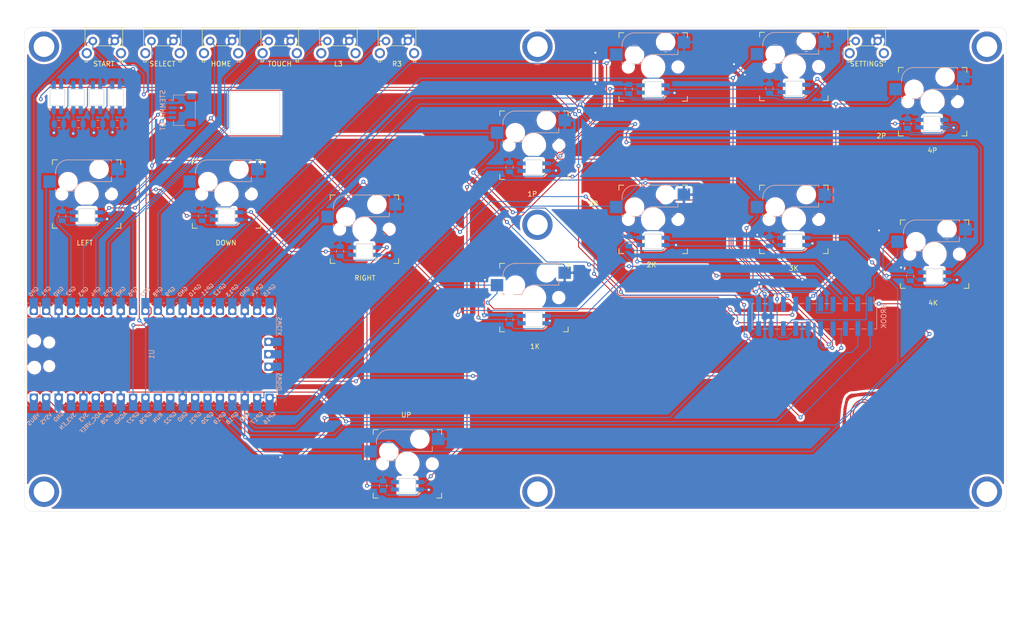
<source format=kicad_pcb>
(kicad_pcb (version 20171130) (host pcbnew "(5.1.9)-1")
  (layers (0 F.Cu signal) (31 B.Cu signal) (34 B.Paste user) (35 F.Paste user) (36 B.SilkS user) (37 F.SilkS user) (38 B.Mask user) (39 F.Mask user) (44 Edge.Cuts user))
  (net 0 "")
  (net 1 GND)
  (net 2 +3V3)
  (net 3 +5V)
  (net 4 /GPIO13)
  (net 5 /GPIO0)
  (net 6 /GPIO1)
  (net 7 /GPIO3)
  (net 8 /GPIO5)
  (net 9 /GPIO6)
  (net 10 /GPIO7)
  (net 11 /GPIO27_I2C1_SCL)
  (net 12 /GPIO26_I2C1_SDA)
  (net 13 /GPIO17)
  (net 14 /GPIO16)
  (net 15 /GPIO14)
  (net 16 /Buttons/sheet61498D25/DataIn)
  (net 17 /Buttons/sheet61498D29/DataIn)
  (net 18 /Buttons/sheet61498D26/DataIn)
  (net 19 /Buttons/sheet61498D28/DataIn)
  (net 20 /Buttons/sheet61498D2A/DataIn)
  (net 21 /Buttons/sheet61498D2B/DataIn)
  (net 22 /Buttons/sheet61498D2C/DataIn)
  (net 23 /Buttons/sheet61498D2D/DataIn)
  (net 24 /Buttons/sheet61498D2E/DataIn)
  (net 25 /Buttons/sheet61498D2F/DataIn)
  (net 26 /Buttons/sheet61498D30/DataIn)
  (net 27 /PlayerPixels)
  (net 28 "Net-(U-RGB13-Pad4)")
  (net 29 "Net-(U-RGB14-Pad4)")
  (net 30 "Net-(U-RGB15-Pad4)")
  (net 31 /GPIO18)
  (net 32 /GPIO19)
  (net 33 /GPIO20)
  (net 34 "Net-(U-RGB16-Pad4)")
  (net 35 "Net-(U1-Pad43)")
  (net 36 "Net-(U1-Pad42)")
  (net 37 "Net-(U1-Pad41)")
  (net 38 "Net-(U1-Pad30)")
  (net 39 "Net-(U1-Pad35)")
  (net 40 "Net-(U1-Pad37)")
  (net 41 "Net-(U1-Pad40)")
  (net 42 "Net-(U1-Pad20)")
  (net 43 /GPIO4)
  (net 44 /GPIO8)
  (net 45 /GPIO2)
  (net 46 /GPIO9)
  (net 47 /GPIO10)
  (net 48 /GPIO12)
  (net 49 /GPIO11)
  (net 50 "Net-(U1-Pad27)")
  (net 51 "Net-(U1-Pad29)")
  (net 52 "Net-(U1-Pad34)")
  (module keyswitches:Kailh_socket_MX (layer F.Cu) (at 158.285 88.36)
    (fp_text reference SW-P9 hide)
    (fp_text value KEYSW)
    (pad 2 smd rect (at -7.56 -2.54) (size 2.55 2.5) (layers B.Cu B.Paste B.Mask) (net 31 /GPIO18))
    (pad "" np_thru_hole circle (at -5.08 0) (size 1.7018 1.7018) (drill 1.7018) (layers *.Cu *.Mask))
    (pad "" np_thru_hole circle (at 5.08 0) (size 1.7018 1.7018) (drill 1.7018) (layers *.Cu *.Mask))
    (pad "" np_thru_hole circle (at 0 0) (size 3.9878 3.9878) (drill 3.9878) (layers *.Cu *.Mask))
    (pad "" np_thru_hole circle (at -3.81 -2.54) (size 3 3) (drill 3) (layers *.Cu *.Mask))
    (pad "" np_thru_hole circle (at 2.54 -5.08) (size 3 3) (drill 3) (layers *.Cu *.Mask))
    (pad 1 smd rect (at 6.29 -5.08) (size 2.55 2.5) (layers B.Cu B.Paste B.Mask) (net 1 GND))
  )
  (module keyswitches:Kailh_socket_MX (layer F.Cu) (at 240.285 79.46)
    (fp_text reference SW-P12 hide)
    (fp_text value KEYSW)
    (pad 2 smd rect (at -7.56 -2.54) (size 2.55 2.5) (layers B.Cu B.Paste B.Mask) (net 32 /GPIO19))
    (pad "" np_thru_hole circle (at -5.08 0) (size 1.7018 1.7018) (drill 1.7018) (layers *.Cu *.Mask))
    (pad "" np_thru_hole circle (at 5.08 0) (size 1.7018 1.7018) (drill 1.7018) (layers *.Cu *.Mask))
    (pad "" np_thru_hole circle (at 0 0) (size 3.9878 3.9878) (drill 3.9878) (layers *.Cu *.Mask))
    (pad "" np_thru_hole circle (at -3.81 -2.54) (size 3 3) (drill 3) (layers *.Cu *.Mask))
    (pad "" np_thru_hole circle (at 2.54 -5.08) (size 3 3) (drill 3) (layers *.Cu *.Mask))
    (pad 1 smd rect (at 6.29 -5.08) (size 2.55 2.5) (layers B.Cu B.Paste B.Mask) (net 1 GND))
  )
  (module keyswitches:Kailh_socket_MX (layer F.Cu) (at 211.485 72.36)
    (fp_text reference SW-P11 hide)
    (fp_text value KEYSW)
    (pad 2 smd rect (at -7.56 -2.54) (size 2.55 2.5) (layers B.Cu B.Paste B.Mask) (net 14 /GPIO16))
    (pad "" np_thru_hole circle (at -5.08 0) (size 1.7018 1.7018) (drill 1.7018) (layers *.Cu *.Mask))
    (pad "" np_thru_hole circle (at 5.08 0) (size 1.7018 1.7018) (drill 1.7018) (layers *.Cu *.Mask))
    (pad "" np_thru_hole circle (at 0 0) (size 3.9878 3.9878) (drill 3.9878) (layers *.Cu *.Mask))
    (pad "" np_thru_hole circle (at -3.81 -2.54) (size 3 3) (drill 3) (layers *.Cu *.Mask))
    (pad "" np_thru_hole circle (at 2.54 -5.08) (size 3 3) (drill 3) (layers *.Cu *.Mask))
    (pad 1 smd rect (at 6.29 -5.08) (size 2.55 2.5) (layers B.Cu B.Paste B.Mask) (net 1 GND))
  )
  (module keyswitches:Kailh_socket_MX (layer F.Cu) (at 182.685 72.36)
    (fp_text reference SW-P10 hide)
    (fp_text value KEYSW)
    (pad 2 smd rect (at -7.56 -2.54) (size 2.55 2.5) (layers B.Cu B.Paste B.Mask) (net 13 /GPIO17))
    (pad "" np_thru_hole circle (at -5.08 0) (size 1.7018 1.7018) (drill 1.7018) (layers *.Cu *.Mask))
    (pad "" np_thru_hole circle (at 5.08 0) (size 1.7018 1.7018) (drill 1.7018) (layers *.Cu *.Mask))
    (pad "" np_thru_hole circle (at 0 0) (size 3.9878 3.9878) (drill 3.9878) (layers *.Cu *.Mask))
    (pad "" np_thru_hole circle (at -3.81 -2.54) (size 3 3) (drill 3) (layers *.Cu *.Mask))
    (pad "" np_thru_hole circle (at 2.54 -5.08) (size 3 3) (drill 3) (layers *.Cu *.Mask))
    (pad 1 smd rect (at 6.29 -5.08) (size 2.55 2.5) (layers B.Cu B.Paste B.Mask) (net 1 GND))
  )
  (module keyswitches:Kailh_socket_MX (layer F.Cu) (at 239.885 48.26)
    (fp_text reference SW-P8 hide)
    (fp_text value KEYSW)
    (pad 2 smd rect (at -7.56 -2.54) (size 2.55 2.5) (layers B.Cu B.Paste B.Mask) (net 48 /GPIO12))
    (pad "" np_thru_hole circle (at -5.08 0) (size 1.7018 1.7018) (drill 1.7018) (layers *.Cu *.Mask))
    (pad "" np_thru_hole circle (at 5.08 0) (size 1.7018 1.7018) (drill 1.7018) (layers *.Cu *.Mask))
    (pad "" np_thru_hole circle (at 0 0) (size 3.9878 3.9878) (drill 3.9878) (layers *.Cu *.Mask))
    (pad "" np_thru_hole circle (at -3.81 -2.54) (size 3 3) (drill 3) (layers *.Cu *.Mask))
    (pad "" np_thru_hole circle (at 2.54 -5.08) (size 3 3) (drill 3) (layers *.Cu *.Mask))
    (pad 1 smd rect (at 6.29 -5.08) (size 2.55 2.5) (layers B.Cu B.Paste B.Mask) (net 1 GND))
  )
  (module keyswitches:Kailh_socket_MX (layer F.Cu) (at 211.485 41.06)
    (fp_text reference SW-P7 hide)
    (fp_text value KEYSW)
    (pad 2 smd rect (at -7.56 -2.54) (size 2.55 2.5) (layers B.Cu B.Paste B.Mask) (net 47 /GPIO10))
    (pad "" np_thru_hole circle (at -5.08 0) (size 1.7018 1.7018) (drill 1.7018) (layers *.Cu *.Mask))
    (pad "" np_thru_hole circle (at 5.08 0) (size 1.7018 1.7018) (drill 1.7018) (layers *.Cu *.Mask))
    (pad "" np_thru_hole circle (at 0 0) (size 3.9878 3.9878) (drill 3.9878) (layers *.Cu *.Mask))
    (pad "" np_thru_hole circle (at -3.81 -2.54) (size 3 3) (drill 3) (layers *.Cu *.Mask))
    (pad "" np_thru_hole circle (at 2.54 -5.08) (size 3 3) (drill 3) (layers *.Cu *.Mask))
    (pad 1 smd rect (at 6.29 -5.08) (size 2.55 2.5) (layers B.Cu B.Paste B.Mask) (net 1 GND))
  )
  (module keyswitches:Kailh_socket_MX (layer F.Cu) (at 182.685 41.16)
    (fp_text reference SW-P6 hide)
    (fp_text value KEYSW)
    (pad 2 smd rect (at -7.56 -2.54) (size 2.55 2.5) (layers B.Cu B.Paste B.Mask) (net 46 /GPIO9))
    (pad "" np_thru_hole circle (at -5.08 0) (size 1.7018 1.7018) (drill 1.7018) (layers *.Cu *.Mask))
    (pad "" np_thru_hole circle (at 5.08 0) (size 1.7018 1.7018) (drill 1.7018) (layers *.Cu *.Mask))
    (pad "" np_thru_hole circle (at 0 0) (size 3.9878 3.9878) (drill 3.9878) (layers *.Cu *.Mask))
    (pad "" np_thru_hole circle (at -3.81 -2.54) (size 3 3) (drill 3) (layers *.Cu *.Mask))
    (pad "" np_thru_hole circle (at 2.54 -5.08) (size 3 3) (drill 3) (layers *.Cu *.Mask))
    (pad 1 smd rect (at 6.29 -5.08) (size 2.55 2.5) (layers B.Cu B.Paste B.Mask) (net 1 GND))
  )
  (module keyswitches:Kailh_socket_MX (layer F.Cu) (at 158.285 57.16)
    (fp_text reference SW-P5 hide)
    (fp_text value KEYSW)
    (pad 2 smd rect (at -7.56 -2.54) (size 2.55 2.5) (layers B.Cu B.Paste B.Mask) (net 4 /GPIO13))
    (pad "" np_thru_hole circle (at -5.08 0) (size 1.7018 1.7018) (drill 1.7018) (layers *.Cu *.Mask))
    (pad "" np_thru_hole circle (at 5.08 0) (size 1.7018 1.7018) (drill 1.7018) (layers *.Cu *.Mask))
    (pad "" np_thru_hole circle (at 0 0) (size 3.9878 3.9878) (drill 3.9878) (layers *.Cu *.Mask))
    (pad "" np_thru_hole circle (at -3.81 -2.54) (size 3 3) (drill 3) (layers *.Cu *.Mask))
    (pad "" np_thru_hole circle (at 2.54 -5.08) (size 3 3) (drill 3) (layers *.Cu *.Mask))
    (pad 1 smd rect (at 6.29 -5.08) (size 2.55 2.5) (layers B.Cu B.Paste B.Mask) (net 1 GND))
  )
  (module keyswitches:Kailh_socket_MX (layer F.Cu) (at 95.355 67.16)
    (fp_text reference SW-P2 hide)
    (fp_text value KEYSW)
    (pad 2 smd rect (at -7.56 -2.54) (size 2.55 2.5) (layers B.Cu B.Paste B.Mask) (net 44 /GPIO8))
    (pad "" np_thru_hole circle (at -5.08 0) (size 1.7018 1.7018) (drill 1.7018) (layers *.Cu *.Mask))
    (pad "" np_thru_hole circle (at 5.08 0) (size 1.7018 1.7018) (drill 1.7018) (layers *.Cu *.Mask))
    (pad "" np_thru_hole circle (at 0 0) (size 3.9878 3.9878) (drill 3.9878) (layers *.Cu *.Mask))
    (pad "" np_thru_hole circle (at -3.81 -2.54) (size 3 3) (drill 3) (layers *.Cu *.Mask))
    (pad "" np_thru_hole circle (at 2.54 -5.08) (size 3 3) (drill 3) (layers *.Cu *.Mask))
    (pad 1 smd rect (at 6.29 -5.08) (size 2.55 2.5) (layers B.Cu B.Paste B.Mask) (net 1 GND))
  )
  (module keyswitches:Kailh_socket_MX (layer F.Cu) (at 132.39 122.39)
    (fp_text reference SW-P1 hide)
    (fp_text value KEYSW)
    (pad 2 smd rect (at -7.56 -2.54) (size 2.55 2.5) (layers B.Cu B.Paste B.Mask) (net 33 /GPIO20))
    (pad "" np_thru_hole circle (at -5.08 0) (size 1.7018 1.7018) (drill 1.7018) (layers *.Cu *.Mask))
    (pad "" np_thru_hole circle (at 5.08 0) (size 1.7018 1.7018) (drill 1.7018) (layers *.Cu *.Mask))
    (pad "" np_thru_hole circle (at 0 0) (size 3.9878 3.9878) (drill 3.9878) (layers *.Cu *.Mask))
    (pad "" np_thru_hole circle (at -3.81 -2.54) (size 3 3) (drill 3) (layers *.Cu *.Mask))
    (pad "" np_thru_hole circle (at 2.54 -5.08) (size 3 3) (drill 3) (layers *.Cu *.Mask))
    (pad 1 smd rect (at 6.29 -5.08) (size 2.55 2.5) (layers B.Cu B.Paste B.Mask) (net 1 GND))
  )
  (module keyswitches:Kailh_socket_MX (layer F.Cu) (at 123.59 74.36)
    (fp_text reference SW-P4 hide)
    (fp_text value KEYSW)
    (pad 2 smd rect (at -7.56 -2.54) (size 2.55 2.5) (layers B.Cu B.Paste B.Mask) (net 15 /GPIO14))
    (pad "" np_thru_hole circle (at -5.08 0) (size 1.7018 1.7018) (drill 1.7018) (layers *.Cu *.Mask))
    (pad "" np_thru_hole circle (at 5.08 0) (size 1.7018 1.7018) (drill 1.7018) (layers *.Cu *.Mask))
    (pad "" np_thru_hole circle (at 0 0) (size 3.9878 3.9878) (drill 3.9878) (layers *.Cu *.Mask))
    (pad "" np_thru_hole circle (at -3.81 -2.54) (size 3 3) (drill 3) (layers *.Cu *.Mask))
    (pad "" np_thru_hole circle (at 2.54 -5.08) (size 3 3) (drill 3) (layers *.Cu *.Mask))
    (pad 1 smd rect (at 6.29 -5.08) (size 2.55 2.5) (layers B.Cu B.Paste B.Mask) (net 1 GND))
  )
  (module keyswitches:Kailh_socket_MX (layer F.Cu) (at 66.72 67.16)
    (fp_text reference SW-P3 hide)
    (fp_text value KEYSW)
    (pad 2 smd rect (at -7.56 -2.54) (size 2.55 2.5) (layers B.Cu B.Paste B.Mask) (net 6 /GPIO1))
    (pad "" np_thru_hole circle (at -5.08 0) (size 1.7018 1.7018) (drill 1.7018) (layers *.Cu *.Mask))
    (pad "" np_thru_hole circle (at 5.08 0) (size 1.7018 1.7018) (drill 1.7018) (layers *.Cu *.Mask))
    (pad "" np_thru_hole circle (at 0 0) (size 3.9878 3.9878) (drill 3.9878) (layers *.Cu *.Mask))
    (pad "" np_thru_hole circle (at -3.81 -2.54) (size 3 3) (drill 3) (layers *.Cu *.Mask))
    (pad "" np_thru_hole circle (at 2.54 -5.08) (size 3 3) (drill 3) (layers *.Cu *.Mask))
    (pad 1 smd rect (at 6.29 -5.08) (size 2.55 2.5) (layers B.Cu B.Paste B.Mask) (net 1 GND))
  )
  (module Connector_PinSocket_2.54mm:PinSocket_2x10_P2.54mm_Vertical_SMD (layer B.Cu) (at 215.69 92.19 90)
    (fp_text reference BROOK (at 0 14.2 90) (layer B.SilkS) (effects (justify mirror)))
    (fp_text value "20 Pin")
    (pad 20 smd rect (at -2.52 -11.43 90) (size 3 1) (layers B.Cu B.Paste B.Mask) (net 3 +5V))
    (pad 19 smd rect (at 2.52 -11.43 90) (size 3 1) (layers B.Cu B.Paste B.Mask) (net 3 +5V))
    (pad 18 smd rect (at -2.52 -8.89 90) (size 3 1) (layers B.Cu B.Paste B.Mask) (net 1 GND))
    (pad 17 smd rect (at 2.52 -8.89 90) (size 3 1) (layers B.Cu B.Paste B.Mask) (net 1 GND))
    (pad 16 smd rect (at -2.52 -6.35 90) (size 3 1) (layers B.Cu B.Paste B.Mask) (net 32 /GPIO19))
    (pad 15 smd rect (at 2.52 -6.35 90) (size 3 1) (layers B.Cu B.Paste B.Mask) (net 14 /GPIO16))
    (pad 14 smd rect (at -2.52 -3.81 90) (size 3 1) (layers B.Cu B.Paste B.Mask) (net 13 /GPIO17))
    (pad 13 smd rect (at 2.52 -3.81 90) (size 3 1) (layers B.Cu B.Paste B.Mask) (net 31 /GPIO18))
    (pad 12 smd rect (at -2.52 -1.27 90) (size 3 1) (layers B.Cu B.Paste B.Mask) (net 1 GND))
    (pad 11 smd rect (at 2.52 -1.27 90) (size 3 1) (layers B.Cu B.Paste B.Mask) (net 48 /GPIO12))
    (pad 10 smd rect (at -2.52 1.27 90) (size 3 1) (layers B.Cu B.Paste B.Mask) (net 47 /GPIO10))
    (pad 9 smd rect (at 2.52 1.27 90) (size 3 1) (layers B.Cu B.Paste B.Mask) (net 46 /GPIO9))
    (pad 8 smd rect (at -2.52 3.81 90) (size 3 1) (layers B.Cu B.Paste B.Mask) (net 4 /GPIO13))
    (pad 7 smd rect (at 2.52 3.81 90) (size 3 1) (layers B.Cu B.Paste B.Mask) (net 5 /GPIO0))
    (pad 6 smd rect (at -2.52 6.35 90) (size 3 1) (layers B.Cu B.Paste B.Mask) (net 43 /GPIO4))
    (pad 5 smd rect (at 2.52 6.35 90) (size 3 1) (layers B.Cu B.Paste B.Mask) (net 7 /GPIO3))
    (pad 4 smd rect (at -2.52 8.89 90) (size 3 1) (layers B.Cu B.Paste B.Mask) (net 6 /GPIO1))
    (pad 3 smd rect (at 2.52 8.89 90) (size 3 1) (layers B.Cu B.Paste B.Mask) (net 15 /GPIO14))
    (pad 2 smd rect (at -2.52 11.43 90) (size 3 1) (layers B.Cu B.Paste B.Mask) (net 44 /GPIO8))
    (pad 1 smd rect (at 2.52 11.43 90) (size 3 1) (layers B.Cu B.Paste B.Mask) (net 33 /GPIO20))
  )
  (module Keebio-Parts:SK6812-MINI-E (layer B.Cu) (at 123.59 78.86)
    (fp_text reference U-RGB4 hide)
    (fp_text value "Reverse Mounted NeoPixel" hide)
    (fp_line (start 1.7 1.5) (end 1.7 -1.5) (layer Edge.Cuts) (width 0.12))
    (fp_line (start 1.7 -1.5) (end -1.7 -1.5) (layer Edge.Cuts) (width 0.12))
    (fp_line (start -1.7 -1.5) (end -1.7 1.5) (layer Edge.Cuts) (width 0.12))
    (fp_line (start -1.7 1.5) (end 1.7 1.5) (layer Edge.Cuts) (width 0.12))
    (pad 3 smd roundrect (at 2.55 0.75) (size 1.7 0.82) (layers B.Cu B.Paste B.Mask) (net 2 +3V3))
    (pad 4 smd rect (at 2.55 -0.75) (size 1.7 0.82) (layers B.Cu B.Paste B.Mask) (net 16 /Buttons/sheet61498D25/DataIn))
    (pad 2 smd rect (at -2.55 0.75) (size 1.7 0.82) (layers B.Cu B.Paste B.Mask) (net 19 /Buttons/sheet61498D28/DataIn))
    (pad 1 smd rect (at -2.55 -0.75) (size 1.7 0.82) (layers B.Cu B.Paste B.Mask) (net 1 GND))
  )
  (module Keebio-Parts:SK6812-MINI-E (layer B.Cu) (at 72.75 47.4 270)
    (fp_text reference U-RGB16 hide)
    (fp_text value "Reverse Mounted NeoPixel" hide)
    (fp_line (start 1.7 1.5) (end 1.7 -1.5) (layer Edge.Cuts) (width 0.12))
    (fp_line (start 1.7 -1.5) (end -1.7 -1.5) (layer Edge.Cuts) (width 0.12))
    (fp_line (start -1.7 -1.5) (end -1.7 1.5) (layer Edge.Cuts) (width 0.12))
    (fp_line (start -1.7 1.5) (end 1.7 1.5) (layer Edge.Cuts) (width 0.12))
    (pad 3 smd roundrect (at 2.55 0.75 270) (size 1.7 0.82) (layers B.Cu B.Paste B.Mask) (net 2 +3V3))
    (pad 4 smd rect (at 2.55 -0.75 270) (size 1.7 0.82) (layers B.Cu B.Paste B.Mask) (net 34 "Net-(U-RGB16-Pad4)"))
    (pad 2 smd rect (at -2.55 0.75 270) (size 1.7 0.82) (layers B.Cu B.Paste B.Mask) (net 30 "Net-(U-RGB15-Pad4)"))
    (pad 1 smd rect (at -2.55 -0.75 270) (size 1.7 0.82) (layers B.Cu B.Paste B.Mask) (net 1 GND))
  )
  (module Keebio-Parts:SK6812-MINI-E (layer B.Cu) (at 68.75 47.4 270)
    (fp_text reference U-RGB15 hide)
    (fp_text value "Reverse Mounted NeoPixel" hide)
    (fp_line (start 1.7 1.5) (end 1.7 -1.5) (layer Edge.Cuts) (width 0.12))
    (fp_line (start 1.7 -1.5) (end -1.7 -1.5) (layer Edge.Cuts) (width 0.12))
    (fp_line (start -1.7 -1.5) (end -1.7 1.5) (layer Edge.Cuts) (width 0.12))
    (fp_line (start -1.7 1.5) (end 1.7 1.5) (layer Edge.Cuts) (width 0.12))
    (pad 3 smd roundrect (at 2.55 0.75 270) (size 1.7 0.82) (layers B.Cu B.Paste B.Mask) (net 2 +3V3))
    (pad 4 smd rect (at 2.55 -0.75 270) (size 1.7 0.82) (layers B.Cu B.Paste B.Mask) (net 30 "Net-(U-RGB15-Pad4)"))
    (pad 2 smd rect (at -2.55 0.75 270) (size 1.7 0.82) (layers B.Cu B.Paste B.Mask) (net 29 "Net-(U-RGB14-Pad4)"))
    (pad 1 smd rect (at -2.55 -0.75 270) (size 1.7 0.82) (layers B.Cu B.Paste B.Mask) (net 1 GND))
  )
  (module Keebio-Parts:SK6812-MINI-E (layer B.Cu) (at 64.75 47.4 270)
    (fp_text reference U-RGB14 hide)
    (fp_text value "Reverse Mounted NeoPixel" hide)
    (fp_line (start 1.7 1.5) (end 1.7 -1.5) (layer Edge.Cuts) (width 0.12))
    (fp_line (start 1.7 -1.5) (end -1.7 -1.5) (layer Edge.Cuts) (width 0.12))
    (fp_line (start -1.7 -1.5) (end -1.7 1.5) (layer Edge.Cuts) (width 0.12))
    (fp_line (start -1.7 1.5) (end 1.7 1.5) (layer Edge.Cuts) (width 0.12))
    (pad 3 smd roundrect (at 2.55 0.75 270) (size 1.7 0.82) (layers B.Cu B.Paste B.Mask) (net 2 +3V3))
    (pad 4 smd rect (at 2.55 -0.75 270) (size 1.7 0.82) (layers B.Cu B.Paste B.Mask) (net 29 "Net-(U-RGB14-Pad4)"))
    (pad 2 smd rect (at -2.55 0.75 270) (size 1.7 0.82) (layers B.Cu B.Paste B.Mask) (net 28 "Net-(U-RGB13-Pad4)"))
    (pad 1 smd rect (at -2.55 -0.75 270) (size 1.7 0.82) (layers B.Cu B.Paste B.Mask) (net 1 GND))
  )
  (module Keebio-Parts:SK6812-MINI-E (layer B.Cu) (at 60.75 47.4 270)
    (fp_text reference U-RGB13 hide)
    (fp_text value "Reverse Mounted NeoPixel" hide)
    (fp_line (start 1.7 1.5) (end 1.7 -1.5) (layer Edge.Cuts) (width 0.12))
    (fp_line (start 1.7 -1.5) (end -1.7 -1.5) (layer Edge.Cuts) (width 0.12))
    (fp_line (start -1.7 -1.5) (end -1.7 1.5) (layer Edge.Cuts) (width 0.12))
    (fp_line (start -1.7 1.5) (end 1.7 1.5) (layer Edge.Cuts) (width 0.12))
    (pad 3 smd roundrect (at 2.55 0.75 270) (size 1.7 0.82) (layers B.Cu B.Paste B.Mask) (net 2 +3V3))
    (pad 4 smd rect (at 2.55 -0.75 270) (size 1.7 0.82) (layers B.Cu B.Paste B.Mask) (net 28 "Net-(U-RGB13-Pad4)"))
    (pad 2 smd rect (at -2.55 0.75 270) (size 1.7 0.82) (layers B.Cu B.Paste B.Mask) (net 27 /PlayerPixels))
    (pad 1 smd rect (at -2.55 -0.75 270) (size 1.7 0.82) (layers B.Cu B.Paste B.Mask) (net 1 GND))
  )
  (module Keebio-Parts:SK6812-MINI-E (layer B.Cu) (at 240.285 83.96)
    (fp_text reference U-RGB12 hide)
    (fp_text value "Reverse Mounted NeoPixel" hide)
    (fp_line (start 1.7 1.5) (end 1.7 -1.5) (layer Edge.Cuts) (width 0.12))
    (fp_line (start 1.7 -1.5) (end -1.7 -1.5) (layer Edge.Cuts) (width 0.12))
    (fp_line (start -1.7 -1.5) (end -1.7 1.5) (layer Edge.Cuts) (width 0.12))
    (fp_line (start -1.7 1.5) (end 1.7 1.5) (layer Edge.Cuts) (width 0.12))
    (pad 3 smd roundrect (at 2.55 0.75) (size 1.7 0.82) (layers B.Cu B.Paste B.Mask) (net 2 +3V3))
    (pad 4 smd rect (at 2.55 -0.75) (size 1.7 0.82) (layers B.Cu B.Paste B.Mask) (net 27 /PlayerPixels))
    (pad 2 smd rect (at -2.55 0.75) (size 1.7 0.82) (layers B.Cu B.Paste B.Mask) (net 26 /Buttons/sheet61498D30/DataIn))
    (pad 1 smd rect (at -2.55 -0.75) (size 1.7 0.82) (layers B.Cu B.Paste B.Mask) (net 1 GND))
  )
  (module Keebio-Parts:SK6812-MINI-E (layer B.Cu) (at 211.485 76.86)
    (fp_text reference U-RGB11 hide)
    (fp_text value "Reverse Mounted NeoPixel" hide)
    (fp_line (start 1.7 1.5) (end 1.7 -1.5) (layer Edge.Cuts) (width 0.12))
    (fp_line (start 1.7 -1.5) (end -1.7 -1.5) (layer Edge.Cuts) (width 0.12))
    (fp_line (start -1.7 -1.5) (end -1.7 1.5) (layer Edge.Cuts) (width 0.12))
    (fp_line (start -1.7 1.5) (end 1.7 1.5) (layer Edge.Cuts) (width 0.12))
    (pad 3 smd roundrect (at 2.55 0.75) (size 1.7 0.82) (layers B.Cu B.Paste B.Mask) (net 2 +3V3))
    (pad 4 smd rect (at 2.55 -0.75) (size 1.7 0.82) (layers B.Cu B.Paste B.Mask) (net 26 /Buttons/sheet61498D30/DataIn))
    (pad 2 smd rect (at -2.55 0.75) (size 1.7 0.82) (layers B.Cu B.Paste B.Mask) (net 25 /Buttons/sheet61498D2F/DataIn))
    (pad 1 smd rect (at -2.55 -0.75) (size 1.7 0.82) (layers B.Cu B.Paste B.Mask) (net 1 GND))
  )
  (module Keebio-Parts:SK6812-MINI-E (layer B.Cu) (at 182.685 76.86)
    (fp_text reference U-RGB10 hide)
    (fp_text value "Reverse Mounted NeoPixel" hide)
    (fp_line (start 1.7 1.5) (end 1.7 -1.5) (layer Edge.Cuts) (width 0.12))
    (fp_line (start 1.7 -1.5) (end -1.7 -1.5) (layer Edge.Cuts) (width 0.12))
    (fp_line (start -1.7 -1.5) (end -1.7 1.5) (layer Edge.Cuts) (width 0.12))
    (fp_line (start -1.7 1.5) (end 1.7 1.5) (layer Edge.Cuts) (width 0.12))
    (pad 3 smd roundrect (at 2.55 0.75) (size 1.7 0.82) (layers B.Cu B.Paste B.Mask) (net 2 +3V3))
    (pad 4 smd rect (at 2.55 -0.75) (size 1.7 0.82) (layers B.Cu B.Paste B.Mask) (net 25 /Buttons/sheet61498D2F/DataIn))
    (pad 2 smd rect (at -2.55 0.75) (size 1.7 0.82) (layers B.Cu B.Paste B.Mask) (net 24 /Buttons/sheet61498D2E/DataIn))
    (pad 1 smd rect (at -2.55 -0.75) (size 1.7 0.82) (layers B.Cu B.Paste B.Mask) (net 1 GND))
  )
  (module Keebio-Parts:SK6812-MINI-E (layer B.Cu) (at 158.285 92.86)
    (fp_text reference U-RGB9 hide)
    (fp_text value "Reverse Mounted NeoPixel" hide)
    (fp_line (start 1.7 1.5) (end 1.7 -1.5) (layer Edge.Cuts) (width 0.12))
    (fp_line (start 1.7 -1.5) (end -1.7 -1.5) (layer Edge.Cuts) (width 0.12))
    (fp_line (start -1.7 -1.5) (end -1.7 1.5) (layer Edge.Cuts) (width 0.12))
    (fp_line (start -1.7 1.5) (end 1.7 1.5) (layer Edge.Cuts) (width 0.12))
    (pad 3 smd roundrect (at 2.55 0.75) (size 1.7 0.82) (layers B.Cu B.Paste B.Mask) (net 2 +3V3))
    (pad 4 smd rect (at 2.55 -0.75) (size 1.7 0.82) (layers B.Cu B.Paste B.Mask) (net 24 /Buttons/sheet61498D2E/DataIn))
    (pad 2 smd rect (at -2.55 0.75) (size 1.7 0.82) (layers B.Cu B.Paste B.Mask) (net 23 /Buttons/sheet61498D2D/DataIn))
    (pad 1 smd rect (at -2.55 -0.75) (size 1.7 0.82) (layers B.Cu B.Paste B.Mask) (net 1 GND))
  )
  (module Keebio-Parts:SK6812-MINI-E (layer B.Cu) (at 239.735 52.76)
    (fp_text reference U-RGB8 hide)
    (fp_text value "Reverse Mounted NeoPixel" hide)
    (fp_line (start 1.7 1.5) (end 1.7 -1.5) (layer Edge.Cuts) (width 0.12))
    (fp_line (start 1.7 -1.5) (end -1.7 -1.5) (layer Edge.Cuts) (width 0.12))
    (fp_line (start -1.7 -1.5) (end -1.7 1.5) (layer Edge.Cuts) (width 0.12))
    (fp_line (start -1.7 1.5) (end 1.7 1.5) (layer Edge.Cuts) (width 0.12))
    (pad 3 smd roundrect (at 2.55 0.75) (size 1.7 0.82) (layers B.Cu B.Paste B.Mask) (net 2 +3V3))
    (pad 4 smd rect (at 2.55 -0.75) (size 1.7 0.82) (layers B.Cu B.Paste B.Mask) (net 23 /Buttons/sheet61498D2D/DataIn))
    (pad 2 smd rect (at -2.55 0.75) (size 1.7 0.82) (layers B.Cu B.Paste B.Mask) (net 22 /Buttons/sheet61498D2C/DataIn))
    (pad 1 smd rect (at -2.55 -0.75) (size 1.7 0.82) (layers B.Cu B.Paste B.Mask) (net 1 GND))
  )
  (module Keebio-Parts:SK6812-MINI-E (layer B.Cu) (at 211.485 45.56)
    (fp_text reference U-RGB7 hide)
    (fp_text value "Reverse Mounted NeoPixel" hide)
    (fp_line (start 1.7 1.5) (end 1.7 -1.5) (layer Edge.Cuts) (width 0.12))
    (fp_line (start 1.7 -1.5) (end -1.7 -1.5) (layer Edge.Cuts) (width 0.12))
    (fp_line (start -1.7 -1.5) (end -1.7 1.5) (layer Edge.Cuts) (width 0.12))
    (fp_line (start -1.7 1.5) (end 1.7 1.5) (layer Edge.Cuts) (width 0.12))
    (pad 3 smd roundrect (at 2.55 0.75) (size 1.7 0.82) (layers B.Cu B.Paste B.Mask) (net 2 +3V3))
    (pad 4 smd rect (at 2.55 -0.75) (size 1.7 0.82) (layers B.Cu B.Paste B.Mask) (net 22 /Buttons/sheet61498D2C/DataIn))
    (pad 2 smd rect (at -2.55 0.75) (size 1.7 0.82) (layers B.Cu B.Paste B.Mask) (net 21 /Buttons/sheet61498D2B/DataIn))
    (pad 1 smd rect (at -2.55 -0.75) (size 1.7 0.82) (layers B.Cu B.Paste B.Mask) (net 1 GND))
  )
  (module Keebio-Parts:SK6812-MINI-E (layer B.Cu) (at 182.685 45.66)
    (fp_text reference U-RGB6 hide)
    (fp_text value "Reverse Mounted NeoPixel" hide)
    (fp_line (start 1.7 1.5) (end 1.7 -1.5) (layer Edge.Cuts) (width 0.12))
    (fp_line (start 1.7 -1.5) (end -1.7 -1.5) (layer Edge.Cuts) (width 0.12))
    (fp_line (start -1.7 -1.5) (end -1.7 1.5) (layer Edge.Cuts) (width 0.12))
    (fp_line (start -1.7 1.5) (end 1.7 1.5) (layer Edge.Cuts) (width 0.12))
    (pad 3 smd roundrect (at 2.55 0.75) (size 1.7 0.82) (layers B.Cu B.Paste B.Mask) (net 2 +3V3))
    (pad 4 smd rect (at 2.55 -0.75) (size 1.7 0.82) (layers B.Cu B.Paste B.Mask) (net 21 /Buttons/sheet61498D2B/DataIn))
    (pad 2 smd rect (at -2.55 0.75) (size 1.7 0.82) (layers B.Cu B.Paste B.Mask) (net 20 /Buttons/sheet61498D2A/DataIn))
    (pad 1 smd rect (at -2.55 -0.75) (size 1.7 0.82) (layers B.Cu B.Paste B.Mask) (net 1 GND))
  )
  (module Keebio-Parts:SK6812-MINI-E (layer B.Cu) (at 158.285 61.66)
    (fp_text reference U-RGB5 hide)
    (fp_text value "Reverse Mounted NeoPixel" hide)
    (fp_line (start 1.7 1.5) (end 1.7 -1.5) (layer Edge.Cuts) (width 0.12))
    (fp_line (start 1.7 -1.5) (end -1.7 -1.5) (layer Edge.Cuts) (width 0.12))
    (fp_line (start -1.7 -1.5) (end -1.7 1.5) (layer Edge.Cuts) (width 0.12))
    (fp_line (start -1.7 1.5) (end 1.7 1.5) (layer Edge.Cuts) (width 0.12))
    (pad 3 smd roundrect (at 2.55 0.75) (size 1.7 0.82) (layers B.Cu B.Paste B.Mask) (net 2 +3V3))
    (pad 4 smd rect (at 2.55 -0.75) (size 1.7 0.82) (layers B.Cu B.Paste B.Mask) (net 20 /Buttons/sheet61498D2A/DataIn))
    (pad 2 smd rect (at -2.55 0.75) (size 1.7 0.82) (layers B.Cu B.Paste B.Mask) (net 17 /Buttons/sheet61498D29/DataIn))
    (pad 1 smd rect (at -2.55 -0.75) (size 1.7 0.82) (layers B.Cu B.Paste B.Mask) (net 1 GND))
  )
  (module Keebio-Parts:SK6812-MINI-E (layer B.Cu) (at 66.72 71.66)
    (fp_text reference U-RGB3 hide)
    (fp_text value "Reverse Mounted NeoPixel" hide)
    (fp_line (start 1.7 1.5) (end 1.7 -1.5) (layer Edge.Cuts) (width 0.12))
    (fp_line (start 1.7 -1.5) (end -1.7 -1.5) (layer Edge.Cuts) (width 0.12))
    (fp_line (start -1.7 -1.5) (end -1.7 1.5) (layer Edge.Cuts) (width 0.12))
    (fp_line (start -1.7 1.5) (end 1.7 1.5) (layer Edge.Cuts) (width 0.12))
    (pad 3 smd roundrect (at 2.55 0.75) (size 1.7 0.82) (layers B.Cu B.Paste B.Mask) (net 2 +3V3))
    (pad 4 smd rect (at 2.55 -0.75) (size 1.7 0.82) (layers B.Cu B.Paste B.Mask) (net 18 /Buttons/sheet61498D26/DataIn))
    (pad 2 smd rect (at -2.55 0.75) (size 1.7 0.82) (layers B.Cu B.Paste B.Mask) (net 45 /GPIO2))
    (pad 1 smd rect (at -2.55 -0.75) (size 1.7 0.82) (layers B.Cu B.Paste B.Mask) (net 1 GND))
  )
  (module Keebio-Parts:SK6812-MINI-E (layer B.Cu) (at 95.355 71.66)
    (fp_text reference U-RGB2 hide)
    (fp_text value "Reverse Mounted NeoPixel" hide)
    (fp_line (start 1.7 1.5) (end 1.7 -1.5) (layer Edge.Cuts) (width 0.12))
    (fp_line (start 1.7 -1.5) (end -1.7 -1.5) (layer Edge.Cuts) (width 0.12))
    (fp_line (start -1.7 -1.5) (end -1.7 1.5) (layer Edge.Cuts) (width 0.12))
    (fp_line (start -1.7 1.5) (end 1.7 1.5) (layer Edge.Cuts) (width 0.12))
    (pad 3 smd roundrect (at 2.55 0.75) (size 1.7 0.82) (layers B.Cu B.Paste B.Mask) (net 2 +3V3))
    (pad 4 smd rect (at 2.55 -0.75) (size 1.7 0.82) (layers B.Cu B.Paste B.Mask) (net 19 /Buttons/sheet61498D28/DataIn))
    (pad 2 smd rect (at -2.55 0.75) (size 1.7 0.82) (layers B.Cu B.Paste B.Mask) (net 18 /Buttons/sheet61498D26/DataIn))
    (pad 1 smd rect (at -2.55 -0.75) (size 1.7 0.82) (layers B.Cu B.Paste B.Mask) (net 1 GND))
  )
  (module Keebio-Parts:SK6812-MINI-E (layer B.Cu) (at 132.39 126.89)
    (fp_text reference U-RGB1 hide)
    (fp_text value "Reverse Mounted NeoPixel" hide)
    (fp_line (start 1.7 1.5) (end 1.7 -1.5) (layer Edge.Cuts) (width 0.12))
    (fp_line (start 1.7 -1.5) (end -1.7 -1.5) (layer Edge.Cuts) (width 0.12))
    (fp_line (start -1.7 -1.5) (end -1.7 1.5) (layer Edge.Cuts) (width 0.12))
    (fp_line (start -1.7 1.5) (end 1.7 1.5) (layer Edge.Cuts) (width 0.12))
    (pad 3 smd roundrect (at 2.55 0.75) (size 1.7 0.82) (layers B.Cu B.Paste B.Mask) (net 2 +3V3))
    (pad 4 smd rect (at 2.55 -0.75) (size 1.7 0.82) (layers B.Cu B.Paste B.Mask) (net 17 /Buttons/sheet61498D29/DataIn))
    (pad 2 smd rect (at -2.55 0.75) (size 1.7 0.82) (layers B.Cu B.Paste B.Mask) (net 16 /Buttons/sheet61498D25/DataIn))
    (pad 1 smd rect (at -2.55 -0.75) (size 1.7 0.82) (layers B.Cu B.Paste B.Mask) (net 1 GND))
  )
  (module OSFRD:sleepunit (layer F.Cu) (at 233.64 116.39)
    (fp_text reference G*** hide)
    (fp_text value LOGO hide)
    (fp_poly (pts (xy -0.936625 -8.871552) (xy -0.630634 -8.869232) (xy -0.309208 -8.863976) (xy 0.017619 -8.856163) (xy 0.339814 -8.846172) (xy 0.647345 -8.834382) (xy 0.93018 -8.821174) (xy 1.178285 -8.806927) (xy 1.381629 -8.79202) (xy 1.514035 -8.778844) (xy 1.568104 -8.77544) (xy 1.676718 -8.771138) (xy 1.830932 -8.766201) (xy 2.0218 -8.760891) (xy 2.240379 -8.75547) (xy 2.477723 -8.750201) (xy 2.524125 -8.74924) (xy 3.060857 -8.737897) (xy 3.539765 -8.726972) (xy 3.96652 -8.716276) (xy 4.346794 -8.705616) (xy 4.686261 -8.694804) (xy 4.990592 -8.683648) (xy 5.265459 -8.671958) (xy 5.516534 -8.659542) (xy 5.74949 -8.646212) (xy 5.921375 -8.635117) (xy 6.121671 -8.621881) (xy 6.336048 -8.608279) (xy 6.538467 -8.595934) (xy 6.69925 -8.586666) (xy 6.907056 -8.575152) (xy 7.082366 -8.564985) (xy 7.235607 -8.555217) (xy 7.377205 -8.544902) (xy 7.517587 -8.533093) (xy 7.66718 -8.518845) (xy 7.836411 -8.50121) (xy 8.035705 -8.479242) (xy 8.27549 -8.451994) (xy 8.566192 -8.41852) (xy 8.620125 -8.412293) (xy 8.862544 -8.377969) (xy 9.091783 -8.333862) (xy 9.233867 -8.298644) (xy 9.280976 -8.292607) (xy 9.377149 -8.285138) (xy 9.507996 -8.277222) (xy 9.646617 -8.270393) (xy 9.809485 -8.262362) (xy 9.963466 -8.253314) (xy 10.089081 -8.244473) (xy 10.156146 -8.238363) (xy 10.251314 -8.217845) (xy 10.355319 -8.180957) (xy 10.450199 -8.136084) (xy 10.517991 -8.091615) (xy 10.541 -8.058654) (xy 10.566757 -8.035568) (xy 10.58802 -8.032751) (xy 10.630125 -8.005658) (xy 10.654962 -7.953376) (xy 10.679003 -7.893953) (xy 10.701823 -7.874001) (xy 10.740898 -7.848866) (xy 10.804029 -7.781519) (xy 10.882344 -7.684043) (xy 10.966972 -7.568522) (xy 11.049042 -7.447038) (xy 11.119682 -7.331675) (xy 11.168014 -7.239) (xy 11.224624 -7.099621) (xy 11.282227 -6.93367) (xy 11.335437 -6.759531) (xy 11.37887 -6.595582) (xy 11.407139 -6.460205) (xy 11.414803 -6.39675) (xy 11.432035 -6.30001) (xy 11.458898 -6.228329) (xy 11.485738 -6.14273) (xy 11.487994 -6.082806) (xy 11.493949 -6.005849) (xy 11.51189 -5.965477) (xy 11.568268 -5.860823) (xy 11.612156 -5.725327) (xy 11.634241 -5.591565) (xy 11.634332 -5.537158) (xy 11.636269 -5.447279) (xy 11.653444 -5.381732) (xy 11.658456 -5.374148) (xy 11.676411 -5.318094) (xy 11.678007 -5.231039) (xy 11.675733 -5.210032) (xy 11.676096 -5.097586) (xy 11.702765 -5.043092) (xy 11.729608 -4.993744) (xy 11.757729 -4.909016) (xy 11.782217 -4.810181) (xy 11.79816 -4.718513) (xy 11.800646 -4.655286) (xy 11.795553 -4.64122) (xy 11.798831 -4.60734) (xy 11.813898 -4.584383) (xy 11.832189 -4.527396) (xy 11.820794 -4.462051) (xy 11.787371 -4.417775) (xy 11.769172 -4.412545) (xy 11.764465 -4.395409) (xy 11.801998 -4.354301) (xy 11.811 -4.346699) (xy 11.856978 -4.29757) (xy 11.857276 -4.268005) (xy 11.854836 -4.266767) (xy 11.8375 -4.235762) (xy 11.85074 -4.163101) (xy 11.863116 -4.12479) (xy 11.888686 -4.026639) (xy 11.882601 -3.957078) (xy 11.870289 -3.929133) (xy 11.849569 -3.872737) (xy 11.870144 -3.848494) (xy 11.895346 -3.823043) (xy 11.89284 -3.81399) (xy 11.894018 -3.774746) (xy 11.909632 -3.691052) (xy 11.936478 -3.579461) (xy 11.943044 -3.554764) (xy 11.982911 -3.366587) (xy 11.992054 -3.215712) (xy 11.989198 -3.184319) (xy 11.984822 -3.097757) (xy 11.995212 -3.040494) (xy 12.002296 -3.031633) (xy 12.023221 -2.989776) (xy 12.033127 -2.913043) (xy 12.03325 -2.903252) (xy 12.023222 -2.823031) (xy 11.990393 -2.794408) (xy 11.983751 -2.794) (xy 11.950032 -2.779819) (xy 11.952199 -2.764962) (xy 11.945551 -2.729286) (xy 11.93026 -2.719474) (xy 11.921469 -2.70017) (xy 11.96076 -2.681584) (xy 12.011387 -2.656448) (xy 12.042623 -2.609323) (xy 12.060309 -2.525738) (xy 12.069171 -2.413) (xy 12.067365 -2.316174) (xy 12.047981 -2.278343) (xy 12.039171 -2.278063) (xy 12.004211 -2.265476) (xy 12.0015 -2.25425) (xy 12.025907 -2.223721) (xy 12.035123 -2.2225) (xy 12.054911 -2.203445) (xy 12.0508 -2.193462) (xy 12.056708 -2.158843) (xy 12.068269 -2.152619) (xy 12.082083 -2.141406) (xy 12.093584 -2.113518) (xy 12.103275 -2.062442) (xy 12.11166 -1.981667) (xy 12.119242 -1.86468) (xy 12.126526 -1.704968) (xy 12.134013 -1.49602) (xy 12.142208 -1.231323) (xy 12.143871 -1.17475) (xy 12.150306 -0.972612) (xy 12.157318 -0.783087) (xy 12.164363 -0.618886) (xy 12.170895 -0.492716) (xy 12.176368 -0.417285) (xy 12.17638 -0.417172) (xy 12.183286 -0.331632) (xy 12.173418 -0.293583) (xy 12.136692 -0.287366) (xy 12.096153 -0.292611) (xy 12.022098 -0.29536) (xy 12.004752 -0.280164) (xy 12.043792 -0.256998) (xy 12.097775 -0.242683) (xy 12.19405 -0.223428) (xy 12.179743 0.324848) (xy 12.174934 0.504134) (xy 12.170509 0.659766) (xy 12.166786 0.781324) (xy 12.164081 0.858384) (xy 12.162843 0.881062) (xy 12.134296 0.888148) (xy 12.112625 0.889) (xy 12.069984 0.907185) (xy 12.074801 0.942364) (xy 12.103473 0.960032) (xy 12.119552 0.996032) (xy 12.131499 1.085001) (xy 12.139333 1.216542) (xy 12.143073 1.380261) (xy 12.142737 1.565763) (xy 12.138345 1.76265) (xy 12.129915 1.960528) (xy 12.117467 2.149002) (xy 12.101018 2.317675) (xy 12.10101 2.31775) (xy 12.083019 2.474145) (xy 12.067634 2.61702) (xy 12.056677 2.728879) (xy 12.052254 2.785605) (xy 12.037865 2.868564) (xy 12.010782 2.924416) (xy 12.010582 2.924617) (xy 11.990669 2.97089) (xy 12.011713 3.022258) (xy 12.031527 3.077758) (xy 11.99973 3.120223) (xy 11.994667 3.124063) (xy 11.960753 3.16932) (xy 11.970333 3.194633) (xy 11.986267 3.220568) (xy 11.996341 3.265726) (xy 12.000445 3.337622) (xy 11.998469 3.443768) (xy 11.990305 3.591676) (xy 11.97584 3.788861) (xy 11.958537 4.0005) (xy 11.948917 4.11621) (xy 11.936526 4.266938) (xy 11.923686 4.424407) (xy 11.92073 4.460875) (xy 11.907242 4.59237) (xy 11.890821 4.701304) (xy 11.874217 4.77092) (xy 11.867609 4.784718) (xy 11.852273 4.832589) (xy 11.83798 4.926216) (xy 11.827227 5.04787) (xy 11.825104 5.086343) (xy 11.816289 5.228691) (xy 11.80445 5.363602) (xy 11.791918 5.465185) (xy 11.789958 5.476875) (xy 11.777222 5.563604) (xy 11.773436 5.622837) (xy 11.774402 5.631029) (xy 11.763048 5.67681) (xy 11.750099 5.695992) (xy 11.723959 5.758449) (xy 11.720218 5.795838) (xy 11.714412 5.914581) (xy 11.695518 6.052145) (xy 11.668506 6.178002) (xy 11.647531 6.242536) (xy 11.616221 6.336742) (xy 11.600392 6.413057) (xy 11.581289 6.477391) (xy 11.557 6.503458) (xy 11.539853 6.528136) (xy 11.558036 6.557624) (xy 11.575486 6.607449) (xy 11.555275 6.683571) (xy 11.545801 6.705349) (xy 11.509208 6.808092) (xy 11.480467 6.925906) (xy 11.477042 6.945941) (xy 11.453792 7.041129) (xy 11.421511 7.113181) (xy 11.411227 7.126236) (xy 11.372955 7.19447) (xy 11.3665 7.232854) (xy 11.354118 7.300771) (xy 11.323346 7.392691) (xy 11.312976 7.417685) (xy 11.281207 7.500085) (xy 11.266303 7.557917) (xy 11.266445 7.567719) (xy 11.254705 7.624757) (xy 11.207389 7.708801) (xy 11.136041 7.80429) (xy 11.052205 7.895664) (xy 10.97276 7.963588) (xy 10.892697 8.028327) (xy 10.839662 8.08509) (xy 10.82675 8.112374) (xy 10.802745 8.147893) (xy 10.73866 8.210362) (xy 10.646385 8.290247) (xy 10.537811 8.378013) (xy 10.424829 8.464125) (xy 10.31933 8.539048) (xy 10.233207 8.593249) (xy 10.214636 8.603185) (xy 10.146317 8.64514) (xy 10.049484 8.713679) (xy 9.944234 8.794531) (xy 9.936663 8.80061) (xy 9.842061 8.873691) (xy 9.764628 8.927752) (xy 9.718808 8.952832) (xy 9.714994 8.9535) (xy 9.669367 8.966134) (xy 9.589613 8.998223) (xy 9.542875 9.019393) (xy 9.448184 9.056663) (xy 9.369081 9.075512) (xy 9.344784 9.075748) (xy 9.270134 9.082357) (xy 9.240853 9.095018) (xy 9.170304 9.122748) (xy 9.129728 9.130372) (xy 9.030986 9.14333) (xy 8.906103 9.163898) (xy 8.77178 9.188781) (xy 8.644716 9.214685) (xy 8.541612 9.238313) (xy 8.479167 9.256372) (xy 8.470483 9.260447) (xy 8.415266 9.281885) (xy 8.325844 9.30325) (xy 8.221246 9.321683) (xy 8.120504 9.334326) (xy 8.042648 9.338322) (xy 8.006709 9.330813) (xy 8.006376 9.330143) (xy 7.974696 9.321874) (xy 7.932457 9.337198) (xy 7.860892 9.35684) (xy 7.819869 9.352272) (xy 7.755081 9.354102) (xy 7.727505 9.369254) (xy 7.665508 9.391072) (xy 7.636279 9.386673) (xy 7.594962 9.382037) (xy 7.58825 9.391058) (xy 7.561235 9.409939) (xy 7.516812 9.416639) (xy 7.415106 9.425489) (xy 7.285273 9.442913) (xy 7.161252 9.464084) (xy 7.115897 9.47366) (xy 7.032952 9.47547) (xy 6.983521 9.460708) (xy 6.92986 9.448006) (xy 6.915139 9.464706) (xy 6.880822 9.487971) (xy 6.809067 9.505816) (xy 6.721323 9.51634) (xy 6.639039 9.517645) (xy 6.583664 9.507832) (xy 6.57225 9.495067) (xy 6.548837 9.480097) (xy 6.484937 9.504693) (xy 6.404635 9.535288) (xy 6.309575 9.557191) (xy 6.218959 9.568039) (xy 6.151987 9.565464) (xy 6.12775 9.548697) (xy 6.110575 9.535149) (xy 6.088062 9.549477) (xy 6.039112 9.565817) (xy 5.936458 9.583589) (xy 5.789849 9.601868) (xy 5.609038 9.619728) (xy 5.403774 9.636243) (xy 5.18381 9.650489) (xy 4.958897 9.66154) (xy 4.873625 9.664727) (xy 4.719776 9.671593) (xy 4.585658 9.680642) (xy 4.486056 9.690675) (xy 4.436658 9.700115) (xy 4.366609 9.700682) (xy 4.33347 9.683414) (xy 4.295664 9.660175) (xy 4.28625 9.683964) (xy 4.270345 9.703982) (xy 4.215957 9.711111) (xy 4.113073 9.706086) (xy 4.056062 9.700834) (xy 3.931218 9.692295) (xy 3.765283 9.68631) (xy 3.580639 9.68346) (xy 3.413125 9.684112) (xy 3.255279 9.685949) (xy 3.05129 9.687518) (xy 2.808365 9.688821) (xy 2.533715 9.689862) (xy 2.234548 9.690643) (xy 1.918073 9.691167) (xy 1.591502 9.691438) (xy 1.262041 9.691457) (xy 0.936902 9.691229) (xy 0.623293 9.690755) (xy 0.328424 9.690039) (xy 0.059503 9.689083) (xy -0.176258 9.687891) (xy -0.371653 9.686465) (xy -0.519469 9.684808) (xy -0.6125 9.682924) (xy -0.62433 9.682502) (xy -0.883535 9.671934) (xy -0.998057 9.786456) (xy -1.184814 9.929861) (xy -1.401969 10.022238) (xy -1.639788 10.061767) (xy -1.888534 10.046631) (xy -2.0955 9.991544) (xy -2.236566 9.937751) (xy -2.397373 9.872766) (xy -2.524125 9.81888) (xy -2.705978 9.742666) (xy -2.860788 9.688697) (xy -3.007979 9.652984) (xy -3.166972 9.631538) (xy -3.357189 9.620368) (xy -3.508375 9.616703) (xy -3.647174 9.611505) (xy -3.763847 9.601724) (xy -3.842622 9.588971) (xy -3.865563 9.580237) (xy -3.900292 9.566889) (xy -3.90525 9.582415) (xy -3.934017 9.59679) (xy -4.008839 9.605898) (xy -4.112502 9.60986) (xy -4.227792 9.608797) (xy -4.337492 9.60283) (xy -4.424388 9.59208) (xy -4.468813 9.578452) (xy -4.525505 9.568039) (xy -4.543697 9.574755) (xy -4.600373 9.587909) (xy -4.707253 9.59416) (xy -4.851508 9.594305) (xy -5.020312 9.589141) (xy -5.200838 9.579464) (xy -5.380256 9.566072) (xy -5.54574 9.54976) (xy -5.684462 9.531327) (xy -5.783594 9.511569) (xy -5.826125 9.495094) (xy -5.877759 9.481115) (xy -5.958647 9.478882) (xy -5.961551 9.479063) (xy -6.056069 9.467294) (xy -6.095523 9.433996) (xy -6.120196 9.40594) (xy -6.126785 9.415605) (xy -6.155503 9.440705) (xy -6.22624 9.453805) (xy -6.318547 9.454297) (xy -6.411975 9.441573) (xy -6.464345 9.42563) (xy -6.538777 9.401184) (xy -6.588125 9.395697) (xy -6.64467 9.400548) (xy -6.739894 9.40096) (xy -6.849175 9.397506) (xy -6.947892 9.390763) (xy -6.985 9.386425) (xy -7.054654 9.375981) (xy -7.164667 9.359161) (xy -7.292662 9.33939) (xy -7.30782 9.337035) (xy -7.435394 9.318178) (xy -7.546673 9.303444) (xy -7.619855 9.295695) (xy -7.62532 9.295356) (xy -7.701582 9.279759) (xy -7.739517 9.261118) (xy -7.793456 9.239018) (xy -7.86979 9.226297) (xy -7.944503 9.224413) (xy -7.993579 9.234822) (xy -8.001 9.245258) (xy -8.023839 9.254763) (xy -8.062413 9.240367) (xy -8.13989 9.215913) (xy -8.219096 9.2075) (xy -8.322888 9.194625) (xy -8.403746 9.170871) (xy -8.514725 9.129455) (xy -8.608053 9.10689) (xy -8.66775 9.098449) (xy -8.75283 9.081707) (xy -8.801641 9.065897) (xy -8.869161 9.052872) (xy -8.896891 9.056743) (xy -8.954532 9.058119) (xy -9.032875 9.042122) (xy -9.123413 9.015002) (xy -9.191625 8.994663) (xy -9.266055 8.982975) (xy -9.363309 8.97952) (xy -9.374188 8.979801) (xy -9.450774 8.976933) (xy -9.491504 8.964818) (xy -9.493517 8.960709) (xy -9.522938 8.949771) (xy -9.601102 8.940682) (xy -9.713253 8.934934) (xy -9.757949 8.933985) (xy -9.918577 8.926371) (xy -10.038206 8.903308) (xy -10.04409 8.900583) (xy -8.561917 8.900583) (xy -8.557559 8.919458) (xy -8.54075 8.92175) (xy -8.514617 8.910133) (xy -8.519584 8.900583) (xy -8.557264 8.896783) (xy -8.561917 8.900583) (xy -10.04409 8.900583) (xy -10.138912 8.856676) (xy -10.242771 8.778351) (xy -10.286676 8.739479) (xy -10.352198 8.690072) (xy -10.403551 8.667846) (xy -10.405739 8.66775) (xy -10.442882 8.650104) (xy -10.44575 8.639703) (xy -10.472174 8.610059) (xy -10.50925 8.59505) (xy -10.563001 8.552498) (xy -10.57275 8.511972) (xy -10.589869 8.458869) (xy -10.615517 8.4455) (xy -10.681572 8.421091) (xy -10.771827 8.355883) (xy -10.875247 8.261897) (xy -10.980792 8.151159) (xy -11.077424 8.035691) (xy -11.154105 7.927518) (xy -11.157135 7.921625) (xy -10.76325 7.921625) (xy -10.747375 7.9375) (xy -10.7315 7.921625) (xy -10.747375 7.90575) (xy -10.76325 7.921625) (xy -11.157135 7.921625) (xy -11.199797 7.838662) (xy -11.20235 7.826375) (xy -11.049 7.826375) (xy -11.033125 7.84225) (xy -11.01725 7.826375) (xy -11.033125 7.8105) (xy -11.049 7.826375) (xy -11.20235 7.826375) (xy -11.20775 7.800392) (xy -11.230719 7.740702) (xy -11.2482 7.724765) (xy -11.298716 7.670344) (xy -11.359459 7.572375) (xy -11.2395 7.572375) (xy -11.223625 7.58825) (xy -11.20775 7.572375) (xy -11.223625 7.5565) (xy -11.2395 7.572375) (xy -11.359459 7.572375) (xy -11.359679 7.572021) (xy -11.423394 7.446743) (xy -11.482163 7.311461) (xy -11.52829 7.183124) (xy -11.55408 7.078682) (xy -11.557001 7.044719) (xy -11.569745 6.995195) (xy -11.585778 6.985) (xy -11.596031 6.969125) (xy -11.52525 6.969125) (xy -11.509375 6.985) (xy -11.507307 6.982932) (xy -11.453966 6.982932) (xy -11.449623 6.985) (xy -11.420649 6.962648) (xy -11.414125 6.95325) (xy -11.406035 6.923567) (xy -11.410378 6.9215) (xy -11.439352 6.943851) (xy -11.445875 6.95325) (xy -11.453966 6.982932) (xy -11.507307 6.982932) (xy -11.4935 6.969125) (xy -11.509375 6.95325) (xy -11.52525 6.969125) (xy -11.596031 6.969125) (xy -11.60211 6.959715) (xy -11.59795 6.9215) (xy -11.597272 6.870927) (xy -11.612946 6.858) (xy -11.649376 6.830218) (xy -11.683096 6.762272) (xy -11.705911 6.67726) (xy -11.709621 6.59828) (xy -11.708239 6.589481) (xy -11.708078 6.582833) (xy -11.070167 6.582833) (xy -11.065809 6.601708) (xy -11.049 6.604) (xy -11.022867 6.592383) (xy -11.027834 6.582833) (xy -11.065514 6.579033) (xy -11.070167 6.582833) (xy -11.708078 6.582833) (xy -11.70672 6.5271) (xy -11.721688 6.501479) (xy -11.742746 6.466687) (xy -11.756323 6.397625) (xy -11.52525 6.397625) (xy -11.509375 6.4135) (xy -11.4935 6.397625) (xy -11.509375 6.38175) (xy -11.52525 6.397625) (xy -11.756323 6.397625) (xy -11.757068 6.39384) (xy -11.758151 6.381308) (xy -11.77566 6.28171) (xy -11.806553 6.197344) (xy -11.806656 6.197157) (xy -11.83078 6.130147) (xy -11.810329 6.079326) (xy -11.809316 6.078095) (xy -11.791039 6.040345) (xy -11.803579 6.0325) (xy -11.827351 6.005073) (xy -11.852643 5.938985) (xy -11.872641 5.858527) (xy -11.880531 5.78799) (xy -11.878332 5.766024) (xy -11.881557 5.722928) (xy -11.896505 5.636296) (xy -11.916638 5.540375) (xy -11.8745 5.540375) (xy -11.858625 5.55625) (xy -11.84275 5.540375) (xy -11.858625 5.5245) (xy -11.8745 5.540375) (xy -11.916638 5.540375) (xy -11.920008 5.524324) (xy -11.921747 5.516644) (xy -11.947409 5.387248) (xy -11.953289 5.305199) (xy -11.940073 5.257734) (xy -11.935982 5.252192) (xy -11.918911 5.205208) (xy -11.950722 5.157992) (xy -11.986462 5.088268) (xy -12.002105 4.983955) (xy -12.002258 4.974544) (xy -12.009781 4.855287) (xy -12.01178 4.841875) (xy -11.811 4.841875) (xy -11.795125 4.85775) (xy -11.77925 4.841875) (xy -11.795125 4.826) (xy -11.811 4.841875) (xy -12.01178 4.841875) (xy -12.027187 4.738543) (xy -12.029937 4.726036) (xy -12.041235 4.638992) (xy -12.03417 4.574876) (xy -12.030996 4.568351) (xy -12.022324 4.5128) (xy -12.031256 4.493689) (xy -12.049063 4.446703) (xy -12.064653 4.363351) (xy -12.076827 4.260263) (xy -12.084387 4.154071) (xy -12.086136 4.061406) (xy -12.080876 3.998897) (xy -12.068062 3.982732) (xy -12.038268 3.97766) (xy -12.03325 3.954748) (xy -12.047785 3.911278) (xy -12.061032 3.90525) (xy -12.088595 3.873894) (xy -12.112879 3.781273) (xy -12.120468 3.725333) (xy -12.086167 3.725333) (xy -12.081809 3.744208) (xy -12.065 3.7465) (xy -12.038867 3.734883) (xy -12.043834 3.725333) (xy -12.081514 3.721533) (xy -12.086167 3.725333) (xy -12.120468 3.725333) (xy -12.133461 3.62956) (xy -12.147402 3.46075) (xy -12.15687 3.326264) (xy -12.165366 3.217333) (xy -11.959167 3.217333) (xy -11.954809 3.236208) (xy -11.938 3.2385) (xy -11.911867 3.226883) (xy -11.916834 3.217333) (xy -11.954514 3.213533) (xy -11.959167 3.217333) (xy -12.165366 3.217333) (xy -12.166621 3.201244) (xy -12.174566 3.112441) (xy -12.174663 3.1115) (xy -12.183754 3.001009) (xy -12.185775 2.968625) (xy -11.71575 2.968625) (xy -11.699875 2.9845) (xy -11.684 2.968625) (xy -11.699875 2.95275) (xy -11.71575 2.968625) (xy -12.185775 2.968625) (xy -12.19344 2.845827) (xy -12.203062 2.661583) (xy -12.211964 2.463908) (xy -12.216978 2.333625) (xy -11.84275 2.333625) (xy -11.826875 2.3495) (xy -11.811 2.333625) (xy -11.826875 2.31775) (xy -11.84275 2.333625) (xy -12.216978 2.333625) (xy -12.219488 2.268433) (xy -12.224977 2.090789) (xy -12.226425 2.016125) (xy -11.71575 2.016125) (xy -11.699875 2.032) (xy -11.684 2.016125) (xy -11.699875 2.00025) (xy -11.71575 2.016125) (xy -12.226425 2.016125) (xy -12.227774 1.946605) (xy -12.227415 1.857375) (xy -12.226378 1.820333) (xy -11.990917 1.820333) (xy -11.986559 1.839208) (xy -11.96975 1.8415) (xy -11.943617 1.829883) (xy -11.948584 1.820333) (xy -11.986264 1.816533) (xy -11.990917 1.820333) (xy -12.226378 1.820333) (xy -12.223125 1.704272) (xy -12.221117 1.597295) (xy -12.221466 1.519107) (xy -12.224243 1.452373) (xy -12.226235 1.424912) (xy -11.960914 1.424912) (xy -11.917585 1.428044) (xy -11.854277 1.407037) (xy -11.829525 1.37658) (xy -11.816773 1.325854) (xy -11.838642 1.321122) (xy -11.900205 1.361735) (xy -11.906725 1.366715) (xy -11.958172 1.408599) (xy -11.960914 1.424912) (xy -12.226235 1.424912) (xy -12.229412 1.381125) (xy -12.232187 1.317625) (xy -12.065 1.317625) (xy -12.049125 1.3335) (xy -12.03325 1.317625) (xy -12.049125 1.30175) (xy -12.065 1.317625) (xy -12.232187 1.317625) (xy -12.23295 1.300172) (xy -12.217839 1.265144) (xy -12.171945 1.258799) (xy -12.144375 1.260292) (xy -12.049125 1.26646) (xy -12.072076 1.254125) (xy -11.96975 1.254125) (xy -11.953875 1.27) (xy -11.938 1.254125) (xy -11.953875 1.23825) (xy -11.96975 1.254125) (xy -12.072076 1.254125) (xy -12.132231 1.221795) (xy -12.181148 1.185517) (xy -12.197983 1.158875) (xy -12.03325 1.158875) (xy -12.017375 1.17475) (xy -12.0015 1.158875) (xy -12.017375 1.143) (xy -12.03325 1.158875) (xy -12.197983 1.158875) (xy -12.215587 1.131017) (xy -12.237861 1.048015) (xy -12.250278 0.926232) (xy -12.252696 0.841375) (xy -11.8745 0.841375) (xy -11.858625 0.85725) (xy -11.84275 0.841375) (xy -11.858625 0.8255) (xy -11.8745 0.841375) (xy -12.252696 0.841375) (xy -12.255148 0.755387) (xy -12.255501 0.673218) (xy -12.253123 0.521213) (xy -12.244596 0.418797) (xy -12.227832 0.352187) (xy -12.206756 0.3175) (xy -12.03325 0.3175) (xy -12.022418 0.348424) (xy -12.019249 0.34925) (xy -11.992142 0.327001) (xy -11.985625 0.3175) (xy -11.988143 0.288242) (xy -11.999627 0.28575) (xy -12.031958 0.308797) (xy -12.03325 0.3175) (xy -12.206756 0.3175) (xy -12.200741 0.307602) (xy -12.199938 0.306678) (xy -12.166933 0.263401) (xy -12.178849 0.256253) (xy -12.192 0.260404) (xy -12.21118 0.259529) (xy -12.215171 0.252126) (xy -11.8745 0.252126) (xy -11.851453 0.284457) (xy -11.84275 0.28575) (xy -11.811826 0.274917) (xy -11.811 0.271748) (xy -11.833249 0.244641) (xy -11.84275 0.238125) (xy -11.872008 0.240642) (xy -11.8745 0.252126) (xy -12.215171 0.252126) (xy -12.22451 0.234804) (xy -12.232997 0.177346) (xy -12.237646 0.078275) (xy -12.238982 -0.03175) (xy -11.8745 -0.03175) (xy -11.85034 -0.000923) (xy -11.84275 0) (xy -11.811923 -0.024161) (xy -11.811 -0.03175) (xy -11.835161 -0.062578) (xy -11.84275 -0.0635) (xy -11.873578 -0.03934) (xy -11.8745 -0.03175) (xy -12.238982 -0.03175) (xy -12.239463 -0.071291) (xy -12.239625 -0.160057) (xy -12.239625 -0.160146) (xy -11.933475 -0.160146) (xy -11.923111 -0.128595) (xy -11.883487 -0.109185) (xy -11.86954 -0.114191) (xy -11.856177 -0.147852) (xy -11.871205 -0.168155) (xy -11.91389 -0.186341) (xy -11.933475 -0.160146) (xy -12.239625 -0.160146) (xy -12.238866 -0.238125) (xy -12.22375 -0.238125) (xy -12.207875 -0.22225) (xy -12.192 -0.238125) (xy -12.207875 -0.254) (xy -12.22375 -0.238125) (xy -12.238866 -0.238125) (xy -12.23806 -0.320921) (xy -12.233768 -0.458602) (xy -12.229277 -0.530184) (xy -11.519119 -0.530184) (xy -11.51905 -0.248891) (xy -11.518668 0.02317) (xy -11.517969 0.277917) (xy -11.516948 0.50727) (xy -11.515603 0.703148) (xy -11.513929 0.857468) (xy -11.511922 0.962149) (xy -11.510413 1.000125) (xy -11.505238 1.090612) (xy -11.498186 1.227646) (xy -11.490095 1.39433) (xy -11.4818 1.573768) (xy -11.479765 1.61925) (xy -11.46088 2.023069) (xy -11.440093 2.429206) (xy -11.417853 2.831109) (xy -11.394606 3.222228) (xy -11.370803 3.596012) (xy -11.346891 3.945909) (xy -11.323318 4.265369) (xy -11.300532 4.547842) (xy -11.278983 4.786776) (xy -11.259119 4.975621) (xy -11.241387 5.107825) (xy -11.240744 5.11175) (xy -11.222249 5.236312) (xy -11.202465 5.389197) (xy -11.187067 5.5245) (xy -11.172698 5.662078) (xy -11.162978 5.750476) (xy -11.15589 5.803661) (xy -11.149416 5.8356) (xy -11.14154 5.860262) (xy -11.136619 5.87375) (xy -11.11506 5.946733) (xy -11.085739 6.064234) (xy -11.052712 6.20838) (xy -11.020034 6.361296) (xy -10.991761 6.505111) (xy -10.98533 6.5405) (xy -10.962147 6.658617) (xy -10.938498 6.759524) (xy -10.921913 6.814417) (xy -10.914411 6.888888) (xy -10.930806 6.917605) (xy -10.945849 6.946703) (xy -10.913593 6.95325) (xy -10.868319 6.969196) (xy -10.826465 7.022517) (xy -10.783547 7.121432) (xy -10.735086 7.27416) (xy -10.731108 7.287996) (xy -10.693533 7.401526) (xy -10.653074 7.496562) (xy -10.623651 7.545423) (xy -10.430579 7.752592) (xy -10.246132 7.917885) (xy -10.077599 8.035129) (xy -9.998019 8.075335) (xy -9.844782 8.132201) (xy -9.648436 8.192484) (xy -9.428765 8.250862) (xy -9.205557 8.30201) (xy -9.032875 8.334975) (xy -8.879266 8.362932) (xy -8.732201 8.393012) (xy -8.614106 8.420491) (xy -8.5725 8.43191) (xy -8.505361 8.451755) (xy -8.44555 8.467521) (xy -8.380999 8.481307) (xy -8.299639 8.495211) (xy -8.189403 8.511333) (xy -8.038223 8.53177) (xy -7.874 8.553383) (xy -7.589565 8.590568) (xy -7.361798 8.619956) (xy -7.184422 8.642123) (xy -7.05116 8.657643) (xy -6.955736 8.667091) (xy -6.891871 8.671042) (xy -6.85329 8.670072) (xy -6.833713 8.664755) (xy -6.826866 8.655667) (xy -6.82625 8.649363) (xy -6.84451 8.606209) (xy -6.891699 8.529808) (xy -6.956438 8.435974) (xy -7.027344 8.340523) (xy -7.093036 8.259271) (xy -7.142134 8.208033) (xy -7.146176 8.204799) (xy -7.19595 8.178814) (xy -7.288582 8.139889) (xy -7.406697 8.095189) (xy -7.445375 8.081418) (xy -7.750743 7.954005) (xy -8.041221 7.79392) (xy -8.305439 7.609361) (xy -8.532026 7.408522) (xy -8.70961 7.199601) (xy -8.747835 7.142625) (xy -8.852076 7.031467) (xy -8.994758 6.969273) (xy -9.128125 6.953977) (xy -9.243557 6.950721) (xy -9.33578 6.942554) (xy -9.434274 6.925772) (xy -9.54887 6.901084) (xy -9.712471 6.860681) (xy -9.831119 6.817553) (xy -9.867586 6.7945) (xy -9.36625 6.7945) (xy -9.354634 6.820633) (xy -9.345084 6.815666) (xy -9.341284 6.777986) (xy -9.345084 6.773333) (xy -9.363959 6.777691) (xy -9.36625 6.7945) (xy -9.867586 6.7945) (xy -9.922678 6.759674) (xy -10.00501 6.675018) (xy -10.095977 6.551559) (xy -10.119796 6.516711) (xy -10.165798 6.439652) (xy -10.190441 6.380313) (xy -10.19175 6.370815) (xy -10.212334 6.313158) (xy -10.224252 6.298448) (xy -10.243647 6.250252) (xy -10.265115 6.147361) (xy -10.287403 5.998492) (xy -10.309262 5.812362) (xy -10.329439 5.59769) (xy -10.335328 5.5245) (xy -10.352389 5.336589) (xy -10.368101 5.207) (xy -10.2235 5.207) (xy -10.211884 5.233133) (xy -10.202334 5.228166) (xy -10.198534 5.190486) (xy -10.202334 5.185833) (xy -10.221209 5.190191) (xy -10.2235 5.207) (xy -10.368101 5.207) (xy -10.375778 5.143691) (xy -10.403341 4.953) (xy -10.412382 4.871778) (xy -10.420537 4.763608) (xy -10.422643 4.725458) (xy -10.431693 4.632318) (xy -10.446258 4.567345) (xy -10.453688 4.553479) (xy -10.459174 4.54025) (xy -10.3505 4.54025) (xy -10.32634 4.571077) (xy -10.31875 4.572) (xy -10.287923 4.547839) (xy -10.287 4.54025) (xy -10.311161 4.509422) (xy -10.31875 4.5085) (xy -10.349578 4.53266) (xy -10.3505 4.54025) (xy -10.459174 4.54025) (xy -10.474077 4.504316) (xy -10.4775 4.470341) (xy -10.467452 4.429738) (xy -10.426735 4.438321) (xy -10.418175 4.442765) (xy -10.362626 4.460483) (xy -10.339663 4.455329) (xy -10.332375 4.417974) (xy -10.371507 4.388655) (xy -10.415874 4.3815) (xy -10.467603 4.358141) (xy -10.4775 4.318) (xy -10.4617 4.266451) (xy -10.439682 4.2545) (xy -10.431272 4.239816) (xy -10.460207 4.211838) (xy -10.50347 4.149234) (xy -10.502284 4.08408) (xy -10.49812 4.016692) (xy -10.510083 3.98411) (xy -10.514919 3.96875) (xy -10.414 3.96875) (xy -10.38984 3.999577) (xy -10.38225 4.0005) (xy -10.351423 3.976339) (xy -10.3505 3.96875) (xy -10.374661 3.937922) (xy -10.38225 3.937) (xy -10.413078 3.96116) (xy -10.414 3.96875) (xy -10.514919 3.96875) (xy -10.521617 3.947482) (xy -10.530454 3.863875) (xy -10.532601 3.81) (xy -10.414 3.81) (xy -10.402384 3.836133) (xy -10.392834 3.831166) (xy -10.389034 3.793486) (xy -10.392834 3.788833) (xy -10.411709 3.793191) (xy -10.414 3.81) (xy -10.532601 3.81) (xy -10.535002 3.749798) (xy -10.535266 3.72293) (xy -10.538169 3.639454) (xy -10.50433 3.639454) (xy -10.481403 3.693363) (xy -10.472565 3.704886) (xy -10.438412 3.738921) (xy -10.423183 3.719803) (xy -10.418814 3.699686) (xy -10.429961 3.638481) (xy -10.450564 3.616384) (xy -10.492571 3.60784) (xy -10.50433 3.639454) (xy -10.538169 3.639454) (xy -10.54072 3.566113) (xy -10.553777 3.400474) (xy -10.439098 3.400474) (xy -10.428884 3.451443) (xy -10.408098 3.491215) (xy -10.395687 3.47163) (xy -10.390405 3.450327) (xy -10.387482 3.392618) (xy -10.395319 3.373598) (xy -10.425566 3.36603) (xy -10.439098 3.400474) (xy -10.553777 3.400474) (xy -10.553858 3.399458) (xy -10.570201 3.27025) (xy -10.590704 3.142614) (xy -10.596785 3.095625) (xy -10.4775 3.095625) (xy -10.461625 3.1115) (xy -10.44575 3.095625) (xy -10.461625 3.07975) (xy -10.4775 3.095625) (xy -10.596785 3.095625) (xy -10.600549 3.06655) (xy -10.599481 3.030988) (xy -10.587245 3.024855) (xy -10.564813 3.036345) (xy -10.541169 3.045274) (xy -10.56105 3.014407) (xy -10.588395 2.953389) (xy -10.608464 2.863633) (xy -10.610238 2.849562) (xy -10.610361 2.841625) (xy -10.4775 2.841625) (xy -10.461625 2.8575) (xy -10.44575 2.841625) (xy -10.461625 2.82575) (xy -10.4775 2.841625) (xy -10.610361 2.841625) (xy -10.611556 2.764532) (xy -10.585445 2.727922) (xy -10.534206 2.726359) (xy -10.524009 2.705732) (xy -10.530687 2.679832) (xy -10.553276 2.649403) (xy -10.573698 2.668532) (xy -10.598687 2.680294) (xy -10.612305 2.649251) (xy -10.4775 2.649251) (xy -10.460924 2.692692) (xy -10.44575 2.69875) (xy -10.414909 2.675962) (xy -10.414 2.668873) (xy -10.43708 2.625873) (xy -10.44575 2.619375) (xy -10.472932 2.626572) (xy -10.4775 2.649251) (xy -10.612305 2.649251) (xy -10.620089 2.631507) (xy -10.637275 2.525054) (xy -10.649617 2.363818) (xy -10.651726 2.31775) (xy -10.50925 2.31775) (xy -10.497634 2.343883) (xy -10.488084 2.338916) (xy -10.484284 2.301236) (xy -10.488084 2.296583) (xy -10.506959 2.300941) (xy -10.50925 2.31775) (xy -10.651726 2.31775) (xy -10.652139 2.308749) (xy -10.653795 2.181056) (xy -10.653511 2.174875) (xy -10.541 2.174875) (xy -10.525125 2.19075) (xy -10.50925 2.174875) (xy -10.525125 2.159) (xy -10.541 2.174875) (xy -10.653511 2.174875) (xy -10.648862 2.073944) (xy -10.648693 2.07285) (xy -10.504133 2.07285) (xy -10.496407 2.090594) (xy -10.464438 2.124679) (xy -10.44606 2.117687) (xy -10.44575 2.113248) (xy -10.468302 2.086394) (xy -10.482406 2.076593) (xy -10.504133 2.07285) (xy -10.648693 2.07285) (xy -10.638387 2.006425) (xy -10.635025 1.997959) (xy -10.630508 1.964536) (xy -10.564501 1.964536) (xy -10.541242 1.949318) (xy -10.537061 1.945216) (xy -10.511982 1.903588) (xy -10.515382 1.888284) (xy -10.539 1.897812) (xy -10.554834 1.927443) (xy -10.564501 1.964536) (xy -10.630508 1.964536) (xy -10.626677 1.936193) (xy -10.639677 1.914273) (xy -10.646963 1.876885) (xy -10.654226 1.785579) (xy -10.661279 1.649935) (xy -10.664957 1.55575) (xy -10.50925 1.55575) (xy -10.497634 1.581883) (xy -10.488084 1.576916) (xy -10.484284 1.539236) (xy -10.488084 1.534583) (xy -10.506959 1.538941) (xy -10.50925 1.55575) (xy -10.664957 1.55575) (xy -10.667934 1.479535) (xy -10.674006 1.283961) (xy -10.679136 1.0795) (xy -10.541 1.0795) (xy -10.51684 1.110327) (xy -10.50925 1.11125) (xy -10.478423 1.087089) (xy -10.4775 1.0795) (xy -10.501661 1.048672) (xy -10.50925 1.04775) (xy -10.540078 1.07191) (xy -10.541 1.0795) (xy -10.679136 1.0795) (xy -10.679305 1.072793) (xy -10.682959 0.889996) (xy -10.668 0.889996) (xy -10.642269 0.917285) (xy -10.620375 0.92075) (xy -10.578014 0.913957) (xy -10.57275 0.908271) (xy -10.597578 0.887799) (xy -10.620375 0.877518) (xy -10.661259 0.876858) (xy -10.668 0.889996) (xy -10.682959 0.889996) (xy -10.683647 0.855613) (xy -10.685532 0.72954) (xy -10.094227 0.72954) (xy -10.093585 0.96499) (xy -10.092153 1.180533) (xy -10.089892 1.367827) (xy -10.086764 1.518532) (xy -10.082733 1.624307) (xy -10.08209 1.635125) (xy -10.078242 1.708238) (xy -10.072609 1.831609) (xy -10.065758 1.992039) (xy -10.058254 2.176331) (xy -10.052103 2.333625) (xy -10.042682 2.548536) (xy -10.030927 2.770258) (xy -10.018011 2.979267) (xy -10.005103 3.15604) (xy -9.99785 3.2385) (xy -9.979994 3.422778) (xy -9.960293 3.626307) (xy -9.942108 3.814343) (xy -9.936392 3.8735) (xy -9.921333 4.020299) (xy -9.903038 4.180085) (xy -9.880184 4.363175) (xy -9.851447 4.579886) (xy -9.815501 4.840536) (xy -9.779494 5.095875) (xy -9.755449 5.249591) (xy -9.723684 5.431869) (xy -9.690096 5.609245) (xy -9.681573 5.6515) (xy -9.630025 5.894753) (xy -9.585804 6.082008) (xy -9.546309 6.219983) (xy -9.508935 6.315398) (xy -9.47108 6.374971) (xy -9.430142 6.405423) (xy -9.386391 6.4135) (xy -9.321383 6.399269) (xy -9.294048 6.373812) (xy -9.300287 6.321157) (xy -9.333447 6.25475) (xy -9.393502 6.144438) (xy -9.459136 5.989454) (xy -9.524165 5.807525) (xy -9.582403 5.616379) (xy -9.627664 5.433744) (xy -9.638093 5.381625) (xy -9.668296 5.179838) (xy -9.676561 4.99655) (xy -9.666559 4.810125) (xy -9.650945 4.607852) (xy -9.644275 4.443128) (xy -9.647246 4.292756) (xy -9.660554 4.133539) (xy -9.684897 3.942279) (xy -9.6947 3.8735) (xy -9.717397 3.696724) (xy -9.742006 3.470793) (xy -9.767308 3.209973) (xy -9.792087 2.928533) (xy -9.815127 2.64074) (xy -9.83521 2.360861) (xy -9.85112 2.103163) (xy -9.858948 1.94758) (xy -9.867419 1.774019) (xy -9.877756 1.587797) (xy -9.88809 1.422001) (xy -9.890916 1.381125) (xy -9.896215 1.281359) (xy -9.901927 1.129358) (xy -9.907743 0.936381) (xy -9.913353 0.713688) (xy -9.918446 0.47254) (xy -9.9227 0.225142) (xy -9.927432 -0.050428) (xy -9.932696 -0.270201) (xy -9.938987 -0.44188) (xy -9.946804 -0.573169) (xy -9.956643 -0.671769) (xy -9.969002 -0.745385) (xy -9.984376 -0.801718) (xy -9.989948 -0.817179) (xy -10.025644 -0.898923) (xy -10.051485 -0.925711) (xy -10.070609 -0.909155) (xy -10.075394 -0.869864) (xy -10.079726 -0.775414) (xy -10.083569 -0.634148) (xy -10.086884 -0.454405) (xy -10.089633 -0.244525) (xy -10.09178 -0.01285) (xy -10.093286 0.232279) (xy -10.094114 0.482523) (xy -10.094227 0.72954) (xy -10.685532 0.72954) (xy -10.686842 0.642002) (xy -10.688705 0.441541) (xy -10.689036 0.269875) (xy -10.50925 0.269875) (xy -10.493375 0.28575) (xy -10.4775 0.269875) (xy -10.493375 0.254) (xy -10.50925 0.269875) (xy -10.689036 0.269875) (xy -10.689048 0.263813) (xy -10.687683 0.118397) (xy -10.684425 0.014876) (xy -10.68212 -0.007591) (xy -10.62248 -0.007591) (xy -10.591271 -0.002507) (xy -10.550091 -0.008345) (xy -10.54975 -0.015875) (xy -10.50925 -0.015875) (xy -10.493375 0) (xy -10.4775 -0.015875) (xy -10.493375 -0.03175) (xy -10.50925 -0.015875) (xy -10.54975 -0.015875) (xy -10.549599 -0.019183) (xy -10.592093 -0.026762) (xy -10.610454 -0.021689) (xy -10.62248 -0.007591) (xy -10.68212 -0.007591) (xy -10.679085 -0.03717) (xy -10.677851 -0.040395) (xy -10.670995 -0.080479) (xy -10.663728 -0.1698) (xy -10.659189 -0.254) (xy -10.50925 -0.254) (xy -10.497634 -0.227867) (xy -10.488084 -0.232834) (xy -10.484284 -0.270514) (xy -10.488084 -0.275167) (xy -10.506959 -0.270809) (xy -10.50925 -0.254) (xy -10.659189 -0.254) (xy -10.657026 -0.29411) (xy -10.652838 -0.40552) (xy -10.647486 -0.577993) (xy -10.641919 -0.756602) (xy -10.640259 -0.809625) (xy -10.50925 -0.809625) (xy -10.493375 -0.79375) (xy -10.4775 -0.809625) (xy -10.493375 -0.8255) (xy -10.50925 -0.809625) (xy -10.640259 -0.809625) (xy -10.63827 -0.873125) (xy -10.50925 -0.873125) (xy -10.493375 -0.85725) (xy -10.4775 -0.873125) (xy -10.493375 -0.889) (xy -10.50925 -0.873125) (xy -10.63827 -0.873125) (xy -10.637002 -0.913604) (xy -10.635027 -0.976313) (xy -10.628447 -1.088028) (xy -10.617809 -1.169846) (xy -10.605268 -1.205981) (xy -10.603628 -1.2065) (xy -10.595122 -1.233891) (xy -10.60206 -1.302865) (xy -10.609212 -1.338738) (xy -10.610281 -1.345799) (xy -10.498337 -1.345799) (xy -10.493375 -1.3335) (xy -10.464845 -1.303212) (xy -10.459752 -1.30175) (xy -10.446115 -1.326315) (xy -10.44575 -1.3335) (xy -10.470158 -1.36403) (xy -10.479374 -1.36525) (xy -10.498337 -1.345799) (xy -10.610281 -1.345799) (xy -10.622131 -1.424017) (xy -10.619164 -1.480549) (xy -10.613775 -1.489551) (xy -10.610734 -1.497542) (xy -10.50925 -1.497542) (xy -10.483968 -1.446937) (xy -10.441455 -1.42875) (xy -10.428542 -1.452234) (xy -10.434269 -1.476375) (xy -10.464834 -1.515986) (xy -10.49798 -1.521679) (xy -10.50925 -1.497542) (xy -10.610734 -1.497542) (xy -10.593697 -1.542309) (xy -10.600707 -1.603375) (xy -10.44575 -1.603375) (xy -10.429875 -1.5875) (xy -10.414 -1.603375) (xy -10.429875 -1.61925) (xy -10.44575 -1.603375) (xy -10.600707 -1.603375) (xy -10.604353 -1.635125) (xy -10.609077 -1.716527) (xy -10.594619 -1.803337) (xy -10.586921 -1.824084) (xy -10.496049 -1.824084) (xy -10.493151 -1.809387) (xy -10.459192 -1.783067) (xy -10.4228 -1.77865) (xy -10.414 -1.790479) (xy -10.438905 -1.81087) (xy -10.463275 -1.821865) (xy -10.496049 -1.824084) (xy -10.586921 -1.824084) (xy -10.567238 -1.877126) (xy -10.53319 -1.919468) (xy -10.507657 -1.919891) (xy -10.47914 -1.912501) (xy -10.4775 -1.916405) (xy -10.467556 -1.955565) (xy -10.458229 -1.981779) (xy -10.45936 -2.019622) (xy -10.510431 -2.031867) (xy -10.520935 -2.032) (xy -10.575647 -2.038146) (xy -10.592019 -2.069292) (xy -10.583364 -2.135188) (xy -10.561937 -2.217322) (xy -10.537361 -2.272321) (xy -10.536808 -2.273047) (xy -10.522731 -2.315176) (xy -10.527674 -2.325591) (xy -10.538516 -2.364085) (xy -10.549851 -2.447964) (xy -10.559247 -2.559181) (xy -10.55935 -2.560794) (xy -10.571708 -2.706796) (xy -10.58931 -2.858386) (xy -10.603408 -2.95275) (xy -10.638418 -3.228465) (xy -10.655222 -3.533591) (xy -10.654871 -3.781308) (xy -10.457019 -3.781308) (xy -10.435013 -3.267595) (xy -10.366937 -2.721655) (xy -10.352409 -2.63525) (xy -10.284627 -2.288526) (xy -10.20381 -1.962883) (xy -10.104995 -1.643689) (xy -9.983216 -1.31631) (xy -9.833507 -0.966112) (xy -9.66298 -0.60325) (xy -9.561353 -0.391479) (xy -9.485956 -0.224115) (xy -9.433907 -0.089131) (xy -9.402325 0.0255) (xy -9.38833 0.131806) (xy -9.38904 0.241812) (xy -9.401575 0.367547) (xy -9.412002 0.4445) (xy -9.421649 0.600942) (xy -9.399182 0.743466) (xy -9.339325 0.888862) (xy -9.236797 1.053924) (xy -9.207391 1.095375) (xy -9.127824 1.214932) (xy -9.060557 1.332889) (xy -9.017631 1.427691) (xy -9.012283 1.444625) (xy -8.981075 1.5568) (xy -8.95031 1.66418) (xy -8.946886 1.675842) (xy -8.914522 1.745871) (xy -8.852707 1.848758) (xy -8.771827 1.967908) (xy -8.720511 2.037614) (xy -8.581718 2.221786) (xy -8.477898 2.363587) (xy -8.404416 2.470279) (xy -8.356634 2.549123) (xy -8.329917 2.607382) (xy -8.319629 2.652316) (xy -8.319053 2.666412) (xy -8.338189 2.726312) (xy -8.397303 2.814306) (xy -8.499939 2.935237) (xy -8.574998 3.01625) (xy -8.788683 3.261621) (xy -8.986561 3.526204) (xy -9.155834 3.791626) (xy -9.276068 4.022463) (xy -9.400587 4.372225) (xy -9.465665 4.735466) (xy -9.471828 5.104779) (xy -9.419603 5.472761) (xy -9.309516 5.832007) (xy -9.142096 6.175112) (xy -9.120365 6.211284) (xy -9.028587 6.357262) (xy -8.922109 6.520475) (xy -8.808614 6.689785) (xy -8.695787 6.854055) (xy -8.591311 7.002146) (xy -8.502869 7.122921) (xy -8.438145 7.205243) (xy -8.422314 7.223125) (xy -8.12554 7.493727) (xy -7.794899 7.712863) (xy -7.436555 7.876605) (xy -7.350125 7.906256) (xy -7.190781 7.960347) (xy -7.076218 8.010182) (xy -6.989942 8.068163) (xy -6.915458 8.146695) (xy -6.836272 8.258179) (xy -6.792865 8.325291) (xy -6.552041 8.650104) (xy -6.279414 8.91996) (xy -5.974964 9.134875) (xy -5.638673 9.294865) (xy -5.61975 9.301889) (xy -5.496313 9.340589) (xy -5.364334 9.366667) (xy -5.204179 9.383182) (xy -5.044268 9.391498) (xy -4.880009 9.396552) (xy -4.757646 9.395196) (xy -4.655676 9.384616) (xy -4.552598 9.361998) (xy -4.42691 9.324528) (xy -4.354742 9.301257) (xy -4.034323 9.196969) (xy -3.771349 9.269405) (xy -3.63762 9.304761) (xy -3.516101 9.334302) (xy -3.428294 9.352871) (xy -3.413125 9.355339) (xy -3.205927 9.393902) (xy -2.972413 9.452296) (xy -2.73337 9.524122) (xy -2.509584 9.602983) (xy -2.32184 9.682481) (xy -2.275856 9.705392) (xy -2.015235 9.815246) (xy -1.771008 9.86411) (xy -1.54351 9.851958) (xy -1.338479 9.781513) (xy -1.203733 9.697855) (xy -1.130409 9.636125) (xy 4.6355 9.636125) (xy 4.651375 9.652) (xy 4.66725 9.636125) (xy 4.651375 9.62025) (xy 4.6355 9.636125) (xy -1.130409 9.636125) (xy -1.082226 9.595562) (xy -1.041535 9.551325) (xy -0.987733 9.491182) (xy 1.754034 9.491182) (xy 1.758377 9.49325) (xy 1.785814 9.472083) (xy 1.852083 9.472083) (xy 1.856441 9.490958) (xy 1.87325 9.49325) (xy 1.890326 9.485659) (xy 2.17277 9.485659) (xy 2.203979 9.490743) (xy 2.245159 9.484905) (xy 2.245651 9.474067) (xy 2.203157 9.466488) (xy 2.184796 9.471561) (xy 2.17277 9.485659) (xy 1.890326 9.485659) (xy 1.899383 9.481633) (xy 1.894416 9.472083) (xy 1.856736 9.468283) (xy 1.852083 9.472083) (xy 1.785814 9.472083) (xy 1.787351 9.470898) (xy 1.793875 9.4615) (xy 1.801965 9.431817) (xy 1.797622 9.42975) (xy 1.768648 9.452101) (xy 1.762125 9.4615) (xy 1.754034 9.491182) (xy -0.987733 9.491182) (xy -0.854442 9.342182) (xy -0.758363 9.252479) (xy 8.098756 9.252479) (xy 8.104594 9.293659) (xy 8.115432 9.294151) (xy 8.123011 9.251657) (xy 8.117938 9.233296) (xy 8.10384 9.22127) (xy 8.098756 9.252479) (xy -0.758363 9.252479) (xy -0.650992 9.152235) (xy -0.421724 8.974685) (xy -0.15718 8.802736) (xy 0.152101 8.629589) (xy 0.448504 8.480606) (xy 0.693288 8.368633) (xy 0.963009 8.256024) (xy 1.244451 8.147455) (xy 1.524396 8.047605) (xy 1.789629 7.961151) (xy 2.026933 7.892771) (xy 2.223093 7.847143) (xy 2.25425 7.841495) (xy 2.347629 7.824466) (xy 2.481659 7.798676) (xy 2.634823 7.768305) (xy 2.723688 7.750292) (xy 2.872054 7.721972) (xy 3.008065 7.699608) (xy 3.11287 7.686122) (xy 3.154594 7.6835) (xy 3.268831 7.669026) (xy 3.409625 7.631545) (xy 3.548639 7.579961) (xy 3.650867 7.527533) (xy 3.717043 7.476379) (xy 3.802972 7.398596) (xy 3.860895 7.340979) (xy 3.939192 7.264389) (xy 3.996167 7.22671) (xy 4.051492 7.218357) (xy 4.099402 7.224756) (xy 4.432194 7.272373) (xy 4.720779 7.28281) (xy 4.972365 7.256149) (xy 5.062436 7.2356) (xy 5.303792 7.14416) (xy 5.547485 7.002402) (xy 5.779238 6.821299) (xy 5.984775 6.611822) (xy 6.132133 6.4135) (xy 6.177329 6.33451) (xy 6.235523 6.221882) (xy 6.300457 6.089129) (xy 6.365874 5.949761) (xy 6.425517 5.81729) (xy 6.473128 5.705227) (xy 6.50245 5.627085) (xy 6.50875 5.600252) (xy 6.520648 5.564819) (xy 6.552145 5.486884) (xy 6.596939 5.381924) (xy 6.606803 5.359361) (xy 6.712703 5.092158) (xy 6.793297 4.834431) (xy 6.84472 4.60048) (xy 6.86305 4.411695) (xy 6.843455 4.203615) (xy 6.776566 4.020456) (xy 6.773625 4.016375) (xy 7.08025 4.016375) (xy 7.087042 4.058736) (xy 7.092728 4.064) (xy 7.1132 4.039172) (xy 7.123481 4.016375) (xy 7.124141 3.975491) (xy 7.111003 3.96875) (xy 7.083714 3.994481) (xy 7.08025 4.016375) (xy 6.773625 4.016375) (xy 6.65822 3.856254) (xy 6.656754 3.854979) (xy 7.082756 3.854979) (xy 7.088594 3.896159) (xy 7.099432 3.896651) (xy 7.107011 3.854157) (xy 7.101938 3.835796) (xy 7.08784 3.82377) (xy 7.082756 3.854979) (xy 6.656754 3.854979) (xy 6.502722 3.721098) (xy 7.112 3.721098) (xy 7.127009 3.766345) (xy 7.161416 3.76342) (xy 7.199294 3.716919) (xy 7.209805 3.692889) (xy 7.219607 3.644931) (xy 7.188406 3.639088) (xy 7.173149 3.642665) (xy 7.12223 3.683457) (xy 7.112 3.721098) (xy 6.502722 3.721098) (xy 6.484251 3.705044) (xy 6.280394 3.577187) (xy 6.100335 3.490626) (xy 7.112 3.490626) (xy 7.11905 3.547834) (xy 7.138 3.544246) (xy 7.154841 3.509391) (xy 7.154502 3.458302) (xy 7.142363 3.444018) (xy 7.118438 3.454469) (xy 7.112 3.490626) (xy 6.100335 3.490626) (xy 6.040189 3.461712) (xy 5.829419 3.40037) (xy 5.642815 3.394114) (xy 5.475109 3.443898) (xy 5.321035 3.550676) (xy 5.175323 3.715401) (xy 5.125813 3.786187) (xy 5.03632 3.908019) (xy 4.960039 3.980625) (xy 4.894738 4.001879) (xy 4.838186 3.969654) (xy 4.788153 3.881824) (xy 4.742406 3.736263) (xy 4.698714 3.530843) (xy 4.668104 3.349951) (xy 4.662865 3.265956) (xy 6.351804 3.265956) (xy 6.352547 3.35533) (xy 6.371166 3.407833) (xy 6.423827 3.430932) (xy 6.464911 3.400451) (xy 6.478822 3.341687) (xy 6.481659 3.286125) (xy 7.112 3.286125) (xy 7.127875 3.302) (xy 7.14375 3.286125) (xy 7.127875 3.27025) (xy 7.112 3.286125) (xy 6.481659 3.286125) (xy 6.483379 3.252449) (xy 6.488397 3.190875) (xy 7.112 3.190875) (xy 7.127875 3.20675) (xy 7.14375 3.190875) (xy 7.127875 3.175) (xy 7.112 3.190875) (xy 6.488397 3.190875) (xy 6.492334 3.142571) (xy 6.494636 3.119437) (xy 6.495777 3.032125) (xy 7.14375 3.032125) (xy 7.159625 3.048) (xy 7.1755 3.032125) (xy 7.159625 3.01625) (xy 7.14375 3.032125) (xy 6.495777 3.032125) (xy 6.495873 3.024852) (xy 6.476352 2.988591) (xy 6.439565 3.012151) (xy 6.39844 3.078173) (xy 6.367785 3.165319) (xy 6.351804 3.265956) (xy 4.662865 3.265956) (xy 4.658755 3.200064) (xy 4.686877 3.094543) (xy 4.755251 3.032016) (xy 4.866663 3.011112) (xy 5.023894 3.030458) (xy 5.210801 3.082426) (xy 5.348644 3.118197) (xy 5.51379 3.147897) (xy 5.667375 3.164825) (xy 5.79634 3.171578) (xy 5.883273 3.168775) (xy 5.94944 3.151918) (xy 6.016107 3.116506) (xy 6.073534 3.078889) (xy 6.183033 2.996475) (xy 6.274787 2.903577) (xy 6.361335 2.784874) (xy 6.393271 2.7305) (xy 7.239 2.7305) (xy 7.249832 2.761424) (xy 7.253001 2.76225) (xy 7.280108 2.740001) (xy 7.286625 2.7305) (xy 7.284107 2.701242) (xy 7.272623 2.69875) (xy 7.240292 2.721797) (xy 7.239 2.7305) (xy 6.393271 2.7305) (xy 6.41192 2.69875) (xy 7.1755 2.69875) (xy 7.187116 2.724883) (xy 7.196666 2.719916) (xy 7.200466 2.682236) (xy 7.196666 2.677583) (xy 7.177791 2.681941) (xy 7.1755 2.69875) (xy 6.41192 2.69875) (xy 6.455213 2.625043) (xy 6.475525 2.587625) (xy 6.481153 2.577511) (xy 7.1755 2.577511) (xy 7.19364 2.590309) (xy 7.223892 2.571113) (xy 7.257175 2.532289) (xy 7.257754 2.516421) (xy 7.222502 2.515741) (xy 7.185848 2.54778) (xy 7.1755 2.577511) (xy 6.481153 2.577511) (xy 6.533721 2.483058) (xy 6.585363 2.396577) (xy 6.606566 2.365375) (xy 7.20725 2.365375) (xy 7.223125 2.38125) (xy 7.239 2.365375) (xy 7.223125 2.3495) (xy 7.20725 2.365375) (xy 6.606566 2.365375) (xy 6.617354 2.3495) (xy 6.677811 2.253782) (xy 6.684938 2.238375) (xy 7.20725 2.238375) (xy 7.223125 2.25425) (xy 7.239 2.238375) (xy 7.223125 2.2225) (xy 7.20725 2.238375) (xy 6.684938 2.238375) (xy 6.741099 2.116984) (xy 6.778359 2.016125) (xy 7.27075 2.016125) (xy 7.286625 2.032) (xy 7.3025 2.016125) (xy 7.286625 2.00025) (xy 7.27075 2.016125) (xy 6.778359 2.016125) (xy 6.795953 1.9685) (xy 7.20725 1.9685) (xy 7.218082 1.999424) (xy 7.221251 2.00025) (xy 7.248358 1.978001) (xy 7.254875 1.9685) (xy 7.252357 1.939242) (xy 7.240873 1.93675) (xy 7.208542 1.959797) (xy 7.20725 1.9685) (xy 6.795953 1.9685) (xy 6.798895 1.960538) (xy 6.842878 1.805876) (xy 6.858168 1.729321) (xy 6.888949 1.603375) (xy 7.20725 1.603375) (xy 7.223125 1.61925) (xy 7.239 1.603375) (xy 7.223125 1.5875) (xy 7.20725 1.603375) (xy 6.888949 1.603375) (xy 6.898036 1.566195) (xy 6.963656 1.387616) (xy 7.008114 1.292126) (xy 7.104395 1.0578) (xy 7.142579 0.845325) (xy 7.122341 0.65432) (xy 7.043353 0.484405) (xy 6.90529 0.335199) (xy 6.707825 0.20632) (xy 6.450631 0.097387) (xy 6.161271 0.015875) (xy 7.20725 0.015875) (xy 7.223125 0.03175) (xy 7.318375 0.03175) (xy 7.320892 0.061007) (xy 7.332376 0.0635) (xy 7.364707 0.040452) (xy 7.366 0.03175) (xy 7.355167 0.000825) (xy 7.351998 0) (xy 7.324891 0.022248) (xy 7.318375 0.03175) (xy 7.223125 0.03175) (xy 7.239 0.015875) (xy 7.223125 0) (xy 7.20725 0.015875) (xy 6.161271 0.015875) (xy 6.133382 0.008019) (xy 5.862558 -0.045273) (xy 5.78781 -0.055117) (xy 5.672348 -0.067347) (xy 5.538778 -0.079603) (xy 5.513308 -0.081732) (xy 5.385756 -0.09487) (xy 5.278817 -0.110706) (xy 5.211534 -0.12629) (xy 5.203256 -0.129742) (xy 5.154429 -0.187656) (xy 5.124033 -0.290449) (xy 5.112744 -0.422032) (xy 5.121235 -0.566317) (xy 5.150182 -0.707214) (xy 5.175999 -0.779624) (xy 5.216313 -0.896554) (xy 5.252109 -1.038989) (xy 5.269162 -1.133676) (xy 5.290094 -1.247375) (xy 5.315724 -1.339535) (xy 5.33733 -1.385139) (xy 5.377655 -1.422711) (xy 5.456899 -1.488332) (xy 5.562983 -1.572221) (xy 5.664855 -1.6503) (xy 6.013452 -1.942816) (xy 6.172702 -2.112001) (xy 6.450838 -2.112001) (xy 6.46455 -1.302063) (xy 6.470148 -0.994159) (xy 6.475865 -0.74359) (xy 6.482292 -0.544191) (xy 6.490018 -0.389799) (xy 6.49963 -0.274249) (xy 6.511719 -0.191379) (xy 6.526872 -0.135024) (xy 6.545679 -0.09902) (xy 6.568729 -0.077204) (xy 6.582295 -0.06956) (xy 6.61951 -0.05168) (xy 6.649784 -0.04132) (xy 6.673809 -0.044069) (xy 6.692277 -0.065515) (xy 6.705881 -0.111247) (xy 6.715312 -0.186852) (xy 6.716358 -0.206375) (xy 7.239 -0.206375) (xy 7.254875 -0.1905) (xy 7.27075 -0.206375) (xy 7.254875 -0.22225) (xy 7.239 -0.206375) (xy 6.716358 -0.206375) (xy 6.721263 -0.29792) (xy 6.724425 -0.450038) (xy 6.725491 -0.648795) (xy 6.725353 -0.751417) (xy 7.217833 -0.751417) (xy 7.222191 -0.732542) (xy 7.239 -0.73025) (xy 7.265133 -0.741867) (xy 7.260166 -0.751417) (xy 7.222486 -0.755217) (xy 7.217833 -0.751417) (xy 6.725353 -0.751417) (xy 6.725232 -0.841375) (xy 7.239 -0.841375) (xy 7.254875 -0.8255) (xy 7.27075 -0.841375) (xy 7.254875 -0.85725) (xy 7.239 -0.841375) (xy 6.725232 -0.841375) (xy 6.725153 -0.899779) (xy 6.724103 -1.208578) (xy 6.724082 -1.214438) (xy 6.723741 -1.285875) (xy 7.239 -1.285875) (xy 7.254875 -1.27) (xy 7.27075 -1.285875) (xy 7.254875 -1.30175) (xy 7.239 -1.285875) (xy 6.723741 -1.285875) (xy 6.723048 -1.430624) (xy 7.239 -1.430624) (xy 7.262047 -1.398293) (xy 7.27075 -1.397) (xy 7.301674 -1.407833) (xy 7.3025 -1.411002) (xy 7.280251 -1.438109) (xy 7.27075 -1.444625) (xy 7.241492 -1.442108) (xy 7.239 -1.430624) (xy 6.723048 -1.430624) (xy 6.722798 -1.482736) (xy 6.722367 -1.539875) (xy 7.20725 -1.539875) (xy 7.223125 -1.524) (xy 7.239 -1.539875) (xy 7.223125 -1.55575) (xy 7.20725 -1.539875) (xy 6.722367 -1.539875) (xy 6.720921 -1.731104) (xy 6.72076 -1.74625) (xy 7.223125 -1.74625) (xy 7.224576 -1.716947) (xy 7.235252 -1.7145) (xy 7.280136 -1.73767) (xy 7.286625 -1.74625) (xy 7.285173 -1.775554) (xy 7.274497 -1.778) (xy 7.229613 -1.754831) (xy 7.223125 -1.74625) (xy 6.72076 -1.74625) (xy 6.718557 -1.952371) (xy 6.715813 -2.139362) (xy 6.71376 -2.238375) (xy 7.1755 -2.238375) (xy 7.191375 -2.2225) (xy 7.20725 -2.238375) (xy 7.191375 -2.25425) (xy 7.1755 -2.238375) (xy 6.71376 -2.238375) (xy 6.712795 -2.284902) (xy 6.70961 -2.38182) (xy 6.706365 -2.422939) (xy 6.706127 -2.423566) (xy 6.682516 -2.413655) (xy 6.634 -2.362214) (xy 6.571545 -2.281004) (xy 6.450838 -2.112001) (xy 6.172702 -2.112001) (xy 6.30121 -2.248525) (xy 6.439344 -2.442877) (xy 7.1755 -2.442877) (xy 7.185703 -2.414029) (xy 7.209116 -2.439195) (xy 7.219364 -2.462275) (xy 7.221401 -2.492375) (xy 7.27075 -2.492375) (xy 7.286625 -2.4765) (xy 7.3025 -2.492375) (xy 7.286625 -2.50825) (xy 7.27075 -2.492375) (xy 7.221401 -2.492375) (xy 7.221583 -2.495049) (xy 7.206886 -2.492151) (xy 7.176628 -2.4515) (xy 7.1755 -2.442877) (xy 6.439344 -2.442877) (xy 6.529962 -2.570373) (xy 6.546188 -2.602616) (xy 7.151469 -2.602616) (xy 7.162258 -2.567489) (xy 7.186606 -2.543449) (xy 7.200495 -2.567361) (xy 7.200732 -2.616927) (xy 7.194682 -2.626652) (xy 7.164147 -2.634049) (xy 7.151469 -2.602616) (xy 6.546188 -2.602616) (xy 6.701537 -2.91131) (xy 6.817767 -3.274283) (xy 6.869429 -3.571875) (xy 7.14375 -3.571875) (xy 7.159625 -3.556) (xy 7.1755 -3.571875) (xy 7.159625 -3.58775) (xy 7.14375 -3.571875) (xy 6.869429 -3.571875) (xy 6.873856 -3.597372) (xy 6.898095 -3.726756) (xy 6.940032 -3.877215) (xy 6.982057 -3.994247) (xy 7.060873 -4.204274) (xy 7.111064 -4.390359) (xy 7.137973 -4.57986) (xy 7.146945 -4.800139) (xy 7.147073 -4.839002) (xy 7.118812 -5.182176) (xy 7.033219 -5.505219) (xy 6.888612 -5.812161) (xy 6.68331 -6.107035) (xy 6.558346 -6.250161) (xy 6.313516 -6.476883) (xy 6.042015 -6.65774) (xy 5.736725 -6.796046) (xy 5.390528 -6.895112) (xy 5.050052 -6.952016) (xy 4.857648 -6.985824) (xy 4.674055 -7.042181) (xy 4.483509 -7.127526) (xy 4.270252 -7.248299) (xy 4.168577 -7.312127) (xy 3.906966 -7.469845) (xy 3.680589 -7.584727) (xy 3.49221 -7.655517) (xy 3.356766 -7.680529) (xy 3.173482 -7.659638) (xy 2.996755 -7.582745) (xy 2.84167 -7.456769) (xy 2.822257 -7.435281) (xy 2.753479 -7.360803) (xy 2.69569 -7.306203) (xy 2.677787 -7.292873) (xy 2.63015 -7.292504) (xy 2.531582 -7.313087) (xy 2.390331 -7.352557) (xy 2.214646 -7.408848) (xy 2.214362 -7.408944) (xy 1.901363 -7.502159) (xy 1.603297 -7.56737) (xy 1.332502 -7.602462) (xy 1.101312 -7.605316) (xy 1.0795 -7.60363) (xy 0.823854 -7.577196) (xy 0.614687 -7.545095) (xy 0.435 -7.503439) (xy 0.267796 -7.448336) (xy 0.107712 -7.381208) (xy -0.231945 -7.194372) (xy -0.531546 -6.959886) (xy -0.794622 -6.674718) (xy -0.926559 -6.492875) (xy -1.029471 -6.349562) (xy -1.110139 -6.260941) (xy -1.164406 -6.229091) (xy -1.226154 -6.23801) (xy -1.322577 -6.270785) (xy -1.432893 -6.320342) (xy -1.433791 -6.320795) (xy -1.568597 -6.384488) (xy -1.712261 -6.445718) (xy -1.809608 -6.482598) (xy -1.982266 -6.525709) (xy -2.192626 -6.553491) (xy -2.416423 -6.564483) (xy -2.629395 -6.557227) (xy -2.76225 -6.539913) (xy -2.931221 -6.509067) (xy -3.05122 -6.49095) (xy -3.135605 -6.486142) (xy -3.197733 -6.495224) (xy -3.250959 -6.518776) (xy -3.30864 -6.557377) (xy -3.317875 -6.564047) (xy -3.485488 -6.662026) (xy -3.665319 -6.717343) (xy -3.869746 -6.73194) (xy -4.111145 -6.70776) (xy -4.169294 -6.697641) (xy -4.354623 -6.68101) (xy -4.543863 -6.70251) (xy -4.751309 -6.764894) (xy -4.940108 -6.84615) (xy -5.190216 -6.943006) (xy -5.412351 -6.983266) (xy -5.605875 -6.967199) (xy -5.770154 -6.895074) (xy -5.904551 -6.767163) (xy -6.008431 -6.583736) (xy -6.07714 -6.363362) (xy -6.112246 -6.208831) (xy -6.136922 -6.10586) (xy -6.154467 -6.044012) (xy -6.16818 -6.012848) (xy -6.181363 -6.001933) (xy -6.191786 -6.00075) (xy -6.221764 -6.025012) (xy -6.276955 -6.089563) (xy -6.347055 -6.182057) (xy -6.370617 -6.215063) (xy -6.603609 -6.497467) (xy -6.864084 -6.724435) (xy -7.148181 -6.894726) (xy -7.452036 -7.007101) (xy -7.771787 -7.060318) (xy -8.103571 -7.053138) (xy -8.443524 -6.984321) (xy -8.601917 -6.9315) (xy -8.904978 -6.785572) (xy -9.198679 -6.580296) (xy -9.479047 -6.319593) (xy -9.74211 -6.007385) (xy -9.983896 -5.647594) (xy -10.089069 -5.463146) (xy -10.24898 -5.103714) (xy -10.363766 -4.701905) (xy -10.433191 -4.260258) (xy -10.457019 -3.781308) (xy -10.654871 -3.781308) (xy -10.654767 -3.854383) (xy -10.638002 -4.177095) (xy -10.605874 -4.487981) (xy -10.559331 -4.773295) (xy -10.49932 -5.019293) (xy -10.451471 -5.156689) (xy -10.384666 -5.306776) (xy -10.298696 -5.480987) (xy -10.20306 -5.661753) (xy -10.107257 -5.831506) (xy -10.020787 -5.972677) (xy -9.971726 -6.043973) (xy -9.907432 -6.129476) (xy -9.853135 -6.19867) (xy -9.795593 -6.267366) (xy -9.721566 -6.351373) (xy -9.618594 -6.46564) (xy -9.339951 -6.726588) (xy -9.014758 -6.945966) (xy -8.646079 -7.121835) (xy -8.493125 -7.177557) (xy -8.373251 -7.213276) (xy -8.25688 -7.235941) (xy -8.123287 -7.248215) (xy -7.951745 -7.252759) (xy -7.90575 -7.252989) (xy -7.734186 -7.251453) (xy -7.604947 -7.243901) (xy -7.496928 -7.22731) (xy -7.389026 -7.198658) (xy -7.286625 -7.164324) (xy -7.15954 -7.117118) (xy -7.048104 -7.071425) (xy -6.972005 -7.035434) (xy -6.960241 -7.028552) (xy -6.921617 -7.006826) (xy -6.878149 -6.992158) (xy -6.819026 -6.983998) (xy -6.733439 -6.9818) (xy -6.610578 -6.985015) (xy -6.439633 -6.993095) (xy -6.352257 -6.997735) (xy -6.174514 -7.009902) (xy -6.042166 -7.026399) (xy -5.937113 -7.050616) (xy -5.841257 -7.08594) (xy -5.812507 -7.098786) (xy -5.650514 -7.151828) (xy -5.466546 -7.178483) (xy -5.28588 -7.177099) (xy -5.133796 -7.146026) (xy -5.127126 -7.143561) (xy -5.04831 -7.129143) (xy -4.914205 -7.123001) (xy -4.732507 -7.125361) (xy -4.638659 -7.12919) (xy -4.531048 -7.13301) (xy -4.367342 -7.136982) (xy -4.154946 -7.141003) (xy -3.901265 -7.144973) (xy -3.613703 -7.148789) (xy -3.299666 -7.15235) (xy -2.966559 -7.155553) (xy -2.621785 -7.158298) (xy -2.425851 -7.1596) (xy -0.613077 -7.170758) (xy -0.409726 -7.312057) (xy -0.05209 -7.523097) (xy 0.326795 -7.675038) (xy 0.724206 -7.767584) (xy 1.13742 -7.800437) (xy 1.563712 -7.773298) (xy 2.000358 -7.685871) (xy 2.266114 -7.604377) (xy 2.579603 -7.495843) (xy 2.726489 -7.617862) (xy 2.886514 -7.737524) (xy 3.031657 -7.813468) (xy 3.181882 -7.855063) (xy 3.25239 -7.864657) (xy 3.380417 -7.867965) (xy 3.512275 -7.848787) (xy 3.658038 -7.803559) (xy 3.827781 -7.728713) (xy 4.031578 -7.620685) (xy 4.174893 -7.538163) (xy 4.384981 -7.416765) (xy 4.555604 -7.324732) (xy 4.700447 -7.256678) (xy 4.833194 -7.207222) (xy 4.96753 -7.170977) (xy 5.117139 -7.14256) (xy 5.219819 -7.127044) (xy 5.408699 -7.098563) (xy 5.554616 -7.070684) (xy 5.677749 -7.037244) (xy 5.798274 -6.992081) (xy 5.936369 -6.929031) (xy 6.048084 -6.874053) (xy 6.255257 -6.754238) (xy 6.463331 -6.604836) (xy 6.655352 -6.439889) (xy 6.814369 -6.273439) (xy 6.885988 -6.180004) (xy 7.094894 -5.831451) (xy 7.241527 -5.486388) (xy 7.326708 -5.141119) (xy 7.351256 -4.79195) (xy 7.315992 -4.435184) (xy 7.295611 -4.333875) (xy 7.2631 -4.185025) (xy 7.243107 -4.076436) (xy 7.234203 -3.986421) (xy 7.234961 -3.893292) (xy 7.243955 -3.77536) (xy 7.252776 -3.683) (xy 7.276457 -3.434973) (xy 7.293652 -3.242507) (xy 7.304759 -3.098035) (xy 7.310178 -2.993994) (xy 7.310306 -2.922818) (xy 7.305542 -2.876942) (xy 7.296677 -2.849563) (xy 7.284214 -2.804021) (xy 7.293445 -2.792568) (xy 7.285923 -2.77992) (xy 7.235084 -2.750697) (xy 7.223125 -2.744763) (xy 7.161088 -2.713748) (xy 7.154507 -2.704865) (xy 7.201743 -2.712452) (xy 7.214475 -2.714872) (xy 7.280577 -2.717103) (xy 7.312749 -2.67933) (xy 7.321398 -2.650384) (xy 7.330313 -2.556849) (xy 7.32315 -2.476563) (xy 7.319149 -2.404781) (xy 7.335375 -2.36468) (xy 7.348544 -2.323005) (xy 7.33425 -2.286) (xy 7.31961 -2.225503) (xy 7.334164 -2.206679) (xy 7.355856 -2.164339) (xy 7.365913 -2.087675) (xy 7.366 -2.079725) (xy 7.359607 -2.006539) (xy 7.332321 -1.978739) (xy 7.294562 -1.976888) (xy 7.227806 -1.993921) (xy 7.199798 -2.014602) (xy 7.179065 -2.027933) (xy 7.175986 -2.010456) (xy 7.197007 -1.95984) (xy 7.244321 -1.9051) (xy 7.292768 -1.874143) (xy 7.299671 -1.87325) (xy 7.332083 -1.84581) (xy 7.365486 -1.77898) (xy 7.390369 -1.695995) (xy 7.39775 -1.633632) (xy 7.389049 -1.574649) (xy 7.372803 -1.55575) (xy 7.352519 -1.529102) (xy 7.347857 -1.49225) (xy 7.360014 -1.44064) (xy 7.376861 -1.42875) (xy 7.3904 -1.400904) (xy 7.38917 -1.330016) (xy 7.384709 -1.296443) (xy 7.377598 -1.195743) (xy 7.397977 -1.143657) (xy 7.404198 -1.139015) (xy 7.428423 -1.108203) (xy 7.406177 -1.075228) (xy 7.385195 -1.02556) (xy 7.400708 -0.99656) (xy 7.416604 -0.93648) (xy 7.401006 -0.895085) (xy 7.384695 -0.800515) (xy 7.397772 -0.730172) (xy 7.407581 -0.66529) (xy 7.416402 -0.549434) (xy 7.423626 -0.395128) (xy 7.428645 -0.214895) (xy 7.43072 -0.051429) (xy 7.431969 0.149053) (xy 7.433359 0.341931) (xy 7.434769 0.512349) (xy 7.436079 0.645448) (xy 7.436936 0.712646) (xy 7.432602 0.830151) (xy 7.416365 0.899519) (xy 7.402934 0.91373) (xy 7.368008 0.946297) (xy 7.366 0.957019) (xy 7.385668 0.973383) (xy 7.398207 0.968092) (xy 7.412396 0.988627) (xy 7.419465 1.07197) (xy 7.419401 1.217829) (xy 7.415782 1.33928) (xy 7.409889 1.488409) (xy 7.404435 1.611334) (xy 7.4 1.695957) (xy 7.397165 1.730177) (xy 7.397026 1.730375) (xy 7.394729 1.759834) (xy 7.391908 1.839067) (xy 7.388997 1.954355) (xy 7.387388 2.035058) (xy 7.379848 2.202474) (xy 7.364712 2.32212) (xy 7.342957 2.386493) (xy 7.341377 2.388537) (xy 7.317541 2.430723) (xy 7.344674 2.454125) (xy 7.346943 2.45501) (xy 7.37234 2.47452) (xy 7.376496 2.516433) (xy 7.35993 2.597484) (xy 7.352257 2.627164) (xy 7.329964 2.742461) (xy 7.321485 2.852195) (xy 7.323095 2.887493) (xy 7.321779 2.972114) (xy 7.302701 3.031789) (xy 7.301391 3.03346) (xy 7.28698 3.072508) (xy 7.309112 3.087341) (xy 7.33368 3.108126) (xy 7.321101 3.154499) (xy 7.308839 3.17864) (xy 7.289598 3.243201) (xy 7.271783 3.353031) (xy 7.257979 3.48991) (xy 7.25291 3.572773) (xy 7.245466 3.717135) (xy 7.23749 3.845085) (xy 7.230189 3.9383) (xy 7.22681 3.96875) (xy 7.217123 4.059951) (xy 7.211302 4.151312) (xy 7.196895 4.228695) (xy 7.157783 4.256494) (xy 7.151687 4.257006) (xy 7.1216 4.265137) (xy 7.135812 4.275527) (xy 7.171911 4.317074) (xy 7.164033 4.378546) (xy 7.119937 4.432552) (xy 7.082298 4.464908) (xy 7.097637 4.474786) (xy 7.12364 4.47574) (xy 7.164824 4.488541) (xy 7.163015 4.535848) (xy 7.159132 4.548187) (xy 7.141925 4.634484) (xy 7.137297 4.714875) (xy 7.128736 4.813895) (xy 7.10542 4.918911) (xy 7.105221 4.919553) (xy 7.078659 5.032425) (xy 7.064098 5.141803) (xy 7.046475 5.394524) (xy 7.028517 5.600809) (xy 7.01072 5.756216) (xy 6.993579 5.856305) (xy 6.980086 5.894338) (xy 6.961671 5.949335) (xy 6.957121 6.03263) (xy 6.957374 6.037213) (xy 6.954643 6.138187) (xy 6.939708 6.223) (xy 6.901321 6.333389) (xy 6.858368 6.43401) (xy 6.818671 6.508447) (xy 6.790056 6.540284) (xy 6.788389 6.5405) (xy 6.763922 6.565754) (xy 6.761819 6.580187) (xy 6.736821 6.637956) (xy 6.674874 6.71361) (xy 6.592497 6.790778) (xy 6.506207 6.85309) (xy 6.465091 6.874263) (xy 6.379262 6.902241) (xy 6.258249 6.932238) (xy 6.141249 6.955384) (xy 5.963169 6.999344) (xy 5.820238 7.068028) (xy 5.7785 7.096245) (xy 5.478911 7.278476) (xy 5.164968 7.401363) (xy 4.832231 7.465913) (xy 4.476261 7.473134) (xy 4.230776 7.44763) (xy 4.064178 7.422964) (xy 3.887851 7.584118) (xy 3.75868 7.689795) (xy 3.632816 7.760554) (xy 3.495401 7.809636) (xy 3.377466 7.842067) (xy 3.276125 7.865192) (xy 3.213378 7.874) (xy 3.154261 7.879828) (xy 3.04705 7.895615) (xy 2.905908 7.918807) (xy 2.744996 7.946856) (xy 2.578476 7.97721) (xy 2.42051 8.007319) (xy 2.285261 8.034633) (xy 2.186891 8.056599) (xy 2.159 8.063896) (xy 1.501124 8.269386) (xy 0.884531 8.496613) (xy 0.746125 8.553082) (xy 0.648579 8.596293) (xy 0.531856 8.651834) (xy 0.409348 8.712808) (xy 0.294447 8.77232) (xy 0.200544 8.823473) (xy 0.141034 8.85937) (xy 0.127 8.871895) (xy 0.157359 8.875011) (xy 0.242945 8.876154) (xy 0.375522 8.875479) (xy 0.546851 8.873145) (xy 0.748696 8.869308) (xy 0.97282 8.864124) (xy 1.210986 8.857751) (xy 1.454956 8.850345) (xy 1.696494 8.842063) (xy 1.698625 8.841985) (xy 1.910924 8.834195) (xy 2.127564 8.826183) (xy 2.329842 8.818647) (xy 2.499052 8.812281) (xy 2.579687 8.809206) (xy 2.73104 8.806492) (xy 2.83532 8.811332) (xy 2.885649 8.823289) (xy 2.88925 8.828893) (xy 2.911926 8.841962) (xy 2.955995 8.824762) (xy 3.032271 8.802138) (xy 3.079481 8.803879) (xy 3.14977 8.803789) (xy 3.177712 8.793073) (xy 3.237375 8.785366) (xy 3.276476 8.798082) (xy 3.324957 8.811807) (xy 3.33375 8.795867) (xy 3.357234 8.764136) (xy 3.3655 8.763) (xy 3.390833 8.789739) (xy 3.39725 8.830017) (xy 3.399914 8.873453) (xy 3.416658 8.870997) (xy 3.459693 8.822079) (xy 3.502982 8.775708) (xy 3.520505 8.777915) (xy 3.523193 8.802687) (xy 3.534169 8.851399) (xy 3.568436 8.845456) (xy 3.60816 8.810625) (xy 3.666184 8.769178) (xy 3.70592 8.770451) (xy 3.71475 8.795867) (xy 3.737307 8.810119) (xy 3.784669 8.791314) (xy 3.842384 8.770245) (xy 3.866606 8.789943) (xy 3.898586 8.809391) (xy 3.934693 8.795984) (xy 4.001435 8.778023) (xy 4.097315 8.770808) (xy 4.123427 8.771266) (xy 4.207757 8.779726) (xy 4.240838 8.799742) (xy 4.239342 8.82534) (xy 4.238667 8.846653) (xy 4.268691 8.814689) (xy 4.30814 8.774347) (xy 4.343048 8.784951) (xy 4.366287 8.806751) (xy 4.429218 8.853157) (xy 4.471377 8.84217) (xy 4.47418 8.837083) (xy 4.582583 8.837083) (xy 4.586941 8.855958) (xy 4.60375 8.85825) (xy 4.629883 8.846633) (xy 4.624916 8.837083) (xy 4.587236 8.833283) (xy 4.582583 8.837083) (xy 4.47418 8.837083) (xy 4.487013 8.8138) (xy 4.530039 8.781782) (xy 4.615723 8.769353) (xy 4.617321 8.76935) (xy 4.686387 8.776184) (xy 4.714268 8.793096) (xy 4.712912 8.797925) (xy 4.717479 8.824876) (xy 4.727002 8.8265) (xy 4.771803 8.803303) (xy 4.778695 8.794232) (xy 4.815366 8.775037) (xy 4.826 8.778875) (xy 4.864916 8.773874) (xy 4.872447 8.764904) (xy 4.909244 8.746178) (xy 4.950826 8.760381) (xy 4.967529 8.794079) (xy 4.963234 8.806014) (xy 4.966811 8.815689) (xy 5.003748 8.788492) (xy 5.054578 8.758755) (xy 5.130978 8.743726) (xy 5.249079 8.740852) (xy 5.297257 8.742049) (xy 5.412051 8.742489) (xy 5.499715 8.736748) (xy 5.543134 8.726041) (xy 5.544549 8.724494) (xy 5.5845 8.696888) (xy 5.622221 8.709452) (xy 5.629331 8.751848) (xy 5.628218 8.754976) (xy 5.617848 8.790534) (xy 5.636383 8.78942) (xy 5.653333 8.778875) (xy 6.00075 8.778875) (xy 6.016625 8.79475) (xy 6.0325 8.778875) (xy 6.016625 8.763) (xy 6.00075 8.778875) (xy 5.653333 8.778875) (xy 5.688703 8.756872) (xy 5.806698 8.716458) (xy 5.885613 8.717573) (xy 5.960213 8.719809) (xy 5.999135 8.707279) (xy 6.00075 8.702597) (xy 6.025512 8.682145) (xy 6.082724 8.683083) (xy 6.146769 8.701096) (xy 6.192033 8.731869) (xy 6.194374 8.735217) (xy 6.216578 8.758587) (xy 6.222513 8.723312) (xy 6.248737 8.67665) (xy 6.288373 8.66775) (xy 6.333178 8.680518) (xy 6.332167 8.702667) (xy 6.330807 8.722144) (xy 6.369981 8.706957) (xy 6.436957 8.688044) (xy 6.47013 8.690916) (xy 6.528679 8.686189) (xy 6.549505 8.673948) (xy 6.607029 8.654522) (xy 6.683375 8.653284) (xy 6.775662 8.653067) (xy 6.887997 8.639096) (xy 6.91863 8.632942) (xy 7.01604 8.617138) (xy 7.152101 8.602551) (xy 7.301975 8.591698) (xy 7.347255 8.58949) (xy 7.57972 8.577744) (xy 7.787814 8.563537) (xy 7.962579 8.547724) (xy 8.095059 8.531162) (xy 8.176299 8.514705) (xy 8.191123 8.509) (xy 8.54075 8.509) (xy 8.552366 8.535133) (xy 8.561916 8.530166) (xy 8.565716 8.492486) (xy 8.561916 8.487833) (xy 8.543041 8.492191) (xy 8.54075 8.509) (xy 8.191123 8.509) (xy 8.1915 8.508855) (xy 8.249883 8.49105) (xy 8.3443 8.474114) (xy 8.397875 8.467538) (xy 8.531104 8.452635) (xy 8.676147 8.434683) (xy 8.723101 8.428426) (xy 8.841365 8.419324) (xy 8.91629 8.43291) (xy 8.943509 8.449375) (xy 8.976715 8.469757) (xy 8.975008 8.455723) (xy 8.978234 8.419741) (xy 9.021167 8.39731) (xy 9.080445 8.394581) (xy 9.129648 8.415014) (xy 9.167114 8.436919) (xy 9.17575 8.415763) (xy 9.194909 8.393186) (xy 9.2075 8.397875) (xy 9.236757 8.395357) (xy 9.23925 8.383873) (xy 9.266831 8.360268) (xy 9.333289 8.350252) (xy 9.3345 8.35025) (xy 9.401393 8.34209) (xy 9.429743 8.322431) (xy 9.42975 8.322095) (xy 9.458445 8.302772) (xy 9.533818 8.278783) (xy 9.639796 8.255204) (xy 9.644062 8.254411) (xy 9.757688 8.230404) (xy 9.847998 8.20576) (xy 9.89472 8.186202) (xy 9.945157 8.165368) (xy 9.95978 8.166573) (xy 10.002247 8.156066) (xy 10.080929 8.118261) (xy 10.181222 8.062167) (xy 10.28852 7.996791) (xy 10.388218 7.931143) (xy 10.46571 7.87423) (xy 10.506391 7.835059) (xy 10.50925 7.827677) (xy 10.531539 7.774375) (xy 10.556875 7.747) (xy 10.59731 7.691153) (xy 10.6045 7.660383) (xy 10.623771 7.606808) (xy 10.67137 7.534408) (xy 10.683884 7.518948) (xy 10.742064 7.43331) (xy 10.7794 7.348602) (xy 10.781604 7.33974) (xy 10.805288 7.249657) (xy 10.824882 7.191375) (xy 10.836018 7.159625) (xy 11.27125 7.159625) (xy 11.287125 7.1755) (xy 11.303 7.159625) (xy 11.287125 7.14375) (xy 11.27125 7.159625) (xy 10.836018 7.159625) (xy 10.862005 7.085542) (xy 10.906301 6.942837) (xy 10.95035 6.788186) (xy 10.952812 6.778625) (xy 11.43 6.778625) (xy 11.445875 6.7945) (xy 11.46175 6.778625) (xy 11.445875 6.76275) (xy 11.43 6.778625) (xy 10.952812 6.778625) (xy 10.985518 6.651625) (xy 11.009414 6.556375) (xy 11.39825 6.556375) (xy 11.414125 6.57225) (xy 11.43 6.556375) (xy 11.414125 6.5405) (xy 11.39825 6.556375) (xy 11.009414 6.556375) (xy 11.010911 6.550411) (xy 11.0331 6.470414) (xy 11.041268 6.44525) (xy 11.054376 6.389093) (xy 11.053953 6.373552) (xy 11.059153 6.333199) (xy 11.077602 6.248765) (xy 11.105514 6.137343) (xy 11.110231 6.119552) (xy 11.138019 5.9929) (xy 11.166192 5.826153) (xy 11.174832 5.762625) (xy 11.6205 5.762625) (xy 11.636375 5.7785) (xy 11.65225 5.762625) (xy 11.636375 5.74675) (xy 11.6205 5.762625) (xy 11.174832 5.762625) (xy 11.191158 5.64259) (xy 11.206992 5.49275) (xy 11.221533 5.337102) (xy 11.235408 5.202049) (xy 11.247096 5.101539) (xy 11.255077 5.049522) (xy 11.255405 5.04825) (xy 11.262497 4.998781) (xy 11.272794 4.894521) (xy 11.285626 4.744058) (xy 11.300322 4.555982) (xy 11.316213 4.338884) (xy 11.332627 4.101352) (xy 11.34542 3.90525) (xy 11.6205 3.90525) (xy 11.632116 3.931383) (xy 11.641666 3.926416) (xy 11.645466 3.888736) (xy 11.641666 3.884083) (xy 11.622791 3.888441) (xy 11.6205 3.90525) (xy 11.34542 3.90525) (xy 11.348896 3.851976) (xy 11.349542 3.84175) (xy 11.35226 3.801409) (xy 11.786065 3.801409) (xy 11.817599 3.80916) (xy 11.834812 3.809513) (xy 11.890556 3.797941) (xy 11.90625 3.77825) (xy 11.886262 3.748706) (xy 11.828435 3.767617) (xy 11.811 3.77825) (xy 11.786065 3.801409) (xy 11.35226 3.801409) (xy 11.359614 3.692282) (xy 11.370623 3.544622) (xy 11.376745 3.471333) (xy 11.631083 3.471333) (xy 11.635441 3.490208) (xy 11.65225 3.4925) (xy 11.678383 3.480883) (xy 11.673416 3.471333) (xy 11.635736 3.467533) (xy 11.631083 3.471333) (xy 11.376745 3.471333) (xy 11.380427 3.427267) (xy 11.381748 3.413125) (xy 11.398645 3.204065) (xy 11.411062 3.000375) (xy 11.811 3.000375) (xy 11.826875 3.01625) (xy 11.84275 3.000375) (xy 11.826875 2.9845) (xy 11.811 3.000375) (xy 11.411062 3.000375) (xy 11.415021 2.935448) (xy 11.42723 2.682875) (xy 11.96975 2.682875) (xy 11.985625 2.69875) (xy 12.0015 2.682875) (xy 11.985625 2.667) (xy 11.96975 2.682875) (xy 11.42723 2.682875) (xy 11.430947 2.605985) (xy 11.446492 2.214384) (xy 11.447347 2.19075) (xy 11.45621 1.952953) (xy 11.464958 1.733676) (xy 11.473221 1.540933) (xy 11.480632 1.382738) (xy 11.486823 1.267106) (xy 11.491425 1.202049) (xy 11.49329 1.190625) (xy 11.497432 1.160134) (xy 11.498227 1.143) (xy 11.858625 1.143) (xy 11.904563 1.172214) (xy 11.923998 1.17475) (xy 11.965033 1.156997) (xy 11.96975 1.143) (xy 11.943077 1.117453) (xy 11.904376 1.11125) (xy 11.860474 1.123472) (xy 11.858625 1.143) (xy 11.498227 1.143) (xy 11.501443 1.073702) (xy 11.505273 0.938887) (xy 11.507324 0.838729) (xy 12.004006 0.838729) (xy 12.009844 0.879909) (xy 12.020682 0.880401) (xy 12.028261 0.837907) (xy 12.023188 0.819546) (xy 12.00909 0.80752) (xy 12.004006 0.838729) (xy 11.507324 0.838729) (xy 11.50887 0.763247) (xy 11.512183 0.55434) (xy 11.515161 0.319724) (xy 11.515998 0.238125) (xy 11.84275 0.238125) (xy 11.858625 0.254) (xy 11.8745 0.238125) (xy 11.858625 0.22225) (xy 11.84275 0.238125) (xy 11.515998 0.238125) (xy 11.517754 0.066958) (xy 11.519909 -0.196399) (xy 11.520368 -0.269875) (xy 11.77925 -0.269875) (xy 11.795125 -0.254) (xy 11.811 -0.269875) (xy 11.795125 -0.28575) (xy 11.77925 -0.269875) (xy 11.520368 -0.269875) (xy 11.521575 -0.46279) (xy 11.522703 -0.724656) (xy 11.522885 -0.809625) (xy 12.03325 -0.809625) (xy 12.049125 -0.79375) (xy 12.065 -0.809625) (xy 12.049125 -0.8255) (xy 12.03325 -0.809625) (xy 11.522885 -0.809625) (xy 11.52324 -0.97444) (xy 11.523156 -1.158875) (xy 11.8745 -1.158875) (xy 11.890375 -1.143) (xy 11.90625 -1.158875) (xy 11.890375 -1.17475) (xy 11.8745 -1.158875) (xy 11.523156 -1.158875) (xy 11.523135 -1.204582) (xy 11.522337 -1.407524) (xy 11.521997 -1.444625) (xy 11.96975 -1.444625) (xy 11.985625 -1.42875) (xy 12.0015 -1.444625) (xy 11.985625 -1.4605) (xy 11.96975 -1.444625) (xy 11.521997 -1.444625) (xy 11.520795 -1.575708) (xy 11.520773 -1.576917) (xy 11.758083 -1.576917) (xy 11.762441 -1.558042) (xy 11.77925 -1.55575) (xy 11.805383 -1.567367) (xy 11.800416 -1.576917) (xy 11.762736 -1.580717) (xy 11.758083 -1.576917) (xy 11.520773 -1.576917) (xy 11.518459 -1.701576) (xy 11.515276 -1.77757) (xy 11.513479 -1.793875) (xy 11.50748 -1.847808) (xy 11.499615 -1.951572) (xy 11.490795 -2.091561) (xy 11.481928 -2.254165) (xy 11.479561 -2.301875) (xy 11.46575 -2.580638) (xy 11.453867 -2.804644) (xy 11.443267 -2.982583) (xy 11.433307 -3.123149) (xy 11.423342 -3.23503) (xy 11.412729 -3.326919) (xy 11.400823 -3.407506) (xy 11.395152 -3.440809) (xy 11.378165 -3.561621) (xy 11.369616 -3.672876) (xy 11.369998 -3.726559) (xy 11.367537 -3.824599) (xy 11.352825 -3.901277) (xy 11.347155 -3.975252) (xy 11.368998 -4.002045) (xy 11.394065 -4.032316) (xy 11.369662 -4.076065) (xy 11.345664 -4.131308) (xy 11.350625 -4.159251) (xy 11.350959 -4.209419) (xy 11.333595 -4.240016) (xy 11.311632 -4.291874) (xy 11.317087 -4.302125) (xy 11.71575 -4.302125) (xy 11.731625 -4.28625) (xy 11.7475 -4.302125) (xy 11.731625 -4.318) (xy 11.71575 -4.302125) (xy 11.317087 -4.302125) (xy 11.332622 -4.331313) (xy 11.353075 -4.375576) (xy 11.328573 -4.40275) (xy 11.294439 -4.452377) (xy 11.281505 -4.5085) (xy 11.267325 -4.656794) (xy 11.249495 -4.762178) (xy 11.229745 -4.814545) (xy 11.228997 -4.815336) (xy 11.20921 -4.856667) (xy 11.212495 -4.896851) (xy 11.235536 -4.907458) (xy 11.2395 -4.905376) (xy 11.266681 -4.912573) (xy 11.27125 -4.935252) (xy 11.253578 -4.978675) (xy 11.23736 -4.98475) (xy 11.217545 -5.00917) (xy 11.221922 -5.042888) (xy 11.21496 -5.112291) (xy 11.176367 -5.174826) (xy 11.125081 -5.276599) (xy 11.116163 -5.378626) (xy 11.106473 -5.537222) (xy 11.073169 -5.730013) (xy 11.021667 -5.93472) (xy 10.957382 -6.129063) (xy 10.902423 -6.257949) (xy 10.853268 -6.367007) (xy 10.820831 -6.45501) (xy 10.810778 -6.506083) (xy 10.812151 -6.510816) (xy 10.804806 -6.537098) (xy 10.786533 -6.540501) (xy 10.736327 -6.562042) (xy 10.673179 -6.614486) (xy 10.668008 -6.619875) (xy 10.7315 -6.619875) (xy 10.747375 -6.604) (xy 10.76325 -6.619875) (xy 10.747375 -6.63575) (xy 10.7315 -6.619875) (xy 10.668008 -6.619875) (xy 10.667604 -6.620296) (xy 10.620022 -6.682095) (xy 10.619185 -6.723634) (xy 10.63032 -6.737771) (xy 10.663668 -6.788134) (xy 10.668 -6.8072) (xy 10.650951 -6.816677) (xy 10.6299 -6.80085) (xy 10.575769 -6.76516) (xy 10.545064 -6.783744) (xy 10.541 -6.812249) (xy 10.526798 -6.845953) (xy 10.511917 -6.843774) (xy 10.472714 -6.851964) (xy 10.410206 -6.894298) (xy 10.388461 -6.913338) (xy 10.242801 -7.039311) (xy 10.091754 -7.148871) (xy 9.920276 -7.251267) (xy 9.787348 -7.318375) (xy 10.2235 -7.318375) (xy 10.239375 -7.3025) (xy 10.25525 -7.318375) (xy 10.239375 -7.33425) (xy 10.2235 -7.318375) (xy 9.787348 -7.318375) (xy 9.713319 -7.355748) (xy 9.586465 -7.413588) (xy 10.082421 -7.413588) (xy 10.090481 -7.389483) (xy 10.098573 -7.379378) (xy 10.147118 -7.340201) (xy 10.183768 -7.340367) (xy 10.19175 -7.362297) (xy 10.165268 -7.391737) (xy 10.126435 -7.407425) (xy 10.082421 -7.413588) (xy 9.586465 -7.413588) (xy 9.540875 -7.434375) (xy 9.435757 -7.475747) (xy 9.303121 -7.520611) (xy 9.156652 -7.565244) (xy 9.01003 -7.605927) (xy 8.87694 -7.638939) (xy 8.771065 -7.660559) (xy 8.706087 -7.667066) (xy 8.694491 -7.66453) (xy 8.647045 -7.663959) (xy 8.628062 -7.672764) (xy 8.568858 -7.692815) (xy 8.493125 -7.703791) (xy 8.393009 -7.715357) (xy 8.3185 -7.72948) (xy 8.249047 -7.740846) (xy 8.13822 -7.753091) (xy 8.008059 -7.763838) (xy 7.986628 -7.765278) (xy 7.863563 -7.776046) (xy 7.764224 -7.789874) (xy 7.706422 -7.804148) (xy 7.700878 -7.807218) (xy 7.654299 -7.820773) (xy 7.549953 -7.836779) (xy 7.393499 -7.854701) (xy 7.1906 -7.874003) (xy 6.946918 -7.894151) (xy 6.668113 -7.914608) (xy 6.359847 -7.934841) (xy 6.334125 -7.936431) (xy 6.31633 -7.9375) (xy 8.5725 -7.9375) (xy 8.584116 -7.911367) (xy 8.593666 -7.916334) (xy 8.596334 -7.942792) (xy 8.636 -7.942792) (xy 8.661791 -7.919297) (xy 8.683625 -7.916334) (xy 8.709227 -7.925008) (xy 8.77558 -7.925008) (xy 8.816078 -7.912484) (xy 8.842375 -7.90575) (xy 8.929199 -7.884672) (xy 8.971025 -7.879851) (xy 8.984239 -7.891289) (xy 8.98525 -7.90575) (xy 8.957266 -7.92526) (xy 8.887858 -7.933897) (xy 8.866187 -7.933744) (xy 8.791029 -7.930621) (xy 8.77558 -7.925008) (xy 8.709227 -7.925008) (xy 8.725916 -7.930662) (xy 8.73125 -7.942792) (xy 8.705458 -7.966287) (xy 8.683625 -7.96925) (xy 8.641333 -7.954922) (xy 8.636 -7.942792) (xy 8.596334 -7.942792) (xy 8.597466 -7.954014) (xy 8.593666 -7.958667) (xy 8.574791 -7.954309) (xy 8.5725 -7.9375) (xy 6.31633 -7.9375) (xy 5.912049 -7.961786) (xy 5.522512 -7.983684) (xy 5.156915 -8.002344) (xy 4.80666 -8.01798) (xy 4.46315 -8.030811) (xy 4.39776 -8.03275) (xy 7.874 -8.03275) (xy 7.89816 -8.001923) (xy 7.90575 -8.001) (xy 7.936577 -8.025161) (xy 7.93671 -8.026255) (xy 7.968258 -8.026255) (xy 7.96925 -8.024376) (xy 8.006761 -8.012768) (xy 8.089149 -7.999071) (xy 8.190039 -7.987164) (xy 8.297418 -7.974642) (xy 8.376846 -7.961834) (xy 8.409643 -7.95219) (xy 8.449678 -7.94061) (xy 8.490479 -7.938466) (xy 8.533712 -7.943491) (xy 8.51815 -7.961732) (xy 8.507249 -7.968331) (xy 8.461024 -7.982328) (xy 8.445353 -7.985125) (xy 8.85825 -7.985125) (xy 8.874125 -7.96925) (xy 8.89 -7.985125) (xy 8.874125 -8.001) (xy 8.85825 -7.985125) (xy 8.445353 -7.985125) (xy 8.377511 -7.997233) (xy 8.27293 -8.011358) (xy 8.163496 -8.023011) (xy 8.065428 -8.030505) (xy 7.994943 -8.032149) (xy 7.968258 -8.026255) (xy 7.93671 -8.026255) (xy 7.9375 -8.03275) (xy 7.913339 -8.063578) (xy 7.90575 -8.0645) (xy 7.874922 -8.04034) (xy 7.874 -8.03275) (xy 4.39776 -8.03275) (xy 4.141763 -8.040341) (xy 7.76077 -8.040341) (xy 7.791979 -8.035257) (xy 7.833159 -8.041095) (xy 7.833651 -8.051933) (xy 7.791157 -8.059512) (xy 7.772796 -8.054439) (xy 7.76077 -8.040341) (xy 4.141763 -8.040341) (xy 4.117785 -8.041052) (xy 3.761967 -8.048921) (xy 3.387098 -8.054633) (xy 2.98458 -8.058406) (xy 2.545815 -8.060456) (xy 2.062204 -8.061) (xy 1.525149 -8.060254) (xy 1.42875 -8.060016) (xy 0.952797 -8.058874) (xy 0.493593 -8.057951) (xy 0.055402 -8.057246) (xy -0.357514 -8.056758) (xy -0.740891 -8.056487) (xy -1.090465 -8.056433) (xy -1.401974 -8.056594) (xy -1.671153 -8.056971) (xy -1.89374 -8.057562) (xy -2.065471 -8.058366) (xy -2.182082 -8.059384) (xy -2.238375 -8.060568) (xy -2.298407 -8.061389) (xy -2.410725 -8.061088) (xy -2.56413 -8.059767) (xy -2.74742 -8.057527) (xy -2.949394 -8.054469) (xy -2.993549 -8.053726) (xy -3.191781 -8.051602) (xy -3.367826 -8.052147) (xy -3.512042 -8.05513) (xy -3.61479 -8.060321) (xy -3.666428 -8.067492) (xy -3.670431 -8.069849) (xy -3.707496 -8.082027) (xy -3.721762 -8.076042) (xy -3.768908 -8.063955) (xy -3.860174 -8.05235) (xy -3.976209 -8.043662) (xy -3.981506 -8.043388) (xy -4.115763 -8.036382) (xy -4.243004 -8.029393) (xy -4.327578 -8.024427) (xy -4.40565 -8.024062) (xy -4.435461 -8.040683) (xy -4.433746 -8.072406) (xy -4.434726 -8.114494) (xy -4.218167 -8.114494) (xy -4.21068 -8.097927) (xy -4.192874 -8.09625) (xy -4.149821 -8.11931) (xy -4.1436 -8.127637) (xy -4.146745 -8.138741) (xy -3.922665 -8.138741) (xy -3.898775 -8.103194) (xy -3.8735 -8.09625) (xy -3.844749 -8.112125) (xy 9.17575 -8.112125) (xy 9.191625 -8.09625) (xy 9.2075 -8.112125) (xy 9.191625 -8.128) (xy 9.17575 -8.112125) (xy -3.844749 -8.112125) (xy -3.8321 -8.119109) (xy -3.827231 -8.125807) (xy -3.829294 -8.163445) (xy -3.852414 -8.175625) (xy -3.33375 -8.175625) (xy -3.317875 -8.15975) (xy -3.302 -8.175625) (xy -3.317875 -8.1915) (xy -2.76225 -8.1915) (xy -2.750634 -8.165367) (xy -2.741084 -8.170334) (xy -2.737284 -8.208014) (xy -2.741084 -8.212667) (xy -2.759959 -8.208309) (xy -2.76225 -8.1915) (xy -3.317875 -8.1915) (xy -3.33375 -8.175625) (xy -3.852414 -8.175625) (xy -3.867463 -8.183553) (xy -3.905768 -8.175305) (xy -3.922665 -8.138741) (xy -4.146745 -8.138741) (xy -4.148711 -8.145679) (xy -4.173476 -8.140115) (xy -4.218167 -8.114494) (xy -4.434726 -8.114494) (xy -4.435042 -8.12802) (xy -4.447981 -8.145718) (xy -4.47379 -8.138247) (xy -4.47675 -8.121637) (xy -4.501788 -8.072818) (xy -4.558166 -8.030864) (xy -4.61778 -8.013555) (xy -4.638957 -8.019011) (xy -4.658691 -8.061668) (xy -4.654536 -8.083587) (xy -4.655552 -8.122469) (xy -4.668247 -8.128) (xy -4.695536 -8.102269) (xy -4.699 -8.080375) (xy -4.716145 -8.038124) (xy -4.73075 -8.03275) (xy -4.76654 -8.031506) (xy -4.805314 -8.024247) (xy -4.873107 -8.00569) (xy -4.895227 -7.999358) (xy -4.98106 -7.985963) (xy -5.019265 -8.005474) (xy -5.060834 -8.023335) (xy -5.084388 -8.013946) (xy -5.104344 -8.002684) (xy -5.129247 -7.993954) (xy -5.1683 -7.986926) (xy -5.230707 -7.98077) (xy -5.325672 -7.974657) (xy -5.462397 -7.967756) (xy -5.650086 -7.959239) (xy -5.730875 -7.955662) (xy -5.920399 -7.946981) (xy -6.113444 -7.937614) (xy -6.288152 -7.928652) (xy -6.422668 -7.921186) (xy -6.429375 -7.920786) (xy -6.544169 -7.914868) (xy -6.706779 -7.9078) (xy -6.901547 -7.900197) (xy -7.112813 -7.892673) (xy -7.3025 -7.886526) (xy -7.512259 -7.879835) (xy -7.71664 -7.87287) (xy -7.900835 -7.86617) (xy -8.050034 -7.860271) (xy -8.143875 -7.856003) (xy -8.280191 -7.849029) (xy -8.449959 -7.840458) (xy -8.623208 -7.831799) (xy -8.678497 -7.829058) (xy -8.815761 -7.819671) (xy -8.930478 -7.807008) (xy -9.00689 -7.793058) (xy -9.027747 -7.784937) (xy -9.084548 -7.763908) (xy -9.159875 -7.755669) (xy -9.24527 -7.749021) (xy -9.30275 -7.735869) (xy -9.373618 -7.725077) (xy -9.413875 -7.72832) (xy -9.488286 -7.720861) (xy -9.550749 -7.693865) (xy -9.618065 -7.663659) (xy -9.661591 -7.660239) (xy -9.713111 -7.650999) (xy -9.741297 -7.630489) (xy -9.797563 -7.595503) (xy -9.849988 -7.591678) (xy -9.874213 -7.620519) (xy -9.87425 -7.622268) (xy -9.892068 -7.630456) (xy -9.924143 -7.606393) (xy -9.9828 -7.561108) (xy -10.008981 -7.566447) (xy -9.994983 -7.61723) (xy -9.984315 -7.635875) (xy -9.8425 -7.635875) (xy -9.826625 -7.62) (xy -9.81075 -7.635875) (xy -9.826625 -7.65175) (xy -9.8425 -7.635875) (xy -9.984315 -7.635875) (xy -9.979773 -7.643813) (xy -9.925082 -7.731125) (xy -10.010016 -7.65175) (xy -10.11206 -7.559132) (xy -10.187761 -7.498877) (xy -10.254934 -7.457716) (xy -10.299174 -7.436387) (xy -10.360122 -7.412336) (xy -10.37788 -7.419217) (xy -10.371172 -7.444325) (xy -10.361967 -7.484919) (xy -10.383916 -7.483227) (xy -10.441061 -7.437251) (xy -10.502137 -7.379625) (xy -10.569297 -7.321591) (xy -10.616312 -7.294394) (xy -10.629371 -7.297736) (xy -10.658828 -7.306485) (xy -10.714408 -7.285772) (xy -10.774563 -7.248088) (xy -10.817747 -7.205923) (xy -10.82655 -7.183438) (xy -10.846193 -7.14654) (xy -10.857504 -7.14375) (xy -10.875288 -7.120607) (xy -10.870612 -7.097768) (xy -10.877318 -7.043029) (xy -10.914155 -6.986107) (xy -10.975033 -6.905485) (xy -11.015877 -6.833652) (xy -11.05559 -6.750363) (xy -11.084963 -6.690929) (xy -11.099787 -6.617352) (xy -11.093692 -6.555992) (xy -11.089529 -6.494918) (xy -11.10762 -6.477001) (xy -11.132451 -6.449396) (xy -11.157764 -6.382408) (xy -11.177106 -6.299772) (xy -11.184021 -6.225222) (xy -11.181974 -6.203563) (xy -11.190731 -6.152332) (xy -11.220631 -6.080734) (xy -11.250777 -5.970043) (xy -11.248614 -5.885858) (xy -11.242721 -5.811743) (xy -11.26169 -5.781905) (xy -11.284974 -5.778501) (xy -11.313745 -5.769525) (xy -11.329319 -5.733803) (xy -11.334703 -5.658139) (xy -11.333791 -5.564188) (xy -11.337242 -5.414448) (xy -11.351375 -5.25491) (xy -11.365987 -5.159375) (xy -11.387611 -5.023395) (xy -11.405422 -4.863759) (xy -11.418783 -4.694302) (xy -11.427055 -4.528859) (xy -11.429602 -4.381266) (xy -11.425786 -4.265357) (xy -11.414968 -4.194969) (xy -11.410852 -4.185704) (xy -11.407401 -4.142935) (xy -11.414597 -4.058363) (xy -11.42649 -3.977284) (xy -11.436311 -3.892922) (xy -11.446723 -3.756754) (xy -11.45708 -3.580464) (xy -11.466737 -3.375734) (xy -11.475047 -3.154247) (xy -11.478738 -3.032125) (xy -11.485073 -2.810686) (xy -11.491431 -2.603616) (xy -11.497451 -2.421622) (xy -11.502768 -2.275412) (xy -11.50702 -2.175692) (xy -11.508873 -2.143125) (xy -11.511166 -2.078902) (xy -11.513178 -1.959261) (xy -11.514905 -1.792283) (xy -11.516342 -1.586049) (xy -11.517486 -1.348641) (xy -11.518333 -1.08814) (xy -11.518879 -0.812627) (xy -11.519119 -0.530184) (xy -12.229277 -0.530184) (xy -12.227353 -0.560842) (xy -12.219418 -0.615385) (xy -12.21693 -0.62052) (xy -12.21123 -0.663437) (xy -12.22425 -0.699434) (xy -12.232454 -0.732124) (xy -11.84275 -0.732124) (xy -11.819703 -0.699793) (xy -11.811 -0.6985) (xy -11.780076 -0.709333) (xy -11.77925 -0.712502) (xy -11.801499 -0.739609) (xy -11.811 -0.746125) (xy -11.840258 -0.743608) (xy -11.84275 -0.732124) (xy -12.232454 -0.732124) (xy -12.241675 -0.768859) (xy -12.244906 -0.867767) (xy -12.235954 -0.973325) (xy -12.225269 -1.023268) (xy -12.134726 -1.023268) (xy -12.080337 -0.940259) (xy -12.030352 -0.885367) (xy -11.978705 -0.857134) (xy -11.943633 -0.863005) (xy -11.938 -0.882155) (xy -11.962668 -0.913177) (xy -12.023338 -0.95725) (xy -12.036363 -0.965164) (xy -12.134726 -1.023268) (xy -12.225269 -1.023268) (xy -12.216831 -1.062701) (xy -12.198115 -1.097249) (xy -11.96975 -1.097249) (xy -11.959287 -1.051376) (xy -11.931795 -1.065127) (xy -11.923481 -1.077307) (xy -11.927463 -1.118084) (xy -11.937483 -1.126805) (xy -11.965094 -1.119907) (xy -11.96975 -1.097249) (xy -12.198115 -1.097249) (xy -12.189548 -1.113062) (xy -12.187703 -1.11434) (xy -12.121162 -1.129616) (xy -12.091485 -1.125109) (xy -12.036123 -1.127133) (xy -12.018174 -1.141709) (xy -12.008415 -1.165002) (xy -12.027271 -1.177759) (xy -12.089646 -1.186997) (xy -12.121568 -1.190391) (xy -12.188339 -1.203737) (xy -12.21922 -1.237822) (xy -12.227861 -1.311574) (xy -12.228145 -1.338176) (xy -12.221395 -1.47399) (xy -12.201314 -1.56191) (xy -12.169647 -1.595174) (xy -12.161998 -1.594655) (xy -12.146732 -1.60749) (xy -12.173777 -1.657282) (xy -12.202511 -1.727376) (xy -12.219225 -1.824309) (xy -12.222956 -1.925497) (xy -12.212743 -2.008356) (xy -12.190459 -2.048828) (xy -12.175211 -2.085035) (xy -12.189032 -2.107799) (xy -12.210639 -2.16386) (xy -12.217137 -2.245208) (xy -12.210169 -2.32898) (xy -12.191375 -2.392313) (xy -12.167111 -2.413001) (xy -12.145142 -2.423875) (xy -12.173203 -2.462189) (xy -12.177688 -2.466723) (xy -12.206882 -2.509629) (xy -12.220079 -2.573725) (xy -12.219706 -2.676091) (xy -12.215978 -2.736135) (xy -12.202818 -2.852515) (xy -12.198532 -2.873375) (xy -11.811 -2.873375) (xy -11.795125 -2.8575) (xy -11.77925 -2.873375) (xy -11.795125 -2.88925) (xy -11.811 -2.873375) (xy -12.198532 -2.873375) (xy -12.183425 -2.946894) (xy -12.162981 -2.997085) (xy -12.143465 -3.044652) (xy -12.158709 -3.062923) (xy -12.183683 -3.108766) (xy -12.184118 -3.113142) (xy -12.015234 -3.113142) (xy -11.997514 -3.066632) (xy -11.976369 -3.049806) (xy -11.928975 -3.023184) (xy -11.90051 -3.020988) (xy -11.862038 -3.035209) (xy -11.830496 -3.059796) (xy -11.851504 -3.092548) (xy -11.916376 -3.138394) (xy -11.94331 -3.15096) (xy -11.994485 -3.149456) (xy -12.015234 -3.113142) (xy -12.184118 -3.113142) (xy -12.191087 -3.183208) (xy -12.180716 -3.254078) (xy -12.160134 -3.286198) (xy -12.142544 -3.32835) (xy -12.147248 -3.381517) (xy -12.153805 -3.453891) (xy -12.151859 -3.461822) (xy -11.95222 -3.461822) (xy -11.921381 -3.449541) (xy -11.858203 -3.485993) (xy -11.812112 -3.534251) (xy -11.822377 -3.563452) (xy -11.892137 -3.585772) (xy -11.937704 -3.550683) (xy -11.946719 -3.526089) (xy -11.95222 -3.461822) (xy -12.151859 -3.461822) (xy -12.144302 -3.49262) (xy -12.133855 -3.537463) (xy -12.122785 -3.630907) (xy -12.112595 -3.758089) (xy -12.106396 -3.867487) (xy -12.102632 -3.926417) (xy -11.736917 -3.926417) (xy -11.732559 -3.907542) (xy -11.71575 -3.90525) (xy -11.689617 -3.916867) (xy -11.694584 -3.926417) (xy -11.732264 -3.930217) (xy -11.736917 -3.926417) (xy -12.102632 -3.926417) (xy -12.097097 -4.013036) (xy -12.084573 -4.138746) (xy -12.07067 -4.228632) (xy -12.060717 -4.262438) (xy -12.048359 -4.30899) (xy -12.067535 -4.318) (xy -12.082828 -4.338374) (xy -12.057138 -4.389602) (xy -12.032429 -4.460875) (xy -11.938 -4.460875) (xy -11.922125 -4.445) (xy -11.90625 -4.460875) (xy -11.922125 -4.47675) (xy -11.938 -4.460875) (xy -12.032429 -4.460875) (xy -12.026898 -4.476829) (xy -12.039207 -4.539555) (xy -12.05125 -4.60375) (xy -11.84275 -4.60375) (xy -11.831134 -4.577617) (xy -11.821584 -4.582584) (xy -11.817784 -4.620264) (xy -11.821584 -4.624917) (xy -11.840459 -4.620559) (xy -11.84275 -4.60375) (xy -12.05125 -4.60375) (xy -12.055784 -4.627914) (xy -12.052826 -4.683125) (xy -12.0015 -4.683125) (xy -11.985625 -4.66725) (xy -11.96975 -4.683125) (xy -11.985625 -4.699) (xy -12.0015 -4.683125) (xy -12.052826 -4.683125) (xy -12.050666 -4.723431) (xy -12.028022 -4.805444) (xy -11.992022 -4.853292) (xy -11.974897 -4.858237) (xy -11.940638 -4.863862) (xy -11.966092 -4.88654) (xy -11.967709 -4.887567) (xy -11.996734 -4.919427) (xy -11.974654 -4.96293) (xy -11.971759 -4.966456) (xy -11.94659 -5.005609) (xy -11.968778 -5.016391) (xy -11.975526 -5.016501) (xy -12.002757 -5.04386) (xy -12.017084 -5.110537) (xy -12.017276 -5.193436) (xy -12.002105 -5.269456) (xy -11.990332 -5.294636) (xy -11.972435 -5.349697) (xy -11.957699 -5.438688) (xy -11.954671 -5.469087) (xy -11.936189 -5.587722) (xy -11.904031 -5.71582) (xy -11.894017 -5.74675) (xy -11.887439 -5.770136) (xy -11.674687 -5.770136) (xy -11.668125 -5.74675) (xy -11.622815 -5.719125) (xy -11.594814 -5.715487) (xy -11.559282 -5.720625) (xy -11.582361 -5.742574) (xy -11.58875 -5.74675) (xy -11.646922 -5.774798) (xy -11.674687 -5.770136) (xy -11.887439 -5.770136) (xy -11.872695 -5.822549) (xy -11.768337 -5.822549) (xy -11.763375 -5.81025) (xy -11.734845 -5.779962) (xy -11.729752 -5.7785) (xy -11.716115 -5.803065) (xy -11.71575 -5.81025) (xy -11.740158 -5.84078) (xy -11.749374 -5.842) (xy -11.768337 -5.822549) (xy -11.872695 -5.822549) (xy -11.870131 -5.831661) (xy -11.864868 -5.887502) (xy -11.870766 -5.898671) (xy -11.887129 -5.932794) (xy -11.880458 -5.985358) (xy -11.798112 -5.985358) (xy -11.795125 -5.969) (xy -11.754534 -5.938462) (xy -11.745627 -5.93725) (xy -11.716606 -5.961468) (xy -11.71575 -5.969) (xy -11.741594 -5.996865) (xy -11.765249 -6.00075) (xy -11.798112 -5.985358) (xy -11.880458 -5.985358) (xy -11.878955 -5.997199) (xy -11.852746 -6.06677) (xy -11.815001 -6.11639) (xy -11.814285 -6.116924) (xy -11.745719 -6.136306) (xy -11.714984 -6.12734) (xy -11.677605 -6.121549) (xy -11.661236 -6.165791) (xy -11.659284 -6.185792) (xy -11.661567 -6.235985) (xy -11.677215 -6.232614) (xy -11.714571 -6.208674) (xy -11.751768 -6.238606) (xy -11.780002 -6.313374) (xy -11.785489 -6.343756) (xy -11.78626 -6.426931) (xy -11.753224 -6.47329) (xy -11.742566 -6.479641) (xy -11.702753 -6.520453) (xy -11.695913 -6.593962) (xy -11.698738 -6.620824) (xy -11.699652 -6.70358) (xy -11.673545 -6.730998) (xy -11.673135 -6.731) (xy -11.644502 -6.757018) (xy -11.635969 -6.817675) (xy -11.649087 -6.886883) (xy -11.650274 -6.889285) (xy -11.492754 -6.889285) (xy -11.476565 -6.860195) (xy -11.46175 -6.858) (xy -11.433419 -6.883646) (xy -11.43 -6.904629) (xy -11.408964 -6.93666) (xy -11.382375 -6.932982) (xy -11.344106 -6.93773) (xy -11.33475 -6.983086) (xy -11.338094 -7.028379) (xy -11.359274 -7.030894) (xy -11.413128 -6.99442) (xy -11.469672 -6.939459) (xy -11.492754 -6.889285) (xy -11.650274 -6.889285) (xy -11.662273 -6.913563) (xy -11.672073 -6.972653) (xy -11.632253 -7.011907) (xy -11.602752 -7.01675) (xy -11.566573 -7.042795) (xy -11.565193 -7.050374) (xy -11.52525 -7.050374) (xy -11.502203 -7.018043) (xy -11.4935 -7.01675) (xy -11.462576 -7.027583) (xy -11.46175 -7.030752) (xy -11.483999 -7.057859) (xy -11.4935 -7.064375) (xy -11.522758 -7.061858) (xy -11.52525 -7.050374) (xy -11.565193 -7.050374) (xy -11.55194 -7.123146) (xy -11.554904 -7.224543) (xy -11.55136 -7.240874) (xy -11.46175 -7.240874) (xy -11.438703 -7.208543) (xy -11.43 -7.20725) (xy -11.399076 -7.218083) (xy -11.39825 -7.221252) (xy -11.420499 -7.248359) (xy -11.43 -7.254875) (xy -11.459258 -7.252358) (xy -11.46175 -7.240874) (xy -11.55136 -7.240874) (xy -11.540737 -7.289816) (xy -11.510711 -7.352494) (xy -10.758667 -7.352494) (xy -10.75118 -7.335927) (xy -10.733374 -7.33425) (xy -10.690321 -7.35731) (xy -10.6841 -7.365637) (xy -10.689211 -7.383679) (xy -10.713976 -7.378115) (xy -10.758667 -7.352494) (xy -11.510711 -7.352494) (xy -11.499296 -7.376322) (xy -11.479043 -7.408516) (xy -11.445624 -7.46125) (xy -11.33475 -7.46125) (xy -11.323134 -7.435117) (xy -11.313584 -7.440084) (xy -11.31145 -7.46125) (xy -10.63625 -7.46125) (xy -10.624634 -7.435117) (xy -10.615084 -7.440084) (xy -10.611284 -7.477764) (xy -10.615084 -7.482417) (xy -10.633959 -7.478059) (xy -10.63625 -7.46125) (xy -11.31145 -7.46125) (xy -11.309784 -7.477764) (xy -11.313584 -7.482417) (xy -11.332459 -7.478059) (xy -11.33475 -7.46125) (xy -11.445624 -7.46125) (xy -11.430325 -7.485391) (xy -11.428314 -7.489253) (xy -10.50925 -7.489253) (xy -10.489688 -7.472039) (xy -10.4775 -7.477125) (xy -10.446936 -7.519185) (xy -10.445964 -7.526818) (xy -10.406216 -7.526818) (xy -10.401873 -7.52475) (xy -10.372899 -7.547102) (xy -10.366375 -7.5565) (xy -10.358285 -7.586183) (xy -10.362628 -7.58825) (xy -10.391602 -7.565899) (xy -10.398125 -7.5565) (xy -10.406216 -7.526818) (xy -10.445964 -7.526818) (xy -10.44575 -7.528498) (xy -10.465313 -7.545712) (xy -10.4775 -7.540625) (xy -10.508065 -7.498566) (xy -10.50925 -7.489253) (xy -11.428314 -7.489253) (xy -11.401557 -7.540614) (xy -11.398251 -7.552545) (xy -11.373332 -7.58401) (xy -11.318876 -7.62) (xy -11.296736 -7.635875) (xy -11.176 -7.635875) (xy -11.160125 -7.62) (xy -11.14425 -7.635875) (xy -11.160125 -7.65175) (xy -11.176 -7.635875) (xy -11.296736 -7.635875) (xy -11.251976 -7.667968) (xy -11.249885 -7.6835) (xy -10.287 -7.6835) (xy -10.261157 -7.655636) (xy -10.237502 -7.65175) (xy -10.204639 -7.667143) (xy -10.207625 -7.6835) (xy -10.248217 -7.714039) (xy -10.257124 -7.71525) (xy -10.286145 -7.691033) (xy -10.287 -7.6835) (xy -11.249885 -7.6835) (xy -11.246449 -7.709013) (xy -11.27125 -7.731125) (xy -11.302936 -7.764657) (xy -11.276559 -7.785754) (xy -11.196955 -7.790728) (xy -11.193335 -7.790568) (xy -11.12053 -7.790941) (xy -11.095045 -7.812463) (xy -11.100886 -7.871374) (xy -11.103041 -7.882267) (xy -11.109251 -7.949195) (xy -11.089474 -7.958745) (xy -11.088374 -7.958087) (xy -11.047195 -7.965435) (xy -10.984291 -8.008915) (xy -10.95886 -8.032525) (xy -10.929696 -8.053917) (xy -10.657417 -8.053917) (xy -10.653059 -8.035042) (xy -10.63625 -8.03275) (xy -10.610117 -8.044367) (xy -10.615084 -8.053917) (xy -10.652764 -8.057717) (xy -10.657417 -8.053917) (xy -10.929696 -8.053917) (xy -10.856203 -8.107824) (xy -10.761805 -8.128) (xy -10.695849 -8.132229) (xy -10.682703 -8.150178) (xy -10.699439 -8.17525) (xy -10.718386 -8.21508) (xy -10.690239 -8.241183) (xy -10.674839 -8.244417) (xy -2.211917 -8.244417) (xy -2.207559 -8.225542) (xy -2.19075 -8.22325) (xy -2.164617 -8.234867) (xy -2.169584 -8.244417) (xy -2.207264 -8.248217) (xy -2.211917 -8.244417) (xy -10.674839 -8.244417) (xy -10.607856 -8.258483) (xy -10.57275 -8.262561) (xy -10.543521 -8.270875) (xy -6.31825 -8.270875) (xy -6.302375 -8.255) (xy -6.2865 -8.270875) (xy -2.69875 -8.270875) (xy -2.682875 -8.255) (xy -2.667 -8.270875) (xy -2.673775 -8.27765) (xy -0.312383 -8.27765) (xy -0.304657 -8.259906) (xy -0.272688 -8.225821) (xy -0.25431 -8.232813) (xy -0.254 -8.237252) (xy -0.268904 -8.255) (xy -0.15875 -8.255) (xy -0.147134 -8.228867) (xy -0.137584 -8.233834) (xy -0.137051 -8.239125) (xy -0.09525 -8.239125) (xy -0.079375 -8.22325) (xy 0.73025 -8.22325) (xy 0.741866 -8.197117) (xy 0.751416 -8.202084) (xy 0.755216 -8.239764) (xy 0.753993 -8.241262) (xy 4.448364 -8.241262) (xy 4.466842 -8.226218) (xy 4.510373 -8.22325) (xy 4.55464 -8.234973) (xy 4.555062 -8.238339) (xy 4.702473 -8.238339) (xy 4.702586 -8.233567) (xy 4.76538 -8.225672) (xy 4.890675 -8.214782) (xy 5.078292 -8.201031) (xy 5.127625 -8.197655) (xy 5.325899 -8.184644) (xy 5.46798 -8.17655) (xy 5.560982 -8.173314) (xy 5.578266 -8.173842) (xy 5.721585 -8.173842) (xy 5.759747 -8.168581) (xy 5.794375 -8.167757) (xy 5.859719 -8.170313) (xy 5.87217 -8.175625) (xy 5.93725 -8.175625) (xy 5.953125 -8.15975) (xy 6.19125 -8.15975) (xy 6.202866 -8.133617) (xy 6.206661 -8.135591) (xy 6.26852 -8.135591) (xy 6.299729 -8.130507) (xy 6.310006 -8.131964) (xy 9.120499 -8.131964) (xy 9.143758 -8.147182) (xy 9.147939 -8.151284) (xy 9.173018 -8.192912) (xy 9.169618 -8.208216) (xy 9.146 -8.198688) (xy 9.130166 -8.169057) (xy 9.120499 -8.131964) (xy 6.310006 -8.131964) (xy 6.340909 -8.136345) (xy 6.341401 -8.147183) (xy 6.298907 -8.154762) (xy 6.280546 -8.149689) (xy 6.26852 -8.135591) (xy 6.206661 -8.135591) (xy 6.212416 -8.138584) (xy 6.216216 -8.176264) (xy 6.212416 -8.180917) (xy 6.193541 -8.176559) (xy 6.19125 -8.15975) (xy 5.953125 -8.15975) (xy 5.969 -8.175625) (xy 5.953125 -8.1915) (xy 5.93725 -8.175625) (xy 5.87217 -8.175625) (xy 5.876584 -8.177508) (xy 5.866182 -8.181565) (xy 5.789937 -8.187479) (xy 5.739182 -8.182206) (xy 5.721585 -8.173842) (xy 5.578266 -8.173842) (xy 5.612017 -8.174873) (xy 5.628196 -8.181165) (xy 5.616632 -8.19213) (xy 5.614285 -8.193447) (xy 5.5692 -8.202433) (xy 5.472693 -8.211969) (xy 5.336821 -8.22117) (xy 5.173646 -8.229154) (xy 5.08 -8.232597) (xy 5.033102 -8.233934) (xy 8.953599 -8.233934) (xy 8.96318 -8.205975) (xy 8.998857 -8.173358) (xy 9.05154 -8.144765) (xy 9.075864 -8.144532) (xy 9.066283 -8.172491) (xy 9.030607 -8.205108) (xy 8.977923 -8.233701) (xy 8.953599 -8.233934) (xy 5.033102 -8.233934) (xy 4.891001 -8.237985) (xy 4.765218 -8.239855) (xy 4.702473 -8.238339) (xy 4.555062 -8.238339) (xy 4.556981 -8.253614) (xy 4.515764 -8.270875) (xy 7.8105 -8.270875) (xy 7.826375 -8.255) (xy 7.84225 -8.270875) (xy 7.826375 -8.28675) (xy 7.8105 -8.270875) (xy 4.515764 -8.270875) (xy 4.515678 -8.270911) (xy 4.491608 -8.266092) (xy 4.448364 -8.241262) (xy 0.753993 -8.241262) (xy 0.751416 -8.244417) (xy 0.732541 -8.240059) (xy 0.73025 -8.22325) (xy -0.079375 -8.22325) (xy -0.070784 -8.231841) (xy -0.024935 -8.231841) (xy 0.006599 -8.22409) (xy 0.023812 -8.223737) (xy 0.058032 -8.230841) (xy 0.17252 -8.230841) (xy 0.203729 -8.225757) (xy 0.23959 -8.230841) (xy 0.36302 -8.230841) (xy 0.394229 -8.225757) (xy 0.435409 -8.231595) (xy 0.435901 -8.242433) (xy 0.393407 -8.250012) (xy 0.375046 -8.244939) (xy 0.36302 -8.230841) (xy 0.23959 -8.230841) (xy 0.244909 -8.231595) (xy 0.245401 -8.242433) (xy 0.202907 -8.250012) (xy 0.184546 -8.244939) (xy 0.17252 -8.230841) (xy 0.058032 -8.230841) (xy 0.079556 -8.235309) (xy 0.09525 -8.255) (xy 0.075262 -8.284544) (xy 0.017435 -8.265633) (xy 0 -8.255) (xy -0.024935 -8.231841) (xy -0.070784 -8.231841) (xy -0.0635 -8.239125) (xy -0.079375 -8.255) (xy -0.09525 -8.239125) (xy -0.137051 -8.239125) (xy -0.133784 -8.271514) (xy -0.137584 -8.276167) (xy -0.156459 -8.271809) (xy -0.15875 -8.255) (xy -0.268904 -8.255) (xy -0.276552 -8.264106) (xy -0.290656 -8.273907) (xy -0.312383 -8.27765) (xy -2.673775 -8.27765) (xy -2.682875 -8.28675) (xy -2.69875 -8.270875) (xy -6.2865 -8.270875) (xy -6.302375 -8.28675) (xy -6.31825 -8.270875) (xy -10.543521 -8.270875) (xy -10.493187 -8.285192) (xy -10.470095 -8.299599) (xy 3.473046 -8.299599) (xy 3.475708 -8.287153) (xy 3.476625 -8.28675) (xy 3.532366 -8.276229) (xy 3.636447 -8.268025) (xy 3.773723 -8.262986) (xy 3.921125 -8.2619) (xy 4.073988 -8.263374) (xy 4.16761 -8.265831) (xy 4.206249 -8.269854) (xy 4.194161 -8.276027) (xy 4.193241 -8.276167) (xy 4.328583 -8.276167) (xy 4.332941 -8.257292) (xy 4.34975 -8.255) (xy 4.375883 -8.266617) (xy 4.370916 -8.276167) (xy 4.333236 -8.279967) (xy 4.328583 -8.276167) (xy 4.193241 -8.276167) (xy 4.135603 -8.284931) (xy 4.111625 -8.287972) (xy 4.105035 -8.288624) (xy 7.9375 -8.288624) (xy 7.960547 -8.256293) (xy 7.96925 -8.255) (xy 8.000174 -8.265833) (xy 8.001 -8.269002) (xy 7.999463 -8.270875) (xy 8.89 -8.270875) (xy 8.905875 -8.255) (xy 8.92175 -8.270875) (xy 9.144 -8.270875) (xy 9.159875 -8.255) (xy 9.17575 -8.270875) (xy 9.159875 -8.28675) (xy 9.144 -8.270875) (xy 8.92175 -8.270875) (xy 8.905875 -8.28675) (xy 8.89 -8.270875) (xy 7.999463 -8.270875) (xy 7.978751 -8.296109) (xy 7.96925 -8.302625) (xy 7.939992 -8.300108) (xy 7.9375 -8.288624) (xy 4.105035 -8.288624) (xy 4.04725 -8.294341) (xy 7.66552 -8.294341) (xy 7.696729 -8.289257) (xy 7.737909 -8.295095) (xy 7.738401 -8.305933) (xy 7.695907 -8.313512) (xy 7.677546 -8.308439) (xy 7.66552 -8.294341) (xy 4.04725 -8.294341) (xy 3.987029 -8.300299) (xy 3.853765 -8.308439) (xy 3.723783 -8.312416) (xy 3.609035 -8.312253) (xy 3.521472 -8.307973) (xy 3.473046 -8.299599) (xy -10.470095 -8.299599) (xy -10.449594 -8.312389) (xy -10.391626 -8.339442) (xy -10.360987 -8.336701) (xy -10.308839 -8.33222) (xy -10.262329 -8.334375) (xy -5.23875 -8.334375) (xy -5.222875 -8.3185) (xy -5.207 -8.334375) (xy -5.222875 -8.35025) (xy -5.23875 -8.334375) (xy -10.262329 -8.334375) (xy -10.213832 -8.336622) (xy -10.095838 -8.348937) (xy -10.087268 -8.350065) (xy -9.945226 -8.366006) (xy -9.77169 -8.381144) (xy -9.598639 -8.392772) (xy -9.56552 -8.394479) (xy -7.33425 -8.394479) (xy -7.308324 -8.38338) (xy -7.286625 -8.382) (xy -7.244366 -8.398616) (xy -7.239 -8.412754) (xy -7.240895 -8.414177) (xy -7.159889 -8.414177) (xy -7.117405 -8.395919) (xy -7.054408 -8.399311) (xy -6.95615 -8.418879) (xy -6.873875 -8.434297) (xy -6.78965 -8.454197) (xy -6.7779 -8.461375) (xy -6.69925 -8.461375) (xy -6.683375 -8.4455) (xy -6.673709 -8.455166) (xy -6.625979 -8.455166) (xy -6.587532 -8.445732) (xy -6.57225 -8.4455) (xy -6.521785 -8.451903) (xy -6.523791 -8.461375) (xy -6.477 -8.461375) (xy -6.461125 -8.4455) (xy -6.44525 -8.461375) (xy -6.461125 -8.47725) (xy -6.477 -8.461375) (xy -6.523791 -8.461375) (xy -6.526857 -8.475844) (xy -6.53415 -8.4836) (xy -6.553069 -8.493125) (xy -6.4135 -8.493125) (xy -6.397625 -8.47725) (xy -6.38175 -8.493125) (xy -6.2865 -8.493125) (xy -6.270625 -8.47725) (xy -6.263034 -8.484841) (xy -6.20923 -8.484841) (xy -6.178021 -8.479757) (xy -6.136841 -8.485595) (xy -6.1365 -8.493125) (xy -6.06425 -8.493125) (xy -6.048375 -8.47725) (xy -6.0325 -8.493125) (xy -6.048375 -8.509) (xy -6.06425 -8.493125) (xy -6.1365 -8.493125) (xy -6.136349 -8.496433) (xy -6.178843 -8.504012) (xy -6.197204 -8.498939) (xy -6.20923 -8.484841) (xy -6.263034 -8.484841) (xy -6.25475 -8.493125) (xy -6.270625 -8.509) (xy -6.2865 -8.493125) (xy -6.38175 -8.493125) (xy -6.397625 -8.509) (xy -6.4135 -8.493125) (xy -6.553069 -8.493125) (xy -6.577356 -8.505352) (xy -6.61035 -8.4836) (xy -6.625979 -8.455166) (xy -6.673709 -8.455166) (xy -6.6675 -8.461375) (xy -6.683375 -8.47725) (xy -6.69925 -8.461375) (xy -6.7779 -8.461375) (xy -6.765431 -8.468991) (xy -6.801221 -8.473099) (xy -6.873875 -8.464813) (xy -6.981498 -8.451711) (xy -7.07929 -8.44582) (xy -7.090481 -8.445807) (xy -7.15057 -8.437192) (xy -7.159889 -8.414177) (xy -7.240895 -8.414177) (xy -7.262273 -8.430223) (xy -7.286625 -8.425232) (xy -7.328401 -8.402696) (xy -7.33425 -8.394479) (xy -9.56552 -8.394479) (xy -9.55675 -8.394931) (xy -9.427191 -8.401552) (xy -9.3255 -8.40766) (xy -9.265449 -8.412377) (xy -9.255125 -8.414137) (xy -9.228533 -8.421529) (xy -9.191625 -8.427176) (xy -9.113278 -8.439772) (xy -9.032875 -8.455289) (xy -8.939474 -8.472189) (xy -8.825049 -8.489494) (xy -8.79475 -8.493521) (xy -8.67588 -8.510211) (xy -8.53799 -8.531637) (xy -8.47725 -8.54176) (xy -8.385865 -8.556625) (xy -4.826 -8.556625) (xy -4.810125 -8.54075) (xy -4.79425 -8.556625) (xy -4.810125 -8.5725) (xy -4.826 -8.556625) (xy -8.385865 -8.556625) (xy -8.36152 -8.560585) (xy -8.24732 -8.576414) (xy -8.116252 -8.591452) (xy -7.949922 -8.607904) (xy -7.84225 -8.617852) (xy -7.704945 -8.630324) (xy -7.589593 -8.640587) (xy -7.486794 -8.649249) (xy -7.387149 -8.656919) (xy -7.383546 -8.657167) (xy -2.243667 -8.657167) (xy -2.239309 -8.638292) (xy -2.2225 -8.636) (xy -2.196367 -8.647617) (xy -2.201334 -8.657167) (xy -2.211705 -8.658213) (xy -2.079625 -8.658213) (xy -1.93675 -8.636) (xy -1.849872 -8.62179) (xy -1.794785 -8.611445) (xy -1.785938 -8.609019) (xy -1.778244 -8.628348) (xy -1.778 -8.636) (xy -1.74625 -8.636) (xy -1.734634 -8.609867) (xy -1.725084 -8.614834) (xy -1.722761 -8.637874) (xy -1.5875 -8.637874) (xy -1.564453 -8.605543) (xy -1.55575 -8.60425) (xy -1.524826 -8.615083) (xy -1.524 -8.618252) (xy -1.52901 -8.624356) (xy -1.508125 -8.624356) (xy -1.254125 -8.60584) (xy -1.0174 -8.591185) (xy -0.832218 -8.58532) (xy -0.701845 -8.588233) (xy -0.629544 -8.599908) (xy -0.616453 -8.608574) (xy -0.634814 -8.626036) (xy -0.712445 -8.637561) (xy -0.845384 -8.643007) (xy -1.029666 -8.64223) (xy -1.261327 -8.635086) (xy -1.30175 -8.633376) (xy -1.508125 -8.624356) (xy -1.52901 -8.624356) (xy -1.546249 -8.645359) (xy -1.55575 -8.651875) (xy -1.585008 -8.649358) (xy -1.5875 -8.637874) (xy -1.722761 -8.637874) (xy -1.721284 -8.652514) (xy -1.725084 -8.657167) (xy -1.743959 -8.652809) (xy -1.74625 -8.636) (xy -1.778 -8.636) (xy -1.806418 -8.653596) (xy -1.878726 -8.662755) (xy -1.928813 -8.662982) (xy -2.079625 -8.658213) (xy -2.211705 -8.658213) (xy -2.239014 -8.660967) (xy -2.243667 -8.657167) (xy -7.383546 -8.657167) (xy -7.281259 -8.664206) (xy -7.159723 -8.671719) (xy -7.013142 -8.680068) (xy -6.832117 -8.689861) (xy -6.607248 -8.701707) (xy -6.329136 -8.716216) (xy -6.303703 -8.717542) (xy -6.161324 -8.725873) (xy -6.043514 -8.734481) (xy -5.964031 -8.742251) (xy -5.937062 -8.747242) (xy -5.900947 -8.751735) (xy -5.81138 -8.757423) (xy -5.678387 -8.763827) (xy -5.511994 -8.770471) (xy -5.322226 -8.776877) (xy -5.300734 -8.777536) (xy -5.095572 -8.784301) (xy -4.899931 -8.791747) (xy -4.72743 -8.799282) (xy -4.591688 -8.806312) (xy -4.5085 -8.812044) (xy -4.412684 -8.818094) (xy -4.260804 -8.824354) (xy -4.060295 -8.8307) (xy -3.818592 -8.83701) (xy -3.543132 -8.843158) (xy -3.241349 -8.849022) (xy -2.920678 -8.854476) (xy -2.588554 -8.859398) (xy -2.252414 -8.863663) (xy -1.919692 -8.867148) (xy -1.597823 -8.869729) (xy -1.294242 -8.871281) (xy -1.016386 -8.871681) (xy -0.936625 -8.871552)) (layer F.Cu) (width 0.01))
    (fp_poly (pts (xy 3.377056 -7.393352) (xy 3.414097 -7.387149) (xy 3.45758 -7.37254) (xy 3.515317 -7.345486) (xy 3.595117 -7.301943) (xy 3.704789 -7.237872) (xy 3.852144 -7.14923) (xy 4.044991 -7.031976) (xy 4.069985 -7.01675) (xy 4.275245 -6.893986) (xy 4.439567 -6.802233) (xy 4.574486 -6.736738) (xy 4.691536 -6.692753) (xy 4.802252 -6.665524) (xy 4.918168 -6.650302) (xy 4.968875 -6.646492) (xy 5.346704 -6.595198) (xy 5.688452 -6.492014) (xy 5.993265 -6.337522) (xy 6.260291 -6.132302) (xy 6.488676 -5.876934) (xy 6.677568 -5.571999) (xy 6.739847 -5.440903) (xy 6.840522 -5.136343) (xy 6.87855 -4.82569) (xy 6.854029 -4.512589) (xy 6.76706 -4.200688) (xy 6.701608 -4.049254) (xy 6.634024 -3.899102) (xy 6.594879 -3.781046) (xy 6.578011 -3.673935) (xy 6.576007 -3.618123) (xy 6.563125 -3.419983) (xy 6.529775 -3.217547) (xy 6.481404 -3.043169) (xy 6.477324 -3.032125) (xy 6.352945 -2.775522) (xy 6.175164 -2.513756) (xy 5.952475 -2.255844) (xy 5.693373 -2.010801) (xy 5.406352 -1.787645) (xy 5.150863 -1.624263) (xy 4.950138 -1.508125) (xy 4.967078 -1.381125) (xy 4.985931 -1.23455) (xy 4.99608 -1.135379) (xy 4.998098 -1.068201) (xy 4.992561 -1.017603) (xy 4.982204 -0.975627) (xy 4.944216 -0.900538) (xy 4.877504 -0.813087) (xy 4.843894 -0.777751) (xy 4.778731 -0.711665) (xy 4.737837 -0.664798) (xy 4.73075 -0.652612) (xy 4.741465 -0.61697) (xy 4.769036 -0.541479) (xy 4.79425 -0.47625) (xy 4.840623 -0.338908) (xy 4.853652 -0.228696) (xy 4.833274 -0.118667) (xy 4.793134 -0.013273) (xy 4.754736 0.097704) (xy 4.754604 0.161303) (xy 4.759895 0.168845) (xy 4.803179 0.182999) (xy 4.894964 0.196205) (xy 5.020257 0.206682) (xy 5.118198 0.211383) (xy 5.555303 0.237512) (xy 5.933833 0.284008) (xy 6.253354 0.35078) (xy 6.513432 0.437742) (xy 6.693732 0.531512) (xy 6.817203 0.638935) (xy 6.881105 0.763341) (xy 6.885474 0.906081) (xy 6.83035 1.068506) (xy 6.71577 1.251968) (xy 6.714167 1.254125) (xy 6.621869 1.389936) (xy 6.571854 1.498219) (xy 6.559198 1.593916) (xy 6.574548 1.677902) (xy 6.593107 1.761104) (xy 6.586247 1.831304) (xy 6.549918 1.918948) (xy 6.539758 1.939278) (xy 6.485183 2.041243) (xy 6.431519 2.132554) (xy 6.414323 2.159) (xy 6.373954 2.224267) (xy 6.315456 2.32649) (xy 6.249886 2.446227) (xy 6.233748 2.4765) (xy 6.151852 2.629238) (xy 6.091358 2.735479) (xy 6.044905 2.805341) (xy 6.005132 2.848939) (xy 5.96468 2.87639) (xy 5.931826 2.891496) (xy 5.843183 2.917405) (xy 5.740101 2.923505) (xy 5.609855 2.908809) (xy 5.439714 2.872332) (xy 5.334 2.845162) (xy 5.15804 2.8033) (xy 4.961194 2.764596) (xy 4.763132 2.732208) (xy 4.583524 2.709295) (xy 4.442039 2.699015) (xy 4.42202 2.69875) (xy 4.388962 2.70162) (xy 4.367919 2.718022) (xy 4.35618 2.759642) (xy 4.351035 2.838166) (xy 4.349775 2.965282) (xy 4.34975 3.010418) (xy 4.355805 3.240677) (xy 4.376453 3.449195) (xy 4.415418 3.659957) (xy 4.476423 3.896944) (xy 4.499974 3.978076) (xy 4.577916 4.186982) (xy 4.669808 4.334053) (xy 4.775861 4.41945) (xy 4.896282 4.443334) (xy 5.03128 4.405865) (xy 5.046044 4.398515) (xy 5.177607 4.297521) (xy 5.286063 4.148114) (xy 5.347844 4.006612) (xy 5.42229 3.841711) (xy 5.518461 3.734466) (xy 5.638901 3.684109) (xy 5.786152 3.689871) (xy 5.962758 3.750984) (xy 6.049442 3.794678) (xy 6.236673 3.900054) (xy 6.374104 3.987594) (xy 6.470003 4.065159) (xy 6.532637 4.140609) (xy 6.570275 4.221806) (xy 6.589967 4.308564) (xy 6.591093 4.429822) (xy 6.56724 4.592489) (xy 6.5222 4.781364) (xy 6.459763 4.981246) (xy 6.383722 5.176936) (xy 6.360307 5.229344) (xy 6.310454 5.341643) (xy 6.273295 5.433503) (xy 6.255434 5.488366) (xy 6.25475 5.49393) (xy 6.2412 5.554402) (xy 6.204835 5.656458) (xy 6.152081 5.785314) (xy 6.089366 5.926189) (xy 6.023117 6.0643) (xy 5.95976 6.184864) (xy 5.937781 6.223) (xy 5.752872 6.485021) (xy 5.540187 6.701379) (xy 5.306165 6.867087) (xy 5.057246 6.977156) (xy 4.919656 7.011566) (xy 4.689767 7.03088) (xy 4.442614 7.012649) (xy 4.196881 6.960983) (xy 3.971258 6.879988) (xy 3.78443 6.773773) (xy 3.762535 6.757204) (xy 3.692507 6.717908) (xy 3.635059 6.710911) (xy 3.633331 6.711515) (xy 3.604408 6.730921) (xy 3.60785 6.767987) (xy 3.635243 6.825995) (xy 3.684627 6.977848) (xy 3.677777 7.122086) (xy 3.617765 7.247277) (xy 3.50766 7.341987) (xy 3.494784 7.348943) (xy 3.410717 7.378797) (xy 3.294634 7.403883) (xy 3.21727 7.414103) (xy 2.871397 7.457185) (xy 2.497674 7.522357) (xy 2.113322 7.605448) (xy 1.735564 7.702286) (xy 1.38162 7.8087) (xy 1.068713 7.920518) (xy 0.98425 7.954987) (xy 0.74201 8.058034) (xy 0.546802 8.142904) (xy 0.386757 8.215147) (xy 0.250005 8.28031) (xy 0.124677 8.343942) (xy -0.001097 8.411593) (xy -0.047625 8.437361) (xy -0.37177 8.627011) (xy -0.642373 8.806185) (xy -0.867188 8.981002) (xy -1.053968 9.157578) (xy -1.210465 9.342032) (xy -1.233607 9.373226) (xy -1.323501 9.489474) (xy -1.398403 9.56303) (xy -1.475481 9.605957) (xy -1.571901 9.630317) (xy -1.607336 9.635833) (xy -1.709115 9.637156) (xy -1.824345 9.608645) (xy -1.920875 9.570245) (xy -2.203801 9.448695) (xy -2.443401 9.351178) (xy -2.653195 9.273432) (xy -2.846706 9.211196) (xy -3.037456 9.160207) (xy -3.238965 9.116205) (xy -3.464755 9.074927) (xy -3.52425 9.064921) (xy -3.652665 9.039522) (xy -3.744834 9.007911) (xy -3.827858 8.959478) (xy -3.868315 8.930224) (xy -3.974255 8.850819) (xy -4.217565 8.963392) (xy -4.349086 9.021206) (xy -4.476004 9.071892) (xy -4.57437 9.10598) (xy -4.587875 9.109805) (xy -4.703726 9.129012) (xy -4.860002 9.139635) (xy -5.034207 9.141636) (xy -5.203844 9.134976) (xy -5.346416 9.119614) (xy -5.390047 9.111205) (xy -5.644946 9.022932) (xy -5.897763 8.880473) (xy -6.138185 8.692608) (xy -6.3559 8.468114) (xy -6.540595 8.215772) (xy -6.631336 8.054526) (xy -6.692609 7.935011) (xy -6.744651 7.838648) (xy -6.780272 7.778479) (xy -6.790756 7.765188) (xy -6.832544 7.752986) (xy -6.913153 7.737476) (xy -6.952075 7.7313) (xy -7.280344 7.653659) (xy -7.594149 7.524228) (xy -7.883904 7.349557) (xy -8.140023 7.136195) (xy -8.352919 6.890692) (xy -8.479259 6.687892) (xy -8.549838 6.563892) (xy -8.628044 6.441832) (xy -8.683296 6.365875) (xy -8.897832 6.047281) (xy -9.057756 5.696684) (xy -9.162441 5.315506) (xy -9.175282 5.244283) (xy -9.199185 4.923839) (xy -9.163437 4.603769) (xy -9.067411 4.282628) (xy -8.910483 3.958976) (xy -8.692026 3.631367) (xy -8.411416 3.298361) (xy -8.266499 3.148161) (xy -8.144207 3.023729) (xy -8.039665 2.912927) (xy -7.960515 2.824214) (xy -7.9144 2.766048) (xy -7.905751 2.748925) (xy -7.924168 2.698679) (xy -7.974283 2.6098) (xy -8.048388 2.493449) (xy -8.138774 2.360787) (xy -8.237734 2.222977) (xy -8.337559 2.091179) (xy -8.430543 1.976554) (xy -8.471195 1.930125) (xy -8.6023 1.771677) (xy -8.682561 1.639297) (xy -8.715184 1.525728) (xy -8.703376 1.423709) (xy -8.69961 1.413162) (xy -8.684726 1.36009) (xy -8.688197 1.309707) (xy -8.715928 1.250947) (xy -8.773828 1.172745) (xy -8.867804 1.064032) (xy -8.912529 1.014272) (xy -8.998454 0.916527) (xy -9.073747 0.826275) (xy -9.122148 0.763008) (xy -9.122241 0.762872) (xy -9.172363 0.637309) (xy -9.162517 0.501256) (xy -9.09387 0.361398) (xy -9.040665 0.295195) (xy -8.977014 0.225265) (xy -9.111271 -0.085805) (xy -9.176492 -0.235192) (xy -9.235145 -0.36456) (xy -9.295542 -0.491149) (xy -9.365991 -0.632197) (xy -9.454802 -0.804944) (xy -9.498031 -0.888125) (xy -9.545899 -0.984968) (xy -9.578769 -1.060852) (xy -9.588696 -1.0945) (xy -9.60261 -1.143009) (xy -9.636142 -1.216638) (xy -9.639139 -1.222375) (xy -9.668987 -1.290037) (xy -9.712227 -1.402105) (xy -9.76287 -1.542516) (xy -9.810794 -1.68275) (xy -9.986475 -2.289214) (xy -10.103194 -2.875788) (xy -10.161285 -3.445302) (xy -10.161084 -3.999733) (xy -9.926174 -3.999733) (xy -9.923851 -3.976018) (xy -9.896795 -3.971467) (xy -9.842456 -3.995035) (xy -9.750132 -4.051606) (xy -9.731375 -4.063879) (xy -9.612024 -4.136261) (xy -9.528246 -4.169791) (xy -9.468037 -4.167673) (xy -9.430623 -4.144165) (xy -9.402832 -4.125486) (xy -9.365471 -4.119261) (xy -9.307292 -4.127565) (xy -9.217049 -4.152473) (xy -9.083494 -4.196061) (xy -9.005348 -4.222637) (xy -8.821636 -4.280958) (xy -8.662815 -4.322561) (xy -8.542251 -4.344172) (xy -8.499973 -4.346445) (xy -8.366125 -4.343139) (xy -8.524875 -4.296961) (xy -8.669543 -4.250699) (xy -8.842729 -4.189112) (xy -9.022546 -4.120565) (xy -9.187104 -4.053421) (xy -9.314516 -3.996044) (xy -9.321925 -3.992387) (xy -9.40661 -3.957551) (xy -9.469706 -3.944645) (xy -9.484874 -3.947699) (xy -9.518935 -3.935207) (xy -9.582427 -3.886931) (xy -9.662999 -3.814902) (xy -9.7483 -3.731156) (xy -9.82598 -3.647723) (xy -9.883689 -3.576639) (xy -9.90745 -3.535984) (xy -9.913821 -3.470967) (xy -9.90889 -3.355922) (xy -9.894454 -3.202957) (xy -9.872306 -3.02418) (xy -9.844241 -2.831697) (xy -9.812053 -2.637616) (xy -9.777538 -2.454046) (xy -9.74249 -2.293092) (xy -9.708704 -2.166863) (xy -9.700998 -2.143125) (xy -9.667484 -2.040116) (xy -9.627468 -1.910729) (xy -9.602126 -1.825625) (xy -9.568995 -1.716937) (xy -9.539613 -1.628777) (xy -9.523505 -1.5875) (xy -9.499356 -1.533189) (xy -9.461008 -1.442625) (xy -9.429014 -1.36525) (xy -9.237473 -0.935626) (xy -9.032028 -0.552428) (xy -8.803485 -0.198755) (xy -8.765244 -0.145275) (xy -8.670921 -0.021636) (xy -8.597916 0.056535) (xy -8.536075 0.098924) (xy -8.495369 0.112223) (xy -8.369061 0.1424) (xy -8.305332 0.170498) (xy -8.303342 0.197683) (xy -8.362252 0.225122) (xy -8.405513 0.237143) (xy -8.492004 0.266647) (xy -8.602083 0.314856) (xy -8.720111 0.373489) (xy -8.830452 0.434264) (xy -8.917467 0.488899) (xy -8.96552 0.529112) (xy -8.969592 0.535888) (xy -8.956932 0.584753) (xy -8.898538 0.667421) (xy -8.800785 0.775768) (xy -8.548472 1.065319) (xy -8.310141 1.394896) (xy -8.101606 1.741051) (xy -7.969248 2.008735) (xy -7.914794 2.112876) (xy -7.87066 2.154965) (xy -7.836109 2.135477) (xy -7.822403 2.103437) (xy -7.748268 1.919244) (xy -7.652293 1.7766) (xy -7.522993 1.66451) (xy -7.348885 1.571982) (xy -7.212045 1.519142) (xy -7.056702 1.479882) (xy -6.857867 1.451785) (xy -6.634732 1.435861) (xy -6.406488 1.433125) (xy -6.192327 1.444589) (xy -6.075575 1.459185) (xy -5.904518 1.493156) (xy -5.723473 1.539731) (xy -5.549454 1.593527) (xy -5.399479 1.649158) (xy -5.290564 1.701241) (xy -5.2705 1.71393) (xy -5.167905 1.768483) (xy -5.069352 1.794067) (xy -4.996667 1.785217) (xy -4.993363 1.783323) (xy -4.957579 1.73756) (xy -4.909865 1.643721) (xy -4.855394 1.514883) (xy -4.799336 1.364123) (xy -4.746862 1.204519) (xy -4.703278 1.049683) (xy -4.671128 0.927466) (xy -4.642801 0.828531) (xy -4.623126 0.769474) (xy -4.619491 0.761782) (xy -4.605216 0.712081) (xy -4.58861 0.613492) (xy -4.571131 0.480517) (xy -4.554239 0.327656) (xy -4.539393 0.169409) (xy -4.52805 0.020275) (xy -4.521671 -0.105244) (xy -4.521713 -0.192649) (xy -4.522462 -0.202655) (xy -4.526676 -0.30159) (xy -4.511611 -0.341799) (xy -4.472088 -0.326468) (xy -4.41325 -0.269875) (xy -4.350965 -0.215705) (xy -4.299741 -0.190697) (xy -4.296591 -0.1905) (xy -4.258035 -0.17045) (xy -4.2545 -0.157082) (xy -4.227809 -0.128107) (xy -4.157577 -0.083303) (xy -4.058567 -0.032) (xy -4.050751 -0.028318) (xy -3.919991 0.026548) (xy -3.805307 0.055698) (xy -3.673527 0.066338) (xy -3.611825 0.067027) (xy -3.471789 0.060221) (xy -3.335358 0.042427) (xy -3.237164 0.018971) (xy -3.14745 -0.008354) (xy -3.093865 -0.011075) (xy -3.054087 0.010602) (xy -3.046528 0.017207) (xy -2.996225 0.053831) (xy -2.950757 0.054727) (xy -2.892569 0.015459) (xy -2.837658 -0.035596) (xy -2.769148 -0.092734) (xy -2.695423 -0.127357) (xy -2.59331 -0.14836) (xy -2.52201 -0.15678) (xy -2.397189 -0.173996) (xy -2.316179 -0.198758) (xy -2.25929 -0.238333) (xy -2.237158 -0.261928) (xy -2.184651 -0.329379) (xy -2.153881 -0.380719) (xy -2.152992 -0.383151) (xy -2.118266 -0.404047) (xy -2.034371 -0.430591) (xy -1.914928 -0.458966) (xy -1.810237 -0.47915) (xy -1.640186 -0.514501) (xy -1.482856 -0.55718) (xy -1.359649 -0.601115) (xy -1.328184 -0.615856) (xy -1.230144 -0.657404) (xy -1.166392 -0.665551) (xy -1.144507 -0.640893) (xy -1.159315 -0.60254) (xy -1.211538 -0.557051) (xy -1.30925 -0.503038) (xy -1.436292 -0.447219) (xy -1.576512 -0.396313) (xy -1.713751 -0.357041) (xy -1.78487 -0.342366) (xy -1.912032 -0.317675) (xy -1.999353 -0.28812) (xy -2.070177 -0.242526) (xy -2.147849 -0.169719) (xy -2.149879 -0.167659) (xy -2.229389 -0.09126) (xy -2.292493 -0.050632) (xy -2.365478 -0.034542) (xy -2.467874 -0.03175) (xy -2.598193 -0.019946) (xy -2.721462 0.011235) (xy -2.819966 0.055446) (xy -2.875991 0.106337) (xy -2.880308 0.116048) (xy -2.862425 0.150145) (xy -2.805415 0.204132) (xy -2.755 0.242458) (xy -2.479748 0.40038) (xy -2.17317 0.513709) (xy -1.850244 0.579383) (xy -1.525945 0.594343) (xy -1.218942 0.556348) (xy -0.98982 0.490465) (xy -0.759738 0.397179) (xy -0.550013 0.286408) (xy -0.381962 0.168069) (xy -0.378957 0.165509) (xy -0.217634 -0.006689) (xy -0.076759 -0.22243) (xy 0.034018 -0.462678) (xy 0.105044 -0.708399) (xy 0.122191 -0.822785) (xy 0.140407 -0.943721) (xy 0.164351 -1.010358) (xy 0.191637 -1.019882) (xy 0.219881 -0.969478) (xy 0.227022 -0.946437) (xy 0.247905 -0.803016) (xy 0.245122 -0.617773) (xy 0.219289 -0.40756) (xy 0.204404 -0.328716) (xy 0.182694 -0.213084) (xy 0.169985 -0.123664) (xy 0.168469 -0.076621) (xy 0.169792 -0.073625) (xy 0.223589 -0.046849) (xy 0.325008 -0.017932) (xy 0.458365 0.010291) (xy 0.607977 0.034985) (xy 0.758162 0.053312) (xy 0.893235 0.062437) (xy 0.925082 0.062955) (xy 1.199289 0.063499) (xy 1.221276 0.214312) (xy 1.242545 0.309384) (xy 1.277256 0.416259) (xy 1.318226 0.517545) (xy 1.358272 0.595852) (xy 1.390212 0.633787) (xy 1.395014 0.635) (xy 1.428678 0.654359) (xy 1.486031 0.701565) (xy 1.492574 0.70751) (xy 1.65464 0.821544) (xy 1.831715 0.875965) (xy 2.008864 0.877234) (xy 2.216028 0.83207) (xy 2.384283 0.740978) (xy 2.523697 0.598444) (xy 2.527632 0.593191) (xy 2.643498 0.391244) (xy 2.697213 0.184437) (xy 2.689004 -0.021835) (xy 2.619099 -0.22218) (xy 2.487725 -0.411205) (xy 2.485143 -0.414088) (xy 2.347024 -0.567708) (xy 2.460758 -0.716708) (xy 2.533064 -0.816663) (xy 2.595835 -0.912315) (xy 2.622672 -0.958877) (xy 2.652657 -1.020616) (xy 2.649836 -1.037394) (xy 2.611393 -1.020221) (xy 2.607513 -1.018148) (xy 2.490063 -0.986631) (xy 2.363153 -0.999867) (xy 2.307725 -1.022754) (xy 2.242356 -1.040549) (xy 2.122592 -1.054343) (xy 1.957458 -1.063311) (xy 1.831443 -1.066148) (xy 1.652766 -1.071008) (xy 1.513465 -1.080369) (xy 1.42216 -1.093456) (xy 1.389571 -1.105979) (xy 1.374543 -1.13388) (xy 1.397061 -1.154617) (xy 1.46302 -1.169249) (xy 1.578313 -1.178839) (xy 1.748832 -1.184448) (xy 1.832824 -1.185802) (xy 2.067832 -1.183014) (xy 2.242539 -1.167685) (xy 2.343477 -1.145224) (xy 2.43448 -1.119342) (xy 2.495917 -1.11898) (xy 2.556802 -1.145151) (xy 2.570626 -1.153161) (xy 2.647431 -1.190534) (xy 2.707093 -1.206493) (xy 2.707898 -1.2065) (xy 2.739622 -1.225431) (xy 2.779085 -1.286044) (xy 2.829159 -1.39407) (xy 2.892717 -1.555239) (xy 2.921053 -1.631749) (xy 2.954646 -1.723623) (xy 3.03187 -1.568249) (xy 3.07587 -1.47206) (xy 3.132829 -1.336804) (xy 3.194201 -1.183161) (xy 3.233809 -1.0795) (xy 3.294895 -0.919807) (xy 3.358573 -0.759269) (xy 3.415607 -0.620911) (xy 3.443915 -0.555625) (xy 3.529305 -0.365125) (xy 3.400991 -0.489447) (xy 3.272676 -0.613768) (xy 3.243077 -0.535915) (xy 3.197533 -0.400681) (xy 3.145517 -0.221722) (xy 3.091779 -0.017815) (xy 3.041069 0.192264) (xy 2.998137 0.389741) (xy 2.969166 0.546793) (xy 2.950371 0.623569) (xy 2.912842 0.666463) (xy 2.836494 0.695821) (xy 2.816541 0.701384) (xy 2.598906 0.762706) (xy 2.436185 0.814069) (xy 2.321215 0.858878) (xy 2.246832 0.900535) (xy 2.205872 0.942443) (xy 2.191171 0.988006) (xy 2.19075 0.998663) (xy 2.198101 1.043437) (xy 2.229844 1.073256) (xy 2.300515 1.097304) (xy 2.373312 1.113997) (xy 2.505268 1.146379) (xy 2.574366 1.172441) (xy 2.581078 1.1905) (xy 2.525878 1.198877) (xy 2.409237 1.19589) (xy 2.351486 1.191642) (xy 2.149214 1.163552) (xy 1.933335 1.109556) (xy 1.732361 1.042791) (xy 1.590407 0.992431) (xy 1.46822 0.950546) (xy 1.379381 0.921697) (xy 1.338521 0.910555) (xy 1.308348 0.936971) (xy 1.272789 1.017199) (xy 1.233888 1.141983) (xy 1.193692 1.302071) (xy 1.154246 1.48821) (xy 1.117595 1.691146) (xy 1.085786 1.901626) (xy 1.060863 2.110397) (xy 1.052001 2.206625) (xy 1.038111 2.408377) (xy 1.028053 2.621494) (xy 1.021933 2.833866) (xy 1.019857 3.033384) (xy 1.021931 3.207938) (xy 1.028261 3.345417) (xy 1.038952 3.433713) (xy 1.041199 3.442917) (xy 1.067146 3.536209) (xy 1.155423 3.420471) (xy 1.226318 3.318521) (xy 1.290507 3.212078) (xy 1.301753 3.190868) (xy 1.345229 3.120021) (xy 1.37175 3.10389) (xy 1.379241 3.135461) (xy 1.365623 3.207717) (xy 1.334159 3.300326) (xy 1.228247 3.54286) (xy 1.119762 3.735363) (xy 1.000976 3.891093) (xy 0.970971 3.923537) (xy 0.857987 4.021432) (xy 0.76054 4.059777) (xy 0.673446 4.039048) (xy 0.591519 3.959718) (xy 0.590514 3.95837) (xy 0.563943 3.917297) (xy 0.545594 3.870095) (xy 0.534045 3.804899) (xy 0.527873 3.70984) (xy 0.525655 3.573051) (xy 0.525801 3.41862) (xy 0.528428 3.220035) (xy 0.535853 3.065244) (xy 0.550307 2.934592) (xy 0.574021 2.808426) (xy 0.609224 2.66709) (xy 0.612464 2.655058) (xy 0.706856 2.231303) (xy 0.753146 1.830801) (xy 0.755296 1.477663) (xy 0.735832 1.252641) (xy 0.696364 1.073636) (xy 0.630859 0.924719) (xy 0.533284 0.789963) (xy 0.468708 0.721037) (xy 0.323512 0.603114) (xy 0.158986 0.526237) (xy -0.038326 0.485692) (xy -0.230304 0.47625) (xy -0.359696 0.478486) (xy -0.453941 0.48978) (xy -0.538008 0.517014) (xy -0.636862 0.567068) (xy -0.708836 0.608122) (xy -0.903853 0.742026) (xy -1.102792 0.915157) (xy -1.287958 1.109689) (xy -1.441653 1.307799) (xy -1.505833 1.410884) (xy -1.563938 1.510747) (xy -1.611151 1.584493) (xy -1.638604 1.618426) (xy -1.640697 1.61925) (xy -1.646231 1.58943) (xy -1.648826 1.507562) (xy -1.648418 1.385033) (xy -1.644947 1.23323) (xy -1.643101 1.178157) (xy -1.638821 1.015348) (xy -1.63812 0.874322) (xy -1.640837 0.767721) (xy -1.64681 0.708185) (xy -1.649165 0.70147) (xy -1.687769 0.698695) (xy -1.775274 0.735003) (xy -1.910824 0.810026) (xy -1.934844 0.824354) (xy -2.082029 0.90904) (xy -2.20473 0.967091) (xy -2.322048 1.003433) (xy -2.453088 1.022991) (xy -2.616951 1.030693) (xy -2.738818 1.031671) (xy -2.885951 1.033474) (xy -2.981062 1.039841) (xy -3.035568 1.052551) (xy -3.060885 1.073389) (xy -3.064848 1.082563) (xy -3.071319 1.13087) (xy -3.078442 1.230219) (xy -3.085527 1.368167) (xy -3.091886 1.532268) (xy -3.094513 1.617962) (xy -3.100103 1.786651) (xy -3.106551 1.931719) (xy -3.113226 2.041858) (xy -3.119494 2.105761) (xy -3.122411 2.116994) (xy -3.130242 2.112602) (xy -3.139215 2.078985) (xy -3.150496 2.00842) (xy -3.165249 1.893181) (xy -3.184636 1.725546) (xy -3.193888 1.642642) (xy -3.209278 1.540917) (xy -3.228064 1.467413) (xy -3.24176 1.44261) (xy -3.284502 1.441205) (xy -3.369837 1.453987) (xy -3.477531 1.47777) (xy -3.611691 1.504844) (xy -3.748105 1.516157) (xy -3.911609 1.513165) (xy -3.99392 1.508021) (xy -4.188378 1.494138) (xy -4.32854 1.485154) (xy -4.42349 1.482061) (xy -4.482311 1.485848) (xy -4.514086 1.497504) (xy -4.527898 1.51802) (xy -4.532832 1.548385) (xy -4.534736 1.566945) (xy -4.532075 1.640026) (xy -4.515742 1.752822) (xy -4.489025 1.883855) (xy -4.481293 1.916195) (xy -4.440968 2.081166) (xy -4.411638 2.207961) (xy -4.389638 2.316607) (xy -4.371301 2.427132) (xy -4.352962 2.559563) (xy -4.330956 2.733928) (xy -4.32958 2.745022) (xy -4.301222 3.031241) (xy -4.281705 3.35092) (xy -4.271085 3.688279) (xy -4.26942 4.027537) (xy -4.276765 4.352913) (xy -4.293175 4.648627) (xy -4.318709 4.898899) (xy -4.321828 4.92125) (xy -4.398458 5.338854) (xy -4.499964 5.699113) (xy -4.626207 6.001734) (xy -4.77705 6.246422) (xy -4.952358 6.432885) (xy -5.064125 6.513585) (xy -5.208511 6.570124) (xy -5.352162 6.56552) (xy -5.490506 6.502014) (xy -5.618969 6.381849) (xy -5.73298 6.207264) (xy -5.747509 6.178646) (xy -5.797199 6.066585) (xy -5.832099 5.95527) (xy -5.857215 5.823966) (xy -5.877555 5.651935) (xy -5.879482 5.632089) (xy -5.889749 5.470668) (xy -5.894914 5.268257) (xy -5.895265 5.042971) (xy -5.891088 4.812925) (xy -5.882671 4.596237) (xy -5.870302 4.411022) (xy -5.858388 4.302125) (xy -5.768165 3.756747) (xy -5.653762 3.22114) (xy -5.519551 2.714024) (xy -5.39933 2.337018) (xy -5.369755 2.250231) (xy -5.356546 2.187035) (xy -5.366894 2.137961) (xy -5.407988 2.093544) (xy -5.487018 2.044317) (xy -5.611173 1.980812) (xy -5.70498 1.934552) (xy -5.888165 1.855328) (xy -6.069032 1.803395) (xy -6.264782 1.775977) (xy -6.492617 1.770299) (xy -6.67771 1.777617) (xy -6.813776 1.786464) (xy -6.905973 1.801447) (xy -6.96797 1.833535) (xy -7.013437 1.893697) (xy -7.056043 1.9929) (xy -7.10049 2.116885) (xy -7.176004 2.301566) (xy -7.263954 2.471586) (xy -7.353777 2.607522) (xy -7.391286 2.651653) (xy -7.432119 2.692262) (xy -7.511091 2.768688) (xy -7.620127 2.873196) (xy -7.751155 2.998054) (xy -7.8961 3.135526) (xy -7.920572 3.158676) (xy -8.22365 3.462013) (xy -8.47027 3.746875) (xy -8.663114 4.017918) (xy -8.80486 4.279797) (xy -8.89819 4.537167) (xy -8.945782 4.794685) (xy -8.9535 4.952894) (xy -8.947429 5.054249) (xy -8.931401 5.180745) (xy -8.908701 5.315146) (xy -8.882612 5.440213) (xy -8.856415 5.53871) (xy -8.833394 5.593399) (xy -8.830983 5.596217) (xy -8.788544 5.601005) (xy -8.713877 5.582004) (xy -8.690267 5.572853) (xy -8.553476 5.532784) (xy -8.434044 5.529738) (xy -8.347979 5.563801) (xy -8.34007 5.570965) (xy -8.304852 5.596028) (xy -8.258287 5.598403) (xy -8.180603 5.577277) (xy -8.138053 5.562652) (xy -8.020818 5.512871) (xy -7.889243 5.444768) (xy -7.815919 5.400976) (xy -7.726834 5.347852) (xy -7.660179 5.315613) (xy -7.632569 5.310848) (xy -7.639155 5.343418) (xy -7.69152 5.395925) (xy -7.778094 5.461035) (xy -7.887307 5.531418) (xy -8.00759 5.599742) (xy -8.127374 5.658676) (xy -8.235089 5.700888) (xy -8.259612 5.708198) (xy -8.346639 5.724258) (xy -8.401445 5.70994) (xy -8.423413 5.69173) (xy -8.4616 5.664165) (xy -8.510865 5.661335) (xy -8.593532 5.682763) (xy -8.609301 5.687754) (xy -8.692974 5.723057) (xy -8.734107 5.768435) (xy -8.733114 5.833935) (xy -8.690412 5.929603) (xy -8.62381 6.038775) (xy -8.449609 6.25722) (xy -8.225533 6.457319) (xy -7.964665 6.62898) (xy -7.691925 6.757588) (xy -7.541875 6.811046) (xy -7.417508 6.841699) (xy -7.287826 6.855372) (xy -7.157599 6.858) (xy -6.834543 6.831925) (xy -6.542719 6.754519) (xy -6.405563 6.694579) (xy -6.333145 6.664152) (xy -6.290927 6.658291) (xy -6.2865 6.664032) (xy -6.314245 6.71252) (xy -6.390245 6.776647) (xy -6.503652 6.84884) (xy -6.643616 6.921526) (xy -6.678105 6.937375) (xy -6.778349 6.984681) (xy -6.842199 7.027419) (xy -6.87028 7.076479) (xy -6.863216 7.142755) (xy -6.82163 7.23714) (xy -6.746149 7.370527) (xy -6.706742 7.437011) (xy -6.57773 7.627945) (xy -6.424133 7.814213) (xy -6.260533 7.980237) (xy -6.101512 8.110439) (xy -6.037605 8.151865) (xy -5.825064 8.247898) (xy -5.57783 8.313612) (xy -5.31673 8.346394) (xy -5.062592 8.343636) (xy -4.836244 8.302725) (xy -4.8356 8.302534) (xy -4.56348 8.19001) (xy -4.530436 8.167247) (xy -4.003392 8.167247) (xy -3.969247 8.199754) (xy -3.900278 8.226133) (xy -3.865563 8.232379) (xy -3.644044 8.26559) (xy -3.401582 8.30965) (xy -3.162771 8.35961) (xy -2.952208 8.410523) (xy -2.877861 8.431073) (xy -2.62235 8.505358) (xy -2.515201 8.380179) (xy -2.447042 8.308829) (xy -2.39012 8.263499) (xy -2.368586 8.255) (xy -2.327537 8.232111) (xy -2.2557 8.170064) (xy -2.162567 8.078791) (xy -2.057632 7.96822) (xy -1.950388 7.848283) (xy -1.850329 7.728909) (xy -1.784292 7.643812) (xy -1.693878 7.530656) (xy -1.630351 7.470878) (xy -1.594926 7.465401) (xy -1.5875 7.494666) (xy -1.605814 7.541977) (xy -1.655057 7.626785) (xy -1.726682 7.736853) (xy -1.812141 7.859939) (xy -1.902886 7.983805) (xy -1.990371 8.096211) (xy -2.066047 8.184919) (xy -2.079683 8.199437) (xy -2.163407 8.27731) (xy -2.238848 8.33178) (xy -2.285822 8.35025) (xy -2.339444 8.371048) (xy -2.408334 8.420999) (xy -2.471077 8.481436) (xy -2.506256 8.533689) (xy -2.50825 8.544129) (xy -2.481769 8.567002) (xy -2.413897 8.604059) (xy -2.357438 8.630336) (xy -2.246433 8.679556) (xy -2.11032 8.740486) (xy -2.00025 8.790128) (xy -1.852117 8.852872) (xy -1.74659 8.882804) (xy -1.671052 8.878457) (xy -1.612887 8.838364) (xy -1.559477 8.76106) (xy -1.546266 8.73736) (xy -1.415153 8.54719) (xy -1.227598 8.349427) (xy -0.989724 8.147317) (xy -0.707659 7.944103) (xy -0.387527 7.743029) (xy -0.035453 7.54734) (xy 0.342436 7.36028) (xy 0.740016 7.185093) (xy 1.151161 7.025023) (xy 1.569746 6.883313) (xy 1.989644 6.76321) (xy 2.333625 6.682496) (xy 2.489042 6.652162) (xy 2.66378 6.621761) (xy 2.845865 6.592948) (xy 3.023325 6.567373) (xy 3.184189 6.546689) (xy 3.316483 6.532548) (xy 3.408236 6.526603) (xy 3.445106 6.529107) (xy 3.504802 6.526551) (xy 3.573839 6.49315) (xy 3.628516 6.444554) (xy 3.645254 6.396937) (xy 3.622062 6.352955) (xy 3.568778 6.274035) (xy 3.495311 6.174556) (xy 3.465357 6.135876) (xy 3.365553 5.999557) (xy 3.263415 5.845463) (xy 3.180091 5.705593) (xy 3.175961 5.697997) (xy 3.110948 5.583742) (xy 3.062204 5.516716) (xy 3.020074 5.48618) (xy 2.980853 5.48096) (xy 2.515154 5.51238) (xy 2.070655 5.554723) (xy 1.660183 5.606524) (xy 1.296562 5.666314) (xy 1.2065 5.683959) (xy 0.967469 5.733085) (xy 0.774142 5.774134) (xy 0.609891 5.811157) (xy 0.45809 5.848205) (xy 0.302112 5.88933) (xy 0.125329 5.938583) (xy -0.079375 5.997268) (xy -0.230489 6.043816) (xy -0.412013 6.104294) (xy -0.611394 6.174044) (xy -0.816082 6.248405) (xy -1.013523 6.322718) (xy -1.191166 6.392323) (xy -1.33646 6.452561) (xy -1.436852 6.498772) (xy -1.452302 6.506944) (xy -1.501086 6.531776) (xy -1.594466 6.577596) (xy -1.719662 6.638188) (xy -1.863893 6.707335) (xy -1.885537 6.717659) (xy -2.037542 6.791456) (xy -2.177989 6.862055) (xy -2.291918 6.92178) (xy -2.364371 6.962955) (xy -2.367738 6.965095) (xy -2.462655 7.024682) (xy -2.573122 7.091917) (xy -2.606852 7.112) (xy -2.807922 7.23518) (xy -3.010643 7.367255) (xy -3.207802 7.502746) (xy -3.392183 7.636177) (xy -3.556573 7.76207) (xy -3.693757 7.874948) (xy -3.796522 7.969334) (xy -3.857654 8.03975) (xy -3.871836 8.072437) (xy -3.899461 8.119236) (xy -3.937 8.128) (xy -3.995161 8.139651) (xy -4.003392 8.167247) (xy -4.530436 8.167247) (xy -4.319568 8.021988) (xy -4.102632 7.797433) (xy -3.922033 7.533576) (xy -3.857937 7.420698) (xy -3.808509 7.327214) (xy -3.781172 7.26746) (xy -3.778055 7.255538) (xy -3.764249 7.20711) (xy -3.730989 7.133462) (xy -3.728098 7.127875) (xy -3.693449 7.041474) (xy -3.653206 6.910871) (xy -3.611814 6.754565) (xy -3.57372 6.591054) (xy -3.54337 6.438837) (xy -3.52521 6.316413) (xy -3.52206 6.270625) (xy -3.51486 6.146814) (xy -3.497286 6.084865) (xy -3.467051 6.083654) (xy -3.421864 6.14206) (xy -3.387065 6.204411) (xy -3.287133 6.358168) (xy -3.150229 6.519656) (xy -2.996121 6.668102) (xy -2.844582 6.782737) (xy -2.825382 6.7945) (xy -2.731117 6.854758) (xy -2.650918 6.913359) (xy -2.628707 6.932324) (xy -2.580211 6.971645) (xy -2.546993 6.966392) (xy -2.513301 6.932324) (xy -2.459303 6.85993) (xy -2.414579 6.784704) (xy -2.374661 6.726627) (xy -2.300983 6.636164) (xy -2.204389 6.526124) (xy -2.105526 6.419579) (xy -2.003869 6.312574) (xy -1.920394 6.224053) (xy -1.863609 6.163087) (xy -1.842025 6.138745) (xy -1.84201 6.138691) (xy -1.860254 6.113847) (xy -1.907938 6.05476) (xy -1.956508 5.996102) (xy -2.097518 5.817622) (xy -2.233492 5.627706) (xy -2.358635 5.436207) (xy -2.46715 5.252979) (xy -2.553238 5.087876) (xy -2.611104 4.95075) (xy -2.63495 4.851456) (xy -2.63525 4.842403) (xy -2.649992 4.769413) (xy -2.664399 4.735611) (xy -2.703154 4.640346) (xy -2.747347 4.494188) (xy -2.79449 4.309248) (xy -2.842093 4.097635) (xy -2.887667 3.87146) (xy -2.92872 3.642834) (xy -2.962765 3.423866) (xy -2.987312 3.226666) (xy -2.996805 3.118668) (xy -3.000955 2.994936) (xy -2.994466 2.924602) (xy -2.979766 2.910211) (xy -2.959285 2.954304) (xy -2.936215 3.055233) (xy -2.919908 3.141651) (xy -2.908426 3.197984) (xy -2.906256 3.20675) (xy -2.89741 3.243877) (xy -2.879533 3.324414) (xy -2.860326 3.413125) (xy -2.834515 3.517599) (xy -2.795853 3.654527) (xy -2.748361 3.811642) (xy -2.696059 3.976677) (xy -2.642968 4.137365) (xy -2.593107 4.28144) (xy -2.550498 4.396633) (xy -2.519162 4.470679) (xy -2.507222 4.490478) (xy -2.478159 4.548884) (xy -2.4765 4.564568) (xy -2.461396 4.618257) (xy -2.420431 4.713972) (xy -2.360124 4.839115) (xy -2.286997 4.981089) (xy -2.207569 5.127297) (xy -2.128361 5.265142) (xy -2.055894 5.382025) (xy -2.044425 5.399336) (xy -1.929111 5.557559) (xy -1.81635 5.687371) (xy -1.715452 5.77896) (xy -1.645599 5.819562) (xy -1.593784 5.809589) (xy -1.496366 5.761628) (xy -1.357066 5.677685) (xy -1.241555 5.601905) (xy -1.107703 5.514194) (xy -0.98974 5.44124) (xy -0.899015 5.389752) (xy -0.846877 5.36644) (xy -0.842144 5.36575) (xy -0.805355 5.353749) (xy -0.798637 5.312809) (xy -0.823501 5.235523) (xy -0.881461 5.114484) (xy -0.901127 5.076847) (xy -0.979153 4.908861) (xy -1.063243 4.693145) (xy -1.148992 4.444602) (xy -1.231995 4.178133) (xy -1.307848 3.908639) (xy -1.372144 3.651023) (xy -1.420479 3.420186) (xy -1.448448 3.231029) (xy -1.449262 3.222625) (xy -1.451004 2.98611) (xy -1.417748 2.733892) (xy -1.354395 2.483386) (xy -1.26585 2.252006) (xy -1.157017 2.057166) (xy -1.100252 1.983168) (xy -1.033411 1.913484) (xy -0.970089 1.874976) (xy -0.884592 1.855666) (xy -0.810794 1.848214) (xy -0.705792 1.843293) (xy -0.632032 1.854825) (xy -0.584035 1.891792) (xy -0.556322 1.963173) (xy -0.543414 2.077952) (xy -0.539832 2.245107) (xy -0.53975 2.29247) (xy -0.54764 2.534665) (xy -0.572694 2.734343) (xy -0.600895 2.856701) (xy -0.662039 3.077348) (xy -0.546979 3.015679) (xy -0.41868 2.970671) (xy -0.316276 2.972503) (xy -0.218514 2.974188) (xy -0.106644 2.944668) (xy -0.020001 2.908372) (xy 0.085958 2.864338) (xy 0.17662 2.834366) (xy 0.22319 2.82575) (xy 0.275215 2.843053) (xy 0.281731 2.883202) (xy 0.24615 2.928555) (xy 0.198437 2.953802) (xy 0.119 2.987021) (xy 0.014658 3.03657) (xy -0.041127 3.065044) (xy -0.152386 3.114934) (xy -0.248282 3.132247) (xy -0.342752 3.126654) (xy -0.458581 3.122018) (xy -0.547904 3.146457) (xy -0.592394 3.171135) (xy -0.643406 3.207265) (xy -0.675402 3.248113) (xy -0.695021 3.310384) (xy -0.7089 3.410787) (xy -0.715904 3.482032) (xy -0.732267 3.86745) (xy -0.708675 4.231434) (xy -0.646842 4.567325) (xy -0.548479 4.86846) (xy -0.415303 5.128178) (xy -0.249025 5.339818) (xy -0.234154 5.354659) (xy -0.045466 5.501167) (xy 0.156134 5.587963) (xy 0.365574 5.616237) (xy 0.577787 5.587178) (xy 0.787701 5.501977) (xy 0.990247 5.361823) (xy 1.180355 5.167905) (xy 1.308622 4.992687) (xy 1.373447 4.897095) (xy 1.426301 4.826738) (xy 1.457109 4.794886) (xy 1.459261 4.79425) (xy 1.484163 4.819935) (xy 1.529481 4.887586) (xy 1.585836 4.983093) (xy 1.591192 4.992687) (xy 1.650336 5.095802) (xy 1.693885 5.154899) (xy 1.736235 5.181933) (xy 1.79178 5.18886) (xy 1.827039 5.188559) (xy 1.926724 5.173013) (xy 2.048836 5.135789) (xy 2.12725 5.103169) (xy 2.254842 5.044089) (xy 2.388107 4.98455) (xy 2.452687 4.956707) (xy 2.538231 4.914863) (xy 2.592883 4.877086) (xy 2.6035 4.86071) (xy 2.592429 4.815269) (xy 2.56388 4.732104) (xy 2.536391 4.660487) (xy 2.490711 4.544438) (xy 2.456713 4.449716) (xy 2.431035 4.361439) (xy 2.410314 4.264727) (xy 2.391189 4.144696) (xy 2.370297 3.986464) (xy 2.353607 3.851429) (xy 2.339923 3.671295) (xy 2.335934 3.446493) (xy 2.341474 3.195087) (xy 2.356378 2.935138) (xy 2.362711 2.8575) (xy 2.388963 2.571233) (xy 2.413691 2.327678) (xy 2.43633 2.131605) (xy 2.456314 1.987787) (xy 2.473079 1.900995) (xy 2.477818 1.885657) (xy 2.495964 1.853252) (xy 2.529249 1.827294) (xy 2.58782 1.804528) (xy 2.681823 1.781701) (xy 2.821403 1.755561) (xy 2.95275 1.733368) (xy 3.049365 1.716536) (xy 3.116208 1.704184) (xy 3.270175 1.678329) (xy 3.392969 1.664241) (xy 3.47939 1.66099) (xy 3.524237 1.66764) (xy 3.522309 1.68326) (xy 3.468406 1.706915) (xy 3.357326 1.737672) (xy 3.33375 1.743224) (xy 3.168028 1.786136) (xy 3.01977 1.833121) (xy 2.903709 1.878976) (xy 2.834585 1.918496) (xy 2.832661 1.92018) (xy 2.815222 1.968047) (xy 2.802349 2.06939) (xy 2.793917 2.214356) (xy 2.7898 2.393092) (xy 2.789872 2.595749) (xy 2.79401 2.812473) (xy 2.802088 3.033413) (xy 2.81398 3.248717) (xy 2.829562 3.448534) (xy 2.848708 3.623012) (xy 2.854859 3.667125) (xy 2.925763 4.076352) (xy 3.010718 4.430475) (xy 3.112829 4.736938) (xy 3.235201 5.003188) (xy 3.38094 5.236669) (xy 3.553152 5.444826) (xy 3.627975 5.520572) (xy 3.762636 5.649219) (xy 3.866884 5.743663) (xy 3.954904 5.814903) (xy 4.04088 5.873939) (xy 4.138995 5.931771) (xy 4.204705 5.967826) (xy 4.45669 6.072399) (xy 4.722167 6.125114) (xy 4.987815 6.125297) (xy 5.240314 6.072271) (xy 5.356259 6.026165) (xy 5.457404 5.964447) (xy 5.580139 5.868972) (xy 5.709213 5.75401) (xy 5.829377 5.633834) (xy 5.925382 5.522718) (xy 5.977078 5.445125) (xy 6.025941 5.349875) (xy 5.862533 5.348208) (xy 5.729631 5.341573) (xy 5.5927 5.326947) (xy 5.552152 5.320606) (xy 5.452302 5.308761) (xy 5.382355 5.321267) (xy 5.311468 5.363969) (xy 5.307339 5.367007) (xy 5.2095 5.439343) (xy 5.08193 5.354921) (xy 5.003408 5.305472) (xy 4.947833 5.275087) (xy 4.934437 5.2705) (xy 4.899583 5.252634) (xy 4.834331 5.20743) (xy 4.798818 5.180525) (xy 4.716217 5.121151) (xy 4.645889 5.078683) (xy 4.627562 5.070396) (xy 4.581859 5.037813) (xy 4.575318 5.001656) (xy 4.611687 4.98481) (xy 4.654641 5.000394) (xy 4.737545 5.042219) (xy 4.846433 5.102981) (xy 4.915224 5.14356) (xy 5.032859 5.211904) (xy 5.13269 5.265479) (xy 5.200684 5.296976) (xy 5.219865 5.30225) (xy 5.270144 5.280552) (xy 5.318125 5.23875) (xy 5.373531 5.194787) (xy 5.444279 5.178594) (xy 5.544666 5.189673) (xy 5.683849 5.225994) (xy 5.857725 5.256533) (xy 5.999028 5.236446) (xy 6.104436 5.166605) (xy 6.147462 5.104329) (xy 6.17749 5.032572) (xy 6.216692 4.920323) (xy 6.260243 4.783857) (xy 6.303317 4.639446) (xy 6.341089 4.503363) (xy 6.368734 4.391881) (xy 6.381425 4.321274) (xy 6.381749 4.314214) (xy 6.353769 4.275068) (xy 6.272941 4.212344) (xy 6.143933 4.129376) (xy 6.025896 4.060147) (xy 5.867844 3.970081) (xy 5.756986 3.907759) (xy 5.684991 3.870119) (xy 5.643528 3.854098) (xy 5.624264 3.856633) (xy 5.618869 3.874659) (xy 5.619012 3.905115) (xy 5.618996 3.910541) (xy 5.601816 4.004085) (xy 5.557888 4.128884) (xy 5.496464 4.263885) (xy 5.426798 4.388037) (xy 5.379506 4.455436) (xy 5.261546 4.566736) (xy 5.116935 4.648402) (xy 4.961596 4.696041) (xy 4.811458 4.705259) (xy 4.682445 4.671663) (xy 4.654465 4.655466) (xy 4.54239 4.573538) (xy 4.457826 4.490316) (xy 4.390481 4.390584) (xy 4.330063 4.259127) (xy 4.266845 4.082429) (xy 4.194863 3.817608) (xy 4.143961 3.515493) (xy 4.113531 3.169843) (xy 4.102965 2.774418) (xy 4.107618 2.44475) (xy 4.114265 2.240945) (xy 4.121939 2.052804) (xy 4.130052 1.891802) (xy 4.138014 1.76941) (xy 4.145236 1.697103) (xy 4.146334 1.690687) (xy 4.166457 1.5875) (xy 4.516252 1.5875) (xy 5.026122 1.618474) (xy 5.545441 1.711037) (xy 5.794913 1.776581) (xy 5.925895 1.813964) (xy 6.03109 1.842903) (xy 6.097686 1.85994) (xy 6.114586 1.862848) (xy 6.128537 1.833746) (xy 6.163623 1.759792) (xy 6.213884 1.653563) (xy 6.251021 1.57496) (xy 6.315603 1.443522) (xy 6.377842 1.326002) (xy 6.428283 1.239879) (xy 6.446565 1.213491) (xy 6.49469 1.144623) (xy 6.497851 1.102891) (xy 6.449736 1.074331) (xy 6.373812 1.052542) (xy 6.288783 1.034937) (xy 6.226502 1.04069) (xy 6.158819 1.076085) (xy 6.106684 1.11218) (xy 6.015289 1.173905) (xy 5.951481 1.199789) (xy 5.892307 1.192436) (xy 5.814814 1.154447) (xy 5.801178 1.146821) (xy 5.724047 1.113342) (xy 5.633162 1.097877) (xy 5.506866 1.097339) (xy 5.466838 1.099196) (xy 5.307473 1.1076) (xy 5.132287 1.116813) (xy 5.0165 1.122885) (xy 4.885122 1.124325) (xy 4.811026 1.113975) (xy 4.789824 1.095195) (xy 4.817131 1.071342) (xy 4.888562 1.045775) (xy 4.999729 1.021853) (xy 5.146247 1.002934) (xy 5.17662 1.000271) (xy 5.371877 0.986256) (xy 5.516294 0.981181) (xy 5.621977 0.985609) (xy 5.701033 1.000105) (xy 5.765567 1.025234) (xy 5.770945 1.027968) (xy 5.86645 1.068789) (xy 5.9443 1.072941) (xy 6.031854 1.03897) (xy 6.080641 1.011488) (xy 6.151713 0.973696) (xy 6.211545 0.959495) (xy 6.286059 0.96661) (xy 6.372529 0.985846) (xy 6.473202 1.008433) (xy 6.533442 1.012261) (xy 6.574529 0.993534) (xy 6.617742 0.948458) (xy 6.624197 0.940962) (xy 6.673917 0.876512) (xy 6.698642 0.831433) (xy 6.69925 0.827381) (xy 6.669681 0.783991) (xy 6.587479 0.732581) (xy 6.462404 0.676952) (xy 6.304212 0.620902) (xy 6.122661 0.568231) (xy 5.92751 0.522738) (xy 5.9055 0.518309) (xy 5.800312 0.503372) (xy 5.643918 0.48886) (xy 5.448607 0.475397) (xy 5.226673 0.463607) (xy 4.990406 0.454117) (xy 4.7521 0.447551) (xy 4.524047 0.444533) (xy 4.452332 0.444424) (xy 4.430914 0.419857) (xy 4.431749 0.362798) (xy 4.450463 0.298406) (xy 4.482683 0.251835) (xy 4.486265 0.249266) (xy 4.508151 0.208311) (xy 4.478561 0.15907) (xy 4.40651 0.112577) (xy 4.35991 0.09461) (xy 4.275602 0.063771) (xy 4.218129 0.035765) (xy 4.210995 0.030447) (xy 4.222172 0.006506) (xy 4.274633 -0.030575) (xy 4.350307 -0.071368) (xy 4.431124 -0.106446) (xy 4.499012 -0.126378) (xy 4.514695 -0.12801) (xy 4.57164 -0.146832) (xy 4.631294 -0.187635) (xy 4.665799 -0.230313) (xy 4.66725 -0.238125) (xy 4.645358 -0.276664) (xy 4.622574 -0.298125) (xy 4.593244 -0.342028) (xy 4.552212 -0.428178) (xy 4.506619 -0.538182) (xy 4.463608 -0.653647) (xy 4.430318 -0.756182) (xy 4.413892 -0.827391) (xy 4.41325 -0.837265) (xy 4.441288 -0.867049) (xy 4.513027 -0.899827) (xy 4.570155 -0.917209) (xy 4.672961 -0.946935) (xy 4.73747 -0.981057) (xy 4.768324 -1.03195) (xy 4.770166 -1.11199) (xy 4.747637 -1.23355) (xy 4.724841 -1.329564) (xy 4.690714 -1.464889) (xy 4.66439 -1.549895) (xy 4.639699 -1.596208) (xy 4.610475 -1.615451) (xy 4.571126 -1.61925) (xy 4.490537 -1.629546) (xy 4.384911 -1.655486) (xy 4.341549 -1.669172) (xy 4.247679 -1.70802) (xy 4.1986 -1.751598) (xy 4.177143 -1.812047) (xy 4.14946 -1.955726) (xy 4.128734 -2.044649) (xy 4.108266 -2.086074) (xy 4.081359 -2.08726) (xy 4.041313 -2.055465) (xy 3.994299 -2.010185) (xy 3.938706 -1.963696) (xy 3.907623 -1.950847) (xy 3.90525 -1.955617) (xy 3.928482 -1.996545) (xy 3.990607 -2.065897) (xy 4.080267 -2.153276) (xy 4.186104 -2.248285) (xy 4.296759 -2.340526) (xy 4.400874 -2.419602) (xy 4.445 -2.449705) (xy 4.573787 -2.530339) (xy 4.715331 -2.614676) (xy 4.79425 -2.659559) (xy 5.026254 -2.78862) (xy 5.212023 -2.894345) (xy 5.361396 -2.983185) (xy 5.484217 -3.061596) (xy 5.590326 -3.13603) (xy 5.689565 -3.212941) (xy 5.791776 -3.298784) (xy 5.859767 -3.358272) (xy 5.982826 -3.47202) (xy 6.097178 -3.586648) (xy 6.188613 -3.687409) (xy 6.236457 -3.749243) (xy 6.309272 -3.859403) (xy 6.383295 -3.971688) (xy 6.407842 -4.009013) (xy 6.451413 -4.083975) (xy 6.470842 -4.135384) (xy 6.469299 -4.145784) (xy 6.430266 -4.145311) (xy 6.342162 -4.123421) (xy 6.214362 -4.083532) (xy 6.056237 -4.029063) (xy 5.87716 -3.963432) (xy 5.686502 -3.890058) (xy 5.493637 -3.81236) (xy 5.307936 -3.733755) (xy 5.167312 -3.670896) (xy 5.044203 -3.618368) (xy 4.9616 -3.591235) (xy 4.923697 -3.589088) (xy 4.934689 -3.611514) (xy 4.998769 -3.658104) (xy 5.040116 -3.683361) (xy 5.112395 -3.721246) (xy 5.228961 -3.776953) (xy 5.375498 -3.843859) (xy 5.537688 -3.915337) (xy 5.591149 -3.938348) (xy 5.782002 -4.024106) (xy 5.940923 -4.10378) (xy 6.058144 -4.172182) (xy 6.118464 -4.218349) (xy 6.221126 -4.292895) (xy 6.357924 -4.35443) (xy 6.394777 -4.366164) (xy 6.498509 -4.402125) (xy 6.567543 -4.446782) (xy 6.608786 -4.512897) (xy 6.629145 -4.613234) (xy 6.635527 -4.760557) (xy 6.63575 -4.811468) (xy 6.60585 -5.083139) (xy 6.518142 -5.362219) (xy 6.440692 -5.525544) (xy 6.393651 -5.6035) (xy 6.329848 -5.696978) (xy 6.260284 -5.791416) (xy 6.195957 -5.872254) (xy 6.147867 -5.92493) (xy 6.129682 -5.93725) (xy 6.092738 -5.956979) (xy 6.031582 -6.005932) (xy 6.01441 -6.021458) (xy 5.812939 -6.168217) (xy 5.565668 -6.281426) (xy 5.282754 -6.357557) (xy 4.974352 -6.393082) (xy 4.941271 -6.394302) (xy 4.789285 -6.401683) (xy 4.678418 -6.416383) (xy 4.586339 -6.443203) (xy 4.490716 -6.486944) (xy 4.47675 -6.494181) (xy 4.373181 -6.551015) (xy 4.229199 -6.633693) (xy 4.058153 -6.734266) (xy 3.873389 -6.844786) (xy 3.688256 -6.957304) (xy 3.516103 -7.063871) (xy 3.446596 -7.107657) (xy 3.329358 -7.174828) (xy 3.250726 -7.204157) (xy 3.214487 -7.194769) (xy 3.217882 -7.160534) (xy 3.214934 -7.10869) (xy 3.189311 -7.020539) (xy 3.153104 -6.930347) (xy 3.097915 -6.797391) (xy 3.040284 -6.642299) (xy 3.003055 -6.531019) (xy 2.935711 -6.315162) (xy 2.740714 -6.48403) (xy 2.606563 -6.586607) (xy 2.441313 -6.692957) (xy 2.264727 -6.79202) (xy 2.096568 -6.872732) (xy 1.956603 -6.924032) (xy 1.952625 -6.925114) (xy 1.867232 -6.94873) (xy 1.752872 -6.98124) (xy 1.68275 -7.001512) (xy 1.527706 -7.030683) (xy 1.330934 -7.04436) (xy 1.112088 -7.043312) (xy 0.890821 -7.028306) (xy 0.686788 -7.000112) (xy 0.519641 -6.959498) (xy 0.508 -6.955579) (xy 0.198792 -6.818699) (xy -0.07425 -6.637228) (xy -0.306056 -6.416912) (xy -0.491552 -6.1635) (xy -0.625667 -5.882739) (xy -0.702845 -5.583507) (xy -0.720572 -5.460254) (xy -0.725125 -5.378132) (xy -0.713974 -5.315667) (xy -0.684593 -5.251389) (xy -0.658272 -5.204935) (xy -0.613003 -5.117839) (xy -0.560819 -5.003946) (xy -0.507225 -4.877239) (xy -0.457724 -4.751701) (xy -0.417821 -4.641317) (xy -0.393019 -4.560068) (xy -0.388824 -4.521938) (xy -0.38923 -4.521438) (xy -0.412113 -4.539387) (xy -0.461719 -4.599502) (xy -0.529574 -4.691098) (xy -0.573498 -4.753779) (xy -0.780577 -5.043493) (xy -0.965634 -5.278586) (xy -1.12775 -5.457995) (xy -1.266007 -5.580657) (xy -1.320442 -5.617205) (xy -1.4247 -5.678719) (xy -1.441515 -5.593672) (xy -1.458544 -5.503378) (xy -1.477545 -5.397139) (xy -1.479256 -5.387255) (xy -1.515144 -5.283346) (xy -1.591904 -5.207118) (xy -1.607404 -5.196755) (xy -1.693461 -5.116851) (xy -1.785433 -4.982543) (xy -1.845057 -4.873625) (xy -1.92031 -4.733582) (xy -2.002223 -4.591766) (xy -2.083788 -4.4591) (xy -2.158 -4.346511) (xy -2.217853 -4.264923) (xy -2.256341 -4.225262) (xy -2.262188 -4.223158) (xy -2.283859 -4.246152) (xy -2.279732 -4.295838) (xy -2.2575 -4.335463) (xy -2.230122 -4.377955) (xy -2.182401 -4.465004) (xy -2.120899 -4.583647) (xy -2.052177 -4.720922) (xy -1.982798 -4.863869) (xy -1.919325 -4.999524) (xy -1.902561 -5.036538) (xy -1.811949 -5.185413) (xy -1.712823 -5.271537) (xy -1.630349 -5.336258) (xy -1.582895 -5.41782) (xy -1.562321 -5.489624) (xy -1.537316 -5.589775) (xy -1.514143 -5.670411) (xy -1.507059 -5.69092) (xy -1.509424 -5.744611) (xy -1.544519 -5.767184) (xy -1.621112 -5.805225) (xy -1.651 -5.825678) (xy -1.704085 -5.855394) (xy -1.79678 -5.896735) (xy -1.905 -5.939227) (xy -2.092054 -5.989428) (xy -2.302304 -6.015592) (xy -2.516042 -6.017701) (xy -2.713565 -5.995734) (xy -2.875165 -5.949673) (xy -2.89612 -5.940188) (xy -3.125052 -5.798021) (xy -3.307658 -5.614824) (xy -3.444529 -5.389475) (xy -3.536253 -5.120854) (xy -3.583419 -4.807841) (xy -3.59057 -4.619625) (xy -3.561905 -4.26127) (xy -3.476309 -3.898846) (xy -3.33845 -3.543709) (xy -3.152996 -3.207213) (xy -2.924616 -2.900713) (xy -2.849832 -2.817796) (xy -2.773835 -2.724945) (xy -2.751993 -2.664868) (xy -2.784243 -2.637282) (xy -2.80873 -2.63525) (xy -2.853799 -2.612981) (xy -2.928638 -2.553698) (xy -3.021795 -2.468691) (xy -3.121819 -2.369247) (xy -3.217258 -2.266657) (xy -3.296663 -2.172208) (xy -3.340148 -2.111375) (xy -3.428124 -1.941512) (xy -3.503446 -1.741354) (xy -3.558593 -1.53557) (xy -3.586041 -1.348827) (xy -3.58775 -1.299434) (xy -3.588575 -1.192169) (xy -3.594262 -1.1381) (xy -3.609634 -1.126923) (xy -3.639511 -1.148336) (xy -3.652844 -1.160318) (xy -3.69492 -1.21425) (xy -3.752027 -1.307578) (xy -3.815722 -1.423789) (xy -3.877564 -1.54637) (xy -3.92911 -1.658808) (xy -3.961917 -1.74459) (xy -3.969213 -1.779116) (xy -3.979502 -1.837067) (xy -4.004605 -1.924765) (xy -4.014253 -1.953514) (xy -4.04858 -2.071761) (xy -4.07404 -2.193209) (xy -4.076163 -2.207514) (xy -4.108981 -2.453412) (xy -4.132845 -2.652462) (xy -4.149078 -2.820481) (xy -4.159008 -2.973283) (xy -4.16396 -3.126684) (xy -4.165247 -3.27025) (xy -4.16054 -3.663299) (xy -4.14566 -4.029435) (xy -4.121277 -4.358858) (xy -4.088061 -4.64177) (xy -4.06052 -4.803838) (xy -4.014583 -5.000792) (xy -3.949768 -5.233443) (xy -3.873135 -5.479529) (xy -3.791742 -5.716784) (xy -3.712649 -5.922946) (xy -3.685452 -5.986727) (xy -3.636721 -6.10934) (xy -3.623052 -6.187554) (xy -3.649389 -6.225147) (xy -3.720676 -6.225896) (xy -3.841859 -6.193579) (xy -3.921125 -6.166755) (xy -4.043686 -6.127329) (xy -4.146219 -6.106213) (xy -4.255285 -6.100255) (xy -4.397447 -6.106301) (xy -4.418576 -6.107724) (xy -4.710621 -6.151551) (xy -4.985074 -6.238553) (xy -5.227768 -6.363221) (xy -5.387293 -6.484326) (xy -5.460787 -6.531373) (xy -5.511631 -6.519371) (xy -5.538501 -6.449084) (xy -5.542491 -6.394937) (xy -5.548371 -6.306009) (xy -5.562184 -6.177654) (xy -5.581328 -6.033064) (xy -5.588504 -5.984875) (xy -5.607401 -5.816573) (xy -5.621484 -5.597844) (xy -5.630805 -5.341576) (xy -5.635416 -5.060654) (xy -5.63537 -4.767967) (xy -5.63072 -4.476399) (xy -5.621518 -4.19884) (xy -5.607816 -3.948174) (xy -5.589666 -3.737289) (xy -5.579005 -3.65125) (xy -5.556295 -3.488333) (xy -5.536071 -3.338227) (xy -5.520539 -3.217619) (xy -5.511906 -3.14325) (xy -5.500677 -3.052168) (xy -5.4825 -2.928359) (xy -5.465242 -2.822108) (xy -5.444725 -2.717565) (xy -5.41837 -2.6391) (xy -5.375581 -2.567993) (xy -5.305762 -2.485524) (xy -5.228889 -2.404547) (xy -5.135484 -2.296978) (xy -5.040891 -2.169592) (xy -4.95251 -2.034835) (xy -4.877743 -1.905153) (xy -4.823988 -1.792992) (xy -4.798647 -1.710799) (xy -4.799605 -1.682563) (xy -4.821764 -1.686592) (xy -4.867467 -1.734235) (xy -4.926163 -1.814236) (xy -5.114929 -2.05873) (xy -5.321775 -2.257908) (xy -5.539887 -2.406679) (xy -5.76245 -2.499951) (xy -5.877135 -2.52475) (xy -5.966377 -2.535427) (xy -6.011996 -2.527364) (xy -6.033169 -2.491237) (xy -6.043822 -2.443704) (xy -6.054428 -2.359186) (xy -6.062154 -2.238259) (xy -6.065216 -2.115344) (xy -6.069013 -1.994004) (xy -6.079138 -1.935504) (xy -6.095106 -1.938545) (xy -6.11508 -2.00128) (xy -6.13442 -2.110992) (xy -6.151493 -2.251166) (xy -6.164669 -2.405287) (xy -6.172315 -2.556838) (xy -6.172801 -2.689305) (xy -6.171765 -2.714625) (xy -6.154665 -3.015783) (xy -6.136746 -3.267693) (xy -6.116765 -3.484606) (xy -6.093479 -3.680773) (xy -6.077757 -3.792076) (xy -6.057051 -3.93929) (xy -6.047529 -4.036931) (xy -6.049133 -4.097921) (xy -6.061803 -4.135183) (xy -6.07611 -4.152967) (xy -6.115035 -4.179751) (xy -6.144826 -4.153838) (xy -6.155651 -4.134693) (xy -6.204895 -4.077221) (xy -6.288367 -4.008862) (xy -6.385987 -3.943122) (xy -6.477674 -3.893502) (xy -6.543349 -3.873506) (xy -6.54407 -3.873501) (xy -6.587287 -3.87925) (xy -6.611051 -3.90402) (xy -6.616988 -3.959087) (xy -6.606722 -4.055733) (xy -6.58736 -4.173887) (xy -6.568341 -4.293115) (xy -6.556571 -4.386661) (xy -6.553993 -4.438315) (xy -6.555107 -4.442948) (xy -6.556148 -4.481908) (xy -6.546786 -4.56262) (xy -6.535557 -4.630942) (xy -6.519247 -4.848633) (xy -6.538879 -5.096587) (xy -6.590289 -5.355829) (xy -6.669315 -5.607388) (xy -6.771796 -5.832291) (xy -6.815176 -5.9055) (xy -6.990097 -6.127208) (xy -7.19801 -6.303978) (xy -7.430489 -6.43212) (xy -7.679109 -6.507947) (xy -7.935444 -6.527769) (xy -8.162745 -6.495445) (xy -8.453801 -6.393394) (xy -8.733089 -6.241204) (xy -8.985936 -6.048996) (xy -9.19767 -5.826891) (xy -9.265733 -5.734646) (xy -9.329269 -5.641381) (xy -9.411248 -5.521366) (xy -9.494179 -5.400203) (xy -9.496031 -5.3975) (xy -9.67099 -5.089105) (xy -9.802355 -4.741039) (xy -9.886565 -4.362923) (xy -9.891585 -4.328637) (xy -9.90959 -4.189626) (xy -9.921535 -4.075461) (xy -9.926174 -3.999733) (xy -10.161084 -3.999733) (xy -10.161083 -4.000581) (xy -10.128557 -4.365625) (xy -10.047527 -4.762907) (xy -9.906436 -5.154565) (xy -9.708709 -5.533678) (xy -9.457772 -5.893326) (xy -9.258561 -6.123161) (xy -9.003174 -6.356009) (xy -8.730585 -6.535647) (xy -8.446741 -6.662329) (xy -8.157585 -6.736311) (xy -7.869064 -6.757849) (xy -7.587123 -6.727197) (xy -7.317708 -6.644612) (xy -7.066762 -6.510347) (xy -6.840233 -6.32466) (xy -6.644065 -6.087804) (xy -6.593172 -6.008705) (xy -6.453409 -5.741353) (xy -6.360972 -5.47106) (xy -6.308606 -5.174861) (xy -6.299815 -5.08) (xy -6.278173 -4.897089) (xy -6.243246 -4.761075) (xy -6.20772 -4.683125) (xy -6.152587 -4.573082) (xy -6.105723 -4.460037) (xy -6.09782 -4.437063) (xy -6.062557 -4.355877) (xy -6.017778 -4.322103) (xy -5.982413 -4.318001) (xy -5.9055 -4.318) (xy -5.901669 -4.786313) (xy -5.894447 -5.156809) (xy -5.879467 -5.498061) (xy -5.857352 -5.804978) (xy -5.828721 -6.07247) (xy -5.794198 -6.295448) (xy -5.754402 -6.468821) (xy -5.709956 -6.5875) (xy -5.675913 -6.635772) (xy -5.560116 -6.702846) (xy -5.421596 -6.716332) (xy -5.270777 -6.676804) (xy -5.147264 -6.60668) (xy -4.949243 -6.495543) (xy -4.719488 -6.414924) (xy -4.477015 -6.368437) (xy -4.24084 -6.359697) (xy -4.029979 -6.392319) (xy -4.025786 -6.393524) (xy -3.816235 -6.43782) (xy -3.649997 -6.435978) (xy -3.526466 -6.387719) (xy -3.445033 -6.292766) (xy -3.405092 -6.150841) (xy -3.401516 -6.107921) (xy -3.393487 -6.001301) (xy -3.379582 -5.949535) (xy -3.35381 -5.943975) (xy -3.310182 -5.975974) (xy -3.310133 -5.976018) (xy -3.206733 -6.0469) (xy -3.062473 -6.12029) (xy -2.898897 -6.186955) (xy -2.737549 -6.237661) (xy -2.658744 -6.25519) (xy -2.382455 -6.277825) (xy -2.100343 -6.245994) (xy -1.808093 -6.158448) (xy -1.501391 -6.013934) (xy -1.211729 -5.835683) (xy -1.106077 -5.767785) (xy -1.020471 -5.719471) (xy -0.967858 -5.697752) (xy -0.958387 -5.69853) (xy -0.938594 -5.73705) (xy -0.906314 -5.818435) (xy -0.868519 -5.925105) (xy -0.868334 -5.925652) (xy -0.73102 -6.235779) (xy -0.540028 -6.516454) (xy -0.300074 -6.763176) (xy -0.015875 -6.971441) (xy 0.307853 -7.136746) (xy 0.460375 -7.194293) (xy 0.56665 -7.22853) (xy 0.660249 -7.252436) (xy 0.756826 -7.2679) (xy 0.872037 -7.276811) (xy 1.021536 -7.28106) (xy 1.190625 -7.28243) (xy 1.37692 -7.282538) (xy 1.515657 -7.279769) (xy 1.622777 -7.27198) (xy 1.714216 -7.257031) (xy 1.805913 -7.232779) (xy 1.913808 -7.197083) (xy 1.9685 -7.177912) (xy 2.139805 -7.112222) (xy 2.327811 -7.031889) (xy 2.49862 -6.951587) (xy 2.538974 -6.930988) (xy 2.807823 -6.790424) (xy 2.925733 -7.038525) (xy 3.015171 -7.203315) (xy 3.103921 -7.312729) (xy 3.200596 -7.374206) (xy 3.313807 -7.395187) (xy 3.338648 -7.395191) (xy 3.377056 -7.393352)) (layer F.Cu) (width 0.01))
    (fp_poly (pts (xy 9.74711 -0.873049) (xy 9.787902 -0.86768) (xy 9.891547 -0.855759) (xy 9.973614 -0.850939) (xy 10.00125 -0.852164) (xy 10.032807 -0.853904) (xy 10.010372 -0.833611) (xy 10.00125 -0.827311) (xy 9.978623 -0.803943) (xy 10.010008 -0.795025) (xy 10.039443 -0.794237) (xy 10.124628 -0.782625) (xy 10.208897 -0.754739) (xy 10.269914 -0.719678) (xy 10.287 -0.693404) (xy 10.312854 -0.669873) (xy 10.335621 -0.66675) (xy 10.388598 -0.641064) (xy 10.402518 -0.619125) (xy 10.440599 -0.576963) (xy 10.461625 -0.5715) (xy 10.507506 -0.545941) (xy 10.520859 -0.523542) (xy 10.542314 -0.468318) (xy 10.548068 -0.453862) (xy 10.574347 -0.420552) (xy 10.630926 -0.360877) (xy 10.664959 -0.327169) (xy 10.728766 -0.262281) (xy 10.751978 -0.222099) (xy 10.74025 -0.18782) (xy 10.715601 -0.158724) (xy 10.677521 -0.112761) (xy 10.684706 -0.096977) (xy 10.722691 -0.09525) (xy 10.796127 -0.074288) (xy 10.844291 -0.006097) (xy 10.870008 0.09525) (xy 10.889737 0.192996) (xy 10.919114 0.314104) (xy 10.934425 0.370801) (xy 10.963076 0.52432) (xy 10.952686 0.637946) (xy 10.903796 0.70629) (xy 10.900619 0.708262) (xy 10.874352 0.73642) (xy 10.899052 0.775271) (xy 10.903787 0.780073) (xy 10.936854 0.847571) (xy 10.937708 0.889862) (xy 10.916851 0.954915) (xy 10.876873 1.049409) (xy 10.82554 1.157996) (xy 10.770621 1.265328) (xy 10.719883 1.356057) (xy 10.681091 1.414832) (xy 10.665005 1.42875) (xy 10.639259 1.454406) (xy 10.63625 1.474896) (xy 10.611729 1.530256) (xy 10.54695 1.608003) (xy 10.455083 1.69621) (xy 10.3493 1.78295) (xy 10.242771 1.856297) (xy 10.173552 1.893867) (xy 10.061447 1.9376) (xy 9.92884 1.978042) (xy 9.797414 2.009734) (xy 9.688851 2.027216) (xy 9.639728 2.028265) (xy 9.589483 2.021127) (xy 9.501559 2.007186) (xy 9.448695 1.998451) (xy 9.352891 1.975369) (xy 9.2841 1.945957) (xy 9.266618 1.930748) (xy 9.243738 1.90712) (xy 9.239736 1.913892) (xy 9.214321 1.912734) (xy 9.148196 1.885824) (xy 9.056687 1.83952) (xy 8.954045 1.774777) (xy 8.845631 1.692045) (xy 8.744171 1.602969) (xy 8.662393 1.519195) (xy 8.63076 1.476375) (xy 9.49325 1.476375) (xy 9.509125 1.49225) (xy 9.525 1.476375) (xy 9.652 1.476375) (xy 9.667875 1.49225) (xy 9.68375 1.476375) (xy 9.667875 1.4605) (xy 9.652 1.476375) (xy 9.525 1.476375) (xy 9.509125 1.4605) (xy 9.49325 1.476375) (xy 8.63076 1.476375) (xy 8.613023 1.452367) (xy 8.60425 1.425551) (xy 8.58388 1.377804) (xy 8.557974 1.346188) (xy 8.529399 1.29128) (xy 8.835069 1.29128) (xy 8.844103 1.336397) (xy 8.874125 1.372701) (xy 8.929898 1.396023) (xy 8.965142 1.382526) (xy 8.965051 1.349557) (xy 8.964883 1.349375) (xy 9.144 1.349375) (xy 9.159875 1.36525) (xy 9.17575 1.349375) (xy 9.159875 1.3335) (xy 9.144 1.349375) (xy 8.964883 1.349375) (xy 8.935164 1.317315) (xy 8.918423 1.319681) (xy 8.891657 1.313887) (xy 8.89 1.303623) (xy 8.866952 1.271292) (xy 8.85825 1.27) (xy 8.835069 1.29128) (xy 8.529399 1.29128) (xy 8.527688 1.287993) (xy 8.52962 1.253206) (xy 8.528113 1.212974) (xy 8.513212 1.2065) (xy 8.474258 1.177851) (xy 8.431669 1.102885) (xy 8.404317 1.031875) (xy 8.6995 1.031875) (xy 8.715375 1.04775) (xy 8.73125 1.031875) (xy 8.715375 1.016) (xy 8.6995 1.031875) (xy 8.404317 1.031875) (xy 8.391296 0.998073) (xy 8.358988 0.879886) (xy 8.357908 0.873125) (xy 8.4455 0.873125) (xy 8.461375 0.889) (xy 8.47725 0.873125) (xy 8.461375 0.85725) (xy 8.4455 0.873125) (xy 8.357908 0.873125) (xy 8.340594 0.764794) (xy 8.338434 0.714375) (xy 8.342911 0.60462) (xy 8.35323 0.475875) (xy 8.367492 0.343133) (xy 8.383796 0.221385) (xy 8.400242 0.125624) (xy 8.41493 0.070841) (xy 8.420922 0.0635) (xy 8.438921 0.040251) (xy 8.434018 0.015875) (xy 8.60425 0.015875) (xy 8.620125 0.03175) (xy 8.636 0.015875) (xy 8.620125 0) (xy 8.60425 0.015875) (xy 8.434018 0.015875) (xy 8.434601 -0.024944) (xy 8.449142 -0.03175) (xy 8.471304 -0.054461) (xy 8.468547 -0.071438) (xy 8.476902 -0.118273) (xy 8.511563 -0.191437) (xy 8.559639 -0.267303) (xy 8.60277 -0.3175) (xy 8.628704 -0.354825) (xy 8.662562 -0.415706) (xy 8.743486 -0.543993) (xy 8.83441 -0.642082) (xy 8.926025 -0.704672) (xy 9.009027 -0.726466) (xy 9.074107 -0.702163) (xy 9.100003 -0.664795) (xy 9.108563 -0.621085) (xy 9.089054 -0.570971) (xy 9.034067 -0.500679) (xy 8.980448 -0.442545) (xy 8.900847 -0.363474) (xy 8.83538 -0.307128) (xy 8.79834 -0.28575) (xy 8.777963 -0.262856) (xy 8.782004 -0.24142) (xy 8.771709 -0.192449) (xy 8.72994 -0.148707) (xy 8.684845 -0.103732) (xy 8.67862 -0.071598) (xy 8.680533 -0.027727) (xy 8.667528 0.057138) (xy 8.647328 0.14495) (xy 8.619534 0.278052) (xy 8.617696 0.377525) (xy 8.630928 0.439139) (xy 8.646496 0.531832) (xy 8.639461 0.610526) (xy 8.638457 0.613404) (xy 8.632846 0.67427) (xy 8.679951 0.71451) (xy 8.737968 0.765685) (xy 8.758367 0.809018) (xy 8.795392 0.879592) (xy 8.875877 0.969018) (xy 8.987168 1.066417) (xy 9.116613 1.160916) (xy 9.251557 1.241638) (xy 9.276526 1.254398) (xy 9.387627 1.307707) (xy 9.461875 1.335215) (xy 9.518706 1.340518) (xy 9.577553 1.327215) (xy 9.609901 1.316105) (xy 9.718633 1.283521) (xy 9.795622 1.272608) (xy 9.830323 1.284081) (xy 9.826849 1.301386) (xy 9.831951 1.319448) (xy 9.856543 1.313934) (xy 9.891797 1.286696) (xy 9.891581 1.272355) (xy 9.905929 1.255966) (xy 10.018126 1.255966) (xy 10.037547 1.273482) (xy 10.082028 1.298304) (xy 10.086115 1.281574) (xy 10.076301 1.254307) (xy 10.04483 1.223129) (xy 10.026283 1.226526) (xy 10.018126 1.255966) (xy 9.905929 1.255966) (xy 9.910797 1.250407) (xy 9.975094 1.217496) (xy 10.042575 1.190989) (xy 10.1684 1.136006) (xy 10.268446 1.063379) (xy 10.362578 0.95672) (xy 10.414618 0.884071) (xy 10.474552 0.804049) (xy 10.529485 0.742323) (xy 10.537985 0.734544) (xy 10.569203 0.696891) (xy 10.547627 0.675899) (xy 10.535237 0.649405) (xy 10.576361 0.596361) (xy 10.590905 0.58248) (xy 10.644326 0.529029) (xy 10.654178 0.497053) (xy 10.624628 0.466154) (xy 10.616028 0.459573) (xy 10.58151 0.42457) (xy 10.60045 0.413759) (xy 10.627184 0.402381) (xy 10.607598 0.368858) (xy 10.581068 0.305796) (xy 10.572909 0.233921) (xy 10.568953 0.152008) (xy 10.655858 0.152008) (xy 10.668996 0.15875) (xy 10.696285 0.133018) (xy 10.69975 0.111125) (xy 10.692957 0.068763) (xy 10.687271 0.0635) (xy 10.666799 0.088327) (xy 10.656518 0.111125) (xy 10.655858 0.152008) (xy 10.568953 0.152008) (xy 10.567892 0.130054) (xy 10.55189 0.03307) (xy 10.536257 -0.015875) (xy 10.76325 -0.015875) (xy 10.779125 0) (xy 10.795 -0.015875) (xy 10.779125 -0.03175) (xy 10.76325 -0.015875) (xy 10.536257 -0.015875) (xy 10.529247 -0.037821) (xy 10.505646 -0.0635) (xy 10.490253 -0.079375) (xy 10.6045 -0.079375) (xy 10.620375 -0.0635) (xy 10.63625 -0.079375) (xy 10.620375 -0.09525) (xy 10.6045 -0.079375) (xy 10.490253 -0.079375) (xy 10.480659 -0.089269) (xy 10.4775 -0.111125) (xy 10.494016 -0.153387) (xy 10.508065 -0.15875) (xy 10.504006 -0.179027) (xy 10.463515 -0.232028) (xy 10.399772 -0.301625) (xy 10.367644 -0.333375) (xy 10.50925 -0.333375) (xy 10.525125 -0.3175) (xy 10.541 -0.333375) (xy 10.525125 -0.34925) (xy 10.50925 -0.333375) (xy 10.367644 -0.333375) (xy 10.324466 -0.376044) (xy 10.266475 -0.427723) (xy 10.24069 -0.4445) (xy 10.207808 -0.465568) (xy 10.206138 -0.46715) (xy 10.323867 -0.46715) (xy 10.331593 -0.449406) (xy 10.363562 -0.415321) (xy 10.38194 -0.422313) (xy 10.38225 -0.426752) (xy 10.359698 -0.453606) (xy 10.345594 -0.463407) (xy 10.323867 -0.46715) (xy 10.206138 -0.46715) (xy 10.1531 -0.517383) (xy 10.142608 -0.528512) (xy 10.092344 -0.577696) (xy 10.065926 -0.593689) (xy 10.06475 -0.59128) (xy 10.042195 -0.591294) (xy 9.987652 -0.620565) (xy 9.984957 -0.622319) (xy 9.907399 -0.65373) (xy 9.796898 -0.676449) (xy 9.728284 -0.682874) (xy 9.597253 -0.695963) (xy 9.526008 -0.721638) (xy 9.511666 -0.762228) (xy 9.522401 -0.777875) (xy 9.906 -0.777875) (xy 9.921875 -0.762) (xy 9.93775 -0.777875) (xy 9.921875 -0.79375) (xy 9.906 -0.777875) (xy 9.522401 -0.777875) (xy 9.551346 -0.820062) (xy 9.55454 -0.823291) (xy 9.603543 -0.862715) (xy 9.659966 -0.877824) (xy 9.74711 -0.873049)) (layer F.Cu) (width 0.01))
    (fp_poly (pts (xy 9.28082 0.547397) (xy 9.30275 0.583847) (xy 9.328403 0.618927) (xy 9.358312 0.623534) (xy 9.404023 0.642365) (xy 9.410144 0.670615) (xy 9.426152 0.70811) (xy 9.465875 0.706555) (xy 9.538049 0.71295) (xy 9.598516 0.755924) (xy 9.62025 0.809809) (xy 9.594268 0.852198) (xy 9.526085 0.864547) (xy 9.430338 0.845121) (xy 9.404486 0.835374) (xy 9.335675 0.795774) (xy 9.320931 0.758651) (xy 9.322381 0.755921) (xy 9.323242 0.732405) (xy 9.296092 0.738194) (xy 9.248757 0.727997) (xy 9.205651 0.679793) (xy 9.182638 0.617997) (xy 9.189753 0.574527) (xy 9.233055 0.543108) (xy 9.28082 0.547397)) (layer F.Cu) (width 0.01))
    (fp_poly (pts (xy 9.708912 -0.38289) (xy 9.777237 -0.368498) (xy 9.810205 -0.371779) (xy 9.81075 -0.373692) (xy 9.828406 -0.372898) (xy 9.84885 -0.355601) (xy 9.910734 -0.321506) (xy 9.937024 -0.3175) (xy 9.987418 -0.297527) (xy 10.056471 -0.24677) (xy 10.130458 -0.178972) (xy 10.195654 -0.107876) (xy 10.238336 -0.047227) (xy 10.244778 -0.010767) (xy 10.244089 -0.010007) (xy 10.249299 0.022831) (xy 10.276054 0.05709) (xy 10.304293 0.120126) (xy 10.310883 0.211667) (xy 10.297676 0.304396) (xy 10.266522 0.370998) (xy 10.254064 0.381732) (xy 10.23526 0.406897) (xy 10.259594 0.422275) (xy 10.283077 0.437643) (xy 10.263187 0.441993) (xy 10.226898 0.469738) (xy 10.2235 0.487186) (xy 10.205765 0.537333) (xy 10.163376 0.59852) (xy 10.112555 0.65235) (xy 10.069526 0.680427) (xy 10.055046 0.678212) (xy 10.034205 0.614729) (xy 10.056262 0.517879) (xy 10.079617 0.467003) (xy 10.10783 0.382733) (xy 10.106116 0.279618) (xy 10.097917 0.228903) (xy 10.094315 0.206375) (xy 10.25525 0.206375) (xy 10.271125 0.22225) (xy 10.287 0.206375) (xy 10.271125 0.1905) (xy 10.25525 0.206375) (xy 10.094315 0.206375) (xy 10.083627 0.139542) (xy 10.078721 0.08055) (xy 10.080672 0.068744) (xy 10.072106 0.038083) (xy 10.027837 -0.014764) (xy 9.963428 -0.074515) (xy 9.894445 -0.125889) (xy 9.865543 -0.14246) (xy 9.760214 -0.17059) (xy 9.630354 -0.172547) (xy 9.501934 -0.151006) (xy 9.400926 -0.10864) (xy 9.380077 -0.092477) (xy 9.322496 -0.02464) (xy 9.262336 0.066988) (xy 9.250073 0.089009) (xy 9.21045 0.175841) (xy 9.203043 0.247347) (xy 9.224138 0.340226) (xy 9.224518 0.341516) (xy 9.246017 0.428694) (xy 9.242539 0.480235) (xy 9.212081 0.5197) (xy 9.209147 0.522383) (xy 9.148288 0.564196) (xy 9.104743 0.555647) (xy 9.070499 0.491737) (xy 9.050802 0.423622) (xy 9.032202 0.333375) (xy 9.0805 0.333375) (xy 9.096375 0.34925) (xy 9.11225 0.333375) (xy 9.096375 0.3175) (xy 9.0805 0.333375) (xy 9.032202 0.333375) (xy 9.030956 0.327333) (xy 9.033646 0.274224) (xy 9.052929 0.251417) (xy 9.074991 0.220891) (xy 9.047906 0.173609) (xy 9.020155 0.126781) (xy 9.042022 0.092115) (xy 9.052735 0.083876) (xy 9.088808 0.039116) (xy 9.090978 0.015137) (xy 9.105352 -0.028301) (xy 9.157797 -0.096766) (xy 9.20191 -0.142875) (xy 9.30275 -0.142875) (xy 9.318625 -0.127) (xy 9.3345 -0.142875) (xy 9.318625 -0.15875) (xy 9.30275 -0.142875) (xy 9.20191 -0.142875) (xy 9.232286 -0.174625) (xy 9.87425 -0.174625) (xy 9.890125 -0.15875) (xy 9.906 -0.174625) (xy 9.890125 -0.1905) (xy 9.87425 -0.174625) (xy 9.232286 -0.174625) (xy 9.235213 -0.177684) (xy 9.26692 -0.206375) (xy 9.68375 -0.206375) (xy 9.699625 -0.1905) (xy 9.7155 -0.206375) (xy 9.699625 -0.22225) (xy 9.68375 -0.206375) (xy 9.26692 -0.206375) (xy 9.302008 -0.238125) (xy 9.62025 -0.238125) (xy 9.636125 -0.22225) (xy 9.652 -0.238125) (xy 9.636125 -0.254) (xy 9.62025 -0.238125) (xy 9.302008 -0.238125) (xy 9.324501 -0.258478) (xy 9.412564 -0.326573) (xy 9.486303 -0.369392) (xy 9.494971 -0.372736) (xy 9.636024 -0.395281) (xy 9.708912 -0.38289)) (layer F.Cu) (width 0.01))
    (fp_poly (pts (xy 9.761774 -4.639248) (xy 9.890797 -4.627504) (xy 9.914915 -4.623801) (xy 10.104423 -4.567865) (xy 10.308383 -4.46501) (xy 10.510948 -4.324122) (xy 10.624288 -4.225915) (xy 10.719189 -4.125147) (xy 10.759475 -4.05165) (xy 10.746375 -4.00247) (xy 10.723562 -3.987564) (xy 10.716098 -3.978709) (xy 10.747375 -3.983578) (xy 10.819187 -3.968833) (xy 10.865353 -3.923187) (xy 10.899232 -3.869934) (xy 10.88954 -3.84017) (xy 10.828521 -3.810735) (xy 10.827581 -3.810345) (xy 10.751401 -3.790841) (xy 10.695202 -3.79661) (xy 10.676351 -3.824192) (xy 10.682361 -3.839302) (xy 10.669065 -3.868851) (xy 10.621876 -3.898789) (xy 10.564765 -3.945497) (xy 10.561389 -3.992237) (xy 10.550769 -4.049684) (xy 10.487899 -4.097243) (xy 10.423241 -4.133494) (xy 10.359758 -4.177091) (xy 10.278636 -4.241651) (xy 10.216728 -4.293529) (xy 10.159681 -4.328614) (xy 10.124515 -4.331567) (xy 10.111018 -4.340532) (xy 10.117937 -4.368672) (xy 10.122653 -4.405267) (xy 10.086499 -4.411518) (xy 10.050128 -4.405719) (xy 9.958712 -4.402871) (xy 9.854522 -4.419567) (xy 9.762775 -4.449726) (xy 9.708685 -4.487265) (xy 9.708048 -4.488223) (xy 9.687186 -4.503265) (xy 9.684201 -4.492625) (xy 9.654334 -4.476747) (xy 9.573847 -4.465816) (xy 9.455535 -4.461479) (xy 9.442248 -4.461471) (xy 9.309574 -4.458607) (xy 9.226362 -4.447491) (xy 9.178823 -4.425533) (xy 9.163764 -4.409168) (xy 9.114018 -4.363006) (xy 9.031604 -4.308085) (xy 8.991723 -4.28591) (xy 8.894708 -4.223927) (xy 8.78361 -4.136498) (xy 8.70668 -4.06598) (xy 8.632224 -3.984914) (xy 8.556213 -3.89102) (xy 8.486124 -3.795392) (xy 8.429437 -3.709124) (xy 8.39363 -3.643309) (xy 8.386181 -3.609041) (xy 8.397985 -3.608061) (xy 8.419728 -3.604971) (xy 8.419733 -3.563033) (xy 8.402457 -3.486462) (xy 8.374111 -3.397852) (xy 8.34458 -3.337146) (xy 8.334924 -3.326299) (xy 8.324677 -3.305543) (xy 8.342312 -3.302487) (xy 8.372137 -3.274972) (xy 8.382 -3.222625) (xy 8.368408 -3.162616) (xy 8.342312 -3.142285) (xy 8.332058 -3.129447) (xy 8.358187 -3.108957) (xy 8.398674 -3.063667) (xy 8.41294 -3.006179) (xy 8.39841 -2.961915) (xy 8.374062 -2.952264) (xy 8.354101 -2.943622) (xy 8.37813 -2.924064) (xy 8.405005 -2.882343) (xy 8.39993 -2.860826) (xy 8.404822 -2.821604) (xy 8.427612 -2.806254) (xy 8.471051 -2.766693) (xy 8.47725 -2.742979) (xy 8.491699 -2.702904) (xy 8.502243 -2.69875) (xy 8.524282 -2.67189) (xy 8.532258 -2.632082) (xy 8.560898 -2.559525) (xy 8.594528 -2.523552) (xy 8.630768 -2.482642) (xy 8.629524 -2.459442) (xy 8.628806 -2.423536) (xy 8.666069 -2.381601) (xy 8.721064 -2.352938) (xy 8.744857 -2.3495) (xy 8.789589 -2.328278) (xy 8.800298 -2.259905) (xy 8.798001 -2.234275) (xy 8.821332 -2.199865) (xy 8.881906 -2.169986) (xy 8.953825 -2.1559) (xy 8.976303 -2.156716) (xy 9.026713 -2.146017) (xy 9.106886 -2.113675) (xy 9.138709 -2.098199) (xy 9.255098 -2.054887) (xy 9.381691 -2.029835) (xy 9.401656 -2.028345) (xy 9.495956 -2.017967) (xy 9.565213 -2.000038) (xy 9.578532 -1.992853) (xy 9.63812 -1.983916) (xy 9.687189 -2.002091) (xy 9.76876 -2.030559) (xy 9.86813 -2.047026) (xy 9.871781 -2.047274) (xy 10.022728 -2.074421) (xy 10.152943 -2.130157) (xy 10.213361 -2.176076) (xy 10.280885 -2.208527) (xy 10.322095 -2.205564) (xy 10.370458 -2.20518) (xy 10.38225 -2.245547) (xy 10.404216 -2.296379) (xy 10.461684 -2.371898) (xy 10.538621 -2.452209) (xy 10.612093 -2.52689) (xy 10.65708 -2.583375) (xy 10.664322 -2.609949) (xy 10.663549 -2.610276) (xy 10.659812 -2.637814) (xy 10.692948 -2.690783) (xy 10.697678 -2.696362) (xy 10.744683 -2.76872) (xy 10.76325 -2.831605) (xy 10.785509 -2.89056) (xy 10.810875 -2.909519) (xy 10.847466 -2.943031) (xy 10.858336 -2.987858) (xy 10.838228 -3.015351) (xy 10.830453 -3.01625) (xy 10.800809 -3.042674) (xy 10.7858 -3.07975) (xy 10.784855 -3.130336) (xy 10.800111 -3.14325) (xy 10.816883 -3.167984) (xy 10.811255 -3.205551) (xy 10.809433 -3.283931) (xy 10.824737 -3.32999) (xy 10.841356 -3.384117) (xy 10.818558 -3.406416) (xy 10.796124 -3.429582) (xy 10.814475 -3.47998) (xy 10.821956 -3.492956) (xy 10.848109 -3.543357) (xy 10.837354 -3.553445) (xy 10.81693 -3.546843) (xy 10.772633 -3.555652) (xy 10.749347 -3.607069) (xy 10.754603 -3.695482) (xy 10.808852 -3.758286) (xy 10.884279 -3.77825) (xy 10.936132 -3.75634) (xy 10.964207 -3.707809) (xy 10.959148 -3.658461) (xy 10.934901 -3.638628) (xy 10.90643 -3.603977) (xy 10.92106 -3.556447) (xy 10.969955 -3.519693) (xy 10.980575 -3.516339) (xy 11.017931 -3.485296) (xy 11.039409 -3.432336) (xy 11.038958 -3.383752) (xy 11.015276 -3.3655) (xy 10.989135 -3.33963) (xy 10.9855 -3.316002) (xy 11.000892 -3.283139) (xy 11.01725 -3.286125) (xy 11.046572 -3.285117) (xy 11.049 -3.27477) (xy 11.023925 -3.237209) (xy 11.009312 -3.22991) (xy 10.991825 -3.20535) (xy 11.024169 -3.154598) (xy 11.028297 -3.14989) (xy 11.064671 -3.091214) (xy 11.066723 -3.050991) (xy 11.05525 -3.024175) (xy 11.04422 -2.975759) (xy 11.031653 -2.893818) (xy 11.015572 -2.766431) (xy 11.005884 -2.684451) (xy 10.986955 -2.613742) (xy 10.958277 -2.578551) (xy 10.936106 -2.548285) (xy 10.940537 -2.535693) (xy 10.940407 -2.489457) (xy 10.916437 -2.417489) (xy 10.87996 -2.344334) (xy 10.842308 -2.294538) (xy 10.82526 -2.286) (xy 10.801879 -2.267843) (xy 10.802884 -2.262188) (xy 10.793195 -2.213197) (xy 10.754168 -2.141132) (xy 10.700914 -2.067585) (xy 10.648547 -2.01415) (xy 10.619571 -2.00025) (xy 10.585683 -1.98541) (xy 10.588219 -1.969157) (xy 10.592576 -1.911072) (xy 10.55353 -1.852464) (xy 10.487789 -1.813277) (xy 10.45257 -1.807244) (xy 10.40348 -1.80082) (xy 10.405738 -1.788855) (xy 10.406062 -1.788723) (xy 10.442854 -1.754484) (xy 10.44575 -1.741731) (xy 10.425824 -1.725933) (xy 10.411462 -1.731944) (xy 10.370084 -1.725481) (xy 10.331175 -1.68746) (xy 10.269926 -1.637939) (xy 10.180267 -1.602843) (xy 10.167024 -1.600063) (xy 10.086345 -1.581127) (xy 10.037072 -1.56193) (xy 10.033 -1.558462) (xy 9.9658 -1.515488) (xy 9.862203 -1.491518) (xy 9.74785 -1.492007) (xy 9.731987 -1.494417) (xy 9.641668 -1.504915) (xy 9.575321 -1.503537) (xy 9.565697 -1.501074) (xy 9.509484 -1.500045) (xy 9.430285 -1.519056) (xy 9.430147 -1.519104) (xy 9.360839 -1.536795) (xy 9.334732 -1.523202) (xy 9.33349 -1.514411) (xy 9.318839 -1.501852) (xy 9.293802 -1.526752) (xy 9.279614 -1.539875) (xy 9.779 -1.539875) (xy 9.794875 -1.524) (xy 9.81075 -1.539875) (xy 9.794875 -1.55575) (xy 9.779 -1.539875) (xy 9.279614 -1.539875) (xy 9.231353 -1.58451) (xy 9.150339 -1.632743) (xy 9.07754 -1.656757) (xy 9.057459 -1.656447) (xy 8.985825 -1.669596) (xy 8.925038 -1.703917) (xy 9.154583 -1.703917) (xy 9.158941 -1.685042) (xy 9.17575 -1.68275) (xy 9.201883 -1.694367) (xy 9.196916 -1.703917) (xy 9.159236 -1.707717) (xy 9.154583 -1.703917) (xy 8.925038 -1.703917) (xy 8.907393 -1.71388) (xy 9.30275 -1.71388) (xy 9.330754 -1.693684) (xy 9.400006 -1.683175) (xy 9.419166 -1.68275) (xy 9.488967 -1.687376) (xy 9.517349 -1.698865) (xy 9.515692 -1.702642) (xy 9.470407 -1.722889) (xy 9.420113 -1.730375) (xy 9.631686 -1.730375) (xy 9.65505 -1.713294) (xy 9.732474 -1.700982) (xy 9.854601 -1.694907) (xy 9.858419 -1.694844) (xy 9.972201 -1.696292) (xy 10.05638 -1.703566) (xy 10.095453 -1.715181) (xy 10.0965 -1.71766) (xy 10.073061 -1.731553) (xy 10.048875 -1.725982) (xy 10.008034 -1.726144) (xy 10.00125 -1.740208) (xy 10.026329 -1.779372) (xy 10.040937 -1.786883) (xy 10.052385 -1.799167) (xy 10.138833 -1.799167) (xy 10.143191 -1.780292) (xy 10.16 -1.778) (xy 10.186133 -1.789617) (xy 10.181166 -1.799167) (xy 10.143486 -1.802967) (xy 10.138833 -1.799167) (xy 10.052385 -1.799167) (xy 10.064852 -1.812544) (xy 10.059763 -1.82362) (xy 10.020634 -1.825721) (xy 9.952259 -1.801188) (xy 9.941764 -1.795951) (xy 9.841797 -1.762516) (xy 9.743831 -1.753923) (xy 9.670995 -1.750734) (xy 9.632298 -1.731796) (xy 9.631686 -1.730375) (xy 9.420113 -1.730375) (xy 9.402066 -1.733061) (xy 9.337503 -1.731741) (xy 9.303549 -1.717514) (xy 9.30275 -1.71388) (xy 8.907393 -1.71388) (xy 8.884525 -1.726791) (xy 8.763052 -1.822091) (xy 8.759205 -1.825625) (xy 9.04875 -1.825625) (xy 9.064625 -1.80975) (xy 9.0805 -1.825625) (xy 9.064625 -1.8415) (xy 9.04875 -1.825625) (xy 8.759205 -1.825625) (xy 8.724636 -1.857375) (xy 9.17575 -1.857375) (xy 9.191625 -1.8415) (xy 10.287 -1.8415) (xy 10.298616 -1.815367) (xy 10.308166 -1.820334) (xy 10.311966 -1.858014) (xy 10.308166 -1.862667) (xy 10.289291 -1.858309) (xy 10.287 -1.8415) (xy 9.191625 -1.8415) (xy 9.2075 -1.857375) (xy 9.191625 -1.87325) (xy 9.17575 -1.857375) (xy 8.724636 -1.857375) (xy 8.6995 -1.88046) (xy 8.598977 -1.980688) (xy 10.329538 -1.980688) (xy 10.334625 -1.9685) (xy 10.376684 -1.937936) (xy 10.385997 -1.93675) (xy 10.403211 -1.956313) (xy 10.398125 -1.9685) (xy 10.356065 -1.999065) (xy 10.346752 -2.00025) (xy 10.329538 -1.980688) (xy 8.598977 -1.980688) (xy 8.595717 -1.983938) (xy 8.511386 -2.075088) (xy 8.454058 -2.145028) (xy 8.431286 -2.184873) (xy 8.435775 -2.19075) (xy 8.43084 -2.210785) (xy 8.391839 -2.260626) (xy 8.376028 -2.278063) (xy 8.285665 -2.408585) (xy 8.207688 -2.585957) (xy 8.147574 -2.793906) (xy 8.12392 -2.936875) (xy 8.28675 -2.936875) (xy 8.302625 -2.921) (xy 8.3185 -2.936875) (xy 8.302625 -2.95275) (xy 8.28675 -2.936875) (xy 8.12392 -2.936875) (xy 8.110802 -3.016157) (xy 8.10516 -3.08289) (xy 8.098192 -3.224958) (xy 8.100046 -3.313184) (xy 8.111417 -3.356703) (xy 8.126697 -3.3655) (xy 8.152138 -3.388252) (xy 8.148268 -3.413125) (xy 8.1413 -3.485171) (xy 8.173937 -3.530051) (xy 8.221717 -3.533851) (xy 8.280076 -3.536968) (xy 8.300915 -3.553235) (xy 8.291628 -3.579894) (xy 8.233061 -3.590257) (xy 8.182288 -3.596528) (xy 8.182288 -3.608242) (xy 8.183562 -3.608778) (xy 8.216689 -3.649997) (xy 8.22325 -3.686552) (xy 8.242232 -3.769945) (xy 8.292185 -3.883065) (xy 8.362619 -4.007543) (xy 8.443043 -4.12501) (xy 8.522969 -4.217098) (xy 8.530029 -4.223744) (xy 8.676774 -4.354497) (xy 8.792584 -4.445459) (xy 8.889515 -4.503572) (xy 8.928442 -4.517485) (xy 9.527645 -4.517485) (xy 9.543238 -4.510472) (xy 9.583208 -4.5085) (xy 9.63318 -4.525992) (xy 9.895138 -4.525992) (xy 9.896547 -4.493777) (xy 9.923491 -4.497639) (xy 9.964491 -4.528899) (xy 9.9695 -4.543647) (xy 9.952109 -4.571165) (xy 9.917264 -4.558541) (xy 9.895138 -4.525992) (xy 9.63318 -4.525992) (xy 9.640191 -4.528446) (xy 9.652 -4.560013) (xy 9.644661 -4.593796) (xy 9.611885 -4.580451) (xy 9.596437 -4.568997) (xy 9.546536 -4.531264) (xy 9.527645 -4.517485) (xy 8.928442 -4.517485) (xy 8.979624 -4.535778) (xy 9.074969 -4.549018) (xy 9.09676 -4.550037) (xy 9.19228 -4.55665) (xy 9.255552 -4.567303) (xy 9.270945 -4.575969) (xy 9.300289 -4.601308) (xy 9.378519 -4.621381) (xy 9.49116 -4.635112) (xy 9.623737 -4.641426) (xy 9.761774 -4.639248)) (layer F.Cu) (width 0.01))
    (fp_poly (pts (xy 9.714824 -4.19152) (xy 9.789277 -4.170314) (xy 9.818201 -4.14813) (xy 9.838923 -4.130756) (xy 9.842013 -4.146021) (xy 9.868169 -4.17654) (xy 9.890125 -4.180417) (xy 9.932277 -4.157726) (xy 9.93775 -4.138084) (xy 9.95673 -4.099346) (xy 9.9695 -4.09575) (xy 10.000327 -4.07159) (xy 10.00125 -4.064) (xy 9.97366 -4.041708) (xy 9.907185 -4.032253) (xy 9.906 -4.03225) (xy 9.836279 -4.022272) (xy 9.811732 -3.985142) (xy 9.81075 -3.96875) (xy 9.797453 -3.917158) (xy 9.779 -3.90525) (xy 9.753051 -3.931793) (xy 9.74725 -3.967633) (xy 9.723602 -4.025546) (xy 9.669477 -4.071493) (xy 9.610104 -4.087309) (xy 9.590037 -4.080826) (xy 9.550393 -4.086089) (xy 9.538544 -4.099522) (xy 9.509603 -4.107326) (xy 9.47775 -4.064701) (xy 9.45838 -3.987747) (xy 9.450423 -3.85551) (xy 9.453765 -3.675151) (xy 9.46829 -3.453832) (xy 9.49116 -3.222625) (xy 9.504496 -3.097091) (xy 9.514113 -2.992664) (xy 9.518315 -2.928169) (xy 9.518338 -2.921) (xy 9.521962 -2.861368) (xy 9.533162 -2.764967) (xy 9.54921 -2.649664) (xy 9.567378 -2.533326) (xy 9.584938 -2.433818) (xy 9.599163 -2.369008) (xy 9.604858 -2.354308) (xy 9.624559 -2.346811) (xy 9.638696 -2.374363) (xy 9.648098 -2.443753) (xy 9.653596 -2.561767) (xy 9.656018 -2.735193) (xy 9.656197 -2.774227) (xy 9.659104 -2.939233) (xy 9.666074 -3.066957) (xy 9.676391 -3.148475) (xy 9.688427 -3.175) (xy 9.703213 -3.195303) (xy 9.695984 -3.212641) (xy 9.684292 -3.266863) (xy 9.680695 -3.367291) (xy 9.685073 -3.497161) (xy 9.697304 -3.639714) (xy 9.699192 -3.656027) (xy 9.721619 -3.775831) (xy 9.753215 -3.851584) (xy 9.784256 -3.8735) (xy 9.801145 -3.843345) (xy 9.80164 -3.755045) (xy 9.794796 -3.682321) (xy 9.785251 -3.557306) (xy 9.779047 -3.387274) (xy 9.77627 -3.190625) (xy 9.777008 -2.98576) (xy 9.781347 -2.791078) (xy 9.789375 -2.624979) (xy 9.789761 -2.619375) (xy 9.787927 -2.438093) (xy 9.753936 -2.308999) (xy 9.68843 -2.233249) (xy 9.592052 -2.211996) (xy 9.564617 -2.215096) (xy 9.495075 -2.246735) (xy 9.464396 -2.280589) (xy 9.450625 -2.331412) (xy 9.433004 -2.433217) (xy 9.412975 -2.573707) (xy 9.39198 -2.740584) (xy 9.371464 -2.921552) (xy 9.352869 -3.104313) (xy 9.337638 -3.27657) (xy 9.327215 -3.426025) (xy 9.325107 -3.467553) (xy 9.317221 -3.57875) (xy 9.305778 -3.663486) (xy 9.293576 -3.702757) (xy 9.292164 -3.741676) (xy 9.309052 -3.76997) (xy 9.330338 -3.823675) (xy 9.309922 -3.873814) (xy 9.289397 -3.924521) (xy 9.311832 -3.948105) (xy 9.330302 -3.96228) (xy 9.307651 -3.966244) (xy 9.227761 -3.942029) (xy 9.137731 -3.867803) (xy 9.047552 -3.75378) (xy 8.974727 -3.625992) (xy 8.905588 -3.495372) (xy 8.852271 -3.423791) (xy 8.812416 -3.409449) (xy 8.783661 -3.450544) (xy 8.776508 -3.47475) (xy 8.777735 -3.563235) (xy 8.819262 -3.688244) (xy 8.841532 -3.737564) (xy 8.94982 -3.920364) (xy 9.076063 -4.044832) (xy 9.218467 -4.111625) (xy 9.87425 -4.111625) (xy 9.890125 -4.09575) (xy 9.906 -4.111625) (xy 9.890125 -4.1275) (xy 9.87425 -4.111625) (xy 9.218467 -4.111625) (xy 9.225218 -4.114791) (xy 9.35549 -4.133804) (xy 9.426938 -4.143976) (xy 9.461024 -4.163552) (xy 9.4615 -4.166269) (xy 9.481256 -4.180416) (xy 9.49325 -4.175125) (xy 9.545597 -4.171703) (xy 9.564668 -4.180019) (xy 9.629675 -4.196048) (xy 9.714824 -4.19152)) (layer F.Cu) (width 0.01))
    (fp_poly (pts (xy 10.06475 -4.121856) (xy 10.114547 -4.083569) (xy 10.143716 -4.038134) (xy 10.182493 -3.984299) (xy 10.214036 -3.96875) (xy 10.256971 -3.94354) (xy 10.290636 -3.897313) (xy 10.332842 -3.83341) (xy 10.36319 -3.803221) (xy 10.397731 -3.765464) (xy 10.400713 -3.755596) (xy 10.410515 -3.709341) (xy 10.428475 -3.641291) (xy 10.437951 -3.555314) (xy 10.425887 -3.492801) (xy 10.406742 -3.468152) (xy 10.38087 -3.478294) (xy 10.33984 -3.530527) (xy 10.287 -3.613068) (xy 10.228315 -3.709267) (xy 10.183604 -3.785242) (xy 10.163377 -3.822862) (xy 10.133096 -3.863827) (xy 10.076497 -3.922138) (xy 10.071852 -3.926475) (xy 10.020872 -3.984854) (xy 10.018488 -4.027694) (xy 10.028511 -4.042717) (xy 10.047667 -4.091315) (xy 10.040662 -4.110956) (xy 10.043045 -4.12559) (xy 10.06475 -4.121856)) (layer F.Cu) (width 0.01))
    (fp_poly (pts (xy -6.583246 3.603501) (xy -6.604512 3.643621) (xy -6.639094 3.685847) (xy -6.766913 3.836215) (xy -6.858058 3.957282) (xy -6.921823 4.063552) (xy -6.967503 4.169532) (xy -6.987066 4.228918) (xy -7.041377 4.446009) (xy -7.087747 4.705964) (xy -7.123429 4.988362) (xy -7.145677 5.272779) (xy -7.151685 5.453062) (xy -7.154774 5.595124) (xy -7.15981 5.710401) (xy -7.166067 5.786221) (xy -7.172125 5.81025) (xy -7.200233 5.78885) (xy -7.258706 5.732687) (xy -7.335008 5.653814) (xy -7.336718 5.651994) (xy -7.46183 5.505544) (xy -7.542105 5.372911) (xy -7.586136 5.233596) (xy -7.602515 5.067101) (xy -7.603308 5.016037) (xy -7.599719 4.878331) (xy -7.583118 4.771702) (xy -7.546434 4.665868) (xy -7.49648 4.558585) (xy -7.404754 4.405952) (xy -7.271504 4.230145) (xy -7.107693 4.043733) (xy -6.924283 3.859284) (xy -6.754543 3.707877) (xy -6.662931 3.636521) (xy -6.604276 3.601431) (xy -6.583246 3.603501)) (layer F.Cu) (width 0.01))
    (fp_poly (pts (xy -6.57225 0.855829) (xy -6.601226 0.891815) (xy -6.680266 0.937842) (xy -6.797538 0.989769) (xy -6.941209 1.043454) (xy -7.099448 1.094757) (xy -7.260422 1.139535) (xy -7.412301 1.173647) (xy -7.532398 1.191905) (xy -7.646966 1.202227) (xy -7.718785 1.200423) (xy -7.768237 1.181219) (xy -7.815701 1.139337) (xy -7.841703 1.111836) (xy -7.88574 1.067425) (xy -7.927822 1.038646) (xy -7.98028 1.024416) (xy -8.055446 1.023651) (xy -8.165652 1.035267) (xy -8.323228 1.05818) (xy -8.370347 1.065375) (xy -8.471635 1.071895) (xy -8.515876 1.057192) (xy -8.50118 1.029191) (xy -8.425661 0.995818) (xy -8.389361 0.985559) (xy -8.283338 0.956326) (xy -8.192142 0.927607) (xy -8.166194 0.918094) (xy -8.027042 0.888201) (xy -7.900423 0.908605) (xy -7.8105 0.968375) (xy -7.761009 1.012289) (xy -7.703815 1.036155) (xy -7.618526 1.045603) (xy -7.527154 1.046634) (xy -7.338352 1.035383) (xy -7.145633 1.006453) (xy -6.971635 0.964208) (xy -6.842125 0.914619) (xy -6.739732 0.870047) (xy -6.650409 0.844144) (xy -6.589724 0.840302) (xy -6.57225 0.855829)) (layer F.Cu) (width 0.01))
    (fp_poly (pts (xy -6.376777 -0.733015) (xy -6.264455 -0.650669) (xy -6.18017 -0.52188) (xy -6.127954 -0.353564) (xy -6.111839 -0.152638) (xy -6.115205 -0.079375) (xy -6.127962 0.073948) (xy -6.141609 0.173089) (xy -6.160966 0.227245) (xy -6.190848 0.245611) (xy -6.236073 0.237385) (xy -6.273642 0.22308) (xy -6.393923 0.186682) (xy -6.560912 0.152851) (xy -6.757817 0.123857) (xy -6.967848 0.101968) (xy -7.174213 0.089453) (xy -7.277837 0.087393) (xy -7.44937 0.084856) (xy -7.561992 0.077983) (xy -7.620175 0.066314) (xy -7.629588 0.051153) (xy -7.600041 0.011181) (xy -7.540785 -0.062001) (xy -7.463776 -0.15368) (xy -7.451213 -0.168373) (xy -7.27746 -0.349279) (xy -7.090637 -0.505626) (xy -6.9015 -0.630605) (xy -6.72081 -0.717409) (xy -6.559323 -0.75923) (xy -6.513105 -0.762) (xy -6.376777 -0.733015)) (layer F.Cu) (width 0.01))
    (fp_poly (pts (xy -0.33135 -4.050192) (xy -0.325947 -4.038284) (xy -0.295293 -3.988316) (xy -0.239967 -3.920658) (xy -0.23137 -3.911284) (xy -0.15493 -3.827123) (xy -0.083838 -3.745784) (xy -0.011853 -3.67173) (xy 0.054945 -3.616228) (xy 0.092168 -3.587207) (xy 0.096023 -3.564839) (xy 0.058498 -3.538804) (xy -0.02842 -3.49878) (xy -0.040305 -3.493537) (xy -0.311756 -3.341122) (xy -0.559879 -3.137775) (xy -0.773031 -2.894978) (xy -0.939569 -2.624215) (xy -0.955731 -2.590682) (xy -1.038059 -2.379284) (xy -1.086933 -2.161396) (xy -1.103227 -1.924577) (xy -1.087819 -1.656387) (xy -1.042903 -1.351693) (xy -1.062188 -1.286282) (xy -1.139758 -1.216755) (xy -1.267092 -1.163205) (xy -1.431683 -1.144121) (xy -1.617018 -1.160192) (xy -1.74625 -1.191484) (xy -1.881762 -1.258027) (xy -2.012011 -1.364065) (xy -2.11877 -1.491391) (xy -2.183813 -1.621799) (xy -2.186519 -1.631264) (xy -2.203328 -1.729091) (xy -2.18696 -1.812142) (xy -2.160588 -1.869389) (xy -2.080641 -1.979835) (xy -1.967204 -2.055488) (xy -1.810291 -2.101532) (xy -1.681622 -2.117922) (xy -1.569056 -2.130538) (xy -1.483797 -2.146045) (xy -1.443368 -2.161207) (xy -1.442759 -2.162021) (xy -1.43605 -2.176769) (xy -1.429783 -2.203714) (xy -1.422863 -2.25232) (xy -1.414194 -2.332052) (xy -1.402681 -2.452375) (xy -1.387229 -2.622752) (xy -1.379785 -2.706077) (xy -1.357904 -2.951529) (xy -1.44889 -2.986456) (xy -1.547826 -3.006639) (xy -1.643711 -3.004833) (xy -1.785952 -3.012189) (xy -1.927045 -3.071292) (xy -2.055691 -3.171205) (xy -2.160593 -3.300992) (xy -2.230453 -3.449715) (xy -2.254073 -3.595688) (xy -2.235639 -3.643886) (xy -2.185169 -3.648011) (xy -2.110602 -3.613331) (xy -2.019873 -3.545112) (xy -1.920921 -3.448621) (xy -1.821683 -3.329126) (xy -1.793288 -3.289928) (xy -1.729201 -3.198481) (xy -1.634538 -3.278101) (xy -1.528003 -3.360257) (xy -1.382178 -3.462654) (xy -1.213319 -3.574762) (xy -1.037684 -3.686053) (xy -0.871529 -3.785996) (xy -0.731109 -3.864061) (xy -0.724953 -3.867254) (xy -0.605431 -3.929837) (xy -0.499236 -3.986961) (xy -0.425939 -4.028062) (xy -0.41654 -4.033681) (xy -0.358813 -4.061801) (xy -0.33135 -4.050192)) (layer F.Cu) (width 0.01))
    (fp_poly (pts (xy -8.030317 -4.094915) (xy -7.988681 -4.068421) (xy -7.937281 -4.014097) (xy -7.897357 -3.945471) (xy -7.867002 -3.853579) (xy -7.844308 -3.72946) (xy -7.827369 -3.564148) (xy -7.814277 -3.348683) (xy -7.808711 -3.222625) (xy -7.796148 -2.972311) (xy -7.779478 -2.774644) (xy -7.756142 -2.618789) (xy -7.723586 -2.493914) (xy -7.679252 -2.389184) (xy -7.620585 -2.293764) (xy -7.575435 -2.233955) (xy -7.474984 -2.141864) (xy -7.330413 -2.051759) (xy -7.160777 -1.972038) (xy -6.985134 -1.911099) (xy -6.822538 -1.87734) (xy -6.756988 -1.87325) (xy -6.692644 -1.863511) (xy -6.6675 -1.8415) (xy -6.696419 -1.820765) (xy -6.774242 -1.811938) (xy -6.887569 -1.814661) (xy -7.023002 -1.828577) (xy -7.167139 -1.853326) (xy -7.1755 -1.855089) (xy -7.381875 -1.899105) (xy -7.488032 -1.798865) (xy -7.553865 -1.730374) (xy -7.644182 -1.628079) (xy -7.744672 -1.508453) (xy -7.802719 -1.436688) (xy -7.8889 -1.329223) (xy -7.959144 -1.243115) (xy -8.004987 -1.188652) (xy -8.018322 -1.17475) (xy -8.031855 -1.202182) (xy -8.061368 -1.274892) (xy -8.101076 -1.378508) (xy -8.110946 -1.404938) (xy -8.270133 -1.923162) (xy -8.36983 -2.457736) (xy -8.405611 -2.898642) (xy -8.409833 -3.174139) (xy -8.400879 -3.39907) (xy -8.377122 -3.585308) (xy -8.336936 -3.744727) (xy -8.278697 -3.8892) (xy -8.266628 -3.913633) (xy -8.188624 -4.034925) (xy -8.109169 -4.095733) (xy -8.030317 -4.094915)) (layer F.Cu) (width 0.01))
    (fp_poly (pts (xy 2.918692 -6.202179) (xy 2.912279 -6.18257) (xy 2.867507 -6.034775) (xy 2.823674 -5.829582) (xy 2.781739 -5.573092) (xy 2.742661 -5.271408) (xy 2.707398 -4.93063) (xy 2.69693 -4.812599) (xy 2.67642 -4.407116) (xy 2.67897 -3.962444) (xy 2.703666 -3.498193) (xy 2.749594 -3.033977) (xy 2.794676 -2.714625) (xy 2.815069 -2.579789) (xy 2.82358 -2.497741) (xy 2.820422 -2.458932) (xy 2.805806 -2.453813) (xy 2.800412 -2.456662) (xy 2.759849 -2.468456) (xy 2.671728 -2.48726) (xy 2.551179 -2.509977) (xy 2.474974 -2.523283) (xy 2.314044 -2.55416) (xy 2.149275 -2.591583) (xy 2.00949 -2.628849) (xy 1.975309 -2.639461) (xy 1.840034 -2.678032) (xy 1.752542 -2.686196) (xy 1.703681 -2.661671) (xy 1.6843 -2.602171) (xy 1.68275 -2.566427) (xy 1.672248 -2.497718) (xy 1.633829 -2.429897) (xy 1.557121 -2.346418) (xy 1.526561 -2.317224) (xy 1.424663 -2.233803) (xy 1.318289 -2.165736) (xy 1.245065 -2.133044) (xy 1.127402 -2.108319) (xy 0.999907 -2.097499) (xy 0.885238 -2.101061) (xy 0.806054 -2.119482) (xy 0.798516 -2.123633) (xy 0.763111 -2.171438) (xy 0.734882 -2.25101) (xy 0.73333 -2.258084) (xy 0.737463 -2.383074) (xy 0.794138 -2.504337) (xy 0.89276 -2.611375) (xy 1.022734 -2.693693) (xy 1.173464 -2.740796) (xy 1.226747 -2.746873) (xy 1.323694 -2.761632) (xy 1.389581 -2.799022) (xy 1.433029 -2.870494) (xy 1.462662 -2.9875) (xy 1.476649 -3.078754) (xy 1.494349 -3.181927) (xy 1.523906 -3.325483) (xy 1.560823 -3.488445) (xy 1.591433 -3.613953) (xy 1.636352 -3.794033) (xy 1.665055 -3.922098) (xy 1.677014 -4.007663) (xy 1.671699 -4.060245) (xy 1.64858 -4.089361) (xy 1.607127 -4.104527) (xy 1.563687 -4.112472) (xy 1.40156 -4.159816) (xy 1.268314 -4.238259) (xy 1.17001 -4.33861) (xy 1.112704 -4.451679) (xy 1.102456 -4.568276) (xy 1.145323 -4.679211) (xy 1.169631 -4.710219) (xy 1.24794 -4.754231) (xy 1.356193 -4.761116) (xy 1.476933 -4.735997) (xy 1.592704 -4.684002) (xy 1.686048 -4.610255) (xy 1.729966 -4.545697) (xy 1.768622 -4.492104) (xy 1.799663 -4.47675) (xy 1.830325 -4.503094) (xy 1.880766 -4.573762) (xy 1.94251 -4.676213) (xy 1.976695 -4.738688) (xy 2.04974 -4.871345) (xy 2.148407 -5.043083) (xy 2.264047 -5.239526) (xy 2.388006 -5.446301) (xy 2.511634 -5.649031) (xy 2.62628 -5.833342) (xy 2.723292 -5.984859) (xy 2.759629 -6.039608) (xy 2.827398 -6.133657) (xy 2.880835 -6.196164) (xy 2.913435 -6.221036) (xy 2.918692 -6.202179)) (layer F.Cu) (width 0.01))
    (fp_poly (pts (xy 4.307862 -5.23442) (xy 4.434017 -5.222861) (xy 4.530883 -5.201091) (xy 4.595812 -5.176106) (xy 4.73075 -5.114855) (xy 4.73075 -4.930236) (xy 4.721829 -4.815835) (xy 4.692297 -4.700883) (xy 4.637997 -4.579036) (xy 4.554774 -4.443949) (xy 4.438472 -4.289276) (xy 4.284936 -4.108673) (xy 4.090008 -3.895795) (xy 3.971181 -3.770521) (xy 3.864688 -3.662806) (xy 3.780515 -3.584284) (xy 3.723001 -3.537627) (xy 3.696488 -3.525507) (xy 3.705315 -3.550596) (xy 3.753825 -3.615565) (xy 3.790324 -3.659188) (xy 3.915059 -3.80891) (xy 4.004084 -3.929816) (xy 4.065748 -4.038818) (xy 4.108399 -4.152828) (xy 4.140387 -4.288759) (xy 4.161841 -4.411792) (xy 4.189169 -4.574703) (xy 4.21802 -4.736677) (xy 4.244017 -4.873537) (xy 4.255643 -4.929945) (xy 4.274257 -5.030539) (xy 4.281923 -5.103788) (xy 4.278669 -5.129914) (xy 4.24098 -5.140585) (xy 4.157413 -5.153038) (xy 4.045441 -5.164709) (xy 4.036009 -5.165513) (xy 3.925504 -5.178266) (xy 3.84498 -5.194211) (xy 3.81033 -5.210107) (xy 3.81 -5.211605) (xy 3.839531 -5.222809) (xy 3.919275 -5.23162) (xy 4.035961 -5.236962) (xy 4.135437 -5.238053) (xy 4.307862 -5.23442)) (layer F.Cu) (width 0.01))
  )
  (module MCU_RaspberryPi_and_Boards:RPi_Pico_SMD_TH (layer B.Cu) (at 80.04 99.97 270)
    (fp_text reference U1 (at 0 0 90) (layer B.SilkS) (effects (justify mirror)))
    (fp_text value Pico)
    (fp_text user SWDIO (at 5.6 -26.2 90) (layer B.SilkS) (effects (font (size 0.8 0.8)) (justify mirror)))
    (fp_text user SWCLK (at -5.7 -26.2 90) (layer B.SilkS) (effects (font (size 0.8 0.8)) (justify mirror)))
    (fp_text user AGND (at 13.054 6.35 225) (layer B.SilkS) (effects (font (size 0.8 0.8)) (justify mirror)))
    (fp_text user GND (at 12.8 19.05 225) (layer B.SilkS) (effects (font (size 0.8 0.8)) (justify mirror)))
    (fp_text user GND (at 12.8 -6.35 225) (layer B.SilkS) (effects (font (size 0.8 0.8)) (justify mirror)))
    (fp_text user GND (at 12.8 -19.05 225) (layer B.SilkS) (effects (font (size 0.8 0.8)) (justify mirror)))
    (fp_text user GND (at -12.8 -19.05 225) (layer B.SilkS) (effects (font (size 0.8 0.8)) (justify mirror)))
    (fp_text user GND (at -12.8 -6.35 225) (layer B.SilkS) (effects (font (size 0.8 0.8)) (justify mirror)))
    (fp_text user GND (at -12.8 6.35 225) (layer B.SilkS) (effects (font (size 0.8 0.8)) (justify mirror)))
    (fp_text user GND (at -12.8 19.05 225) (layer B.SilkS) (effects (font (size 0.8 0.8)) (justify mirror)))
    (fp_text user VBUS (at 13.3 24.2 225) (layer B.SilkS) (effects (font (size 0.8 0.8)) (justify mirror)))
    (fp_text user VSYS (at 13.2 21.59 225) (layer B.SilkS) (effects (font (size 0.8 0.8)) (justify mirror)))
    (fp_text user 3V3_EN (at 13.7 17.2 225) (layer B.SilkS) (effects (font (size 0.8 0.8)) (justify mirror)))
    (fp_text user 3V3 (at 12.9 13.9 225) (layer B.SilkS) (effects (font (size 0.8 0.8)) (justify mirror)))
    (fp_text user ADC_VREF (at 14 12.5 225) (layer B.SilkS) (effects (font (size 0.8 0.8)) (justify mirror)))
    (fp_text user GP28 (at 13.054 9.144 225) (layer B.SilkS) (effects (font (size 0.8 0.8)) (justify mirror)))
    (fp_text user GP27 (at 13.054 3.8 225) (layer B.SilkS) (effects (font (size 0.8 0.8)) (justify mirror)))
    (fp_text user GP26 (at 13.054 1.27 225) (layer B.SilkS) (effects (font (size 0.8 0.8)) (justify mirror)))
    (fp_text user RUN (at 13 -1.27 225) (layer B.SilkS) (effects (font (size 0.8 0.8)) (justify mirror)))
    (fp_text user GP22 (at 13.054 -3.81 225) (layer B.SilkS) (effects (font (size 0.8 0.8)) (justify mirror)))
    (fp_text user GP21 (at 13.054 -8.9 225) (layer B.SilkS) (effects (font (size 0.8 0.8)) (justify mirror)))
    (fp_text user GP20 (at 13.054 -11.43 225) (layer B.SilkS) (effects (font (size 0.8 0.8)) (justify mirror)))
    (fp_text user GP19 (at 13.054 -13.97 225) (layer B.SilkS) (effects (font (size 0.8 0.8)) (justify mirror)))
    (fp_text user GP18 (at 13.054 -16.51 225) (layer B.SilkS) (effects (font (size 0.8 0.8)) (justify mirror)))
    (fp_text user GP17 (at 13.054 -21.59 225) (layer B.SilkS) (effects (font (size 0.8 0.8)) (justify mirror)))
    (fp_text user GP16 (at 13.054 -24.13 225) (layer B.SilkS) (effects (font (size 0.8 0.8)) (justify mirror)))
    (fp_text user GP15 (at -13.054 -24.13 225) (layer B.SilkS) (effects (font (size 0.8 0.8)) (justify mirror)))
    (fp_text user GP14 (at -13.1 -21.59 225) (layer B.SilkS) (effects (font (size 0.8 0.8)) (justify mirror)))
    (fp_text user GP13 (at -13.054 -16.51 225) (layer B.SilkS) (effects (font (size 0.8 0.8)) (justify mirror)))
    (fp_text user GP12 (at -13.2 -13.97 225) (layer B.SilkS) (effects (font (size 0.8 0.8)) (justify mirror)))
    (fp_text user GP11 (at -13.2 -11.43 225) (layer B.SilkS) (effects (font (size 0.8 0.8)) (justify mirror)))
    (fp_text user GP10 (at -13.054 -8.89 225) (layer B.SilkS) (effects (font (size 0.8 0.8)) (justify mirror)))
    (fp_text user GP9 (at -12.8 -3.81 225) (layer B.SilkS) (effects (font (size 0.8 0.8)) (justify mirror)))
    (fp_text user GP8 (at -12.8 -1.27 225) (layer B.SilkS) (effects (font (size 0.8 0.8)) (justify mirror)))
    (fp_text user GP7 (at -12.7 1.3 225) (layer B.SilkS) (effects (font (size 0.8 0.8)) (justify mirror)))
    (fp_text user GP6 (at -12.8 3.81 225) (layer B.SilkS) (effects (font (size 0.8 0.8)) (justify mirror)))
    (fp_text user GP5 (at -12.8 8.89 225) (layer B.SilkS) (effects (font (size 0.8 0.8)) (justify mirror)))
    (fp_text user GP4 (at -12.8 11.43 225) (layer B.SilkS) (effects (font (size 0.8 0.8)) (justify mirror)))
    (fp_text user GP3 (at -12.8 13.97 225) (layer B.SilkS) (effects (font (size 0.8 0.8)) (justify mirror)))
    (fp_text user GP0 (at -12.8 24.13 225) (layer B.SilkS) (effects (font (size 0.8 0.8)) (justify mirror)))
    (fp_text user GP2 (at -12.9 16.51 225) (layer B.SilkS) (effects (font (size 0.8 0.8)) (justify mirror)))
    (fp_text user GP1 (at -12.9 21.6 225) (layer B.SilkS) (effects (font (size 0.8 0.8)) (justify mirror)))
    (pad 43 thru_hole oval (at 2.54 -23.9 270) (size 1.7 1.7) (drill 1.02) (layers *.Cu *.Mask) (net 35 "Net-(U1-Pad43)"))
    (pad 43 smd rect (at 2.54 -23.9 180) (size 3.5 1.7) (drill (offset -0.9 0)) (layers B.Cu B.Mask) (net 35 "Net-(U1-Pad43)"))
    (pad 42 thru_hole rect (at 0 -23.9 270) (size 1.7 1.7) (drill 1.02) (layers *.Cu *.Mask) (net 36 "Net-(U1-Pad42)"))
    (pad 42 smd rect (at 0 -23.9 180) (size 3.5 1.7) (drill (offset -0.9 0)) (layers B.Cu B.Mask) (net 36 "Net-(U1-Pad42)"))
    (pad 41 thru_hole oval (at -2.54 -23.9 270) (size 1.7 1.7) (drill 1.02) (layers *.Cu *.Mask) (net 37 "Net-(U1-Pad41)"))
    (pad 41 smd rect (at -2.54 -23.9 180) (size 3.5 1.7) (drill (offset -0.9 0)) (layers B.Cu B.Mask) (net 37 "Net-(U1-Pad41)"))
    (pad "" np_thru_hole oval (at 2.425 20.97 270) (size 1.5 1.5) (drill 1.5) (layers *.Cu *.Mask))
    (pad "" np_thru_hole oval (at -2.425 20.97 270) (size 1.5 1.5) (drill 1.5) (layers *.Cu *.Mask))
    (pad "" np_thru_hole oval (at 2.725 24 270) (size 1.8 1.8) (drill 1.8) (layers *.Cu *.Mask))
    (pad "" np_thru_hole oval (at -2.725 24 270) (size 1.8 1.8) (drill 1.8) (layers *.Cu *.Mask))
    (pad 21 smd rect (at 8.89 -24.13 270) (size 3.5 1.7) (drill (offset 0.9 0)) (layers B.Cu B.Mask) (net 14 /GPIO16))
    (pad 22 smd rect (at 8.89 -21.59 270) (size 3.5 1.7) (drill (offset 0.9 0)) (layers B.Cu B.Mask) (net 13 /GPIO17))
    (pad 23 smd rect (at 8.89 -19.05 270) (size 3.5 1.7) (drill (offset 0.9 0)) (layers B.Cu B.Mask) (net 1 GND))
    (pad 24 smd rect (at 8.89 -16.51 270) (size 3.5 1.7) (drill (offset 0.9 0)) (layers B.Cu B.Mask) (net 31 /GPIO18))
    (pad 25 smd rect (at 8.89 -13.97 270) (size 3.5 1.7) (drill (offset 0.9 0)) (layers B.Cu B.Mask) (net 32 /GPIO19))
    (pad 26 smd rect (at 8.89 -11.43 270) (size 3.5 1.7) (drill (offset 0.9 0)) (layers B.Cu B.Mask) (net 33 /GPIO20))
    (pad 27 smd rect (at 8.89 -8.89 270) (size 3.5 1.7) (drill (offset 0.9 0)) (layers B.Cu B.Mask) (net 50 "Net-(U1-Pad27)"))
    (pad 28 smd rect (at 8.89 -6.35 270) (size 3.5 1.7) (drill (offset 0.9 0)) (layers B.Cu B.Mask) (net 1 GND))
    (pad 29 smd rect (at 8.89 -3.81 270) (size 3.5 1.7) (drill (offset 0.9 0)) (layers B.Cu B.Mask) (net 51 "Net-(U1-Pad29)"))
    (pad 30 smd rect (at 8.89 -1.27 270) (size 3.5 1.7) (drill (offset 0.9 0)) (layers B.Cu B.Mask) (net 38 "Net-(U1-Pad30)"))
    (pad 31 smd rect (at 8.89 1.27 270) (size 3.5 1.7) (drill (offset 0.9 0)) (layers B.Cu B.Mask) (net 12 /GPIO26_I2C1_SDA))
    (pad 32 smd rect (at 8.89 3.81 270) (size 3.5 1.7) (drill (offset 0.9 0)) (layers B.Cu B.Mask) (net 11 /GPIO27_I2C1_SCL))
    (pad 33 smd rect (at 8.89 6.35 270) (size 3.5 1.7) (drill (offset 0.9 0)) (layers B.Cu B.Mask) (net 1 GND))
    (pad 34 smd rect (at 8.89 8.89 270) (size 3.5 1.7) (drill (offset 0.9 0)) (layers B.Cu B.Mask) (net 52 "Net-(U1-Pad34)"))
    (pad 35 smd rect (at 8.89 11.43 270) (size 3.5 1.7) (drill (offset 0.9 0)) (layers B.Cu B.Mask) (net 39 "Net-(U1-Pad35)"))
    (pad 36 smd rect (at 8.89 13.97 270) (size 3.5 1.7) (drill (offset 0.9 0)) (layers B.Cu B.Mask) (net 2 +3V3))
    (pad 37 smd rect (at 8.89 16.51 270) (size 3.5 1.7) (drill (offset 0.9 0)) (layers B.Cu B.Mask) (net 40 "Net-(U1-Pad37)"))
    (pad 38 smd rect (at 8.89 19.05 270) (size 3.5 1.7) (drill (offset 0.9 0)) (layers B.Cu B.Mask) (net 1 GND))
    (pad 39 smd rect (at 8.89 21.59 270) (size 3.5 1.7) (drill (offset 0.9 0)) (layers B.Cu B.Mask) (net 3 +5V))
    (pad 40 smd rect (at 8.89 24.13 270) (size 3.5 1.7) (drill (offset 0.9 0)) (layers B.Cu B.Mask) (net 41 "Net-(U1-Pad40)"))
    (pad 20 smd rect (at -8.89 -24.13 270) (size 3.5 1.7) (drill (offset -0.9 0)) (layers B.Cu B.Mask) (net 42 "Net-(U1-Pad20)"))
    (pad 19 smd rect (at -8.89 -21.59 270) (size 3.5 1.7) (drill (offset -0.9 0)) (layers B.Cu B.Mask) (net 15 /GPIO14))
    (pad 18 smd rect (at -8.89 -19.05 270) (size 3.5 1.7) (drill (offset -0.9 0)) (layers B.Cu B.Mask) (net 1 GND))
    (pad 17 smd rect (at -8.89 -16.51 270) (size 3.5 1.7) (drill (offset -0.9 0)) (layers B.Cu B.Mask) (net 4 /GPIO13))
    (pad 16 smd rect (at -8.89 -13.97 270) (size 3.5 1.7) (drill (offset -0.9 0)) (layers B.Cu B.Mask) (net 48 /GPIO12))
    (pad 15 smd rect (at -8.89 -11.43 270) (size 3.5 1.7) (drill (offset -0.9 0)) (layers B.Cu B.Mask) (net 49 /GPIO11))
    (pad 14 smd rect (at -8.89 -8.89 270) (size 3.5 1.7) (drill (offset -0.9 0)) (layers B.Cu B.Mask) (net 47 /GPIO10))
    (pad 13 smd rect (at -8.89 -6.35 270) (size 3.5 1.7) (drill (offset -0.9 0)) (layers B.Cu B.Mask) (net 1 GND))
    (pad 12 smd rect (at -8.89 -3.81 270) (size 3.5 1.7) (drill (offset -0.9 0)) (layers B.Cu B.Mask) (net 46 /GPIO9))
    (pad 11 smd rect (at -8.89 -1.27 270) (size 3.5 1.7) (drill (offset -0.9 0)) (layers B.Cu B.Mask) (net 44 /GPIO8))
    (pad 10 smd rect (at -8.89 1.27 270) (size 3.5 1.7) (drill (offset -0.9 0)) (layers B.Cu B.Mask) (net 10 /GPIO7))
    (pad 9 smd rect (at -8.89 3.81 270) (size 3.5 1.7) (drill (offset -0.9 0)) (layers B.Cu B.Mask) (net 9 /GPIO6))
    (pad 8 smd rect (at -8.89 6.35 270) (size 3.5 1.7) (drill (offset -0.9 0)) (layers B.Cu B.Mask) (net 1 GND))
    (pad 7 smd rect (at -8.89 8.89 270) (size 3.5 1.7) (drill (offset -0.9 0)) (layers B.Cu B.Mask) (net 8 /GPIO5))
    (pad 6 smd rect (at -8.89 11.43 270) (size 3.5 1.7) (drill (offset -0.9 0)) (layers B.Cu B.Mask) (net 43 /GPIO4))
    (pad 5 smd rect (at -8.89 13.97 270) (size 3.5 1.7) (drill (offset -0.9 0)) (layers B.Cu B.Mask) (net 7 /GPIO3))
    (pad 4 smd rect (at -8.89 16.51 270) (size 3.5 1.7) (drill (offset -0.9 0)) (layers B.Cu B.Mask) (net 45 /GPIO2))
    (pad 3 smd rect (at -8.89 19.05 270) (size 3.5 1.7) (drill (offset -0.9 0)) (layers B.Cu B.Mask) (net 1 GND))
    (pad 2 smd rect (at -8.89 21.59 270) (size 3.5 1.7) (drill (offset -0.9 0)) (layers B.Cu B.Mask) (net 6 /GPIO1))
    (pad 1 smd rect (at -8.89 24.13 270) (size 3.5 1.7) (drill (offset -0.9 0)) (layers B.Cu B.Mask) (net 5 /GPIO0))
    (pad 40 thru_hole oval (at 8.89 24.13 270) (size 1.7 1.7) (drill 1.02) (layers *.Cu *.Mask) (net 41 "Net-(U1-Pad40)"))
    (pad 39 thru_hole oval (at 8.89 21.59 270) (size 1.7 1.7) (drill 1.02) (layers *.Cu *.Mask) (net 3 +5V))
    (pad 38 thru_hole rect (at 8.89 19.05 270) (size 1.7 1.7) (drill 1.02) (layers *.Cu *.Mask) (net 1 GND))
    (pad 37 thru_hole oval (at 8.89 16.51 270) (size 1.7 1.7) (drill 1.02) (layers *.Cu *.Mask) (net 40 "Net-(U1-Pad37)"))
    (pad 36 thru_hole oval (at 8.89 13.97 270) (size 1.7 1.7) (drill 1.02) (layers *.Cu *.Mask) (net 2 +3V3))
    (pad 35 thru_hole oval (at 8.89 11.43 270) (size 1.7 1.7) (drill 1.02) (layers *.Cu *.Mask) (net 39 "Net-(U1-Pad35)"))
    (pad 34 thru_hole oval (at 8.89 8.89 270) (size 1.7 1.7) (drill 1.02) (layers *.Cu *.Mask) (net 52 "Net-(U1-Pad34)"))
    (pad 33 thru_hole rect (at 8.89 6.35 270) (size 1.7 1.7) (drill 1.02) (layers *.Cu *.Mask) (net 1 GND))
    (pad 32 thru_hole oval (at 8.89 3.81 270) (size 1.7 1.7) (drill 1.02) (layers *.Cu *.Mask) (net 11 /GPIO27_I2C1_SCL))
    (pad 31 thru_hole oval (at 8.89 1.27 270) (size 1.7 1.7) (drill 1.02) (layers *.Cu *.Mask) (net 12 /GPIO26_I2C1_SDA))
    (pad 30 thru_hole oval (at 8.89 -1.27 270) (size 1.7 1.7) (drill 1.02) (layers *.Cu *.Mask) (net 38 "Net-(U1-Pad30)"))
    (pad 29 thru_hole oval (at 8.89 -3.81 270) (size 1.7 1.7) (drill 1.02) (layers *.Cu *.Mask) (net 51 "Net-(U1-Pad29)"))
    (pad 28 thru_hole rect (at 8.89 -6.35 270) (size 1.7 1.7) (drill 1.02) (layers *.Cu *.Mask) (net 1 GND))
    (pad 27 thru_hole oval (at 8.89 -8.89 270) (size 1.7 1.7) (drill 1.02) (layers *.Cu *.Mask) (net 50 "Net-(U1-Pad27)"))
    (pad 26 thru_hole oval (at 8.89 -11.43 270) (size 1.7 1.7) (drill 1.02) (layers *.Cu *.Mask) (net 33 /GPIO20))
    (pad 25 thru_hole oval (at 8.89 -13.97 270) (size 1.7 1.7) (drill 1.02) (layers *.Cu *.Mask) (net 32 /GPIO19))
    (pad 24 thru_hole oval (at 8.89 -16.51 270) (size 1.7 1.7) (drill 1.02) (layers *.Cu *.Mask) (net 31 /GPIO18))
    (pad 23 thru_hole rect (at 8.89 -19.05 270) (size 1.7 1.7) (drill 1.02) (layers *.Cu *.Mask) (net 1 GND))
    (pad 22 thru_hole oval (at 8.89 -21.59 270) (size 1.7 1.7) (drill 1.02) (layers *.Cu *.Mask) (net 13 /GPIO17))
    (pad 21 thru_hole oval (at 8.89 -24.13 270) (size 1.7 1.7) (drill 1.02) (layers *.Cu *.Mask) (net 14 /GPIO16))
    (pad 20 thru_hole oval (at -8.89 -24.13 270) (size 1.7 1.7) (drill 1.02) (layers *.Cu *.Mask) (net 42 "Net-(U1-Pad20)"))
    (pad 19 thru_hole oval (at -8.89 -21.59 270) (size 1.7 1.7) (drill 1.02) (layers *.Cu *.Mask) (net 15 /GPIO14))
    (pad 18 thru_hole rect (at -8.89 -19.05 270) (size 1.7 1.7) (drill 1.02) (layers *.Cu *.Mask) (net 1 GND))
    (pad 17 thru_hole oval (at -8.89 -16.51 270) (size 1.7 1.7) (drill 1.02) (layers *.Cu *.Mask) (net 4 /GPIO13))
    (pad 16 thru_hole oval (at -8.89 -13.97 270) (size 1.7 1.7) (drill 1.02) (layers *.Cu *.Mask) (net 48 /GPIO12))
    (pad 15 thru_hole oval (at -8.89 -11.43 270) (size 1.7 1.7) (drill 1.02) (layers *.Cu *.Mask) (net 49 /GPIO11))
    (pad 14 thru_hole oval (at -8.89 -8.89 270) (size 1.7 1.7) (drill 1.02) (layers *.Cu *.Mask) (net 47 /GPIO10))
    (pad 13 thru_hole rect (at -8.89 -6.35 270) (size 1.7 1.7) (drill 1.02) (layers *.Cu *.Mask) (net 1 GND))
    (pad 12 thru_hole oval (at -8.89 -3.81 270) (size 1.7 1.7) (drill 1.02) (layers *.Cu *.Mask) (net 46 /GPIO9))
    (pad 11 thru_hole oval (at -8.89 -1.27 270) (size 1.7 1.7) (drill 1.02) (layers *.Cu *.Mask) (net 44 /GPIO8))
    (pad 10 thru_hole oval (at -8.89 1.27 270) (size 1.7 1.7) (drill 1.02) (layers *.Cu *.Mask) (net 10 /GPIO7))
    (pad 9 thru_hole oval (at -8.89 3.81 270) (size 1.7 1.7) (drill 1.02) (layers *.Cu *.Mask) (net 9 /GPIO6))
    (pad 8 thru_hole rect (at -8.89 6.35 270) (size 1.7 1.7) (drill 1.02) (layers *.Cu *.Mask) (net 1 GND))
    (pad 7 thru_hole oval (at -8.89 8.89 270) (size 1.7 1.7) (drill 1.02) (layers *.Cu *.Mask) (net 8 /GPIO5))
    (pad 6 thru_hole oval (at -8.89 11.43 270) (size 1.7 1.7) (drill 1.02) (layers *.Cu *.Mask) (net 43 /GPIO4))
    (pad 5 thru_hole oval (at -8.89 13.97 270) (size 1.7 1.7) (drill 1.02) (layers *.Cu *.Mask) (net 7 /GPIO3))
    (pad 4 thru_hole oval (at -8.89 16.51 270) (size 1.7 1.7) (drill 1.02) (layers *.Cu *.Mask) (net 45 /GPIO2))
    (pad 3 thru_hole rect (at -8.89 19.05 270) (size 1.7 1.7) (drill 1.02) (layers *.Cu *.Mask) (net 1 GND))
    (pad 2 thru_hole oval (at -8.89 21.59 270) (size 1.7 1.7) (drill 1.02) (layers *.Cu *.Mask) (net 6 /GPIO1))
    (pad 1 thru_hole oval (at -8.89 24.13 270) (size 1.7 1.7) (drill 1.02) (layers *.Cu *.Mask) (net 5 /GPIO0))
  )
  (module Capacitor_SMD:C_0805_2012Metric (layer B.Cu) (at 73 52.85 180)
    (fp_text reference U-CAP16 hide)
    (fp_text value 0.1uF)
    (pad 2 smd roundrect (at 0.95 0 180) (size 1 1.45) (layers B.Cu B.Paste B.Mask) (net 2 +3V3))
    (pad 1 smd roundrect (at -0.95 0 180) (size 1 1.45) (layers B.Cu B.Paste B.Mask) (net 1 GND))
  )
  (module Capacitor_SMD:C_0805_2012Metric (layer B.Cu) (at 69.05 52.85 180)
    (fp_text reference U-CAP15 hide)
    (fp_text value 0.1uF)
    (pad 2 smd roundrect (at 0.95 0 180) (size 1 1.45) (layers B.Cu B.Paste B.Mask) (net 2 +3V3))
    (pad 1 smd roundrect (at -0.95 0 180) (size 1 1.45) (layers B.Cu B.Paste B.Mask) (net 1 GND))
  )
  (module Capacitor_SMD:C_0805_2012Metric (layer B.Cu) (at 65.025 52.85 180)
    (fp_text reference U-CAP14 hide)
    (fp_text value 0.1uF)
    (pad 2 smd roundrect (at 0.95 0 180) (size 1 1.45) (layers B.Cu B.Paste B.Mask) (net 2 +3V3))
    (pad 1 smd roundrect (at -0.95 0 180) (size 1 1.45) (layers B.Cu B.Paste B.Mask) (net 1 GND))
  )
  (module Capacitor_SMD:C_0805_2012Metric (layer B.Cu) (at 61.05 52.85 180)
    (fp_text reference U-CAP13 hide)
    (fp_text value 0.1uF)
    (pad 2 smd roundrect (at 0.95 0 180) (size 1 1.45) (layers B.Cu B.Paste B.Mask) (net 2 +3V3))
    (pad 1 smd roundrect (at -0.95 0 180) (size 1 1.45) (layers B.Cu B.Paste B.Mask) (net 1 GND))
  )
  (module Capacitor_SMD:C_0805_2012Metric (layer B.Cu) (at 235.285 83.96 270)
    (fp_text reference U-CAP12 hide)
    (fp_text value 0.1uF)
    (pad 2 smd roundrect (at 0.95 0 270) (size 1 1.45) (layers B.Cu B.Paste B.Mask) (net 2 +3V3))
    (pad 1 smd roundrect (at -0.95 0 270) (size 1 1.45) (layers B.Cu B.Paste B.Mask) (net 1 GND))
  )
  (module Capacitor_SMD:C_0805_2012Metric (layer B.Cu) (at 206.485 76.86 270)
    (fp_text reference U-CAP11 hide)
    (fp_text value 0.1uF)
    (pad 2 smd roundrect (at 0.95 0 270) (size 1 1.45) (layers B.Cu B.Paste B.Mask) (net 2 +3V3))
    (pad 1 smd roundrect (at -0.95 0 270) (size 1 1.45) (layers B.Cu B.Paste B.Mask) (net 1 GND))
  )
  (module Capacitor_SMD:C_0805_2012Metric (layer B.Cu) (at 177.685 76.86 270)
    (fp_text reference U-CAP10 hide)
    (fp_text value 0.1uF)
    (pad 2 smd roundrect (at 0.95 0 270) (size 1 1.45) (layers B.Cu B.Paste B.Mask) (net 2 +3V3))
    (pad 1 smd roundrect (at -0.95 0 270) (size 1 1.45) (layers B.Cu B.Paste B.Mask) (net 1 GND))
  )
  (module Capacitor_SMD:C_0805_2012Metric (layer B.Cu) (at 153.285 92.86 270)
    (fp_text reference U-CAP9 hide)
    (fp_text value 0.1uF)
    (pad 2 smd roundrect (at 0.95 0 270) (size 1 1.45) (layers B.Cu B.Paste B.Mask) (net 2 +3V3))
    (pad 1 smd roundrect (at -0.95 0 270) (size 1 1.45) (layers B.Cu B.Paste B.Mask) (net 1 GND))
  )
  (module Capacitor_SMD:C_0805_2012Metric (layer B.Cu) (at 234.735 52.76 270)
    (fp_text reference U-CAP8 hide)
    (fp_text value 0.1uF)
    (pad 2 smd roundrect (at 0.95 0 270) (size 1 1.45) (layers B.Cu B.Paste B.Mask) (net 2 +3V3))
    (pad 1 smd roundrect (at -0.95 0 270) (size 1 1.45) (layers B.Cu B.Paste B.Mask) (net 1 GND))
  )
  (module Capacitor_SMD:C_0805_2012Metric (layer B.Cu) (at 206.485 45.56 270)
    (fp_text reference U-CAP7 hide)
    (fp_text value 0.1uF)
    (pad 2 smd roundrect (at 0.95 0 270) (size 1 1.45) (layers B.Cu B.Paste B.Mask) (net 2 +3V3))
    (pad 1 smd roundrect (at -0.95 0 270) (size 1 1.45) (layers B.Cu B.Paste B.Mask) (net 1 GND))
  )
  (module Capacitor_SMD:C_0805_2012Metric (layer B.Cu) (at 177.685 45.66 270)
    (fp_text reference U-CAP6 hide)
    (fp_text value 0.1uF)
    (pad 2 smd roundrect (at 0.95 0 270) (size 1 1.45) (layers B.Cu B.Paste B.Mask) (net 2 +3V3))
    (pad 1 smd roundrect (at -0.95 0 270) (size 1 1.45) (layers B.Cu B.Paste B.Mask) (net 1 GND))
  )
  (module Capacitor_SMD:C_0805_2012Metric (layer B.Cu) (at 153.285 61.66 270)
    (fp_text reference U-CAP5 hide)
    (fp_text value 0.1uF)
    (pad 2 smd roundrect (at 0.95 0 270) (size 1 1.45) (layers B.Cu B.Paste B.Mask) (net 2 +3V3))
    (pad 1 smd roundrect (at -0.95 0 270) (size 1 1.45) (layers B.Cu B.Paste B.Mask) (net 1 GND))
  )
  (module Capacitor_SMD:C_0805_2012Metric (layer B.Cu) (at 118.59 78.86 270)
    (fp_text reference U-CAP4 hide)
    (fp_text value 0.1uF)
    (pad 2 smd roundrect (at 0.95 0 270) (size 1 1.45) (layers B.Cu B.Paste B.Mask) (net 2 +3V3))
    (pad 1 smd roundrect (at -0.95 0 270) (size 1 1.45) (layers B.Cu B.Paste B.Mask) (net 1 GND))
  )
  (module Capacitor_SMD:C_0805_2012Metric (layer B.Cu) (at 61.72 71.66 270)
    (fp_text reference U-CAP3 hide)
    (fp_text value 0.1uF)
    (pad 2 smd roundrect (at 0.95 0 270) (size 1 1.45) (layers B.Cu B.Paste B.Mask) (net 2 +3V3))
    (pad 1 smd roundrect (at -0.95 0 270) (size 1 1.45) (layers B.Cu B.Paste B.Mask) (net 1 GND))
  )
  (module Capacitor_SMD:C_0805_2012Metric (layer B.Cu) (at 90.355 71.66 270)
    (fp_text reference U-CAP2 hide)
    (fp_text value 0.1uF)
    (pad 2 smd roundrect (at 0.95 0 270) (size 1 1.45) (layers B.Cu B.Paste B.Mask) (net 2 +3V3))
    (pad 1 smd roundrect (at -0.95 0 270) (size 1 1.45) (layers B.Cu B.Paste B.Mask) (net 1 GND))
  )
  (module Capacitor_SMD:C_0805_2012Metric (layer B.Cu) (at 127.39 126.89 270)
    (fp_text reference U-CAP1 hide)
    (fp_text value 0.1uF)
    (pad 2 smd roundrect (at 0.95 0 270) (size 1 1.45) (layers B.Cu B.Paste B.Mask) (net 2 +3V3))
    (pad 1 smd roundrect (at -0.95 0 270) (size 1 1.45) (layers B.Cu B.Paste B.Mask) (net 1 GND))
  )
  (module Button_Switch_THT:SW_Tactile_SPST_Angled_PTS645Vx83-2LFS (layer F.Cu) (at 128 35.85)
    (fp_text reference R3 (at 2.25 4.68) (layer F.SilkS))
    (fp_text value SW_PUSH)
    (pad "" thru_hole circle (at -1.25 2.49) (size 2.1 2.1) (drill 1.3) (layers *.Cu *.Mask))
    (pad 1 thru_hole circle (at 0 0) (size 1.75 1.75) (drill 0.99) (layers *.Cu *.Mask) (net 10 /GPIO7))
    (pad 2 thru_hole circle (at 4.5 0) (size 1.75 1.75) (drill 0.99) (layers *.Cu *.Mask) (net 1 GND))
    (pad "" thru_hole circle (at 5.76 2.49) (size 2.1 2.1) (drill 1.3) (layers *.Cu *.Mask))
  )
  (module Button_Switch_THT:SW_Tactile_SPST_Angled_PTS645Vx83-2LFS (layer F.Cu) (at 92 35.85)
    (fp_text reference HOME (at 2.25 4.68) (layer F.SilkS))
    (fp_text value SW_PUSH)
    (pad "" thru_hole circle (at -1.25 2.49) (size 2.1 2.1) (drill 1.3) (layers *.Cu *.Mask))
    (pad 1 thru_hole circle (at 0 0) (size 1.75 1.75) (drill 0.99) (layers *.Cu *.Mask) (net 43 /GPIO4))
    (pad 2 thru_hole circle (at 4.5 0) (size 1.75 1.75) (drill 0.99) (layers *.Cu *.Mask) (net 1 GND))
    (pad "" thru_hole circle (at 5.76 2.49) (size 2.1 2.1) (drill 1.3) (layers *.Cu *.Mask))
  )
  (module Button_Switch_THT:SW_Tactile_SPST_Angled_PTS645Vx83-2LFS (layer F.Cu) (at 116 35.85)
    (fp_text reference L3 (at 2.25 4.68) (layer F.SilkS))
    (fp_text value SW_PUSH)
    (pad "" thru_hole circle (at -1.25 2.49) (size 2.1 2.1) (drill 1.3) (layers *.Cu *.Mask))
    (pad 1 thru_hole circle (at 0 0) (size 1.75 1.75) (drill 0.99) (layers *.Cu *.Mask) (net 9 /GPIO6))
    (pad 2 thru_hole circle (at 4.5 0) (size 1.75 1.75) (drill 0.99) (layers *.Cu *.Mask) (net 1 GND))
    (pad "" thru_hole circle (at 5.76 2.49) (size 2.1 2.1) (drill 1.3) (layers *.Cu *.Mask))
  )
  (module Button_Switch_THT:SW_Tactile_SPST_Angled_PTS645Vx83-2LFS (layer F.Cu) (at 80 35.85)
    (fp_text reference SELECT (at 2.25 4.68) (layer F.SilkS))
    (fp_text value SW_PUSH)
    (pad "" thru_hole circle (at -1.25 2.49) (size 2.1 2.1) (drill 1.3) (layers *.Cu *.Mask))
    (pad 1 thru_hole circle (at 0 0) (size 1.75 1.75) (drill 0.99) (layers *.Cu *.Mask) (net 7 /GPIO3))
    (pad 2 thru_hole circle (at 4.5 0) (size 1.75 1.75) (drill 0.99) (layers *.Cu *.Mask) (net 1 GND))
    (pad "" thru_hole circle (at 5.76 2.49) (size 2.1 2.1) (drill 1.3) (layers *.Cu *.Mask))
  )
  (module Button_Switch_THT:SW_Tactile_SPST_Angled_PTS645Vx83-2LFS (layer F.Cu) (at 224.15 35.85)
    (fp_text reference SETTINGS (at 2.25 4.68) (layer F.SilkS))
    (fp_text value SW_PUSH)
    (pad "" thru_hole circle (at -1.25 2.49) (size 2.1 2.1) (drill 1.3) (layers *.Cu *.Mask))
    (pad 1 thru_hole circle (at 0 0) (size 1.75 1.75) (drill 0.99) (layers *.Cu *.Mask) (net 49 /GPIO11))
    (pad 2 thru_hole circle (at 4.5 0) (size 1.75 1.75) (drill 0.99) (layers *.Cu *.Mask) (net 1 GND))
    (pad "" thru_hole circle (at 5.76 2.49) (size 2.1 2.1) (drill 1.3) (layers *.Cu *.Mask))
  )
  (module Button_Switch_THT:SW_Tactile_SPST_Angled_PTS645Vx83-2LFS (layer F.Cu) (at 104 35.85)
    (fp_text reference TOUCH (at 2.25 4.68) (layer F.SilkS))
    (fp_text value SW_PUSH)
    (pad "" thru_hole circle (at -1.25 2.49) (size 2.1 2.1) (drill 1.3) (layers *.Cu *.Mask))
    (pad 1 thru_hole circle (at 0 0) (size 1.75 1.75) (drill 0.99) (layers *.Cu *.Mask) (net 8 /GPIO5))
    (pad 2 thru_hole circle (at 4.5 0) (size 1.75 1.75) (drill 0.99) (layers *.Cu *.Mask) (net 1 GND))
    (pad "" thru_hole circle (at 5.76 2.49) (size 2.1 2.1) (drill 1.3) (layers *.Cu *.Mask))
  )
  (module Button_Switch_THT:SW_Tactile_SPST_Angled_PTS645Vx83-2LFS (layer F.Cu) (at 68 35.85)
    (fp_text reference START (at 2.25 4.68) (layer F.SilkS))
    (fp_text value SW_PUSH)
    (pad "" thru_hole circle (at -1.25 2.49) (size 2.1 2.1) (drill 1.3) (layers *.Cu *.Mask))
    (pad 1 thru_hole circle (at 0 0) (size 1.75 1.75) (drill 0.99) (layers *.Cu *.Mask) (net 5 /GPIO0))
    (pad 2 thru_hole circle (at 4.5 0) (size 1.75 1.75) (drill 0.99) (layers *.Cu *.Mask) (net 1 GND))
    (pad "" thru_hole circle (at 5.76 2.49) (size 2.1 2.1) (drill 1.3) (layers *.Cu *.Mask))
  )
  (module Connector_JST:JST_SH_SM04B-SRSS-TB_1x04-1MP_P1.00mm_Horizontal (layer B.Cu) (at 86.28 50.01 270)
    (fp_text reference "STEMMA QT" (at 0 3.98 90) (layer B.SilkS) (effects (justify mirror)))
    (fp_text value "STEMMA QT")
    (pad MP smd roundrect (at 2.8 -1.875 270) (size 1.2 1.8) (layers B.Cu B.Paste B.Mask) (roundrect_rratio 0.208333))
    (pad MP smd roundrect (at -2.8 -1.875 270) (size 1.2 1.8) (layers B.Cu B.Paste B.Mask) (roundrect_rratio 0.208333))
    (pad 4 smd roundrect (at 1.5 2 270) (size 0.6 1.55) (layers B.Cu B.Paste B.Mask) (net 11 /GPIO27_I2C1_SCL))
    (pad 3 smd roundrect (at 0.5 2 270) (size 0.6 1.55) (layers B.Cu B.Paste B.Mask) (net 12 /GPIO26_I2C1_SDA))
    (pad 2 smd roundrect (at -0.5 2 270) (size 0.6 1.55) (layers B.Cu B.Paste B.Mask) (net 2 +3V3))
    (pad 1 smd roundrect (at -1.5 2 270) (size 0.6 1.55) (layers B.Cu B.Paste B.Mask) (net 1 GND))
  )
  (module BarketImages:Shinoo_M3_Standoff (layer F.Cu) (at 159 73.45)
    (fp_text reference REF** hide)
    (fp_text value Shinoo_M3_Standoff)
    (pad 1 thru_hole circle (at 0 0) (size 6.2 6.2) (drill 4.22) (layers *.Cu *.Mask))
  )
  (module BarketImages:Shinoo_M3_Standoff (layer F.Cu) (at 58 37)
    (fp_text reference REF** hide)
    (fp_text value Shinoo_M3_Standoff)
    (pad 1 thru_hole circle (at 0 0) (size 6.2 6.2) (drill 4.22) (layers *.Cu *.Mask))
  )
  (module BarketImages:Shinoo_M3_Standoff (layer F.Cu) (at 58 128.1)
    (fp_text reference REF** hide)
    (fp_text value Shinoo_M3_Standoff)
    (pad 1 thru_hole circle (at 0 0) (size 6.2 6.2) (drill 4.22) (layers *.Cu *.Mask))
  )
  (module BarketImages:Shinoo_M3_Standoff (layer F.Cu) (at 159 128.1)
    (fp_text reference REF** hide)
    (fp_text value Shinoo_M3_Standoff)
    (pad 1 thru_hole circle (at 0 0) (size 6.2 6.2) (drill 4.22) (layers *.Cu *.Mask))
  )
  (module BarketImages:Shinoo_M3_Standoff (layer F.Cu) (at 159 37)
    (fp_text reference REF** hide)
    (fp_text value Shinoo_M3_Standoff)
    (pad 1 thru_hole circle (at 0 0) (size 6.2 6.2) (drill 4.22) (layers *.Cu *.Mask))
  )
  (module BarketImages:Shinoo_M3_Standoff (layer F.Cu) (at 251 37)
    (fp_text reference REF** hide)
    (fp_text value Shinoo_M3_Standoff)
    (pad 1 thru_hole circle (at 0 0) (size 6.2 6.2) (drill 4.22) (layers *.Cu *.Mask))
  )
  (module BarketImages:Shinoo_M3_Standoff (layer F.Cu) (at 251 128.1)
    (fp_text reference REF** hide)
    (fp_text value Shinoo_M3_Standoff)
    (pad 1 thru_hole circle (at 0 0) (size 6.2 6.2) (drill 4.22) (layers *.Cu *.Mask))
  )
  (gr_line (start 106.25 46.29) (end 106.25 54.9) (layer Edge.Cuts) (width 0.1))
  (gr_line (start 96.13 46.29) (end 106.25 46.29) (layer Edge.Cuts) (width 0.1))
  (gr_line (start 96.13 54.9) (end 96.13 46.29) (layer Edge.Cuts) (width 0.1))
  (gr_line (start 106.25 54.9) (end 96.13 54.9) (layer Edge.Cuts) (width 0.1))
  (gr_text UP (at 132.15 112.39) (layer F.SilkS) (effects (font (size 1 1))))
  (gr_text "LEFT\n" (at 66.35 77.16) (layer F.SilkS) (effects (font (size 1 1))))
  (gr_text 2P (at 229.4 55.26) (layer F.SilkS) (effects (font (size 1 1))))
  (gr_text 3P (at 170.45 69.15) (layer F.SilkS) (effects (font (size 1 1))))
  (gr_text 4P (at 239.85 58.26) (layer F.SilkS) (effects (font (size 1 1))))
  (gr_text 4K (at 240 89.46) (layer F.SilkS) (effects (font (size 1 1))))
  (gr_text 3K (at 211.45 82.36) (layer F.SilkS) (effects (font (size 1 1))))
  (gr_text 2K (at 182.35 81.65) (layer F.SilkS) (effects (font (size 1 1))))
  (gr_text 1K (at 158.5 98.36) (layer F.SilkS) (effects (font (size 1 1))))
  (gr_text 1P (at 157.95 67.16) (layer F.SilkS) (effects (font (size 1 1))))
  (gr_text RIGHT (at 123.7 84.36) (layer F.SilkS) (effects (font (size 1 1))))
  (gr_text "DOWN\n" (at 95.25 77.16) (layer F.SilkS) (effects (font (size 1 1))))
  (gr_arc (start 253.5 34.5) (end 255 34.5) (angle -90) (layer Edge.Cuts) (width 0.05))
  (gr_arc (start 253.5 130.6) (end 253.5 132.1) (angle -90) (layer Edge.Cuts) (width 0.05))
  (gr_arc (start 55.5 130.6) (end 54 130.6) (angle -90) (layer Edge.Cuts) (width 0.05))
  (gr_arc (start 55.5 34.5) (end 55.5 33) (angle -90) (layer Edge.Cuts) (width 0.05))
  (gr_line (start 54 130.6) (end 54 34.5) (layer Edge.Cuts) (width 0.05))
  (gr_line (start 253.5 132.1) (end 55.5 132.1) (layer Edge.Cuts) (width 0.05))
  (gr_line (start 255 34.5) (end 255 130.6) (layer Edge.Cuts) (width 0.05))
  (gr_line (start 55.5 33) (end 253.5 33) (layer Edge.Cuts) (width 0.05))
  (segment (start 216.469892 47.02) (end 216.46989 47.02) (width 0.2) (layer B.Cu) (net 0))
  (segment (start 179.935 44.71) (end 180.135 44.91) (width 0.2) (layer B.Cu) (net 1))
  (segment (start 177.685 44.71) (end 179.935 44.71) (width 0.2) (layer B.Cu) (net 1))
  (segment (start 61.92 70.91) (end 61.72 70.71) (width 0.2) (layer B.Cu) (net 1))
  (segment (start 64.17 70.91) (end 61.92 70.91) (width 0.2) (layer B.Cu) (net 1))
  (via (at 201.45 42.73) (size 0.8) (drill 0.4) (layers F.Cu B.Cu) (net 1))
  (segment (start 203.33 44.61) (end 201.45 42.73) (width 0.2) (layer B.Cu) (net 1))
  (segment (start 206.485 44.61) (end 203.33 44.61) (width 0.2) (layer B.Cu) (net 1))
  (via (at 199.23 40.58) (size 0.8) (drill 0.4) (layers F.Cu B.Cu) (net 1))
  (segment (start 199.3 40.58) (end 199.23 40.58) (width 0.2) (layer F.Cu) (net 1))
  (segment (start 201.45 42.73) (end 199.3 40.58) (width 0.2) (layer F.Cu) (net 1))
  (segment (start 213.160999 37.780001) (end 215.974999 37.780001) (width 0.2) (layer B.Cu) (net 1))
  (segment (start 212.100997 36.719999) (end 213.160999 37.780001) (width 0.2) (layer B.Cu) (net 1))
  (segment (start 202.524316 36.719999) (end 212.100997 36.719999) (width 0.2) (layer B.Cu) (net 1))
  (segment (start 199.23 40.014315) (end 202.524316 36.719999) (width 0.2) (layer B.Cu) (net 1))
  (segment (start 215.974999 37.780001) (end 217.775 35.98) (width 0.2) (layer B.Cu) (net 1))
  (segment (start 199.23 40.58) (end 199.23 40.014315) (width 0.2) (layer B.Cu) (net 1))
  (via (at 170.87 44.66) (size 0.8) (drill 0.4) (layers F.Cu B.Cu) (net 1))
  (segment (start 170.92 44.71) (end 170.87 44.66) (width 0.2) (layer B.Cu) (net 1))
  (segment (start 177.685 44.71) (end 170.92 44.71) (width 0.2) (layer B.Cu) (net 1))
  (segment (start 170.87 44.66) (end 170.87 38.24) (width 0.2) (layer F.Cu) (net 1))
  (segment (start 170.87 38.24) (end 170.87 38.24) (width 0.2) (layer F.Cu) (net 1))
  (via (at 170.87 38.24) (size 0.8) (drill 0.4) (layers F.Cu B.Cu) (net 1))
  (segment (start 187.174999 37.880001) (end 188.975 36.08) (width 0.2) (layer B.Cu) (net 1))
  (segment (start 180.799003 37.880001) (end 187.174999 37.880001) (width 0.2) (layer B.Cu) (net 1))
  (segment (start 172.290001 36.819999) (end 179.739001 36.819999) (width 0.2) (layer B.Cu) (net 1))
  (segment (start 179.739001 36.819999) (end 180.799003 37.880001) (width 0.2) (layer B.Cu) (net 1))
  (segment (start 170.87 38.24) (end 172.290001 36.819999) (width 0.2) (layer B.Cu) (net 1))
  (via (at 233.42 82.21) (size 0.8) (drill 0.4) (layers F.Cu B.Cu) (net 1))
  (segment (start 234.22 83.01) (end 233.42 82.21) (width 0.2) (layer B.Cu) (net 1))
  (segment (start 235.285 83.01) (end 234.22 83.01) (width 0.2) (layer B.Cu) (net 1))
  (via (at 228.93 74.62) (size 0.8) (drill 0.4) (layers F.Cu B.Cu) (net 1))
  (segment (start 228.93 77.72) (end 228.93 74.62) (width 0.2) (layer F.Cu) (net 1))
  (segment (start 233.42 82.21) (end 228.93 77.72) (width 0.2) (layer F.Cu) (net 1))
  (segment (start 244.774999 76.180001) (end 246.575 74.38) (width 0.2) (layer B.Cu) (net 1))
  (segment (start 241.960999 76.180001) (end 244.774999 76.180001) (width 0.2) (layer B.Cu) (net 1))
  (segment (start 240.400998 74.62) (end 241.960999 76.180001) (width 0.2) (layer B.Cu) (net 1))
  (segment (start 228.93 74.62) (end 240.400998 74.62) (width 0.2) (layer B.Cu) (net 1))
  (segment (start 179.935 75.91) (end 180.135 76.11) (width 0.2) (layer B.Cu) (net 1))
  (segment (start 177.685 75.91) (end 179.935 75.91) (width 0.2) (layer B.Cu) (net 1))
  (segment (start 180.135 76.11) (end 178.349998 76.11) (width 0.2) (layer B.Cu) (net 1))
  (segment (start 246.175 45.364974) (end 246.175 43.18) (width 0.2) (layer B.Cu) (net 1))
  (segment (start 240.986073 50.553901) (end 246.175 45.364974) (width 0.2) (layer B.Cu) (net 1))
  (segment (start 238.031099 50.553901) (end 240.986073 50.553901) (width 0.2) (layer B.Cu) (net 1))
  (segment (start 237.185 51.4) (end 238.031099 50.553901) (width 0.2) (layer B.Cu) (net 1))
  (segment (start 237.185 52.01) (end 237.185 51.4) (width 0.2) (layer B.Cu) (net 1))
  (segment (start 236.985 51.81) (end 237.185 52.01) (width 0.2) (layer B.Cu) (net 1))
  (segment (start 234.735 51.81) (end 236.985 51.81) (width 0.2) (layer B.Cu) (net 1))
  (segment (start 188.975 69.464974) (end 188.975 67.28) (width 0.2) (layer B.Cu) (net 1))
  (segment (start 183.786073 74.653901) (end 188.975 69.464974) (width 0.2) (layer B.Cu) (net 1))
  (segment (start 180.981099 74.653901) (end 183.786073 74.653901) (width 0.2) (layer B.Cu) (net 1))
  (segment (start 180.135 75.5) (end 180.981099 74.653901) (width 0.2) (layer B.Cu) (net 1))
  (segment (start 180.135 76.11) (end 180.135 75.5) (width 0.2) (layer B.Cu) (net 1))
  (segment (start 164.575 54.264974) (end 164.575 52.08) (width 0.2) (layer B.Cu) (net 1))
  (segment (start 159.386073 59.453901) (end 164.575 54.264974) (width 0.2) (layer B.Cu) (net 1))
  (segment (start 156.581099 59.453901) (end 159.386073 59.453901) (width 0.2) (layer B.Cu) (net 1))
  (segment (start 155.735 60.3) (end 156.581099 59.453901) (width 0.2) (layer B.Cu) (net 1))
  (segment (start 155.735 60.91) (end 155.735 60.3) (width 0.2) (layer B.Cu) (net 1))
  (segment (start 164.575 52.08) (end 164.575 51.975) (width 0.2) (layer B.Cu) (net 1))
  (segment (start 164.575 51.975) (end 167.75 48.8) (width 0.2) (layer B.Cu) (net 1))
  (via (at 167.75 48.8) (size 0.8) (drill 0.4) (layers F.Cu B.Cu) (net 1))
  (segment (start 170.87 45.68) (end 170.87 44.66) (width 0.2) (layer F.Cu) (net 1))
  (segment (start 167.75 48.8) (end 170.87 45.68) (width 0.2) (layer F.Cu) (net 1))
  (segment (start 208.735 75.91) (end 208.935 76.11) (width 0.2) (layer B.Cu) (net 1))
  (segment (start 206.485 75.91) (end 208.735 75.91) (width 0.2) (layer B.Cu) (net 1))
  (segment (start 217.775 69.464974) (end 217.775 67.28) (width 0.2) (layer B.Cu) (net 1))
  (segment (start 212.586073 74.653901) (end 217.775 69.464974) (width 0.2) (layer B.Cu) (net 1))
  (segment (start 209.781099 74.653901) (end 212.586073 74.653901) (width 0.2) (layer B.Cu) (net 1))
  (segment (start 208.935 75.5) (end 209.781099 74.653901) (width 0.2) (layer B.Cu) (net 1))
  (segment (start 208.935 76.11) (end 208.935 75.5) (width 0.2) (layer B.Cu) (net 1))
  (via (at 204 75.5) (size 0.8) (drill 0.4) (layers F.Cu B.Cu) (net 1))
  (segment (start 204.41 75.91) (end 204 75.5) (width 0.2) (layer B.Cu) (net 1))
  (segment (start 206.485 75.91) (end 204.41 75.91) (width 0.2) (layer B.Cu) (net 1))
  (segment (start 204 75.5) (end 213.21 84.71) (width 0.2) (layer F.Cu) (net 1))
  (via (at 205.48 87.56) (size 0.8) (drill 0.4) (layers F.Cu B.Cu) (net 1))
  (segment (start 206.8 89.67) (end 206.8 88.88) (width 0.2) (layer B.Cu) (net 1))
  (segment (start 206.8 88.88) (end 205.48 87.56) (width 0.2) (layer B.Cu) (net 1))
  (via (at 204.38 85.28) (size 0.8) (drill 0.4) (layers F.Cu B.Cu) (net 1))
  (segment (start 204.38 86.46) (end 204.38 85.28) (width 0.2) (layer F.Cu) (net 1))
  (segment (start 205.48 87.56) (end 204.38 86.46) (width 0.2) (layer F.Cu) (net 1))
  (via (at 213.21 84.71) (size 0.8) (drill 0.4) (layers F.Cu B.Cu) (net 1))
  (segment (start 212.64 85.28) (end 213.21 84.71) (width 0.2) (layer B.Cu) (net 1))
  (segment (start 204.38 85.28) (end 212.64 85.28) (width 0.2) (layer B.Cu) (net 1))
  (via (at 106.35 121.05) (size 0.8) (drill 0.4) (layers F.Cu B.Cu) (net 1))
  (segment (start 106.749999 121.449999) (end 122.899999 121.449999) (width 0.2) (layer B.Cu) (net 1))
  (segment (start 122.899999 121.449999) (end 127.39 125.94) (width 0.2) (layer B.Cu) (net 1))
  (segment (start 106.35 121.05) (end 106.749999 121.449999) (width 0.2) (layer B.Cu) (net 1))
  (segment (start 155.535 91.91) (end 155.735 92.11) (width 0.2) (layer B.Cu) (net 1))
  (segment (start 153.285 91.91) (end 155.535 91.91) (width 0.2) (layer B.Cu) (net 1))
  (via (at 148.26 84.73) (size 0.8) (drill 0.4) (layers F.Cu B.Cu) (net 1))
  (segment (start 164.224999 81.479999) (end 151.510001 81.479999) (width 0.2) (layer B.Cu) (net 1))
  (segment (start 164.575 81.83) (end 164.224999 81.479999) (width 0.2) (layer B.Cu) (net 1))
  (segment (start 164.575 83.28) (end 164.575 81.83) (width 0.2) (layer B.Cu) (net 1))
  (segment (start 151.510001 81.479999) (end 148.26 84.73) (width 0.2) (layer B.Cu) (net 1))
  (via (at 148.11 92.01) (size 0.8) (drill 0.4) (layers F.Cu B.Cu) (net 1))
  (segment (start 148.11 84.88) (end 148.11 92.01) (width 0.2) (layer F.Cu) (net 1))
  (segment (start 148.26 84.73) (end 148.11 84.88) (width 0.2) (layer F.Cu) (net 1))
  (segment (start 153.185 92.01) (end 153.285 91.91) (width 0.2) (layer B.Cu) (net 1))
  (segment (start 148.11 92.01) (end 153.185 92.01) (width 0.2) (layer B.Cu) (net 1))
  (via (at 76.25 41.53) (size 0.8) (drill 0.4) (layers F.Cu B.Cu) (net 1))
  (segment (start 74.951998 41.53) (end 76.25 41.53) (width 0.2) (layer F.Cu) (net 1))
  (segment (start 71.625001 38.203003) (end 74.951998 41.53) (width 0.2) (layer F.Cu) (net 1))
  (segment (start 71.625001 36.724999) (end 71.625001 38.203003) (width 0.2) (layer F.Cu) (net 1))
  (segment (start 72.5 35.85) (end 71.625001 36.724999) (width 0.2) (layer F.Cu) (net 1))
  (segment (start 76.25 42.1) (end 73.5 44.85) (width 0.2) (layer B.Cu) (net 1))
  (segment (start 76.25 41.53) (end 76.25 42.1) (width 0.2) (layer B.Cu) (net 1))
  (segment (start 73.01 64.264974) (end 73.01 62.08) (width 0.2) (layer B.Cu) (net 1))
  (segment (start 65.016099 69.453901) (end 67.821073 69.453901) (width 0.2) (layer B.Cu) (net 1))
  (segment (start 64.17 70.3) (end 65.016099 69.453901) (width 0.2) (layer B.Cu) (net 1))
  (segment (start 67.821073 69.453901) (end 73.01 64.264974) (width 0.2) (layer B.Cu) (net 1))
  (segment (start 64.17 70.91) (end 64.17 70.3) (width 0.2) (layer B.Cu) (net 1))
  (segment (start 92.605 70.71) (end 92.805 70.91) (width 0.2) (layer B.Cu) (net 1))
  (segment (start 90.355 70.71) (end 92.605 70.71) (width 0.2) (layer B.Cu) (net 1))
  (segment (start 101.645 64.264974) (end 101.645 62.08) (width 0.2) (layer B.Cu) (net 1))
  (segment (start 96.109984 69.79999) (end 101.645 64.264974) (width 0.2) (layer B.Cu) (net 1))
  (segment (start 91.26501 69.79999) (end 96.109984 69.79999) (width 0.2) (layer B.Cu) (net 1))
  (segment (start 90.355 70.71) (end 91.26501 69.79999) (width 0.2) (layer B.Cu) (net 1))
  (segment (start 102.900001 120.650001) (end 105.950001 120.650001) (width 0.2) (layer F.Cu) (net 1))
  (segment (start 99.09 116.84) (end 99.195 116.945) (width 0.2) (layer F.Cu) (net 1))
  (segment (start 105.950001 120.650001) (end 106.35 121.05) (width 0.2) (layer F.Cu) (net 1))
  (segment (start 99.09 108.86) (end 99.09 116.84) (width 0.2) (layer F.Cu) (net 1))
  (segment (start 99.195 116.945) (end 102.900001 120.650001) (width 0.2) (layer F.Cu) (net 1))
  (via (at 99.195 116.945) (size 0.8) (drill 0.4) (layers F.Cu B.Cu) (net 1))
  (segment (start 69.27 72.82) (end 69.27 72.41) (width 0.2) (layer B.Cu) (net 2))
  (segment (start 68.56999 73.52001) (end 69.27 72.82) (width 0.2) (layer B.Cu) (net 2))
  (segment (start 62.63001 73.52001) (end 68.56999 73.52001) (width 0.2) (layer B.Cu) (net 2))
  (segment (start 61.72 72.61) (end 62.63001 73.52001) (width 0.2) (layer B.Cu) (net 2))
  (segment (start 60 52.75) (end 60.1 52.85) (width 0.2) (layer B.Cu) (net 2))
  (segment (start 60 49.95) (end 60 52.75) (width 0.2) (layer B.Cu) (net 2))
  (segment (start 64 52.775) (end 64.075 52.85) (width 0.2) (layer B.Cu) (net 2))
  (segment (start 64 49.95) (end 64 52.775) (width 0.2) (layer B.Cu) (net 2))
  (segment (start 68 52.75) (end 68.1 52.85) (width 0.2) (layer B.Cu) (net 2))
  (segment (start 68 49.95) (end 68 52.75) (width 0.2) (layer B.Cu) (net 2))
  (segment (start 72 52.8) (end 72.05 52.85) (width 0.2) (layer B.Cu) (net 2))
  (segment (start 72 49.95) (end 72 52.8) (width 0.2) (layer B.Cu) (net 2))
  (segment (start 97.20499 73.52001) (end 97.905 72.82) (width 0.2) (layer B.Cu) (net 2))
  (segment (start 97.905 72.82) (end 97.905 72.41) (width 0.2) (layer B.Cu) (net 2))
  (segment (start 91.26501 73.52001) (end 97.20499 73.52001) (width 0.2) (layer B.Cu) (net 2))
  (segment (start 90.355 72.61) (end 91.26501 73.52001) (width 0.2) (layer B.Cu) (net 2))
  (segment (start 126.14 80.02) (end 126.14 79.61) (width 0.2) (layer B.Cu) (net 2))
  (segment (start 125.43999 80.72001) (end 126.14 80.02) (width 0.2) (layer B.Cu) (net 2))
  (segment (start 119.50001 80.72001) (end 125.43999 80.72001) (width 0.2) (layer B.Cu) (net 2))
  (segment (start 118.59 79.81) (end 119.50001 80.72001) (width 0.2) (layer B.Cu) (net 2))
  (segment (start 214.035 46.72) (end 214.035 46.31) (width 0.2) (layer B.Cu) (net 2))
  (segment (start 213.33499 47.42001) (end 214.035 46.72) (width 0.2) (layer B.Cu) (net 2))
  (segment (start 209.635879 47.42001) (end 213.33499 47.42001) (width 0.2) (layer B.Cu) (net 2))
  (segment (start 209.23587 47.020001) (end 209.635879 47.42001) (width 0.2) (layer B.Cu) (net 2))
  (segment (start 206.995001 47.020001) (end 209.23587 47.020001) (width 0.2) (layer B.Cu) (net 2))
  (segment (start 206.485 46.51) (end 206.995001 47.020001) (width 0.2) (layer B.Cu) (net 2))
  (segment (start 241.58499 54.62001) (end 242.285 53.92) (width 0.2) (layer B.Cu) (net 2))
  (segment (start 235.64501 54.62001) (end 241.58499 54.62001) (width 0.2) (layer B.Cu) (net 2))
  (segment (start 242.285 53.92) (end 242.285 53.51) (width 0.2) (layer B.Cu) (net 2))
  (segment (start 234.735 53.71) (end 235.64501 54.62001) (width 0.2) (layer B.Cu) (net 2))
  (segment (start 184.534121 47.52001) (end 185.235 46.819131) (width 0.2) (layer B.Cu) (net 2))
  (segment (start 178.59501 47.52001) (end 184.534121 47.52001) (width 0.2) (layer B.Cu) (net 2))
  (segment (start 185.235 46.819131) (end 185.235 46.41) (width 0.2) (layer B.Cu) (net 2))
  (segment (start 177.685 46.61) (end 178.59501 47.52001) (width 0.2) (layer B.Cu) (net 2))
  (segment (start 160.835 94.02) (end 160.835 93.61) (width 0.2) (layer B.Cu) (net 2))
  (segment (start 160.13499 94.72001) (end 160.835 94.02) (width 0.2) (layer B.Cu) (net 2))
  (segment (start 154.19501 94.72001) (end 160.13499 94.72001) (width 0.2) (layer B.Cu) (net 2))
  (segment (start 153.285 93.81) (end 154.19501 94.72001) (width 0.2) (layer B.Cu) (net 2))
  (segment (start 185.235 78.02) (end 185.235 77.61) (width 0.2) (layer B.Cu) (net 2))
  (segment (start 184.53499 78.72001) (end 185.235 78.02) (width 0.2) (layer B.Cu) (net 2))
  (segment (start 178.59501 78.72001) (end 184.53499 78.72001) (width 0.2) (layer B.Cu) (net 2))
  (segment (start 177.685 77.81) (end 178.59501 78.72001) (width 0.2) (layer B.Cu) (net 2))
  (segment (start 214.035 78.02) (end 214.035 77.61) (width 0.2) (layer B.Cu) (net 2))
  (segment (start 213.33499 78.72001) (end 214.035 78.02) (width 0.2) (layer B.Cu) (net 2))
  (segment (start 207.39501 78.72001) (end 213.33499 78.72001) (width 0.2) (layer B.Cu) (net 2))
  (segment (start 206.485 77.81) (end 207.39501 78.72001) (width 0.2) (layer B.Cu) (net 2))
  (segment (start 242.835 85.12) (end 242.835 84.71) (width 0.2) (layer B.Cu) (net 2))
  (segment (start 242.13499 85.82001) (end 242.835 85.12) (width 0.2) (layer B.Cu) (net 2))
  (segment (start 236.19501 85.82001) (end 242.13499 85.82001) (width 0.2) (layer B.Cu) (net 2))
  (segment (start 235.285 84.91) (end 236.19501 85.82001) (width 0.2) (layer B.Cu) (net 2))
  (via (at 86.08 49.51) (size 0.8) (drill 0.4) (layers F.Cu B.Cu) (net 2))
  (segment (start 84.28 49.51) (end 86.08 49.51) (width 0.2) (layer B.Cu) (net 2))
  (segment (start 60.1 54.55) (end 60.02 54.63) (width 0.2) (layer B.Cu) (net 2))
  (via (at 60.02 54.63) (size 0.8) (drill 0.4) (layers F.Cu B.Cu) (net 2))
  (segment (start 60.1 52.85) (end 60.1 54.55) (width 0.2) (layer B.Cu) (net 2))
  (via (at 63.98 54.78) (size 0.8) (drill 0.4) (layers F.Cu B.Cu) (net 2))
  (segment (start 64.075 54.685) (end 63.98 54.78) (width 0.2) (layer B.Cu) (net 2))
  (segment (start 64.075 52.85) (end 64.075 54.685) (width 0.2) (layer B.Cu) (net 2))
  (segment (start 68.1 54.52) (end 68.2 54.62) (width 0.2) (layer B.Cu) (net 2))
  (via (at 68.2 54.62) (size 0.8) (drill 0.4) (layers F.Cu B.Cu) (net 2))
  (segment (start 68.1 52.85) (end 68.1 54.52) (width 0.2) (layer B.Cu) (net 2))
  (via (at 72.01 54.52) (size 0.8) (drill 0.4) (layers F.Cu B.Cu) (net 2))
  (segment (start 72.05 54.48) (end 72.01 54.52) (width 0.2) (layer B.Cu) (net 2))
  (segment (start 72.05 52.85) (end 72.05 54.48) (width 0.2) (layer B.Cu) (net 2))
  (segment (start 134.94 128.049131) (end 134.94 127.64) (width 0.2) (layer B.Cu) (net 2))
  (segment (start 134.239121 128.75001) (end 134.94 128.049131) (width 0.2) (layer B.Cu) (net 2))
  (segment (start 128.30001 128.75001) (end 134.239121 128.75001) (width 0.2) (layer B.Cu) (net 2))
  (segment (start 127.39 127.84) (end 128.30001 128.75001) (width 0.2) (layer B.Cu) (net 2))
  (via (at 136.76 127.71) (size 0.8) (drill 0.4) (layers F.Cu B.Cu) (net 2))
  (segment (start 136.69 127.64) (end 136.76 127.71) (width 0.2) (layer B.Cu) (net 2))
  (segment (start 134.94 127.64) (end 136.69 127.64) (width 0.2) (layer B.Cu) (net 2))
  (segment (start 160.13499 63.52001) (end 160.835 62.82) (width 0.2) (layer B.Cu) (net 2))
  (segment (start 160.835 62.82) (end 160.835 62.41) (width 0.2) (layer B.Cu) (net 2))
  (segment (start 154.19501 63.52001) (end 160.13499 63.52001) (width 0.2) (layer B.Cu) (net 2))
  (segment (start 153.285 62.61) (end 154.19501 63.52001) (width 0.2) (layer B.Cu) (net 2))
  (via (at 162.8 62.37) (size 0.8) (drill 0.4) (layers F.Cu B.Cu) (net 2))
  (segment (start 162.76 62.41) (end 162.8 62.37) (width 0.2) (layer B.Cu) (net 2))
  (segment (start 160.835 62.41) (end 162.76 62.41) (width 0.2) (layer B.Cu) (net 2))
  (via (at 244.19 53.57) (size 0.8) (drill 0.4) (layers F.Cu B.Cu) (net 2))
  (segment (start 244.13 53.51) (end 244.19 53.57) (width 0.2) (layer B.Cu) (net 2))
  (segment (start 242.285 53.51) (end 244.13 53.51) (width 0.2) (layer B.Cu) (net 2))
  (segment (start 214.035 46.31) (end 214.86 46.31) (width 0.2) (layer B.Cu) (net 2))
  (segment (start 214.86 46.31) (end 215.97 45.2) (width 0.2) (layer B.Cu) (net 2))
  (via (at 215.97 45.2) (size 0.8) (drill 0.4) (layers F.Cu B.Cu) (net 2))
  (via (at 187.36 77.62) (size 0.8) (drill 0.4) (layers F.Cu B.Cu) (net 2))
  (segment (start 187.35 77.61) (end 187.36 77.62) (width 0.2) (layer B.Cu) (net 2))
  (segment (start 185.235 77.61) (end 187.35 77.61) (width 0.2) (layer B.Cu) (net 2))
  (via (at 244.86 84.75) (size 0.8) (drill 0.4) (layers F.Cu B.Cu) (net 2))
  (segment (start 244.82 84.71) (end 244.86 84.75) (width 0.2) (layer B.Cu) (net 2))
  (segment (start 242.835 84.71) (end 244.82 84.71) (width 0.2) (layer B.Cu) (net 2))
  (segment (start 69.27 72.41) (end 70.76999 72.41) (width 0.2) (layer B.Cu) (net 2))
  (segment (start 70.76999 72.41) (end 70.89999 72.28) (width 0.2) (layer B.Cu) (net 2))
  (via (at 70.89999 72.28) (size 0.8) (drill 0.4) (layers F.Cu B.Cu) (net 2))
  (via (at 99.97 72.46) (size 0.8) (drill 0.4) (layers F.Cu B.Cu) (net 2))
  (segment (start 99.92 72.41) (end 99.97 72.46) (width 0.2) (layer B.Cu) (net 2))
  (segment (start 97.905 72.41) (end 99.92 72.41) (width 0.2) (layer B.Cu) (net 2))
  (via (at 187.06 46.47) (size 0.8) (drill 0.4) (layers F.Cu B.Cu) (net 2))
  (segment (start 187 46.41) (end 187.06 46.47) (width 0.2) (layer B.Cu) (net 2))
  (segment (start 185.235 46.41) (end 187 46.41) (width 0.2) (layer B.Cu) (net 2))
  (via (at 215.280018 77.270018) (size 0.8) (drill 0.4) (layers F.Cu B.Cu) (net 2))
  (segment (start 214.035 77.61) (end 214.940036 77.61) (width 0.2) (layer B.Cu) (net 2))
  (segment (start 214.940036 77.61) (end 215.280018 77.270018) (width 0.2) (layer B.Cu) (net 2))
  (segment (start 161.324988 93.120012) (end 161.530036 93.120012) (width 0.2) (layer B.Cu) (net 2))
  (segment (start 160.835 93.61) (end 161.324988 93.120012) (width 0.2) (layer B.Cu) (net 2))
  (via (at 161.530036 93.120012) (size 0.8) (drill 0.4) (layers F.Cu B.Cu) (net 2))
  (via (at 128.74 79.73) (size 0.8) (drill 0.4) (layers F.Cu B.Cu) (net 2))
  (segment (start 128.62 79.61) (end 128.74 79.73) (width 0.2) (layer B.Cu) (net 2))
  (segment (start 126.14 79.61) (end 128.62 79.61) (width 0.2) (layer B.Cu) (net 2))
  (segment (start 187.55 77.81) (end 187.36 77.62) (width 0.2) (layer B.Cu) (net 2))
  (segment (start 206.485 77.81) (end 187.55 77.81) (width 0.2) (layer B.Cu) (net 2))
  (segment (start 204.26 94.71) (end 204.26 89.67) (width 0.2) (layer B.Cu) (net 3))
  (via (at 115.42 112.99) (size 0.8) (drill 0.4) (layers F.Cu B.Cu) (net 3))
  (segment (start 204.26 94.71) (end 186.050002 112.919998) (width 0.2) (layer B.Cu) (net 3))
  (segment (start 115.985685 112.99) (end 115.42 112.99) (width 0.2) (layer B.Cu) (net 3))
  (segment (start 116.055687 112.919998) (end 115.985685 112.99) (width 0.2) (layer B.Cu) (net 3))
  (segment (start 186.050002 112.919998) (end 116.055687 112.919998) (width 0.2) (layer B.Cu) (net 3))
  (segment (start 73.530002 123.940002) (end 58.45 108.86) (width 0.2) (layer F.Cu) (net 3))
  (segment (start 107.396002 123.940002) (end 73.530002 123.940002) (width 0.2) (layer F.Cu) (net 3))
  (segment (start 115.42 115.916004) (end 107.396002 123.940002) (width 0.2) (layer F.Cu) (net 3))
  (segment (start 115.42 112.99) (end 115.42 115.916004) (width 0.2) (layer F.Cu) (net 3))
  (segment (start 130.164998 54.62) (end 150.725 54.62) (width 0.2) (layer B.Cu) (net 4))
  (segment (start 96.55 88.234998) (end 130.164998 54.62) (width 0.2) (layer B.Cu) (net 4))
  (segment (start 96.55 91.08) (end 96.55 88.234998) (width 0.2) (layer B.Cu) (net 4))
  (via (at 145.88 62.8) (size 0.8) (drill 0.4) (layers F.Cu B.Cu) (net 4))
  (segment (start 150.725 57.955) (end 145.88 62.8) (width 0.2) (layer B.Cu) (net 4))
  (segment (start 150.725 54.62) (end 150.725 57.955) (width 0.2) (layer B.Cu) (net 4))
  (via (at 153.97 70.9) (size 0.8) (drill 0.4) (layers F.Cu B.Cu) (net 4))
  (segment (start 153.97 70.89) (end 153.97 70.9) (width 0.2) (layer F.Cu) (net 4))
  (segment (start 145.88 62.8) (end 153.97 70.89) (width 0.2) (layer F.Cu) (net 4))
  (via (at 198.48 90.84) (size 0.8) (drill 0.4) (layers F.Cu B.Cu) (net 4))
  (via (at 199.92 93.5) (size 0.8) (drill 0.4) (layers F.Cu B.Cu) (net 4))
  (segment (start 199.92 92.28) (end 199.92 93.5) (width 0.2) (layer B.Cu) (net 4))
  (segment (start 198.48 90.84) (end 199.92 92.28) (width 0.2) (layer B.Cu) (net 4))
  (segment (start 199.92 93.5) (end 214.168417 93.5) (width 0.2) (layer F.Cu) (net 4))
  (segment (start 214.168417 93.5) (end 218.618397 97.94998) (width 0.2) (layer F.Cu) (net 4))
  (segment (start 219.5 97.068377) (end 218.618397 97.94998) (width 0.2) (layer B.Cu) (net 4))
  (segment (start 219.5 94.71) (end 219.5 97.068377) (width 0.2) (layer B.Cu) (net 4))
  (via (at 218.618397 97.94998) (size 0.8) (drill 0.4) (layers F.Cu B.Cu) (net 4))
  (segment (start 156.517998 70.9) (end 157.367999 70.049999) (width 0.2) (layer B.Cu) (net 4))
  (via (at 170.587168 83.497168) (size 0.8) (drill 0.4) (layers F.Cu B.Cu) (net 4))
  (segment (start 195.940023 88.300023) (end 175.390023 88.300023) (width 0.2) (layer F.Cu) (net 4))
  (segment (start 175.390023 88.300023) (end 170.587168 83.497168) (width 0.2) (layer F.Cu) (net 4))
  (segment (start 160.632001 70.049999) (end 170.587168 80.005166) (width 0.2) (layer B.Cu) (net 4))
  (segment (start 170.587168 80.005166) (end 170.587168 83.497168) (width 0.2) (layer B.Cu) (net 4))
  (segment (start 198.48 90.84) (end 195.940023 88.300023) (width 0.2) (layer F.Cu) (net 4))
  (segment (start 157.367999 70.049999) (end 160.632001 70.049999) (width 0.2) (layer B.Cu) (net 4))
  (segment (start 153.97 70.9) (end 156.517998 70.9) (width 0.2) (layer B.Cu) (net 4))
  (segment (start 67.241998 35.85) (end 68 35.85) (width 0.2) (layer B.Cu) (net 5))
  (segment (start 55.91 47.181998) (end 67.241998 35.85) (width 0.2) (layer B.Cu) (net 5))
  (segment (start 55.91 91.08) (end 55.91 47.181998) (width 0.2) (layer B.Cu) (net 5))
  (via (at 167.41 61.43) (size 0.8) (drill 0.4) (layers F.Cu B.Cu) (net 5))
  (via (at 78.43 46.78) (size 0.8) (drill 0.4) (layers F.Cu B.Cu) (net 5))
  (via (at 176.070024 87.20001) (size 0.8) (drill 0.4) (layers F.Cu B.Cu) (net 5))
  (segment (start 167.41 61.43) (end 167.41 77.974301) (width 0.2) (layer F.Cu) (net 5))
  (segment (start 167.41 77.974301) (end 176.070024 86.634325) (width 0.2) (layer F.Cu) (net 5))
  (segment (start 176.070024 86.634325) (end 176.070024 87.20001) (width 0.2) (layer F.Cu) (net 5))
  (segment (start 78.43 46.78) (end 79.27001 45.93999) (width 0.2) (layer F.Cu) (net 5))
  (segment (start 161.84999 45.93999) (end 166.724982 50.814982) (width 0.2) (layer F.Cu) (net 5))
  (segment (start 167.41 51.5) (end 166.724982 50.814982) (width 0.2) (layer B.Cu) (net 5))
  (via (at 166.724982 50.814982) (size 0.8) (drill 0.4) (layers F.Cu B.Cu) (net 5))
  (segment (start 167.41 61.43) (end 167.41 51.5) (width 0.2) (layer B.Cu) (net 5))
  (segment (start 79.27001 45.93999) (end 161.84999 45.93999) (width 0.2) (layer F.Cu) (net 5))
  (segment (start 176.740013 87.869999) (end 176.070024 87.20001) (width 0.2) (layer B.Cu) (net 5))
  (segment (start 219.5 89.67) (end 219.5 91.37) (width 0.2) (layer B.Cu) (net 5))
  (segment (start 219.5 91.37) (end 219.399999 91.470001) (width 0.2) (layer B.Cu) (net 5))
  (segment (start 219.399999 91.470001) (end 216.219999 91.470001) (width 0.2) (layer B.Cu) (net 5))
  (segment (start 215.954053 87.300022) (end 209.004566 87.300022) (width 0.2) (layer B.Cu) (net 5))
  (segment (start 216.159999 87.505968) (end 215.954053 87.300022) (width 0.2) (layer B.Cu) (net 5))
  (segment (start 204.133997 87.869999) (end 176.740013 87.869999) (width 0.2) (layer B.Cu) (net 5))
  (segment (start 205.143998 86.859998) (end 204.133997 87.869999) (width 0.2) (layer B.Cu) (net 5))
  (segment (start 205.816002 86.859998) (end 205.143998 86.859998) (width 0.2) (layer B.Cu) (net 5))
  (segment (start 206.556002 87.599998) (end 205.816002 86.859998) (width 0.2) (layer B.Cu) (net 5))
  (segment (start 216.219999 91.470001) (end 216.159999 91.410001) (width 0.2) (layer B.Cu) (net 5))
  (segment (start 208.70459 87.599998) (end 206.556002 87.599998) (width 0.2) (layer B.Cu) (net 5))
  (segment (start 209.004566 87.300022) (end 208.70459 87.599998) (width 0.2) (layer B.Cu) (net 5))
  (segment (start 216.159999 91.410001) (end 216.159999 87.505968) (width 0.2) (layer B.Cu) (net 5))
  (segment (start 76.586001 40.829999) (end 71.314267 40.829999) (width 0.2) (layer B.Cu) (net 5))
  (segment (start 68 37.087436) (end 68 35.85) (width 0.2) (layer B.Cu) (net 5))
  (segment (start 78.43 46.78) (end 78.43 42.673998) (width 0.2) (layer B.Cu) (net 5))
  (segment (start 78.43 42.673998) (end 76.586001 40.829999) (width 0.2) (layer B.Cu) (net 5))
  (segment (start 71.314267 40.829999) (end 68 37.515732) (width 0.2) (layer B.Cu) (net 5))
  (segment (start 68 37.515732) (end 68 37.087436) (width 0.2) (layer B.Cu) (net 5))
  (segment (start 58.45 65.33) (end 59.16 64.62) (width 0.2) (layer B.Cu) (net 6))
  (segment (start 58.45 91.08) (end 58.45 65.33) (width 0.2) (layer B.Cu) (net 6))
  (via (at 119.83 113.72) (size 0.8) (drill 0.4) (layers F.Cu B.Cu) (net 6))
  (segment (start 208.086012 113.72) (end 119.83 113.72) (width 0.2) (layer B.Cu) (net 6))
  (segment (start 222.190001 99.616011) (end 208.086012 113.72) (width 0.2) (layer B.Cu) (net 6))
  (segment (start 223.263989 99.616011) (end 222.190001 99.616011) (width 0.2) (layer B.Cu) (net 6))
  (segment (start 224.57 98.31) (end 223.263989 99.616011) (width 0.2) (layer B.Cu) (net 6))
  (segment (start 224.57 96.42) (end 224.57 98.31) (width 0.2) (layer B.Cu) (net 6))
  (segment (start 224.58 96.41) (end 224.57 96.42) (width 0.2) (layer B.Cu) (net 6))
  (segment (start 224.58 94.71) (end 224.58 96.41) (width 0.2) (layer B.Cu) (net 6))
  (segment (start 119.83 113.72) (end 113.819999 107.709999) (width 0.2) (layer F.Cu) (net 6))
  (segment (start 113.819999 107.709999) (end 75.079999 107.709999) (width 0.2) (layer F.Cu) (net 6))
  (segment (start 75.079999 107.709999) (end 58.45 91.08) (width 0.2) (layer F.Cu) (net 6))
  (segment (start 80.100001 37.187437) (end 80 37.087436) (width 0.2) (layer B.Cu) (net 7))
  (segment (start 80.100001 63.144193) (end 80.100001 61.359999) (width 0.2) (layer B.Cu) (net 7))
  (segment (start 73.37 69.874194) (end 80.100001 63.144193) (width 0.2) (layer B.Cu) (net 7))
  (segment (start 73.37 70.856004) (end 73.37 69.874194) (width 0.2) (layer B.Cu) (net 7))
  (segment (start 80 37.087436) (end 80 35.85) (width 0.2) (layer B.Cu) (net 7))
  (segment (start 66.07 78.156004) (end 73.37 70.856004) (width 0.2) (layer B.Cu) (net 7))
  (segment (start 66.07 91.08) (end 66.07 78.156004) (width 0.2) (layer B.Cu) (net 7))
  (segment (start 80.100001 61.359999) (end 80.100001 37.187437) (width 0.2) (layer B.Cu) (net 7))
  (via (at 80.100001 61.359999) (size 0.8) (drill 0.4) (layers F.Cu B.Cu) (net 7))
  (via (at 142.68 91.91) (size 0.8) (drill 0.4) (layers F.Cu B.Cu) (net 7))
  (segment (start 112.904973 60.279999) (end 142.68 90.055026) (width 0.2) (layer F.Cu) (net 7))
  (segment (start 81.180001 60.279999) (end 112.904973 60.279999) (width 0.2) (layer F.Cu) (net 7))
  (segment (start 142.68 90.055026) (end 142.68 91.91) (width 0.2) (layer F.Cu) (net 7))
  (segment (start 80.100001 61.359999) (end 81.180001 60.279999) (width 0.2) (layer F.Cu) (net 7))
  (segment (start 142.68 91.91) (end 143.59001 90.99999) (width 0.2) (layer B.Cu) (net 7))
  (segment (start 143.59001 90.99999) (end 167.24001 90.99999) (width 0.2) (layer B.Cu) (net 7))
  (via (at 177.75 81.96) (size 0.8) (drill 0.4) (layers F.Cu B.Cu) (net 7))
  (segment (start 167.24001 90.99999) (end 176.28 81.96) (width 0.2) (layer B.Cu) (net 7))
  (segment (start 176.28 81.96) (end 177.75 81.96) (width 0.2) (layer B.Cu) (net 7))
  (via (at 195.64 83.89) (size 0.8) (drill 0.4) (layers F.Cu B.Cu) (net 7))
  (segment (start 193.71 81.96) (end 195.64 83.89) (width 0.2) (layer F.Cu) (net 7))
  (segment (start 177.75 81.96) (end 193.71 81.96) (width 0.2) (layer F.Cu) (net 7))
  (segment (start 216.260002 83.89) (end 195.64 83.89) (width 0.2) (layer B.Cu) (net 7))
  (segment (start 222.04 89.67) (end 216.260002 83.89) (width 0.2) (layer B.Cu) (net 7))
  (segment (start 102.762564 35.85) (end 104 35.85) (width 0.2) (layer B.Cu) (net 8))
  (segment (start 94.979968 43.632596) (end 102.762564 35.85) (width 0.2) (layer B.Cu) (net 8))
  (segment (start 94.979968 53.23863) (end 94.979968 43.632596) (width 0.2) (layer B.Cu) (net 8))
  (segment (start 71.15 77.068598) (end 94.979968 53.23863) (width 0.2) (layer B.Cu) (net 8))
  (segment (start 71.15 91.08) (end 71.15 77.068598) (width 0.2) (layer B.Cu) (net 8))
  (segment (start 110.922563 39.690001) (end 114.762564 35.85) (width 0.2) (layer B.Cu) (net 9))
  (segment (start 101.669311 39.690001) (end 110.922563 39.690001) (width 0.2) (layer B.Cu) (net 9))
  (segment (start 95.379979 45.979333) (end 101.669311 39.690001) (width 0.2) (layer B.Cu) (net 9))
  (segment (start 114.762564 35.85) (end 116 35.85) (width 0.2) (layer B.Cu) (net 9))
  (segment (start 95.379979 53.404319) (end 95.379979 45.979333) (width 0.2) (layer B.Cu) (net 9))
  (segment (start 76.23 72.554298) (end 95.379979 53.404319) (width 0.2) (layer B.Cu) (net 9))
  (segment (start 76.23 91.08) (end 76.23 72.554298) (width 0.2) (layer B.Cu) (net 9))
  (segment (start 122.522552 40.090012) (end 126.762564 35.85) (width 0.2) (layer B.Cu) (net 10))
  (segment (start 101.835 40.090012) (end 122.522552 40.090012) (width 0.2) (layer B.Cu) (net 10))
  (segment (start 95.77999 46.145022) (end 101.835 40.090012) (width 0.2) (layer B.Cu) (net 10))
  (segment (start 126.762564 35.85) (end 128 35.85) (width 0.2) (layer B.Cu) (net 10))
  (segment (start 95.77999 53.570008) (end 95.77999 46.145022) (width 0.2) (layer B.Cu) (net 10))
  (segment (start 78.77 70.579998) (end 95.77999 53.570008) (width 0.2) (layer B.Cu) (net 10))
  (segment (start 78.77 91.08) (end 78.77 70.579998) (width 0.2) (layer B.Cu) (net 10))
  (via (at 76.28 94.01) (size 0.8) (drill 0.4) (layers F.Cu B.Cu) (net 11))
  (segment (start 76.23 94.06) (end 76.28 94.01) (width 0.2) (layer B.Cu) (net 11))
  (segment (start 76.23 108.86) (end 76.23 94.06) (width 0.2) (layer B.Cu) (net 11))
  (segment (start 82.841667 51.51) (end 82.074058 52.277609) (width 0.2) (layer B.Cu) (net 11))
  (via (at 82.074058 52.277609) (size 0.8) (drill 0.4) (layers F.Cu B.Cu) (net 11))
  (segment (start 84.28 51.51) (end 82.841667 51.51) (width 0.2) (layer B.Cu) (net 11))
  (segment (start 79.920001 90.527999) (end 78.89 89.497998) (width 0.2) (layer F.Cu) (net 11))
  (segment (start 79.920001 91.632001) (end 79.920001 90.527999) (width 0.2) (layer F.Cu) (net 11))
  (segment (start 79.44 92.112002) (end 79.920001 91.632001) (width 0.2) (layer F.Cu) (net 11))
  (segment (start 78.89 55.461667) (end 82.074058 52.277609) (width 0.2) (layer F.Cu) (net 11))
  (segment (start 79.44 92.866002) (end 79.44 92.112002) (width 0.2) (layer F.Cu) (net 11))
  (segment (start 78.296002 94.01) (end 79.44 92.866002) (width 0.2) (layer F.Cu) (net 11))
  (segment (start 78.89 89.497998) (end 78.89 55.461667) (width 0.2) (layer F.Cu) (net 11))
  (segment (start 76.28 94.01) (end 78.296002 94.01) (width 0.2) (layer F.Cu) (net 11))
  (segment (start 78.77 94.29) (end 77.51 93.03) (width 0.2) (layer B.Cu) (net 12))
  (via (at 77.51 93.03) (size 0.8) (drill 0.4) (layers F.Cu B.Cu) (net 12))
  (segment (start 78.77 108.86) (end 78.77 94.29) (width 0.2) (layer B.Cu) (net 12))
  (via (at 81.3 50.940002) (size 0.8) (drill 0.4) (layers F.Cu B.Cu) (net 12))
  (segment (start 77.51 93.03) (end 77.51 54.730002) (width 0.2) (layer F.Cu) (net 12))
  (segment (start 77.51 54.730002) (end 81.3 50.940002) (width 0.2) (layer F.Cu) (net 12))
  (segment (start 81.730002 50.51) (end 81.3 50.940002) (width 0.2) (layer B.Cu) (net 12))
  (segment (start 84.28 50.51) (end 81.730002 50.51) (width 0.2) (layer B.Cu) (net 12))
  (segment (start 105.260001 107.709999) (end 105.320001 107.769999) (width 0.2) (layer B.Cu) (net 13))
  (segment (start 101.63 108.86) (end 103.019999 108.86) (width 0.2) (layer B.Cu) (net 13))
  (segment (start 103.079999 107.709999) (end 105.260001 107.709999) (width 0.2) (layer B.Cu) (net 13))
  (segment (start 103.019999 108.86) (end 103.019999 107.769999) (width 0.2) (layer B.Cu) (net 13))
  (segment (start 103.019999 107.769999) (end 103.079999 107.709999) (width 0.2) (layer B.Cu) (net 13))
  (segment (start 151.66 69.82) (end 157.032298 69.82) (width 0.2) (layer B.Cu) (net 13))
  (segment (start 109.669999 111.810001) (end 151.66 69.82) (width 0.2) (layer B.Cu) (net 13))
  (segment (start 101.63 108.86) (end 101.63 110.360002) (width 0.2) (layer B.Cu) (net 13))
  (segment (start 103.079999 111.810001) (end 109.669999 111.810001) (width 0.2) (layer B.Cu) (net 13))
  (segment (start 174.954988 69.649988) (end 175.125 69.82) (width 0.2) (layer B.Cu) (net 13))
  (segment (start 157.20231 69.649988) (end 174.954988 69.649988) (width 0.2) (layer B.Cu) (net 13))
  (segment (start 101.63 110.360002) (end 103.079999 111.810001) (width 0.2) (layer B.Cu) (net 13))
  (segment (start 157.032298 69.82) (end 157.20231 69.649988) (width 0.2) (layer B.Cu) (net 13))
  (via (at 208.06 88.66) (size 0.8) (drill 0.4) (layers F.Cu B.Cu) (net 13))
  (segment (start 208.06 95.970002) (end 208.06 88.66) (width 0.2) (layer B.Cu) (net 13))
  (segment (start 210.079999 96.510001) (end 208.599999 96.510001) (width 0.2) (layer B.Cu) (net 13))
  (segment (start 208.599999 96.510001) (end 208.06 95.970002) (width 0.2) (layer B.Cu) (net 13))
  (segment (start 211.88 94.71) (end 210.079999 96.510001) (width 0.2) (layer B.Cu) (net 13))
  (via (at 181.089982 64.910018) (size 0.8) (drill 0.4) (layers F.Cu B.Cu) (net 13))
  (segment (start 175.125 69.82) (end 180.034982 64.910018) (width 0.2) (layer B.Cu) (net 13))
  (segment (start 198.63749 71.42179) (end 192.125718 64.910018) (width 0.2) (layer F.Cu) (net 13))
  (segment (start 198.63749 78.073849) (end 198.63749 71.42179) (width 0.2) (layer F.Cu) (net 13))
  (segment (start 208.06 88.66) (end 208.06 87.496358) (width 0.2) (layer F.Cu) (net 13))
  (segment (start 192.125718 64.910018) (end 181.089982 64.910018) (width 0.2) (layer F.Cu) (net 13))
  (segment (start 208.06 87.496358) (end 198.63749 78.073849) (width 0.2) (layer F.Cu) (net 13))
  (segment (start 180.034982 64.910018) (end 181.089982 64.910018) (width 0.2) (layer B.Cu) (net 13))
  (segment (start 203.925 69.82) (end 203.925 71.985) (width 0.2) (layer B.Cu) (net 14))
  (segment (start 203.925 71.985) (end 201.774982 74.135018) (width 0.2) (layer B.Cu) (net 14))
  (via (at 201.774982 74.135018) (size 0.8) (drill 0.4) (layers F.Cu B.Cu) (net 14))
  (segment (start 203.925 68.37) (end 203.925 69.82) (width 0.2) (layer B.Cu) (net 14))
  (segment (start 180.753981 64.210017) (end 181.425983 64.210017) (width 0.2) (layer B.Cu) (net 14))
  (segment (start 151.87 64.3) (end 180.663998 64.3) (width 0.2) (layer B.Cu) (net 14))
  (segment (start 199.915 64.36) (end 203.925 68.37) (width 0.2) (layer B.Cu) (net 14))
  (segment (start 180.663998 64.3) (end 180.753981 64.210017) (width 0.2) (layer B.Cu) (net 14))
  (segment (start 107.31 108.86) (end 151.87 64.3) (width 0.2) (layer B.Cu) (net 14))
  (segment (start 181.425983 64.210017) (end 181.575966 64.36) (width 0.2) (layer B.Cu) (net 14))
  (segment (start 104.17 108.86) (end 107.31 108.86) (width 0.2) (layer B.Cu) (net 14))
  (segment (start 181.575966 64.36) (end 199.915 64.36) (width 0.2) (layer B.Cu) (net 14))
  (via (at 210.165376 88.000032) (size 0.8) (drill 0.4) (layers F.Cu B.Cu) (net 14))
  (segment (start 210.165376 88.000032) (end 201.774982 79.609638) (width 0.2) (layer F.Cu) (net 14))
  (segment (start 201.774982 79.609638) (end 201.774982 74.135018) (width 0.2) (layer F.Cu) (net 14))
  (segment (start 209.34 89.67) (end 209.34 88.825408) (width 0.2) (layer B.Cu) (net 14))
  (segment (start 209.34 88.825408) (end 210.165376 88.000032) (width 0.2) (layer B.Cu) (net 14))
  (segment (start 101.63 86.22) (end 116.03 71.82) (width 0.2) (layer B.Cu) (net 15))
  (segment (start 101.63 91.08) (end 101.63 86.22) (width 0.2) (layer B.Cu) (net 15))
  (via (at 179.42 80.98) (size 0.8) (drill 0.4) (layers F.Cu B.Cu) (net 15))
  (segment (start 215.890002 80.98) (end 179.42 80.98) (width 0.2) (layer B.Cu) (net 15))
  (segment (start 224.58 89.67) (end 215.890002 80.98) (width 0.2) (layer B.Cu) (net 15))
  (via (at 168.89 67.69) (size 0.8) (drill 0.4) (layers F.Cu B.Cu) (net 15))
  (segment (start 179.42 78.22) (end 168.89 67.69) (width 0.2) (layer F.Cu) (net 15))
  (segment (start 179.42 80.98) (end 179.42 78.22) (width 0.2) (layer F.Cu) (net 15))
  (segment (start 158.596598 67.69) (end 157.606598 68.68) (width 0.2) (layer B.Cu) (net 15))
  (segment (start 168.89 67.69) (end 158.596598 67.69) (width 0.2) (layer B.Cu) (net 15))
  (via (at 143.15 74.92) (size 0.8) (drill 0.4) (layers F.Cu B.Cu) (net 15))
  (segment (start 149.39 68.68) (end 143.15 74.92) (width 0.2) (layer B.Cu) (net 15))
  (segment (start 157.606598 68.68) (end 149.39 68.68) (width 0.2) (layer B.Cu) (net 15))
  (segment (start 143.15 74.92) (end 134.22 65.99) (width 0.2) (layer F.Cu) (net 15))
  (via (at 123.37 64.65) (size 0.8) (drill 0.4) (layers F.Cu B.Cu) (net 15))
  (segment (start 124.71 65.99) (end 123.37 64.65) (width 0.2) (layer F.Cu) (net 15))
  (segment (start 134.22 65.99) (end 124.71 65.99) (width 0.2) (layer F.Cu) (net 15))
  (segment (start 116.2 71.82) (end 116.03 71.82) (width 0.2) (layer B.Cu) (net 15))
  (segment (start 123.37 64.65) (end 116.2 71.82) (width 0.2) (layer B.Cu) (net 15))
  (via (at 128.18 78.07) (size 0.8) (drill 0.4) (layers F.Cu B.Cu) (net 16))
  (segment (start 128.14 78.11) (end 128.18 78.07) (width 0.2) (layer B.Cu) (net 16))
  (segment (start 126.14 78.11) (end 128.14 78.11) (width 0.2) (layer B.Cu) (net 16))
  (via (at 124.1 126.86) (size 0.8) (drill 0.4) (layers F.Cu B.Cu) (net 16))
  (segment (start 124.1 82.15) (end 124.1 126.86) (width 0.2) (layer F.Cu) (net 16))
  (segment (start 128.18 78.07) (end 124.1 82.15) (width 0.2) (layer F.Cu) (net 16))
  (segment (start 129.06 126.86) (end 129.84 127.64) (width 0.2) (layer B.Cu) (net 16))
  (segment (start 124.1 126.86) (end 129.06 126.86) (width 0.2) (layer B.Cu) (net 16))
  (via (at 137.17 124.93) (size 0.8) (drill 0.4) (layers F.Cu B.Cu) (net 17))
  (segment (start 135.96 126.14) (end 137.17 124.93) (width 0.2) (layer B.Cu) (net 17))
  (segment (start 134.94 126.14) (end 135.96 126.14) (width 0.2) (layer B.Cu) (net 17))
  (segment (start 155.119983 61.794983) (end 148.485017 61.794983) (width 0.2) (layer B.Cu) (net 17))
  (segment (start 144.575018 117.524982) (end 144.575018 65.704982) (width 0.2) (layer F.Cu) (net 17))
  (segment (start 137.17 124.93) (end 144.575018 117.524982) (width 0.2) (layer F.Cu) (net 17))
  (via (at 144.575018 65.704982) (size 0.8) (drill 0.4) (layers F.Cu B.Cu) (net 17))
  (segment (start 155.735 62.41) (end 155.119983 61.794983) (width 0.2) (layer B.Cu) (net 17))
  (segment (start 148.485017 61.794983) (end 144.575018 65.704982) (width 0.2) (layer B.Cu) (net 17))
  (via (at 71.33 70.01) (size 0.8) (drill 0.4) (layers F.Cu B.Cu) (net 18))
  (segment (start 70.43 70.91) (end 71.33 70.01) (width 0.2) (layer B.Cu) (net 18))
  (segment (start 69.27 70.91) (end 70.43 70.91) (width 0.2) (layer B.Cu) (net 18))
  (via (at 76.64 69.97) (size 0.8) (drill 0.4) (layers F.Cu B.Cu) (net 18))
  (segment (start 76.6 70.01) (end 76.64 69.97) (width 0.2) (layer F.Cu) (net 18))
  (segment (start 71.33 70.01) (end 76.6 70.01) (width 0.2) (layer F.Cu) (net 18))
  (via (at 80.92 66.23) (size 0.8) (drill 0.4) (layers F.Cu B.Cu) (net 18))
  (segment (start 80.38 66.23) (end 80.92 66.23) (width 0.2) (layer B.Cu) (net 18))
  (segment (start 76.64 69.97) (end 80.38 66.23) (width 0.2) (layer B.Cu) (net 18))
  (via (at 87.22 71.63) (size 0.8) (drill 0.4) (layers F.Cu B.Cu) (net 18))
  (segment (start 81.82 66.23) (end 87.22 71.63) (width 0.2) (layer F.Cu) (net 18))
  (segment (start 80.92 66.23) (end 81.82 66.23) (width 0.2) (layer F.Cu) (net 18))
  (segment (start 92.025 71.63) (end 92.805 72.41) (width 0.2) (layer B.Cu) (net 18))
  (segment (start 87.22 71.63) (end 92.025 71.63) (width 0.2) (layer B.Cu) (net 18))
  (via (at 100.39 70.86) (size 0.8) (drill 0.4) (layers F.Cu B.Cu) (net 19))
  (segment (start 100.34 70.91) (end 100.39 70.86) (width 0.2) (layer B.Cu) (net 19))
  (segment (start 97.905 70.91) (end 100.34 70.91) (width 0.2) (layer B.Cu) (net 19))
  (via (at 115.68 78.94) (size 0.8) (drill 0.4) (layers F.Cu B.Cu) (net 19))
  (segment (start 108.47 78.94) (end 115.68 78.94) (width 0.2) (layer F.Cu) (net 19))
  (segment (start 100.39 70.86) (end 108.47 78.94) (width 0.2) (layer F.Cu) (net 19))
  (segment (start 120.37 78.94) (end 121.04 79.61) (width 0.2) (layer B.Cu) (net 19))
  (segment (start 115.68 78.94) (end 120.37 78.94) (width 0.2) (layer B.Cu) (net 19))
  (via (at 163.69 59.32) (size 0.8) (drill 0.4) (layers F.Cu B.Cu) (net 20))
  (segment (start 162.1 60.91) (end 163.69 59.32) (width 0.2) (layer B.Cu) (net 20))
  (segment (start 160.835 60.91) (end 162.1 60.91) (width 0.2) (layer B.Cu) (net 20))
  (segment (start 179.365 45.64) (end 173.850009 45.64) (width 0.2) (layer B.Cu) (net 20))
  (segment (start 163.69 59.32) (end 173.850009 49.159991) (width 0.2) (layer F.Cu) (net 20))
  (via (at 173.850009 45.64) (size 0.8) (drill 0.4) (layers F.Cu B.Cu) (net 20))
  (segment (start 173.850009 49.159991) (end 173.850009 45.64) (width 0.2) (layer F.Cu) (net 20))
  (segment (start 180.135 46.41) (end 179.365 45.64) (width 0.2) (layer B.Cu) (net 20))
  (segment (start 208.33499 45.70999) (end 208.935 46.31) (width 0.2) (layer B.Cu) (net 21))
  (segment (start 186.03499 45.70999) (end 208.33499 45.70999) (width 0.2) (layer B.Cu) (net 21))
  (segment (start 185.235 44.91) (end 186.03499 45.70999) (width 0.2) (layer B.Cu) (net 21))
  (via (at 216.3 43.59) (size 0.8) (drill 0.4) (layers F.Cu B.Cu) (net 22))
  (segment (start 215.08 44.81) (end 216.3 43.59) (width 0.2) (layer B.Cu) (net 22))
  (segment (start 214.035 44.81) (end 215.08 44.81) (width 0.2) (layer B.Cu) (net 22))
  (via (at 232.2 52.75) (size 0.8) (drill 0.4) (layers F.Cu B.Cu) (net 22))
  (segment (start 225.46 52.75) (end 232.2 52.75) (width 0.2) (layer F.Cu) (net 22))
  (segment (start 216.3 43.59) (end 225.46 52.75) (width 0.2) (layer F.Cu) (net 22))
  (segment (start 236.425 52.75) (end 237.185 53.51) (width 0.2) (layer B.Cu) (net 22))
  (segment (start 232.2 52.75) (end 236.425 52.75) (width 0.2) (layer B.Cu) (net 22))
  (via (at 146.91 92.43) (size 0.8) (drill 0.4) (layers F.Cu B.Cu) (net 23))
  (segment (start 154.954999 92.829999) (end 155.735 93.61) (width 0.2) (layer B.Cu) (net 23))
  (segment (start 147.309999 92.829999) (end 154.954999 92.829999) (width 0.2) (layer B.Cu) (net 23))
  (segment (start 146.91 92.43) (end 147.309999 92.829999) (width 0.2) (layer B.Cu) (net 23))
  (segment (start 244.526001 52.869999) (end 244.890001 53.233999) (width 0.2) (layer B.Cu) (net 23))
  (segment (start 243.139184 54.22001) (end 242.550689 54.22001) (width 0.2) (layer B.Cu) (net 23))
  (segment (start 244.890001 53.233999) (end 244.890001 53.906001) (width 0.2) (layer B.Cu) (net 23))
  (segment (start 243.853999 54.270001) (end 243.494008 53.91001) (width 0.2) (layer B.Cu) (net 23))
  (segment (start 243.853999 52.869999) (end 244.526001 52.869999) (width 0.2) (layer B.Cu) (net 23))
  (segment (start 243.43501 53.91001) (end 243.43501 53.924184) (width 0.2) (layer B.Cu) (net 23))
  (segment (start 241.750679 55.02002) (end 235.479321 55.02002) (width 0.2) (layer B.Cu) (net 23))
  (segment (start 243.43501 53.924184) (end 243.139184 54.22001) (width 0.2) (layer B.Cu) (net 23))
  (segment (start 175.57 54.76) (end 166.73001 63.59999) (width 0.2) (layer B.Cu) (net 23))
  (segment (start 244.890001 53.906001) (end 244.526001 54.270001) (width 0.2) (layer B.Cu) (net 23))
  (segment (start 235.479321 55.02002) (end 235.219302 54.76) (width 0.2) (layer B.Cu) (net 23))
  (segment (start 244.526001 54.270001) (end 243.853999 54.270001) (width 0.2) (layer B.Cu) (net 23))
  (segment (start 166.73001 63.59999) (end 166.16 63.59999) (width 0.2) (layer B.Cu) (net 23))
  (segment (start 243.139184 52.79999) (end 243.43501 53.095816) (width 0.2) (layer B.Cu) (net 23))
  (segment (start 243.614008 53.10999) (end 243.853999 52.869999) (width 0.2) (layer B.Cu) (net 23))
  (segment (start 163.818008 63.59999) (end 166.16 63.59999) (width 0.2) (layer F.Cu) (net 23))
  (segment (start 243.43501 53.10999) (end 243.614008 53.10999) (width 0.2) (layer B.Cu) (net 23))
  (segment (start 241.79501 52.79999) (end 243.139184 52.79999) (width 0.2) (layer B.Cu) (net 23))
  (segment (start 243.494008 53.91001) (end 243.43501 53.91001) (width 0.2) (layer B.Cu) (net 23))
  (segment (start 146.91 92.43) (end 146.91 80.507998) (width 0.2) (layer F.Cu) (net 23))
  (segment (start 242.285 51.4) (end 241.79501 51.88999) (width 0.2) (layer B.Cu) (net 23))
  (segment (start 235.219302 54.76) (end 175.57 54.76) (width 0.2) (layer B.Cu) (net 23))
  (segment (start 242.285 52.01) (end 242.285 51.4) (width 0.2) (layer B.Cu) (net 23))
  (segment (start 146.91 80.507998) (end 163.818008 63.59999) (width 0.2) (layer F.Cu) (net 23))
  (segment (start 241.79501 51.88999) (end 241.79501 52.79999) (width 0.2) (layer B.Cu) (net 23))
  (segment (start 242.550689 54.22001) (end 241.750679 55.02002) (width 0.2) (layer B.Cu) (net 23))
  (via (at 166.16 63.59999) (size 0.8) (drill 0.4) (layers F.Cu B.Cu) (net 23))
  (segment (start 243.43501 53.095816) (end 243.43501 53.10999) (width 0.2) (layer B.Cu) (net 23))
  (segment (start 178.490002 82.256002) (end 178.490002 81.433998) (width 0.2) (layer B.Cu) (net 24))
  (segment (start 178.490002 81.433998) (end 175.860009 78.804005) (width 0.2) (layer B.Cu) (net 24))
  (segment (start 168.636004 92.11) (end 178.490002 82.256002) (width 0.2) (layer B.Cu) (net 24))
  (segment (start 175.860009 78.804005) (end 175.860009 78.132157) (width 0.2) (layer B.Cu) (net 24))
  (segment (start 179.53499 77.00999) (end 180.135 77.61) (width 0.2) (layer B.Cu) (net 24))
  (segment (start 175.860009 78.132157) (end 176.982176 77.00999) (width 0.2) (layer B.Cu) (net 24))
  (segment (start 160.835 92.11) (end 168.636004 92.11) (width 0.2) (layer B.Cu) (net 24))
  (segment (start 176.982176 77.00999) (end 179.53499 77.00999) (width 0.2) (layer B.Cu) (net 24))
  (segment (start 207.885 77.61) (end 208.935 77.61) (width 0.2) (layer B.Cu) (net 25))
  (segment (start 206.98501 76.71001) (end 207.885 77.61) (width 0.2) (layer B.Cu) (net 25))
  (segment (start 185.83501 76.71001) (end 206.98501 76.71001) (width 0.2) (layer B.Cu) (net 25))
  (segment (start 185.235 76.11) (end 185.83501 76.71001) (width 0.2) (layer B.Cu) (net 25))
  (segment (start 235.809982 83.834982) (end 230.495054 83.834982) (width 0.2) (layer B.Cu) (net 26))
  (segment (start 227.516247 81.173789) (end 230.227476 83.885018) (width 0.2) (layer F.Cu) (net 26))
  (segment (start 237.735 84.71) (end 236.685 84.71) (width 0.2) (layer B.Cu) (net 26))
  (via (at 227.516247 81.173789) (size 0.8) (drill 0.4) (layers F.Cu B.Cu) (net 26))
  (segment (start 222.452458 76.11) (end 227.516247 81.173789) (width 0.2) (layer B.Cu) (net 26))
  (segment (start 236.685 84.71) (end 235.809982 83.834982) (width 0.2) (layer B.Cu) (net 26))
  (segment (start 214.035 76.11) (end 222.452458 76.11) (width 0.2) (layer B.Cu) (net 26))
  (via (at 230.445018 83.885018) (size 0.8) (drill 0.4) (layers F.Cu B.Cu) (net 26))
  (segment (start 230.495054 83.834982) (end 230.445018 83.885018) (width 0.2) (layer B.Cu) (net 26))
  (segment (start 230.227476 83.885018) (end 230.445018 83.885018) (width 0.2) (layer F.Cu) (net 26))
  (via (at 57.35 47.76) (size 0.8) (drill 0.4) (layers F.Cu B.Cu) (net 27))
  (segment (start 59.590869 44.85) (end 60 44.85) (width 0.2) (layer B.Cu) (net 27))
  (segment (start 57.35 47.090869) (end 59.590869 44.85) (width 0.2) (layer B.Cu) (net 27))
  (segment (start 57.35 47.76) (end 57.35 47.090869) (width 0.2) (layer B.Cu) (net 27))
  (segment (start 243.885 83.21) (end 249.77 77.325) (width 0.2) (layer B.Cu) (net 27))
  (segment (start 242.835 83.21) (end 243.885 83.21) (width 0.2) (layer B.Cu) (net 27))
  (via (at 177.2 56.57001) (size 0.8) (drill 0.4) (layers F.Cu B.Cu) (net 27))
  (segment (start 249.77 77.325) (end 249.77 57.71) (width 0.2) (layer B.Cu) (net 27))
  (segment (start 248.63001 56.57001) (end 177.2 56.57001) (width 0.2) (layer B.Cu) (net 27))
  (segment (start 249.77 57.71) (end 248.63001 56.57001) (width 0.2) (layer B.Cu) (net 27))
  (via (at 179.01 52.83) (size 0.8) (drill 0.4) (layers F.Cu B.Cu) (net 27))
  (segment (start 177.2 56.57001) (end 177.2 54.64) (width 0.2) (layer F.Cu) (net 27))
  (segment (start 177.2 54.64) (end 179.01 52.83) (width 0.2) (layer F.Cu) (net 27))
  (segment (start 170.145401 52.83) (end 167.506571 50.19117) (width 0.2) (layer B.Cu) (net 27))
  (segment (start 59.100879 45.33999) (end 163.36999 45.33999) (width 0.2) (layer F.Cu) (net 27))
  (segment (start 163.36999 45.33999) (end 167.106572 49.076572) (width 0.2) (layer F.Cu) (net 27))
  (segment (start 57.35 47.090869) (end 59.100879 45.33999) (width 0.2) (layer F.Cu) (net 27))
  (segment (start 167.106572 49.076572) (end 167.106572 49.791171) (width 0.2) (layer F.Cu) (net 27))
  (segment (start 179.01 52.83) (end 170.145401 52.83) (width 0.2) (layer B.Cu) (net 27))
  (segment (start 57.35 47.76) (end 57.35 47.090869) (width 0.2) (layer F.Cu) (net 27))
  (via (at 167.506571 50.19117) (size 0.8) (drill 0.4) (layers F.Cu B.Cu) (net 27))
  (segment (start 167.106572 49.791171) (end 167.506571 50.19117) (width 0.2) (layer F.Cu) (net 27))
  (segment (start 63.39 44.85) (end 64 44.85) (width 0.2) (layer B.Cu) (net 28))
  (segment (start 62.88999 45.35001) (end 63.39 44.85) (width 0.2) (layer B.Cu) (net 28))
  (segment (start 62.88999 49.17001) (end 62.88999 45.35001) (width 0.2) (layer B.Cu) (net 28))
  (segment (start 62.11 49.95) (end 62.88999 49.17001) (width 0.2) (layer B.Cu) (net 28))
  (segment (start 61.5 49.95) (end 62.11 49.95) (width 0.2) (layer B.Cu) (net 28))
  (segment (start 67.39 44.85) (end 68 44.85) (width 0.2) (layer B.Cu) (net 29))
  (segment (start 66.88999 45.35001) (end 67.39 44.85) (width 0.2) (layer B.Cu) (net 29))
  (segment (start 66.88999 49.17001) (end 66.88999 45.35001) (width 0.2) (layer B.Cu) (net 29))
  (segment (start 66.11 49.95) (end 66.88999 49.17001) (width 0.2) (layer B.Cu) (net 29))
  (segment (start 65.5 49.95) (end 66.11 49.95) (width 0.2) (layer B.Cu) (net 29))
  (segment (start 71.590869 44.85) (end 72 44.85) (width 0.2) (layer B.Cu) (net 30))
  (segment (start 70.88999 45.550879) (end 71.590869 44.85) (width 0.2) (layer B.Cu) (net 30))
  (segment (start 70.88999 49.17001) (end 70.88999 45.550879) (width 0.2) (layer B.Cu) (net 30))
  (segment (start 70.11 49.95) (end 70.88999 49.17001) (width 0.2) (layer B.Cu) (net 30))
  (segment (start 69.5 49.95) (end 70.11 49.95) (width 0.2) (layer B.Cu) (net 30))
  (via (at 211.17 91.9) (size 0.8) (drill 0.4) (layers F.Cu B.Cu) (net 31))
  (segment (start 211.88 89.67) (end 211.17 90.38) (width 0.2) (layer B.Cu) (net 31))
  (segment (start 211.17 90.38) (end 211.17 91.9) (width 0.2) (layer B.Cu) (net 31))
  (segment (start 109.53 115.01) (end 138.72 85.82) (width 0.2) (layer B.Cu) (net 31))
  (segment (start 101.199998 115.01) (end 109.53 115.01) (width 0.2) (layer B.Cu) (net 31))
  (segment (start 138.72 85.82) (end 150.725 85.82) (width 0.2) (layer B.Cu) (net 31))
  (segment (start 96.55 108.86) (end 96.55 110.360002) (width 0.2) (layer B.Cu) (net 31))
  (segment (start 96.55 110.360002) (end 101.199998 115.01) (width 0.2) (layer B.Cu) (net 31))
  (segment (start 150.725 85.82) (end 150.725 87.49501) (width 0.2) (layer B.Cu) (net 31))
  (via (at 148.81001 89.41) (size 0.8) (drill 0.4) (layers F.Cu B.Cu) (net 31))
  (segment (start 150.725 87.49501) (end 148.81001 89.41) (width 0.2) (layer B.Cu) (net 31))
  (segment (start 211.17 91.9) (end 198.503996 91.9) (width 0.2) (layer F.Cu) (net 31))
  (segment (start 198.503996 91.9) (end 197.257897 90.653901) (width 0.2) (layer F.Cu) (net 31))
  (segment (start 197.257897 90.653901) (end 150.053911 90.653901) (width 0.2) (layer F.Cu) (net 31))
  (segment (start 150.053911 90.653901) (end 148.81001 89.41) (width 0.2) (layer F.Cu) (net 31))
  (segment (start 227.920001 84.449999) (end 227.920001 86.329997) (width 0.2) (layer B.Cu) (net 32))
  (segment (start 232.725 79.645) (end 227.920001 84.449999) (width 0.2) (layer B.Cu) (net 32))
  (segment (start 226.319999 87.929999) (end 226.319999 92.809995) (width 0.2) (layer B.Cu) (net 32))
  (segment (start 232.725 76.92) (end 232.725 79.645) (width 0.2) (layer B.Cu) (net 32))
  (segment (start 227.920001 86.329997) (end 226.319999 87.929999) (width 0.2) (layer B.Cu) (net 32))
  (segment (start 226.219995 92.909999) (end 211.140001 92.909999) (width 0.2) (layer B.Cu) (net 32))
  (segment (start 226.319999 92.809995) (end 226.219995 92.909999) (width 0.2) (layer B.Cu) (net 32))
  (segment (start 211.140001 92.909999) (end 209.34 94.71) (width 0.2) (layer B.Cu) (net 32))
  (segment (start 232.725 86.529) (end 230.781019 84.585019) (width 0.2) (layer B.Cu) (net 32))
  (segment (start 100.169998 116.52) (end 117.394 116.52) (width 0.2) (layer B.Cu) (net 32))
  (segment (start 232.725 101.7793) (end 232.725 86.529) (width 0.2) (layer B.Cu) (net 32))
  (segment (start 230.109017 84.585019) (end 229.745017 84.221019) (width 0.2) (layer B.Cu) (net 32))
  (segment (start 231.25 76.92) (end 232.725 76.92) (width 0.2) (layer B.Cu) (net 32))
  (segment (start 119.493998 114.420002) (end 220.084298 114.420002) (width 0.2) (layer B.Cu) (net 32))
  (segment (start 230.781019 84.585019) (end 230.109017 84.585019) (width 0.2) (layer B.Cu) (net 32))
  (segment (start 117.394 116.52) (end 119.493998 114.420002) (width 0.2) (layer B.Cu) (net 32))
  (segment (start 94.01 110.360002) (end 100.169998 116.52) (width 0.2) (layer B.Cu) (net 32))
  (segment (start 229.745017 78.424983) (end 231.25 76.92) (width 0.2) (layer B.Cu) (net 32))
  (segment (start 229.745017 84.221019) (end 229.745017 78.424983) (width 0.2) (layer B.Cu) (net 32))
  (segment (start 94.01 108.86) (end 94.01 110.360002) (width 0.2) (layer B.Cu) (net 32))
  (segment (start 220.084298 114.420002) (end 232.725 101.7793) (width 0.2) (layer B.Cu) (net 32))
  (via (at 239.26 95.81) (size 0.8) (drill 0.4) (layers F.Cu B.Cu) (net 33))
  (segment (start 131.244002 119.85) (end 215.22 119.85) (width 0.2) (layer B.Cu) (net 33))
  (segment (start 129.444001 118.049999) (end 131.244002 119.85) (width 0.2) (layer B.Cu) (net 33))
  (segment (start 215.22 119.85) (end 239.26 95.81) (width 0.2) (layer B.Cu) (net 33))
  (segment (start 126.630001 118.049999) (end 129.444001 118.049999) (width 0.2) (layer B.Cu) (net 33))
  (segment (start 124.83 119.85) (end 126.630001 118.049999) (width 0.2) (layer B.Cu) (net 33))
  (via (at 228.89 89.61) (size 0.8) (drill 0.4) (layers F.Cu B.Cu) (net 33))
  (segment (start 233.06 89.61) (end 228.89 89.61) (width 0.2) (layer F.Cu) (net 33))
  (segment (start 239.26 95.81) (end 233.06 89.61) (width 0.2) (layer F.Cu) (net 33))
  (segment (start 227.18 89.61) (end 227.12 89.67) (width 0.2) (layer B.Cu) (net 33))
  (segment (start 228.89 89.61) (end 227.18 89.61) (width 0.2) (layer B.Cu) (net 33))
  (segment (start 91.47 110.360002) (end 100.959998 119.85) (width 0.2) (layer B.Cu) (net 33))
  (segment (start 123.355 119.85) (end 124.83 119.85) (width 0.2) (layer B.Cu) (net 33))
  (segment (start 91.47 108.86) (end 91.47 110.360002) (width 0.2) (layer B.Cu) (net 33))
  (segment (start 100.959998 119.85) (end 123.355 119.85) (width 0.2) (layer B.Cu) (net 33))
  (segment (start 92.874999 50.934895) (end 92.874999 36.724999) (width 0.2) (layer B.Cu) (net 43))
  (segment (start 73.770011 70.039883) (end 92.144947 51.664947) (width 0.2) (layer B.Cu) (net 43))
  (segment (start 73.770011 71.101693) (end 73.770011 70.039883) (width 0.2) (layer B.Cu) (net 43))
  (segment (start 68.61 91.08) (end 68.61 76.261704) (width 0.2) (layer B.Cu) (net 43))
  (segment (start 68.61 76.261704) (end 73.770011 71.101693) (width 0.2) (layer B.Cu) (net 43))
  (segment (start 92.874999 36.724999) (end 92 35.85) (width 0.2) (layer B.Cu) (net 43))
  (segment (start 92.144947 51.664947) (end 92.874999 50.934895) (width 0.2) (layer B.Cu) (net 43))
  (via (at 92.144947 51.664947) (size 0.8) (drill 0.4) (layers F.Cu B.Cu) (net 43))
  (via (at 152.76 72.9) (size 0.8) (drill 0.4) (layers F.Cu B.Cu) (net 43))
  (segment (start 92.144947 51.664947) (end 95.73001 55.25001) (width 0.2) (layer F.Cu) (net 43))
  (segment (start 135.11001 55.25001) (end 152.76 72.9) (width 0.2) (layer F.Cu) (net 43))
  (segment (start 95.73001 55.25001) (end 135.11001 55.25001) (width 0.2) (layer F.Cu) (net 43))
  (via (at 169.57 81.6) (size 0.8) (drill 0.4) (layers F.Cu B.Cu) (net 43))
  (via (at 201.32 89.85) (size 0.8) (drill 0.4) (layers F.Cu B.Cu) (net 43))
  (via (at 201.582132 96.152097) (size 0.8) (drill 0.4) (layers F.Cu B.Cu) (net 43))
  (segment (start 201.32 89.85) (end 201.32 95.889965) (width 0.2) (layer B.Cu) (net 43))
  (segment (start 201.32 95.889965) (end 201.582132 96.152097) (width 0.2) (layer B.Cu) (net 43))
  (segment (start 206.130035 100.7) (end 219.175371 100.7) (width 0.2) (layer F.Cu) (net 43))
  (via (at 221.191155 98.684216) (size 0.8) (drill 0.4) (layers F.Cu B.Cu) (net 43))
  (segment (start 219.175371 100.7) (end 221.191155 98.684216) (width 0.2) (layer F.Cu) (net 43))
  (segment (start 201.582132 96.152097) (end 206.130035 100.7) (width 0.2) (layer F.Cu) (net 43))
  (segment (start 175.370022 86.834337) (end 175.370022 87.536012) (width 0.2) (layer F.Cu) (net 43))
  (segment (start 175.734022 87.900012) (end 199.370012 87.900012) (width 0.2) (layer F.Cu) (net 43))
  (segment (start 169.57 81.6) (end 170.135685 81.6) (width 0.2) (layer F.Cu) (net 43))
  (segment (start 199.370012 87.900012) (end 201.32 89.85) (width 0.2) (layer F.Cu) (net 43))
  (segment (start 175.370022 87.536012) (end 175.734022 87.900012) (width 0.2) (layer F.Cu) (net 43))
  (segment (start 170.135685 81.6) (end 175.370022 86.834337) (width 0.2) (layer F.Cu) (net 43))
  (segment (start 221.191155 94.858845) (end 221.191155 98.684216) (width 0.2) (layer B.Cu) (net 43))
  (segment (start 222.04 94.71) (end 221.34 94.71) (width 0.2) (layer B.Cu) (net 43))
  (segment (start 221.34 94.71) (end 221.191155 94.858845) (width 0.2) (layer B.Cu) (net 43))
  (segment (start 160.939988 81.079988) (end 169.049988 81.079988) (width 0.2) (layer B.Cu) (net 43))
  (segment (start 152.76 72.9) (end 160.939988 81.079988) (width 0.2) (layer B.Cu) (net 43))
  (segment (start 169.049988 81.079988) (end 169.170001 81.200001) (width 0.2) (layer B.Cu) (net 43))
  (segment (start 169.170001 81.200001) (end 169.57 81.6) (width 0.2) (layer B.Cu) (net 43))
  (segment (start 81.31 71.105) (end 87.795 64.62) (width 0.2) (layer B.Cu) (net 44))
  (segment (start 81.31 91.08) (end 81.31 71.105) (width 0.2) (layer B.Cu) (net 44))
  (via (at 212.84 112.87) (size 0.8) (drill 0.4) (layers F.Cu B.Cu) (net 44))
  (segment (start 227.12 98.59) (end 212.84 112.87) (width 0.2) (layer B.Cu) (net 44))
  (segment (start 227.12 94.71) (end 227.12 98.59) (width 0.2) (layer B.Cu) (net 44))
  (via (at 145.8 104.4) (size 0.8) (drill 0.4) (layers F.Cu B.Cu) (net 44))
  (segment (start 204.37 104.4) (end 145.8 104.4) (width 0.2) (layer F.Cu) (net 44))
  (segment (start 212.84 112.87) (end 204.37 104.4) (width 0.2) (layer F.Cu) (net 44))
  (via (at 121.87 105.49) (size 0.8) (drill 0.4) (layers F.Cu B.Cu) (net 44))
  (segment (start 122.96 104.4) (end 121.87 105.49) (width 0.2) (layer B.Cu) (net 44))
  (segment (start 145.8 104.4) (end 122.96 104.4) (width 0.2) (layer B.Cu) (net 44))
  (segment (start 95.72 105.49) (end 81.31 91.08) (width 0.2) (layer F.Cu) (net 44))
  (segment (start 121.87 105.49) (end 95.72 105.49) (width 0.2) (layer F.Cu) (net 44))
  (segment (start 63.56999 71.80999) (end 64.17 72.41) (width 0.2) (layer B.Cu) (net 45))
  (segment (start 61.017176 71.80999) (end 63.56999 71.80999) (width 0.2) (layer B.Cu) (net 45))
  (segment (start 60.69499 72.132176) (end 61.017176 71.80999) (width 0.2) (layer B.Cu) (net 45))
  (segment (start 60.69499 73.087824) (end 60.69499 72.132176) (width 0.2) (layer B.Cu) (net 45))
  (segment (start 63.53 75.922834) (end 60.69499 73.087824) (width 0.2) (layer B.Cu) (net 45))
  (segment (start 63.53 91.08) (end 63.53 75.922834) (width 0.2) (layer B.Cu) (net 45))
  (segment (start 173.344999 40.400001) (end 175.125 38.62) (width 0.2) (layer B.Cu) (net 46))
  (segment (start 83.85 89.579998) (end 133.029997 40.400001) (width 0.2) (layer B.Cu) (net 46))
  (segment (start 133.029997 40.400001) (end 173.149999 40.400001) (width 0.2) (layer B.Cu) (net 46))
  (segment (start 83.85 91.08) (end 83.85 89.579998) (width 0.2) (layer B.Cu) (net 46))
  (segment (start 173.149999 40.400001) (end 173.344999 40.400001) (width 0.2) (layer B.Cu) (net 46))
  (via (at 173.149999 40.400001) (size 0.8) (drill 0.4) (layers F.Cu B.Cu) (net 46))
  (via (at 203.69 87.169989) (size 0.8) (drill 0.4) (layers F.Cu B.Cu) (net 46))
  (segment (start 203.124315 83.126374) (end 203.124315 87.169989) (width 0.2) (layer F.Cu) (net 46))
  (segment (start 198.237479 78.239538) (end 203.124315 83.126374) (width 0.2) (layer F.Cu) (net 46))
  (segment (start 173.149999 40.400001) (end 173.149999 49.294303) (width 0.2) (layer F.Cu) (net 46))
  (segment (start 184.670012 69.480012) (end 186.25469 69.480012) (width 0.2) (layer F.Cu) (net 46))
  (segment (start 186.25469 69.480012) (end 187.3347 68.400002) (width 0.2) (layer F.Cu) (net 46))
  (segment (start 187.3347 68.400002) (end 195.050002 68.400002) (width 0.2) (layer F.Cu) (net 46))
  (segment (start 163.824303 58.619999) (end 163.353999 58.619999) (width 0.2) (layer F.Cu) (net 46))
  (segment (start 203.124315 87.169989) (end 203.69 87.169989) (width 0.2) (layer F.Cu) (net 46))
  (segment (start 163.353999 58.619999) (end 162.989999 58.983999) (width 0.2) (layer F.Cu) (net 46))
  (segment (start 195.050002 68.400002) (end 198.237479 71.587479) (width 0.2) (layer F.Cu) (net 46))
  (segment (start 173.149999 49.294303) (end 163.824303 58.619999) (width 0.2) (layer F.Cu) (net 46))
  (segment (start 162.989999 58.983999) (end 162.989999 59.656001) (width 0.2) (layer F.Cu) (net 46))
  (segment (start 162.989999 59.656001) (end 163.353999 60.020001) (width 0.2) (layer F.Cu) (net 46))
  (segment (start 198.237479 71.587479) (end 198.237479 78.239538) (width 0.2) (layer F.Cu) (net 46))
  (segment (start 163.353999 60.020001) (end 175.210001 60.020001) (width 0.2) (layer F.Cu) (net 46))
  (segment (start 175.210001 60.020001) (end 184.670012 69.480012) (width 0.2) (layer F.Cu) (net 46))
  (segment (start 206.421715 86.900011) (end 205.981691 86.459987) (width 0.2) (layer B.Cu) (net 46))
  (segment (start 204.400002 86.459987) (end 203.69 87.169989) (width 0.2) (layer B.Cu) (net 46))
  (segment (start 216.96 87.032297) (end 216.827714 86.900011) (width 0.2) (layer B.Cu) (net 46))
  (segment (start 216.96 89.67) (end 216.96 87.032297) (width 0.2) (layer B.Cu) (net 46))
  (segment (start 205.981691 86.459987) (end 204.400002 86.459987) (width 0.2) (layer B.Cu) (net 46))
  (segment (start 216.827714 86.900011) (end 206.421715 86.900011) (width 0.2) (layer B.Cu) (net 46))
  (segment (start 135.056097 43.453901) (end 198.991099 43.453901) (width 0.2) (layer B.Cu) (net 47))
  (segment (start 88.93 89.579998) (end 135.056097 43.453901) (width 0.2) (layer B.Cu) (net 47))
  (segment (start 198.991099 43.453901) (end 199.0375 43.4075) (width 0.2) (layer B.Cu) (net 47))
  (segment (start 88.93 91.08) (end 88.93 89.579998) (width 0.2) (layer B.Cu) (net 47))
  (segment (start 199.0375 43.4075) (end 203.925 38.52) (width 0.2) (layer B.Cu) (net 47))
  (via (at 199.0375 43.4075) (size 0.8) (drill 0.4) (layers F.Cu B.Cu) (net 47))
  (segment (start 216.96 98.145675) (end 217.464315 98.64999) (width 0.2) (layer B.Cu) (net 47))
  (segment (start 216.96 94.71) (end 216.96 98.145675) (width 0.2) (layer B.Cu) (net 47))
  (segment (start 217.464315 98.64999) (end 219.35 98.64999) (width 0.2) (layer B.Cu) (net 47))
  (via (at 219.35 98.64999) (size 0.8) (drill 0.4) (layers F.Cu B.Cu) (net 47))
  (segment (start 199.0375 43.4075) (end 199.0375 77.90816) (width 0.2) (layer F.Cu) (net 47))
  (segment (start 210.539374 88.700034) (end 219.35 97.51066) (width 0.2) (layer F.Cu) (net 47))
  (segment (start 219.35 98.084305) (end 219.35 98.64999) (width 0.2) (layer F.Cu) (net 47))
  (segment (start 219.35 97.51066) (end 219.35 98.084305) (width 0.2) (layer F.Cu) (net 47))
  (segment (start 209.829374 88.700034) (end 210.539374 88.700034) (width 0.2) (layer F.Cu) (net 47))
  (segment (start 199.0375 77.90816) (end 209.829374 88.700034) (width 0.2) (layer F.Cu) (net 47))
  (segment (start 230.745 48.75) (end 232.325 47.17) (width 0.2) (layer B.Cu) (net 48))
  (segment (start 232.325 47.17) (end 232.325 45.72) (width 0.2) (layer B.Cu) (net 48))
  (segment (start 220.08 48.75) (end 230.745 48.75) (width 0.2) (layer B.Cu) (net 48))
  (via (at 220.08 48.75) (size 0.8) (drill 0.4) (layers F.Cu B.Cu) (net 48))
  (segment (start 94.01 89.579998) (end 134.839998 48.75) (width 0.2) (layer B.Cu) (net 48))
  (segment (start 134.839998 48.75) (end 166.523996 48.75) (width 0.2) (layer B.Cu) (net 48))
  (segment (start 168.086002 48.079998) (end 168.756004 48.75) (width 0.2) (layer B.Cu) (net 48))
  (segment (start 168.756004 48.75) (end 219.514315 48.75) (width 0.2) (layer B.Cu) (net 48))
  (segment (start 167.193998 48.079998) (end 168.086002 48.079998) (width 0.2) (layer B.Cu) (net 48))
  (segment (start 219.514315 48.75) (end 220.08 48.75) (width 0.2) (layer B.Cu) (net 48))
  (segment (start 94.01 91.08) (end 94.01 89.579998) (width 0.2) (layer B.Cu) (net 48))
  (segment (start 166.523996 48.75) (end 167.193998 48.079998) (width 0.2) (layer B.Cu) (net 48))
  (segment (start 214.42 89.67) (end 214.42 89.040021) (width 0.2) (layer B.Cu) (net 48))
  (segment (start 220.08 83.380021) (end 215.459989 88.000032) (width 0.2) (layer F.Cu) (net 48))
  (via (at 215.459989 88.000032) (size 0.8) (drill 0.4) (layers F.Cu B.Cu) (net 48))
  (segment (start 214.42 89.040021) (end 215.459989 88.000032) (width 0.2) (layer B.Cu) (net 48))
  (segment (start 220.08 48.75) (end 220.08 83.380021) (width 0.2) (layer F.Cu) (net 48))
  (segment (start 214.325995 47.880009) (end 216.670002 45.536002) (width 0.2) (layer B.Cu) (net 49))
  (segment (start 207.91431 47.52001) (end 208.274309 47.880009) (width 0.2) (layer B.Cu) (net 49))
  (segment (start 216.670002 45.536002) (end 216.670002 45.239192) (width 0.2) (layer B.Cu) (net 49))
  (segment (start 208.274309 47.880009) (end 214.325995 47.880009) (width 0.2) (layer B.Cu) (net 49))
  (segment (start 185.099821 47.52001) (end 207.91431 47.52001) (width 0.2) (layer B.Cu) (net 49))
  (segment (start 184.69981 47.920021) (end 185.099821 47.52001) (width 0.2) (layer B.Cu) (net 49))
  (segment (start 178.429321 47.920021) (end 184.69981 47.920021) (width 0.2) (layer B.Cu) (net 49))
  (segment (start 178.02931 47.52001) (end 178.429321 47.920021) (width 0.2) (layer B.Cu) (net 49))
  (segment (start 221.549999 40.359195) (end 221.549999 37.212565) (width 0.2) (layer B.Cu) (net 49))
  (segment (start 133.529988 47.52001) (end 178.02931 47.52001) (width 0.2) (layer B.Cu) (net 49))
  (segment (start 91.47 89.579998) (end 133.529988 47.52001) (width 0.2) (layer B.Cu) (net 49))
  (segment (start 216.670002 45.239192) (end 221.549999 40.359195) (width 0.2) (layer B.Cu) (net 49))
  (segment (start 91.47 91.08) (end 91.47 89.579998) (width 0.2) (layer B.Cu) (net 49))
  (segment (start 221.549999 37.212565) (end 222.912564 35.85) (width 0.2) (layer B.Cu) (net 49))
  (segment (start 222.912564 35.85) (end 224.15 35.85) (width 0.2) (layer B.Cu) (net 49))
  (zone (net 2) (net_name +3V3) (layer F.Cu) (connect_pads (clearance 0.508)) (min_thickness 0.254) (fill yes (arc_segments 32) (thermal_gap 0.508) (thermal_bridge_width 0.508))
    (polygon (pts (xy 254.93 132.35) (xy 54.05 132.2) (xy 54.05 32.95) (xy 256.07 32.16)))
  )
  (zone (net 1) (net_name GND) (layer B.Cu) (connect_pads (clearance 0.508)) (min_thickness 0.254) (fill yes (arc_segments 32) (thermal_gap 0.508) (thermal_bridge_width 0.508))
    (polygon (pts (xy 255.59 132.72) (xy 54.05 132.2) (xy 54.05 32.9) (xy 255.41 31.56)))
  )
)
</source>
